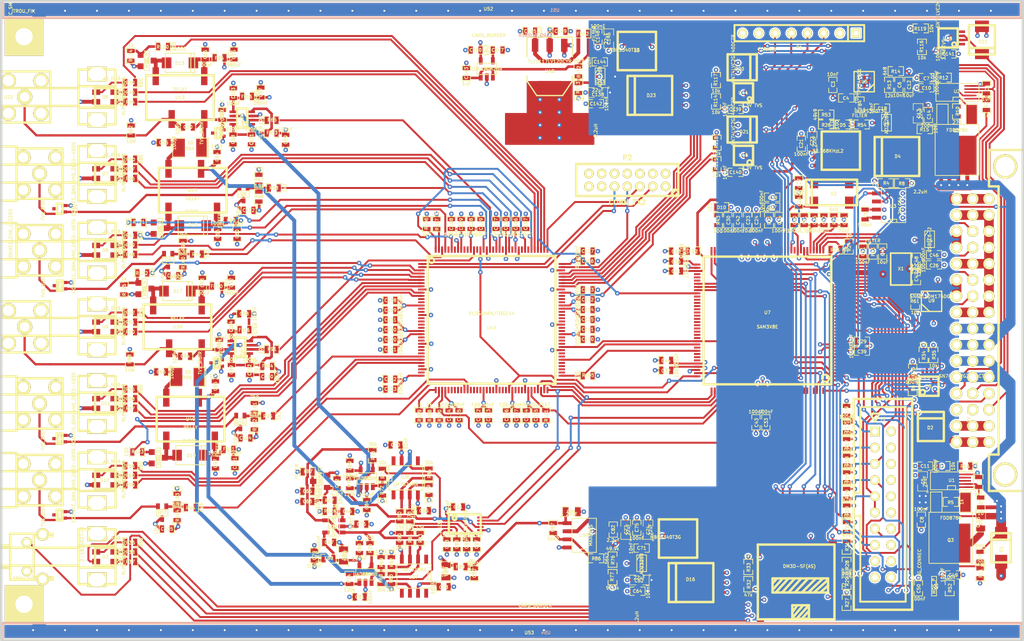
<source format=kicad_pcb>
(kicad_pcb (version 3) (host pcbnew "(2013-07-07 BZR 4022)-stable")
  (title_block (title "Low cost Dual Discriminators") (rev 1.0) (company "University of Geneva                       www.easy-phi.ch"))
  (layers (15 Dessus signal hide) (2 Interne3 signal hide) (1 Interne2 signal hide) (0 Dessous signal hide))
  (net 0 "")
  (net 1 +1.2V)
  (net 2 +12V)
  (net 3 +2.5V)
  (net 4 +3.3V)
  (net 5 +3.3VADC)
  (net 6 +3.3VP)
  (net 7 +5V)
  (net 8 +5VA)
  (net 9 -5VA)
  (net 10 /FPGA/CH1_ACDC)
  (net 11 /FPGA/CH1_BIAS)
  (net 12 /FPGA/CH2_ACDC)
  (net 13 /FPGA/CH2_BIAS)
  (net 14 /FPGA/EXT_SYNC2)
  (net 15 /FPGA/EXT_SYNC3)
  (net 16 /FPGA/EXT_SYNC4)
  (net 17 /FPGA/FPGA_OUT1)
  (net 18 /FPGA/FPGA_OUT2)
  (net 19 /FPGA/FPGA_OUT3)
  (net 20 /FPGA/FPGA_OUT4)
  (net 21 /FPGA/FPGA_PROG_CCLK)
  (net 22 /FPGA/FPGA_PROG_DONE)
  (net 23 /FPGA/LED1_1)
  (net 24 /FPGA/LED1_2)
  (net 25 /FPGA/LED1_3)
  (net 26 /FPGA/LED2_1)
  (net 27 /FPGA/LED2_2)
  (net 28 /FPGA/LED2_3)
  (net 29 /FPGA/LED3_1)
  (net 30 /FPGA/LED3_2)
  (net 31 /FPGA/LED3_3)
  (net 32 /FPGA/LED4_1)
  (net 33 /FPGA/LED4_2)
  (net 34 /FPGA/LED4_3)
  (net 35 /FPGA/LED5_1)
  (net 36 /FPGA/LED5_2)
  (net 37 /FPGA/LED5_3)
  (net 38 /FPGA/LED6_1)
  (net 39 /FPGA/LED6_2)
  (net 40 /FPGA/LED6_3)
  (net 41 /FPGA/SIG_OUT1)
  (net 42 /FPGA/SIG_OUT2)
  (net 43 /FPGA/SIG_OUT3)
  (net 44 /FPGA/SIG_OUT4)
  (net 45 /FPGA/SPI_CS)
  (net 46 /FPGA/SYNC2_IN)
  (net 47 /FPGA/SYNC2_OUT)
  (net 48 /FPGA/SYNC3_IN)
  (net 49 /FPGA/SYNC3_OUT)
  (net 50 /FPGA/SYNC4_IN)
  (net 51 /FPGA/SYNC4_OUT)
  (net 52 "/channel A/CH_ACDC")
  (net 53 "/channel A/CH_BIAS")
  (net 54 "/channel A/CH_IN")
  (net 55 "/channel A/CH_OFFSET")
  (net 56 "/channel A/CH_OUT")
  (net 57 "/channel A/CH_VCOMP")
  (net 58 "/channel B/CH_ACDC")
  (net 59 "/channel B/CH_BIAS")
  (net 60 "/channel B/CH_IN")
  (net 61 "/channel B/CH_OFFSET")
  (net 62 "/channel B/CH_OUT")
  (net 63 "/channel B/CH_VCOMP")
  (net 64 "/power supplies/-5V_FILT")
  (net 65 "/power supplies/1.25VREF")
  (net 66 "/power supplies/2.5VREF")
  (net 67 "/power supplies/5V_FILT")
  (net 68 "/power supplies/DAC_V1")
  (net 69 "/power supplies/DAC_V2")
  (net 70 "/power supplies/DAC_V3")
  (net 71 "/power supplies/DAC_V4")
  (net 72 "/template core easyphi/1.8V_uC")
  (net 73 "/template core easyphi/12V_DETECT")
  (net 74 "/template core easyphi/12V_EN")
  (net 75 "/template core easyphi/12V_POK")
  (net 76 "/template core easyphi/5V_BP")
  (net 77 "/template core easyphi/5V_PGOOD")
  (net 78 "/template core easyphi/A18/SPI0_MISO/PA25")
  (net 79 "/template core easyphi/A19/SPI0_MOSI/PA26")
  (net 80 "/template core easyphi/AD3/NCS0/TIOB2/PA6")
  (net 81 "/template core easyphi/CLK10_IN")
  (net 82 "/template core easyphi/CLK_10MHz")
  (net 83 "/template core easyphi/CLK_10MHz_nEN")
  (net 84 "/template core easyphi/ERASE_ARD")
  (net 85 "/template core easyphi/ERX0/PB5")
  (net 86 "/template core easyphi/ETX0/PB2")
  (net 87 "/template core easyphi/ETX2/D13/PC15")
  (net 88 "/template core easyphi/ETX3/D14/PC16")
  (net 89 "/template core easyphi/EXT_SYNC1")
  (net 90 "/template core easyphi/I2CSCL")
  (net 91 "/template core easyphi/I2CSDA")
  (net 92 "/template core easyphi/NRD/SPI0_NPCS1/PA29")
  (net 93 "/template core easyphi/PWMH3/UTXD/PA9")
  (net 94 "/template core easyphi/P_SD")
  (net 95 "/template core easyphi/RCB_1")
  (net 96 "/template core easyphi/RCB_2")
  (net 97 "/template core easyphi/RST_ARD")
  (net 98 "/template core easyphi/SYNC_nOE")
  (net 99 "/template core easyphi/SYNC_nRST")
  (net 100 "/template core easyphi/USB_D+")
  (net 101 "/template core easyphi/USB_D+_CON")
  (net 102 "/template core easyphi/USB_D-")
  (net 103 "/template core easyphi/USB_D-_CON")
  (net 104 "/template core easyphi/USR_BUTTN")
  (net 105 "/template core easyphi/USR_LED1")
  (net 106 "/template core easyphi/USR_LED2")
  (net 107 "/template core easyphi/USR_LED3")
  (net 108 "/template core easyphi/VDD_PLL")
  (net 109 "/template core easyphi/VMCI")
  (net 110 "/template core easyphi/WKUP4/PWMH0/URXD/PA8")
  (net 111 "/template core easyphi/nCLK_10M_CON")
  (net 112 "/template core easyphi/uSD_DET")
  (net 113 GND)
  (net 114 N-0000011)
  (net 115 N-0000013)
  (net 116 N-0000014)
  (net 117 N-00000144)
  (net 118 N-00000145)
  (net 119 N-00000146)
  (net 120 N-00000147)
  (net 121 N-00000148)
  (net 122 N-00000149)
  (net 123 N-0000015)
  (net 124 N-00000150)
  (net 125 N-00000152)
  (net 126 N-00000153)
  (net 127 N-00000154)
  (net 128 N-00000156)
  (net 129 N-00000157)
  (net 130 N-00000161)
  (net 131 N-00000162)
  (net 132 N-00000163)
  (net 133 N-00000165)
  (net 134 N-00000166)
  (net 135 N-00000167)
  (net 136 N-00000168)
  (net 137 N-00000169)
  (net 138 N-00000170)
  (net 139 N-00000178)
  (net 140 N-00000179)
  (net 141 N-00000180)
  (net 142 N-00000183)
  (net 143 N-00000185)
  (net 144 N-00000186)
  (net 145 N-00000187)
  (net 146 N-00000189)
  (net 147 N-00000194)
  (net 148 N-00000195)
  (net 149 N-00000196)
  (net 150 N-00000197)
  (net 151 N-00000199)
  (net 152 N-0000020)
  (net 153 N-00000200)
  (net 154 N-00000201)
  (net 155 N-00000202)
  (net 156 N-00000203)
  (net 157 N-00000206)
  (net 158 N-00000207)
  (net 159 N-0000021)
  (net 160 N-00000211)
  (net 161 N-00000214)
  (net 162 N-0000022)
  (net 163 N-00000223)
  (net 164 N-00000224)
  (net 165 N-00000226)
  (net 166 N-00000227)
  (net 167 N-00000230)
  (net 168 N-00000231)
  (net 169 N-00000232)
  (net 170 N-00000233)
  (net 171 N-00000234)
  (net 172 N-00000236)
  (net 173 N-00000237)
  (net 174 N-00000238)
  (net 175 N-00000244)
  (net 176 N-00000247)
  (net 177 N-00000251)
  (net 178 N-00000252)
  (net 179 N-00000253)
  (net 180 N-00000254)
  (net 181 N-00000257)
  (net 182 N-00000259)
  (net 183 N-0000026)
  (net 184 N-00000260)
  (net 185 N-00000261)
  (net 186 N-00000262)
  (net 187 N-00000263)
  (net 188 N-00000264)
  (net 189 N-00000265)
  (net 190 N-00000267)
  (net 191 N-00000269)
  (net 192 N-0000027)
  (net 193 N-00000271)
  (net 194 N-00000272)
  (net 195 N-00000274)
  (net 196 N-00000275)
  (net 197 N-00000276)
  (net 198 N-00000277)
  (net 199 N-00000278)
  (net 200 N-00000279)
  (net 201 N-0000028)
  (net 202 N-00000280)
  (net 203 N-00000281)
  (net 204 N-00000283)
  (net 205 N-00000288)
  (net 206 N-00000296)
  (net 207 N-00000297)
  (net 208 N-00000298)
  (net 209 N-00000303)
  (net 210 N-00000345)
  (net 211 N-00000358)
  (net 212 N-00000367)
  (net 213 N-00000368)
  (net 214 N-00000370)
  (net 215 N-00000371)
  (net 216 N-00000372)
  (net 217 N-00000373)
  (net 218 N-00000374)
  (net 219 N-00000375)
  (net 220 N-00000376)
  (net 221 N-0000047)
  (net 222 N-0000048)
  (net 223 N-0000049)
  (net 224 N-0000050)
  (net 225 N-0000051)
  (net 226 N-000007)
  (net 227 N-000008)
  (net 228 N-000009)
  (module card_border (layer Dessus) (at 130 51.3 180)
    (fp_text reference U52)
    (fp_text value CARD_BORDER)
    (pad 1 smd rect (at 0 0 180) (size 159 2) (layers Dessus Dessus.Pate Dessus.Masque) (net 113 GND))
  )
  (module LQFP-144 (layer Dessus) (at 170 100 180)
    (fp_text reference U7)
    (fp_text value SAM3X8E)
    (pad 1 smd rect (at -11 -8.75 180) (size 1 0.3) (layers Dessus Dessus.Pate Dessus.Masque) (net 82 "/template core easyphi/CLK_10MHz"))
    (pad 2 smd rect (at -11 -8.25 180) (size 1 0.3) (layers Dessus Dessus.Pate Dessus.Masque) (net 93 "/template core easyphi/PWMH3/UTXD/PA9"))
    (pad 3 smd rect (at -11 -7.75 180) (size 1 0.3) (layers Dessus Dessus.Pate Dessus.Masque))
    (pad 4 smd rect (at -11 -7.25 180) (size 1 0.3) (layers Dessus Dessus.Pate Dessus.Masque))
    (pad 5 smd rect (at -11 -6.75 180) (size 1 0.3) (layers Dessus Dessus.Pate Dessus.Masque) (net 105 "/template core easyphi/USR_LED1"))
    (pad 6 smd rect (at -11 -6.25 180) (size 1 0.3) (layers Dessus Dessus.Pate Dessus.Masque) (net 107 "/template core easyphi/USR_LED3"))
    (pad 7 smd rect (at -11 -5.75 180) (size 1 0.3) (layers Dessus Dessus.Pate Dessus.Masque) (net 87 "/template core easyphi/ETX2/D13/PC15"))
    (pad 8 smd rect (at -11 -5.25 180) (size 1 0.3) (layers Dessus Dessus.Pate Dessus.Masque))
    (pad 9 smd rect (at -11 -4.75 180) (size 1 0.3) (layers Dessus Dessus.Pate Dessus.Masque) (net 91 "/template core easyphi/I2CSDA"))
    (pad 10 smd rect (at -11 -4.25 180) (size 1 0.3) (layers Dessus Dessus.Pate Dessus.Masque) (net 72 "/template core easyphi/1.8V_uC"))
    (pad 11 smd rect (at -11 -3.75 180) (size 1 0.3) (layers Dessus Dessus.Pate Dessus.Masque) (net 4 +3.3V))
    (pad 12 smd rect (at -11 -3.25 180) (size 1 0.3) (layers Dessus Dessus.Pate Dessus.Masque) (net 113 GND))
    (pad 13 smd rect (at -11 -2.75 180) (size 1 0.3) (layers Dessus Dessus.Pate Dessus.Masque))
    (pad 14 smd rect (at -11 -2.25 180) (size 1 0.3) (layers Dessus Dessus.Pate Dessus.Masque))
    (pad 15 smd rect (at -11 -1.75 180) (size 1 0.3) (layers Dessus Dessus.Pate Dessus.Masque))
    (pad 16 smd rect (at -11 -1.25 180) (size 1 0.3) (layers Dessus Dessus.Pate Dessus.Masque))
    (pad 17 smd rect (at -11 -0.75 180) (size 1 0.3) (layers Dessus Dessus.Pate Dessus.Masque))
    (pad 18 smd rect (at -11 -0.25 180) (size 1 0.3) (layers Dessus Dessus.Pate Dessus.Masque) (net 83 "/template core easyphi/CLK_10MHz_nEN"))
    (pad 19 smd rect (at -11 0.25 180) (size 1 0.3) (layers Dessus Dessus.Pate Dessus.Masque))
    (pad 20 smd rect (at -11 0.75 180) (size 1 0.3) (layers Dessus Dessus.Pate Dessus.Masque) (net 112 "/template core easyphi/uSD_DET"))
    (pad 21 smd rect (at -11 1.25 180) (size 1 0.3) (layers Dessus Dessus.Pate Dessus.Masque) (net 75 "/template core easyphi/12V_POK"))
    (pad 22 smd rect (at -11 1.75 180) (size 1 0.3) (layers Dessus Dessus.Pate Dessus.Masque) (net 74 "/template core easyphi/12V_EN"))
    (pad 23 smd rect (at -11 2.25 180) (size 1 0.3) (layers Dessus Dessus.Pate Dessus.Masque) (net 106 "/template core easyphi/USR_LED2"))
    (pad 24 smd rect (at -11 2.75 180) (size 1 0.3) (layers Dessus Dessus.Pate Dessus.Masque) (net 73 "/template core easyphi/12V_DETECT"))
    (pad 25 smd rect (at -11 3.25 180) (size 1 0.3) (layers Dessus Dessus.Pate Dessus.Masque) (net 99 "/template core easyphi/SYNC_nRST"))
    (pad 26 smd rect (at -11 3.75 180) (size 1 0.3) (layers Dessus Dessus.Pate Dessus.Masque) (net 98 "/template core easyphi/SYNC_nOE"))
    (pad 27 smd rect (at -11 4.25 180) (size 1 0.3) (layers Dessus Dessus.Pate Dessus.Masque) (net 110 "/template core easyphi/WKUP4/PWMH0/URXD/PA8"))
    (pad 28 smd rect (at -11 4.75 180) (size 1 0.3) (layers Dessus Dessus.Pate Dessus.Masque) (net 126 N-00000153))
    (pad 29 smd rect (at -11 5.25 180) (size 1 0.3) (layers Dessus Dessus.Pate Dessus.Masque) (net 125 N-00000152))
    (pad 30 smd rect (at -11 5.75 180) (size 1 0.3) (layers Dessus Dessus.Pate Dessus.Masque) (net 141 N-00000180))
    (pad 31 smd rect (at -11 6.25 180) (size 1 0.3) (layers Dessus Dessus.Pate Dessus.Masque) (net 118 N-00000145))
    (pad 32 smd rect (at -11 6.75 180) (size 1 0.3) (layers Dessus Dessus.Pate Dessus.Masque) (net 87 "/template core easyphi/ETX2/D13/PC15"))
    (pad 33 smd rect (at -11 7.25 180) (size 1 0.3) (layers Dessus Dessus.Pate Dessus.Masque) (net 113 GND))
    (pad 34 smd rect (at -11 7.75 180) (size 1 0.3) (layers Dessus Dessus.Pate Dessus.Masque) (net 108 "/template core easyphi/VDD_PLL"))
    (pad 35 smd rect (at -11 8.25 180) (size 1 0.3) (layers Dessus Dessus.Pate Dessus.Masque) (net 163 N-00000223))
    (pad 36 smd rect (at -11 8.75 180) (size 1 0.3) (layers Dessus Dessus.Pate Dessus.Masque) (net 164 N-00000224))
    (pad 37 smd rect (at -8.75 11 270) (size 1 0.3) (layers Dessus Dessus.Pate Dessus.Masque) (net 100 "/template core easyphi/USB_D+"))
    (pad 38 smd rect (at -8.25 11 270) (size 1 0.3) (layers Dessus Dessus.Pate Dessus.Masque) (net 102 "/template core easyphi/USB_D-"))
    (pad 39 smd rect (at -7.75 11 270) (size 1 0.3) (layers Dessus Dessus.Pate Dessus.Masque) (net 76 "/template core easyphi/5V_BP"))
    (pad 40 smd rect (at -7.25 11 270) (size 1 0.3) (layers Dessus Dessus.Pate Dessus.Masque) (net 143 N-00000185))
    (pad 41 smd rect (at -6.75 11 270) (size 1 0.3) (layers Dessus Dessus.Pate Dessus.Masque) (net 146 N-00000189))
    (pad 42 smd rect (at -6.25 11 270) (size 1 0.3) (layers Dessus Dessus.Pate Dessus.Masque) (net 122 N-00000149))
    (pad 43 smd rect (at -5.75 11 270) (size 1 0.3) (layers Dessus Dessus.Pate Dessus.Masque) (net 127 N-00000154))
    (pad 44 smd rect (at -5.25 11 270) (size 1 0.3) (layers Dessus Dessus.Pate Dessus.Masque) (net 113 GND))
    (pad 45 smd rect (at -4.75 11 270) (size 1 0.3) (layers Dessus Dessus.Pate Dessus.Masque) (net 72 "/template core easyphi/1.8V_uC"))
    (pad 46 smd rect (at -4.25 11 270) (size 1 0.3) (layers Dessus Dessus.Pate Dessus.Masque))
    (pad 47 smd rect (at -3.75 11 270) (size 1 0.3) (layers Dessus Dessus.Pate Dessus.Masque) (net 97 "/template core easyphi/RST_ARD"))
    (pad 48 smd rect (at -3.25 11 270) (size 1 0.3) (layers Dessus Dessus.Pate Dessus.Masque) (net 161 N-00000214))
    (pad 49 smd rect (at -2.75 11 270) (size 1 0.3) (layers Dessus Dessus.Pate Dessus.Masque) (net 160 N-00000211))
    (pad 50 smd rect (at -2.25 11 270) (size 1 0.3) (layers Dessus Dessus.Pate Dessus.Masque))
    (pad 51 smd rect (at -1.75 11 270) (size 1 0.3) (layers Dessus Dessus.Pate Dessus.Masque))
    (pad 52 smd rect (at -1.25 11 270) (size 1 0.3) (layers Dessus Dessus.Pate Dessus.Masque) (net 4 +3.3V))
    (pad 53 smd rect (at -0.75 11 270) (size 1 0.3) (layers Dessus Dessus.Pate Dessus.Masque) (net 119 N-00000146))
    (pad 54 smd rect (at -0.25 11 270) (size 1 0.3) (layers Dessus Dessus.Pate Dessus.Masque) (net 113 GND))
    (pad 55 smd rect (at 0.25 11 270) (size 1 0.3) (layers Dessus Dessus.Pate Dessus.Masque))
    (pad 56 smd rect (at 0.75 11 270) (size 1 0.3) (layers Dessus Dessus.Pate Dessus.Masque) (net 72 "/template core easyphi/1.8V_uC"))
    (pad 57 smd rect (at 1.25 11 270) (size 1 0.3) (layers Dessus Dessus.Pate Dessus.Masque) (net 4 +3.3V))
    (pad 58 smd rect (at 1.75 11 270) (size 1 0.3) (layers Dessus Dessus.Pate Dessus.Masque) (net 113 GND))
    (pad 59 smd rect (at 2.25 11 270) (size 1 0.3) (layers Dessus Dessus.Pate Dessus.Masque))
    (pad 60 smd rect (at 2.75 11 270) (size 1 0.3) (layers Dessus Dessus.Pate Dessus.Masque))
    (pad 61 smd rect (at 3.25 11 270) (size 1 0.3) (layers Dessus Dessus.Pate Dessus.Masque) (net 72 "/template core easyphi/1.8V_uC"))
    (pad 62 smd rect (at 3.75 11 270) (size 1 0.3) (layers Dessus Dessus.Pate Dessus.Masque) (net 4 +3.3V))
    (pad 63 smd rect (at 4.25 11 270) (size 1 0.3) (layers Dessus Dessus.Pate Dessus.Masque))
    (pad 64 smd rect (at 4.75 11 270) (size 1 0.3) (layers Dessus Dessus.Pate Dessus.Masque))
    (pad 65 smd rect (at 5.25 11 270) (size 1 0.3) (layers Dessus Dessus.Pate Dessus.Masque))
    (pad 66 smd rect (at 5.75 11 270) (size 1 0.3) (layers Dessus Dessus.Pate Dessus.Masque))
    (pad 67 smd rect (at 6.25 11 270) (size 1 0.3) (layers Dessus Dessus.Pate Dessus.Masque))
    (pad 68 smd rect (at 6.75 11 270) (size 1 0.3) (layers Dessus Dessus.Pate Dessus.Masque) (net 140 N-00000179))
    (pad 69 smd rect (at 7.25 11 270) (size 1 0.3) (layers Dessus Dessus.Pate Dessus.Masque) (net 128 N-00000156))
    (pad 70 smd rect (at 7.75 11 270) (size 1 0.3) (layers Dessus Dessus.Pate Dessus.Masque) (net 90 "/template core easyphi/I2CSCL"))
    (pad 71 smd rect (at 8.25 11 270) (size 1 0.3) (layers Dessus Dessus.Pate Dessus.Masque) (net 134 N-00000166))
    (pad 72 smd rect (at 8.75 11 270) (size 1 0.3) (layers Dessus Dessus.Pate Dessus.Masque) (net 156 N-00000203))
    (pad 73 smd rect (at 11 8.75 180) (size 1 0.3) (layers Dessus Dessus.Pate Dessus.Masque) (net 142 N-00000183))
    (pad 74 smd rect (at 11 8.25 180) (size 1 0.3) (layers Dessus Dessus.Pate Dessus.Masque) (net 113 GND))
    (pad 75 smd rect (at 11 7.75 180) (size 1 0.3) (layers Dessus Dessus.Pate Dessus.Masque) (net 5 +3.3VADC))
    (pad 76 smd rect (at 11 7.25 180) (size 1 0.3) (layers Dessus Dessus.Pate Dessus.Masque))
    (pad 77 smd rect (at 11 6.75 180) (size 1 0.3) (layers Dessus Dessus.Pate Dessus.Masque))
    (pad 78 smd rect (at 11 6.25 180) (size 1 0.3) (layers Dessus Dessus.Pate Dessus.Masque))
    (pad 79 smd rect (at 11 5.75 180) (size 1 0.3) (layers Dessus Dessus.Pate Dessus.Masque) (net 153 N-00000200))
    (pad 80 smd rect (at 11 5.25 180) (size 1 0.3) (layers Dessus Dessus.Pate Dessus.Masque) (net 133 N-00000165))
    (pad 81 smd rect (at 11 4.75 180) (size 1 0.3) (layers Dessus Dessus.Pate Dessus.Masque) (net 155 N-00000202))
    (pad 82 smd rect (at 11 4.25 180) (size 1 0.3) (layers Dessus Dessus.Pate Dessus.Masque) (net 80 "/template core easyphi/AD3/NCS0/TIOB2/PA6"))
    (pad 83 smd rect (at 11 3.75 180) (size 1 0.3) (layers Dessus Dessus.Pate Dessus.Masque))
    (pad 84 smd rect (at 11 3.25 180) (size 1 0.3) (layers Dessus Dessus.Pate Dessus.Masque))
    (pad 85 smd rect (at 11 2.75 180) (size 1 0.3) (layers Dessus Dessus.Pate Dessus.Masque))
    (pad 86 smd rect (at 11 2.25 180) (size 1 0.3) (layers Dessus Dessus.Pate Dessus.Masque))
    (pad 87 smd rect (at 11 1.75 180) (size 1 0.3) (layers Dessus Dessus.Pate Dessus.Masque))
    (pad 88 smd rect (at 11 1.25 180) (size 1 0.3) (layers Dessus Dessus.Pate Dessus.Masque))
    (pad 89 smd rect (at 11 0.75 180) (size 1 0.3) (layers Dessus Dessus.Pate Dessus.Masque))
    (pad 90 smd rect (at 11 0.25 180) (size 1 0.3) (layers Dessus Dessus.Pate Dessus.Masque))
    (pad 91 smd rect (at 11 -0.25 180) (size 1 0.3) (layers Dessus Dessus.Pate Dessus.Masque))
    (pad 92 smd rect (at 11 -0.75 180) (size 1 0.3) (layers Dessus Dessus.Pate Dessus.Masque))
    (pad 93 smd rect (at 11 -1.25 180) (size 1 0.3) (layers Dessus Dessus.Pate Dessus.Masque))
    (pad 94 smd rect (at 11 -1.75 180) (size 1 0.3) (layers Dessus Dessus.Pate Dessus.Masque))
    (pad 95 smd rect (at 11 -2.25 180) (size 1 0.3) (layers Dessus Dessus.Pate Dessus.Masque))
    (pad 96 smd rect (at 11 -2.75 180) (size 1 0.3) (layers Dessus Dessus.Pate Dessus.Masque))
    (pad 97 smd rect (at 11 -3.25 180) (size 1 0.3) (layers Dessus Dessus.Pate Dessus.Masque) (net 87 "/template core easyphi/ETX2/D13/PC15"))
    (pad 98 smd rect (at 11 -3.75 180) (size 1 0.3) (layers Dessus Dessus.Pate Dessus.Masque) (net 88 "/template core easyphi/ETX3/D14/PC16"))
    (pad 99 smd rect (at 11 -4.25 180) (size 1 0.3) (layers Dessus Dessus.Pate Dessus.Masque))
    (pad 100 smd rect (at 11 -4.75 180) (size 1 0.3) (layers Dessus Dessus.Pate Dessus.Masque) (net 22 /FPGA/FPGA_PROG_DONE))
    (pad 101 smd rect (at 11 -5.25 180) (size 1 0.3) (layers Dessus Dessus.Pate Dessus.Masque))
    (pad 102 smd rect (at 11 -5.75 180) (size 1 0.3) (layers Dessus Dessus.Pate Dessus.Masque))
    (pad 103 smd rect (at 11 -6.25 180) (size 1 0.3) (layers Dessus Dessus.Pate Dessus.Masque))
    (pad 104 smd rect (at 11 -6.75 180) (size 1 0.3) (layers Dessus Dessus.Pate Dessus.Masque) (net 72 "/template core easyphi/1.8V_uC"))
    (pad 105 smd rect (at 11 -7.25 180) (size 1 0.3) (layers Dessus Dessus.Pate Dessus.Masque) (net 4 +3.3V))
    (pad 106 smd rect (at 11 -7.75 180) (size 1 0.3) (layers Dessus Dessus.Pate Dessus.Masque) (net 113 GND))
    (pad 107 smd rect (at 11 -8.25 180) (size 1 0.3) (layers Dessus Dessus.Pate Dessus.Masque) (net 135 N-00000167))
    (pad 108 smd rect (at 11 -8.75 180) (size 1 0.3) (layers Dessus Dessus.Pate Dessus.Masque) (net 78 "/template core easyphi/A18/SPI0_MISO/PA25"))
    (pad 109 smd rect (at 8.75 -11 270) (size 1 0.3) (layers Dessus Dessus.Pate Dessus.Masque) (net 79 "/template core easyphi/A19/SPI0_MOSI/PA26"))
    (pad 110 smd rect (at 8.25 -11 270) (size 1 0.3) (layers Dessus Dessus.Pate Dessus.Masque) (net 21 /FPGA/FPGA_PROG_CCLK))
    (pad 111 smd rect (at 7.75 -11 270) (size 1 0.3) (layers Dessus Dessus.Pate Dessus.Masque) (net 45 /FPGA/SPI_CS))
    (pad 112 smd rect (at 7.25 -11 270) (size 1 0.3) (layers Dessus Dessus.Pate Dessus.Masque) (net 92 "/template core easyphi/NRD/SPI0_NPCS1/PA29"))
    (pad 113 smd rect (at 6.75 -11 270) (size 1 0.3) (layers Dessus Dessus.Pate Dessus.Masque))
    (pad 114 smd rect (at 6.25 -11 270) (size 1 0.3) (layers Dessus Dessus.Pate Dessus.Masque))
    (pad 115 smd rect (at 5.75 -11 270) (size 1 0.3) (layers Dessus Dessus.Pate Dessus.Masque) (net 86 "/template core easyphi/ETX0/PB2"))
    (pad 116 smd rect (at 5.25 -11 270) (size 1 0.3) (layers Dessus Dessus.Pate Dessus.Masque))
    (pad 117 smd rect (at 4.75 -11 270) (size 1 0.3) (layers Dessus Dessus.Pate Dessus.Masque))
    (pad 118 smd rect (at 4.25 -11 270) (size 1 0.3) (layers Dessus Dessus.Pate Dessus.Masque))
    (pad 119 smd rect (at 3.75 -11 270) (size 1 0.3) (layers Dessus Dessus.Pate Dessus.Masque))
    (pad 120 smd rect (at 3.25 -11 270) (size 1 0.3) (layers Dessus Dessus.Pate Dessus.Masque) (net 85 "/template core easyphi/ERX0/PB5"))
    (pad 121 smd rect (at 2.75 -11 270) (size 1 0.3) (layers Dessus Dessus.Pate Dessus.Masque))
    (pad 122 smd rect (at 2.25 -11 270) (size 1 0.3) (layers Dessus Dessus.Pate Dessus.Masque))
    (pad 123 smd rect (at 1.75 -11 270) (size 1 0.3) (layers Dessus Dessus.Pate Dessus.Masque))
    (pad 124 smd rect (at 1.25 -11 270) (size 1 0.3) (layers Dessus Dessus.Pate Dessus.Masque) (net 72 "/template core easyphi/1.8V_uC"))
    (pad 125 smd rect (at 0.75 -11 270) (size 1 0.3) (layers Dessus Dessus.Pate Dessus.Masque) (net 4 +3.3V))
    (pad 126 smd rect (at 0.25 -11 270) (size 1 0.3) (layers Dessus Dessus.Pate Dessus.Masque) (net 113 GND))
    (pad 127 smd rect (at -0.25 -11 270) (size 1 0.3) (layers Dessus Dessus.Pate Dessus.Masque))
    (pad 128 smd rect (at -0.75 -11 270) (size 1 0.3) (layers Dessus Dessus.Pate Dessus.Masque))
    (pad 129 smd rect (at -1.25 -11 270) (size 1 0.3) (layers Dessus Dessus.Pate Dessus.Masque))
    (pad 130 smd rect (at -1.75 -11 270) (size 1 0.3) (layers Dessus Dessus.Pate Dessus.Masque) (net 84 "/template core easyphi/ERASE_ARD"))
    (pad 131 smd rect (at -2.25 -11 270) (size 1 0.3) (layers Dessus Dessus.Pate Dessus.Masque))
    (pad 132 smd rect (at -2.75 -11 270) (size 1 0.3) (layers Dessus Dessus.Pate Dessus.Masque))
    (pad 133 smd rect (at -3.25 -11 270) (size 1 0.3) (layers Dessus Dessus.Pate Dessus.Masque))
    (pad 134 smd rect (at -3.75 -11 270) (size 1 0.3) (layers Dessus Dessus.Pate Dessus.Masque))
    (pad 135 smd rect (at -4.25 -11 270) (size 1 0.3) (layers Dessus Dessus.Pate Dessus.Masque))
    (pad 136 smd rect (at -4.75 -11 270) (size 1 0.3) (layers Dessus Dessus.Pate Dessus.Masque))
    (pad 137 smd rect (at -5.25 -11 270) (size 1 0.3) (layers Dessus Dessus.Pate Dessus.Masque))
    (pad 138 smd rect (at -5.75 -11 270) (size 1 0.3) (layers Dessus Dessus.Pate Dessus.Masque))
    (pad 139 smd rect (at -6.25 -11 270) (size 1 0.3) (layers Dessus Dessus.Pate Dessus.Masque))
    (pad 140 smd rect (at -6.75 -11 270) (size 1 0.3) (layers Dessus Dessus.Pate Dessus.Masque))
    (pad 141 smd rect (at -7.25 -11 270) (size 1 0.3) (layers Dessus Dessus.Pate Dessus.Masque))
    (pad 142 smd rect (at -7.75 -11 270) (size 1 0.3) (layers Dessus Dessus.Pate Dessus.Masque) (net 104 "/template core easyphi/USR_BUTTN"))
    (pad 143 smd rect (at -8.25 -11 270) (size 1 0.3) (layers Dessus Dessus.Pate Dessus.Masque) (net 94 "/template core easyphi/P_SD"))
    (pad 144 smd rect (at -8.75 -11 270) (size 1 0.3) (layers Dessus Dessus.Pate Dessus.Masque) (net 87 "/template core easyphi/ETX2/D13/PC15"))
  )
  (module SM0603_Capa (layer Dessus) (at 192.15 63.1 90)
    (fp_text reference C12)
    (fp_text value 10uF)
    (pad 1 smd rect (at -0.762 0 90) (size 0.635 1.143) (layers Dessus Dessus.Pate Dessus.Masque) (net 5 +3.3VADC))
    (pad 2 smd rect (at 0.762 0 90) (size 0.635 1.143) (layers Dessus Dessus.Pate Dessus.Masque) (net 113 GND))
  )
  (module SM0603_Capa (layer Dessus) (at 182.35 65.15 180)
    (fp_text reference C4)
    (fp_text value 10uF)
    (pad 1 smd rect (at -0.762 0 180) (size 0.635 1.143) (layers Dessus Dessus.Pate Dessus.Masque) (net 147 N-00000194))
    (pad 2 smd rect (at 0.762 0 180) (size 0.635 1.143) (layers Dessus Dessus.Pate Dessus.Masque) (net 113 GND))
  )
  (module SM0603_Capa (layer Dessus) (at 184.95 89.2 90)
    (fp_text reference C51)
    (fp_text value 100nF)
    (pad 1 smd rect (at -0.762 0 90) (size 0.635 1.143) (layers Dessus Dessus.Pate Dessus.Masque) (net 108 "/template core easyphi/VDD_PLL"))
    (pad 2 smd rect (at 0.762 0 90) (size 0.635 1.143) (layers Dessus Dessus.Pate Dessus.Masque) (net 113 GND))
  )
  (module SM0603_Capa (layer Dessus) (at 155.7 89.15 180)
    (fp_text reference C53)
    (fp_text value 10uF)
    (pad 1 smd rect (at -0.762 0 180) (size 0.635 1.143) (layers Dessus Dessus.Pate Dessus.Masque) (net 142 N-00000183))
    (pad 2 smd rect (at 0.762 0 180) (size 0.635 1.143) (layers Dessus Dessus.Pate Dessus.Masque) (net 113 GND))
  )
  (module SM0603_Capa (layer Dessus) (at 178.85 84.3 90)
    (fp_text reference C52)
    (fp_text value 10uF)
    (pad 1 smd rect (at -0.762 0 90) (size 0.635 1.143) (layers Dessus Dessus.Pate Dessus.Masque) (net 146 N-00000189))
    (pad 2 smd rect (at 0.762 0 90) (size 0.635 1.143) (layers Dessus Dessus.Pate Dessus.Masque) (net 113 GND))
  )
  (module SM0603_Resistor (layer Dessus) (at 162.75 82.25)
    (fp_text reference D10)
    (fp_text value LED)
    (pad 1 smd rect (at -0.762 0) (size 0.635 1.143) (layers Dessus Dessus.Pate Dessus.Masque) (net 139 N-00000178))
    (pad 2 smd rect (at 0.762 0) (size 0.635 1.143) (layers Dessus Dessus.Pate Dessus.Masque) (net 113 GND))
  )
  (module SM0603_Resistor (layer Dessus) (at 186.5 89.2 270)
    (fp_text reference FB3)
    (fp_text value FILTER)
    (pad 1 smd rect (at -0.762 0 270) (size 0.635 1.143) (layers Dessus Dessus.Pate Dessus.Masque) (net 72 "/template core easyphi/1.8V_uC"))
    (pad 2 smd rect (at 0.762 0 270) (size 0.635 1.143) (layers Dessus Dessus.Pate Dessus.Masque) (net 108 "/template core easyphi/VDD_PLL"))
  )
  (module SM0603_Resistor (layer Dessus) (at 184.45 66.2 90)
    (fp_text reference FB4)
    (fp_text value FILTER)
    (pad 1 smd rect (at -0.762 0 90) (size 0.635 1.143) (layers Dessus Dessus.Pate Dessus.Masque) (net 7 +5V))
    (pad 2 smd rect (at 0.762 0 90) (size 0.635 1.143) (layers Dessus Dessus.Pate Dessus.Masque) (net 147 N-00000194))
  )
  (module SM0603_Resistor (layer Dessus) (at 158.3 89.15)
    (fp_text reference FB2)
    (fp_text value FILTER)
    (pad 1 smd rect (at -0.762 0) (size 0.635 1.143) (layers Dessus Dessus.Pate Dessus.Masque) (net 142 N-00000183))
    (pad 2 smd rect (at 0.762 0) (size 0.635 1.143) (layers Dessus Dessus.Pate Dessus.Masque) (net 5 +3.3VADC))
  )
  (module SM0603_Resistor (layer Dessus) (at 175.75 84.3 90)
    (fp_text reference FB1)
    (fp_text value FILTER)
    (pad 1 smd rect (at -0.762 0 90) (size 0.635 1.143) (layers Dessus Dessus.Pate Dessus.Masque) (net 146 N-00000189))
    (pad 2 smd rect (at 0.762 0 90) (size 0.635 1.143) (layers Dessus Dessus.Pate Dessus.Masque) (net 4 +3.3V))
  )
  (module SM0603_Capa (layer Dessus) (at 193.65 141.95 90)
    (fp_text reference C50)
    (fp_text value 100nF)
    (pad 1 smd rect (at -0.762 0 90) (size 0.635 1.143) (layers Dessus Dessus.Pate Dessus.Masque) (net 109 "/template core easyphi/VMCI"))
    (pad 2 smd rect (at 0.762 0 90) (size 0.635 1.143) (layers Dessus Dessus.Pate Dessus.Masque) (net 113 GND))
  )
  (module SM0603_Capa (layer Dessus) (at 199.1 139.85)
    (fp_text reference C49)
    (fp_text value 100nF)
    (pad 1 smd rect (at -0.762 0) (size 0.635 1.143) (layers Dessus Dessus.Pate Dessus.Masque) (net 4 +3.3V))
    (pad 2 smd rect (at 0.762 0) (size 0.635 1.143) (layers Dessus Dessus.Pate Dessus.Masque) (net 113 GND))
  )
  (module SM0603_Resistor (layer Dessus) (at 198.55 141.9 270)
    (fp_text reference R52)
    (fp_text value 100k)
    (pad 1 smd rect (at -0.762 0 270) (size 0.635 1.143) (layers Dessus Dessus.Pate Dessus.Masque) (net 4 +3.3V))
    (pad 2 smd rect (at 0.762 0 270) (size 0.635 1.143) (layers Dessus Dessus.Pate Dessus.Masque) (net 94 "/template core easyphi/P_SD"))
  )
  (module SOT23GDS (layer Dessus) (at 196.1 141.6 270)
    (fp_text reference Q1)
    (fp_text value MOS_P)
    (pad S smd rect (at -0.889 -1.016 270) (size 0.9144 0.9144) (layers Dessus Dessus.Pate Dessus.Masque) (net 4 +3.3V))
    (pad G smd rect (at 0.889 -1.016 270) (size 0.9144 0.9144) (layers Dessus Dessus.Pate Dessus.Masque) (net 94 "/template core easyphi/P_SD"))
    (pad D smd rect (at 0 1.016 270) (size 0.9144 0.9144) (layers Dessus Dessus.Pate Dessus.Masque) (net 109 "/template core easyphi/VMCI"))
  )
  (module TVS_SMLVT (layer Dessus) (at 195.59778 116.60124 270)
    (fp_text reference D2)
    (fp_text value "3.3V TVS")
    (pad 2 smd rect (at -2.1209 0 270) (size 1.80086 2.17932) (layers Dessus Dessus.Pate Dessus.Masque) (net 89 "/template core easyphi/EXT_SYNC1"))
    (pad 1 smd rect (at 2.1209 0 270) (size 1.80086 2.17932) (layers Dessus Dessus.Pate Dessus.Masque) (net 113 GND))
  )
  (module ABS25 (layer Dessus) (at 180.05 79.95)
    (fp_text reference X2)
    (fp_text value 32.768KHz)
    (pad 1 smd rect (at -2.75082 1.6002) (size 1.30048 1.89992) (layers Dessus Dessus.Pate Dessus.Masque) (net 161 N-00000214))
    (pad 2 smd rect (at 2.75082 1.6002) (size 1.30048 1.89992) (layers Dessus Dessus.Pate Dessus.Masque))
    (pad 3 smd rect (at 2.75082 -1.6002) (size 1.30048 1.89992) (layers Dessus Dessus.Pate Dessus.Masque))
    (pad 4 smd rect (at -2.75082 -1.6002) (size 1.30048 1.89992) (layers Dessus Dessus.Pate Dessus.Masque) (net 160 N-00000211))
  )
  (module SM0603_Resistor (layer Dessus) (at 182.4 119.35 270)
    (fp_text reference R17)
    (fp_text value 100k)
    (pad 1 smd rect (at -0.762 0 270) (size 0.635 1.143) (layers Dessus Dessus.Pate Dessus.Masque) (net 4 +3.3V))
    (pad 2 smd rect (at 0.762 0 270) (size 0.635 1.143) (layers Dessus Dessus.Pate Dessus.Masque) (net 117 N-00000144))
  )
  (module SM0603_Resistor (layer Dessus) (at 182.4 132.35 270)
    (fp_text reference R22)
    (fp_text value 100k)
    (pad 1 smd rect (at -0.762 0 270) (size 0.635 1.143) (layers Dessus Dessus.Pate Dessus.Masque) (net 4 +3.3V))
    (pad 2 smd rect (at 0.762 0 270) (size 0.635 1.143) (layers Dessus Dessus.Pate Dessus.Masque) (net 128 N-00000156))
  )
  (module SM0603_Resistor (layer Dessus) (at 182.4 127.15 270)
    (fp_text reference R20)
    (fp_text value 100k)
    (pad 1 smd rect (at -0.762 0 270) (size 0.635 1.143) (layers Dessus Dessus.Pate Dessus.Masque) (net 4 +3.3V))
    (pad 2 smd rect (at 0.762 0 270) (size 0.635 1.143) (layers Dessus Dessus.Pate Dessus.Masque) (net 126 N-00000153))
  )
  (module SM0603_Resistor (layer Dessus) (at 182.4 124.55 270)
    (fp_text reference R19)
    (fp_text value 100k)
    (pad 1 smd rect (at -0.762 0 270) (size 0.635 1.143) (layers Dessus Dessus.Pate Dessus.Masque) (net 4 +3.3V))
    (pad 2 smd rect (at 0.762 0 270) (size 0.635 1.143) (layers Dessus Dessus.Pate Dessus.Masque) (net 118 N-00000145))
  )
  (module SM0603_Resistor (layer Dessus) (at 182.4 121.95 270)
    (fp_text reference R18)
    (fp_text value 100k)
    (pad 1 smd rect (at -0.762 0 270) (size 0.635 1.143) (layers Dessus Dessus.Pate Dessus.Masque) (net 4 +3.3V))
    (pad 2 smd rect (at 0.762 0 270) (size 0.635 1.143) (layers Dessus Dessus.Pate Dessus.Masque) (net 125 N-00000152))
  )
  (module uMAX-uSOP_10 (layer Dessus) (at 199.69734 64.26708 90)
    (fp_text reference U2)
    (fp_text value MAX5925D hide)
    (pad 1 smd rect (at -1.00076 2.10058 90) (size 0.24892 1.905) (layers Dessus Dessus.Pate Dessus.Masque) (net 124 N-00000150))
    (pad 2 smd rect (at -0.50038 2.10058 90) (size 0.24892 1.905) (layers Dessus Dessus.Pate Dessus.Masque) (net 120 N-00000147))
    (pad 3 smd rect (at 0 2.10058 90) (size 0.24892 1.905) (layers Dessus Dessus.Pate Dessus.Masque) (net 124 N-00000150))
    (pad 4 smd rect (at 0.50038 2.10058 90) (size 0.24892 1.905) (layers Dessus Dessus.Pate Dessus.Masque) (net 77 "/template core easyphi/5V_PGOOD"))
    (pad 5 smd rect (at 1.00076 2.10058 90) (size 0.24892 1.905) (layers Dessus Dessus.Pate Dessus.Masque) (net 113 GND))
    (pad 6 smd rect (at 1.00076 -2.10058 90) (size 0.24892 1.905) (layers Dessus Dessus.Pate Dessus.Masque) (net 149 N-00000196))
    (pad 7 smd rect (at 0.50038 -2.10058 90) (size 0.24892 1.905) (layers Dessus Dessus.Pate Dessus.Masque) (net 150 N-00000197))
    (pad 8 smd rect (at 0 -2.10058 90) (size 0.24892 1.905) (layers Dessus Dessus.Pate Dessus.Masque) (net 7 +5V))
    (pad 9 smd rect (at -0.50038 -2.10058 90) (size 0.24892 1.905) (layers Dessus Dessus.Pate Dessus.Masque) (net 7 +5V))
    (pad 10 smd rect (at -1.00076 -2.10058 90) (size 0.24892 1.905) (layers Dessus Dessus.Pate Dessus.Masque) (net 151 N-00000199))
  )
  (module uMAX-uSOP_10 (layer Dessus) (at 198.8312 125.11278 90)
    (fp_text reference U1)
    (fp_text value MAX5924D hide)
    (pad 1 smd rect (at -1.00076 2.10058 90) (size 0.24892 1.905) (layers Dessus Dessus.Pate Dessus.Masque) (net 137 N-00000169))
    (pad 2 smd rect (at -0.50038 2.10058 90) (size 0.24892 1.905) (layers Dessus Dessus.Pate Dessus.Masque) (net 137 N-00000169))
    (pad 3 smd rect (at 0 2.10058 90) (size 0.24892 1.905) (layers Dessus Dessus.Pate Dessus.Masque) (net 74 "/template core easyphi/12V_EN"))
    (pad 4 smd rect (at 0.50038 2.10058 90) (size 0.24892 1.905) (layers Dessus Dessus.Pate Dessus.Masque) (net 75 "/template core easyphi/12V_POK"))
    (pad 5 smd rect (at 1.00076 2.10058 90) (size 0.24892 1.905) (layers Dessus Dessus.Pate Dessus.Masque) (net 113 GND))
    (pad 6 smd rect (at 1.00076 -2.10058 90) (size 0.24892 1.905) (layers Dessus Dessus.Pate Dessus.Masque) (net 131 N-00000162))
    (pad 7 smd rect (at 0.50038 -2.10058 90) (size 0.24892 1.905) (layers Dessus Dessus.Pate Dessus.Masque) (net 154 N-00000201))
    (pad 8 smd rect (at 0 -2.10058 90) (size 0.24892 1.905) (layers Dessus Dessus.Pate Dessus.Masque) (net 2 +12V))
    (pad 9 smd rect (at -0.50038 -2.10058 90) (size 0.24892 1.905) (layers Dessus Dessus.Pate Dessus.Masque) (net 136 N-00000168))
    (pad 10 smd rect (at -1.00076 -2.10058 90) (size 0.24892 1.905) (layers Dessus Dessus.Pate Dessus.Masque) (net 96 "/template core easyphi/RCB_2"))
  )
  (module TVS_SMAJ (layer Dessus) (at 206.60106 135.60044 270)
    (fp_text reference D1)
    (fp_text value "TVS 12V")
    (pad 2 smd rect (at -2.1844 0 270) (size 2.159 1.905) (layers Dessus Dessus.Pate Dessus.Masque) (net 95 "/template core easyphi/RCB_1"))
    (pad 1 smd rect (at 2.1844 0 270) (size 2.159 1.905) (layers Dessus Dessus.Pate Dessus.Masque) (net 113 GND))
  )
  (module SOT23_6 (layer Dessus) (at 195.4 87.3 270)
    (fp_text reference U4)
    (fp_text value USBLC6-2)
    (pad 6 smd rect (at -0.9525 -1.27 270) (size 0.70104 1.00076) (layers Dessus Dessus.Pate Dessus.Masque) (net 103 "/template core easyphi/USB_D-_CON"))
    (pad 5 smd rect (at 0 -1.27 270) (size 0.70104 1.00076) (layers Dessus Dessus.Pate Dessus.Masque) (net 76 "/template core easyphi/5V_BP"))
    (pad 4 smd rect (at 0.9525 -1.27 270) (size 0.70104 1.00076) (layers Dessus Dessus.Pate Dessus.Masque) (net 101 "/template core easyphi/USB_D+_CON"))
    (pad 3 smd rect (at 0.9525 1.27 270) (size 0.70104 1.00076) (layers Dessus Dessus.Pate Dessus.Masque) (net 100 "/template core easyphi/USB_D+"))
    (pad 2 smd rect (at 0 1.27 270) (size 0.70104 1.00076) (layers Dessus Dessus.Pate Dessus.Masque) (net 113 GND))
    (pad 1 smd rect (at -0.9525 1.27 270) (size 0.70104 1.00076) (layers Dessus Dessus.Pate Dessus.Masque) (net 102 "/template core easyphi/USB_D-"))
  )
  (module SO8E (layer Dessus) (at 189.75 82 90)
    (fp_text reference U3)
    (fp_text value 24LC64)
    (pad 8 smd rect (at -1.905 -2.667 90) (size 0.59944 1.39954) (layers Dessus Dessus.Pate Dessus.Masque) (net 4 +3.3V))
    (pad 1 smd rect (at -1.905 2.667 90) (size 0.59944 1.39954) (layers Dessus Dessus.Pate Dessus.Masque) (net 113 GND))
    (pad 7 smd rect (at -0.635 -2.667 90) (size 0.59944 1.39954) (layers Dessus Dessus.Pate Dessus.Masque) (net 113 GND))
    (pad 6 smd rect (at 0.635 -2.667 90) (size 0.59944 1.39954) (layers Dessus Dessus.Pate Dessus.Masque) (net 90 "/template core easyphi/I2CSCL"))
    (pad 5 smd rect (at 1.905 -2.667 90) (size 0.59944 1.39954) (layers Dessus Dessus.Pate Dessus.Masque) (net 91 "/template core easyphi/I2CSDA"))
    (pad 2 smd rect (at -0.635 2.667 90) (size 0.59944 1.39954) (layers Dessus Dessus.Pate Dessus.Masque) (net 113 GND))
    (pad 3 smd rect (at 0.635 2.667 90) (size 0.59944 1.39954) (layers Dessus Dessus.Pate Dessus.Masque) (net 113 GND))
    (pad 4 smd rect (at 1.905 2.667 90) (size 0.59944 1.39954) (layers Dessus Dessus.Pate Dessus.Masque) (net 113 GND))
  )
  (module SM0805 (layer Dessus) (at 193.5988 67.56654 90)
    (fp_text reference C13)
    (fp_text value 22uF)
    (pad 1 smd rect (at -0.9525 0 90) (size 0.889 1.397) (layers Dessus Dessus.Pate Dessus.Masque) (net 7 +5V))
    (pad 2 smd rect (at 0.9525 0 90) (size 0.889 1.397) (layers Dessus Dessus.Pate Dessus.Masque) (net 113 GND))
  )
  (module SM0805 (layer Dessus) (at 194.2973 125.20168 90)
    (fp_text reference C5)
    (fp_text value 22uF)
    (pad 1 smd rect (at -0.9525 0 90) (size 0.889 1.397) (layers Dessus Dessus.Pate Dessus.Masque) (net 2 +12V))
    (pad 2 smd rect (at 0.9525 0 90) (size 0.889 1.397) (layers Dessus Dessus.Pate Dessus.Masque) (net 113 GND))
  )
  (module SM0805 (layer Dessus) (at 177 71.95 90)
    (fp_text reference C22)
    (fp_text value 22uF)
    (pad 1 smd rect (at -0.9525 0 90) (size 0.889 1.397) (layers Dessus Dessus.Pate Dessus.Masque) (net 4 +3.3V))
    (pad 2 smd rect (at 0.9525 0 90) (size 0.889 1.397) (layers Dessus Dessus.Pate Dessus.Masque) (net 113 GND))
  )
  (module SM0805 (layer Dessus) (at 203.39558 131.60248 270)
    (fp_text reference R9)
    (fp_text value 0.03)
    (pad 1 smd rect (at -0.9525 0 270) (size 0.889 1.397) (layers Dessus Dessus.Pate Dessus.Masque) (net 95 "/template core easyphi/RCB_1"))
    (pad 2 smd rect (at 0.9525 0 270) (size 0.889 1.397) (layers Dessus Dessus.Pate Dessus.Masque) (net 136 N-00000168))
  )
  (module SM0603_Resistor (layer Dessus) (at 188.5 78.5)
    (fp_text reference R4)
    (fp_text value 2k)
    (pad 1 smd rect (at -0.762 0) (size 0.635 1.143) (layers Dessus Dessus.Pate Dessus.Masque) (net 4 +3.3V))
    (pad 2 smd rect (at 0.762 0) (size 0.635 1.143) (layers Dessus Dessus.Pate Dessus.Masque) (net 91 "/template core easyphi/I2CSDA"))
  )
  (module SM0603_Resistor (layer Dessus) (at 190.1 60.95)
    (fp_text reference R14)
    (fp_text value 6k8)
    (pad 1 smd rect (at -0.762 0) (size 0.635 1.143) (layers Dessus Dessus.Pate Dessus.Masque) (net 148 N-00000195))
    (pad 2 smd rect (at 0.762 0) (size 0.635 1.143) (layers Dessus Dessus.Pate Dessus.Masque) (net 113 GND))
  )
  (module SM0603_Resistor (layer Dessus) (at 189.05 63.1 90)
    (fp_text reference R13)
    (fp_text value 12k)
    (pad 1 smd rect (at -0.762 0 90) (size 0.635 1.143) (layers Dessus Dessus.Pate Dessus.Masque) (net 5 +3.3VADC))
    (pad 2 smd rect (at 0.762 0 90) (size 0.635 1.143) (layers Dessus Dessus.Pate Dessus.Masque) (net 148 N-00000195))
  )
  (module SM0603_Resistor (layer Dessus) (at 197.5993 61.96584)
    (fp_text reference R12)
    (fp_text value 100)
    (pad 1 smd rect (at -0.762 0) (size 0.635 1.143) (layers Dessus Dessus.Pate Dessus.Masque) (net 7 +5V))
    (pad 2 smd rect (at 0.762 0) (size 0.635 1.143) (layers Dessus Dessus.Pate Dessus.Masque) (net 120 N-00000147))
  )
  (module SM0603_Resistor (layer Dessus) (at 203.3 139.6 270)
    (fp_text reference R11)
    (fp_text value 120k)
    (pad 1 smd rect (at -0.762 0 270) (size 0.635 1.143) (layers Dessus Dessus.Pate Dessus.Masque) (net 73 "/template core easyphi/12V_DETECT"))
    (pad 2 smd rect (at 0.762 0 270) (size 0.635 1.143) (layers Dessus Dessus.Pate Dessus.Masque) (net 113 GND))
  )
  (module SM0603_Resistor (layer Dessus) (at 199.69734 67.26682 90)
    (fp_text reference R10)
    (fp_text value 270)
    (pad 1 smd rect (at -0.762 0 90) (size 0.635 1.143) (layers Dessus Dessus.Pate Dessus.Masque) (net 76 "/template core easyphi/5V_BP"))
    (pad 2 smd rect (at 0.762 0 90) (size 0.635 1.143) (layers Dessus Dessus.Pate Dessus.Masque) (net 151 N-00000199))
  )
  (module SM0603_Resistor (layer Dessus) (at 191.1 78.5 180)
    (fp_text reference R8)
    (fp_text value 2k)
    (pad 1 smd rect (at -0.762 0 180) (size 0.635 1.143) (layers Dessus Dessus.Pate Dessus.Masque) (net 4 +3.3V))
    (pad 2 smd rect (at 0.762 0 180) (size 0.635 1.143) (layers Dessus Dessus.Pate Dessus.Masque) (net 90 "/template core easyphi/I2CSCL"))
  )
  (module SM0603_Resistor (layer Dessus) (at 203.29652 137.00252 270)
    (fp_text reference R7)
    (fp_text value 390k)
    (pad 1 smd rect (at -0.762 0 270) (size 0.635 1.143) (layers Dessus Dessus.Pate Dessus.Masque) (net 95 "/template core easyphi/RCB_1"))
    (pad 2 smd rect (at 0.762 0 270) (size 0.635 1.143) (layers Dessus Dessus.Pate Dessus.Masque) (net 73 "/template core easyphi/12V_DETECT"))
  )
  (module SM0603_Resistor (layer Dessus) (at 192.75 110.55 270)
    (fp_text reference R6)
    (fp_text value 10k)
    (pad 1 smd rect (at -0.762 0 270) (size 0.635 1.143) (layers Dessus Dessus.Pate Dessus.Masque) (net 4 +3.3V))
    (pad 2 smd rect (at 0.762 0 270) (size 0.635 1.143) (layers Dessus Dessus.Pate Dessus.Masque) (net 99 "/template core easyphi/SYNC_nRST"))
  )
  (module SM0603_Resistor (layer Dessus) (at 198.73214 128.41224 180)
    (fp_text reference R5)
    (fp_text value 1k)
    (pad 1 smd rect (at -0.762 0 180) (size 0.635 1.143) (layers Dessus Dessus.Pate Dessus.Masque) (net 95 "/template core easyphi/RCB_1"))
    (pad 2 smd rect (at 0.762 0 180) (size 0.635 1.143) (layers Dessus Dessus.Pate Dessus.Masque) (net 96 "/template core easyphi/RCB_2"))
  )
  (module SM0603_Resistor (layer Dessus) (at 203.39812 128.50114 90)
    (fp_text reference R3)
    (fp_text value 10)
    (pad 1 smd rect (at -0.762 0 90) (size 0.635 1.143) (layers Dessus Dessus.Pate Dessus.Masque) (net 95 "/template core easyphi/RCB_1"))
    (pad 2 smd rect (at 0.762 0 90) (size 0.635 1.143) (layers Dessus Dessus.Pate Dessus.Masque) (net 137 N-00000169))
  )
  (module SM0603_Resistor (layer Dessus) (at 204.29728 66.26606 90)
    (fp_text reference R2)
    (fp_text value 10)
    (pad 1 smd rect (at -0.762 0 90) (size 0.635 1.143) (layers Dessus Dessus.Pate Dessus.Masque) (net 76 "/template core easyphi/5V_BP"))
    (pad 2 smd rect (at 0.762 0 90) (size 0.635 1.143) (layers Dessus Dessus.Pate Dessus.Masque) (net 124 N-00000150))
  )
  (module SM0603_Resistor (layer Dessus) (at 197.3961 122.80138 180)
    (fp_text reference R1)
    (fp_text value 10k)
    (pad 1 smd rect (at -0.762 0 180) (size 0.635 1.143) (layers Dessus Dessus.Pate Dessus.Masque) (net 74 "/template core easyphi/12V_EN"))
    (pad 2 smd rect (at 0.762 0 180) (size 0.635 1.143) (layers Dessus Dessus.Pate Dessus.Masque) (net 113 GND))
  )
  (module SM0603_Resistor (layer Dessus) (at 181.8 69.3)
    (fp_text reference D5)
    (fp_text value LED)
    (pad 1 smd rect (at -0.762 0) (size 0.635 1.143) (layers Dessus Dessus.Pate Dessus.Masque) (net 121 N-00000148))
    (pad 2 smd rect (at 0.762 0) (size 0.635 1.143) (layers Dessus Dessus.Pate Dessus.Masque) (net 113 GND))
  )
  (module SM0603_Resistor (layer Dessus) (at 194.65 70.05 180)
    (fp_text reference R15)
    (fp_text value 10k)
    (pad 1 smd rect (at -0.762 0 180) (size 0.635 1.143) (layers Dessus Dessus.Pate Dessus.Masque) (net 7 +5V))
    (pad 2 smd rect (at 0.762 0 180) (size 0.635 1.143) (layers Dessus Dessus.Pate Dessus.Masque) (net 77 "/template core easyphi/5V_PGOOD"))
  )
  (module SM0603_Resistor (layer Dessus) (at 167 138.6 270)
    (fp_text reference R33)
    (fp_text value 47k)
    (pad 1 smd rect (at -0.762 0 270) (size 0.635 1.143) (layers Dessus Dessus.Pate Dessus.Masque) (net 4 +3.3V))
    (pad 2 smd rect (at 0.762 0 270) (size 0.635 1.143) (layers Dessus Dessus.Pate Dessus.Masque) (net 133 N-00000165))
  )
  (module SM0603_Resistor (layer Dessus) (at 167 141.3 90)
    (fp_text reference R32)
    (fp_text value 47k)
    (pad 1 smd rect (at -0.762 0 90) (size 0.635 1.143) (layers Dessus Dessus.Pate Dessus.Masque) (net 4 +3.3V))
    (pad 2 smd rect (at 0.762 0 90) (size 0.635 1.143) (layers Dessus Dessus.Pate Dessus.Masque) (net 153 N-00000200))
  )
  (module SM0603_Resistor (layer Dessus) (at 182.4 135.4 270)
    (fp_text reference R31)
    (fp_text value 47k)
    (pad 1 smd rect (at -0.762 0 270) (size 0.635 1.143) (layers Dessus Dessus.Pate Dessus.Masque) (net 4 +3.3V))
    (pad 2 smd rect (at 0.762 0 270) (size 0.635 1.143) (layers Dessus Dessus.Pate Dessus.Masque) (net 135 N-00000167))
  )
  (module SM0603_Resistor (layer Dessus) (at 182.4 129.75 270)
    (fp_text reference R30)
    (fp_text value 47k)
    (pad 1 smd rect (at -0.762 0 270) (size 0.635 1.143) (layers Dessus Dessus.Pate Dessus.Masque) (net 4 +3.3V))
    (pad 2 smd rect (at 0.762 0 270) (size 0.635 1.143) (layers Dessus Dessus.Pate Dessus.Masque) (net 155 N-00000202))
  )
  (module SM0603_Resistor (layer Dessus) (at 182.4 140.9 270)
    (fp_text reference R29)
    (fp_text value 10k)
    (pad 1 smd rect (at -0.762 0 270) (size 0.635 1.143) (layers Dessus Dessus.Pate Dessus.Masque) (net 4 +3.3V))
    (pad 2 smd rect (at 0.762 0 270) (size 0.635 1.143) (layers Dessus Dessus.Pate Dessus.Masque) (net 156 N-00000203))
  )
  (module SM0603_Resistor (layer Dessus) (at 182.4 138.3 90)
    (fp_text reference R28)
    (fp_text value 10k)
    (pad 1 smd rect (at -0.762 0 90) (size 0.635 1.143) (layers Dessus Dessus.Pate Dessus.Masque) (net 4 +3.3V))
    (pad 2 smd rect (at 0.762 0 90) (size 0.635 1.143) (layers Dessus Dessus.Pate Dessus.Masque) (net 134 N-00000166))
  )
  (module SM0603_Resistor (layer Dessus) (at 182.4 144.2 270)
    (fp_text reference R27)
    (fp_text value 10k)
    (pad 1 smd rect (at -0.762 0 270) (size 0.635 1.143) (layers Dessus Dessus.Pate Dessus.Masque) (net 4 +3.3V))
    (pad 2 smd rect (at 0.762 0 270) (size 0.635 1.143) (layers Dessus Dessus.Pate Dessus.Masque) (net 112 "/template core easyphi/uSD_DET"))
  )
  (module SM0603_Resistor (layer Dessus) (at 179.2 69.3 180)
    (fp_text reference R26)
    (fp_text value 100)
    (pad 1 smd rect (at -0.762 0 180) (size 0.635 1.143) (layers Dessus Dessus.Pate Dessus.Masque) (net 121 N-00000148))
    (pad 2 smd rect (at 0.762 0 180) (size 0.635 1.143) (layers Dessus Dessus.Pate Dessus.Masque) (net 4 +3.3V))
  )
  (module SM0603_Resistor (layer Dessus) (at 180.4 84.3 270)
    (fp_text reference R25)
    (fp_text value 6k8)
    (pad 1 smd rect (at -0.762 0 270) (size 0.635 1.143) (layers Dessus Dessus.Pate Dessus.Masque) (net 113 GND))
    (pad 2 smd rect (at 0.762 0 270) (size 0.635 1.143) (layers Dessus Dessus.Pate Dessus.Masque) (net 143 N-00000185))
  )
  (module SM0603_Resistor (layer Dessus) (at 182.75 88.4 270)
    (fp_text reference R24)
    (fp_text value 39)
    (pad 1 smd rect (at -0.762 0 270) (size 0.635 1.143) (layers Dessus Dessus.Pate Dessus.Masque) (net 102 "/template core easyphi/USB_D-"))
    (pad 2 smd rect (at 0.762 0 270) (size 0.635 1.143) (layers Dessus Dessus.Pate Dessus.Masque) (net 127 N-00000154))
  )
  (module SM0603_Resistor (layer Dessus) (at 180.65 88.9 180)
    (fp_text reference R23)
    (fp_text value 39)
    (pad 1 smd rect (at -0.762 0 180) (size 0.635 1.143) (layers Dessus Dessus.Pate Dessus.Masque) (net 100 "/template core easyphi/USB_D+"))
    (pad 2 smd rect (at 0.762 0 180) (size 0.635 1.143) (layers Dessus Dessus.Pate Dessus.Masque) (net 122 N-00000149))
  )
  (module SM0603_Resistor (layer Dessus) (at 170.25 84.3 270)
    (fp_text reference R21)
    (fp_text value 100k)
    (pad 1 smd rect (at -0.762 0 270) (size 0.635 1.143) (layers Dessus Dessus.Pate Dessus.Masque) (net 4 +3.3V))
    (pad 2 smd rect (at 0.762 0 270) (size 0.635 1.143) (layers Dessus Dessus.Pate Dessus.Masque) (net 119 N-00000146))
  )
  (module SM0603_Resistor (layer Dessus) (at 201 122.8 180)
    (fp_text reference R16)
    (fp_text value 10k)
    (pad 1 smd rect (at -0.762 0 180) (size 0.635 1.143) (layers Dessus Dessus.Pate Dessus.Masque) (net 4 +3.3V))
    (pad 2 smd rect (at 0.762 0 180) (size 0.635 1.143) (layers Dessus Dessus.Pate Dessus.Masque) (net 75 "/template core easyphi/12V_POK"))
  )
  (module SM0603_Capa (layer Dessus) (at 185.3 83.4 90)
    (fp_text reference C9)
    (fp_text value 100nF)
    (pad 1 smd rect (at -0.762 0 90) (size 0.635 1.143) (layers Dessus Dessus.Pate Dessus.Masque) (net 4 +3.3V))
    (pad 2 smd rect (at 0.762 0 90) (size 0.635 1.143) (layers Dessus Dessus.Pate Dessus.Masque) (net 113 GND))
  )
  (module SM0603_Capa (layer Dessus) (at 180.25 63.1 270)
    (fp_text reference C3)
    (fp_text value 10nF)
    (pad 1 smd rect (at -0.762 0 270) (size 0.635 1.143) (layers Dessus Dessus.Pate Dessus.Masque) (net 132 N-00000163))
    (pad 2 smd rect (at 0.762 0 270) (size 0.635 1.143) (layers Dessus Dessus.Pate Dessus.Masque) (net 113 GND))
  )
  (module SM0603_Capa (layer Dessus) (at 203.1 125.3 90)
    (fp_text reference C2)
    (fp_text value 1uF)
    (pad 1 smd rect (at -0.762 0 90) (size 0.635 1.143) (layers Dessus Dessus.Pate Dessus.Masque) (net 137 N-00000169))
    (pad 2 smd rect (at 0.762 0 90) (size 0.635 1.143) (layers Dessus Dessus.Pate Dessus.Masque) (net 113 GND))
  )
  (module SM0603_Capa (layer Dessus) (at 175.3 72.3 90)
    (fp_text reference C21)
    (fp_text value 100nF)
    (pad 1 smd rect (at -0.762 0 90) (size 0.635 1.143) (layers Dessus Dessus.Pate Dessus.Masque) (net 4 +3.3V))
    (pad 2 smd rect (at 0.762 0 90) (size 0.635 1.143) (layers Dessus Dessus.Pate Dessus.Masque) (net 113 GND))
  )
  (module SM0603_Capa (layer Dessus) (at 154.15 107.8 180)
    (fp_text reference C32)
    (fp_text value 100nF)
    (pad 1 smd rect (at -0.762 0 180) (size 0.635 1.143) (layers Dessus Dessus.Pate Dessus.Masque) (net 4 +3.3V))
    (pad 2 smd rect (at 0.762 0 180) (size 0.635 1.143) (layers Dessus Dessus.Pate Dessus.Masque) (net 113 GND))
  )
  (module SM0603_Capa (layer Dessus) (at 182 84.3 90)
    (fp_text reference C31)
    (fp_text value 22pF)
    (pad 1 smd rect (at -0.762 0 90) (size 0.635 1.143) (layers Dessus Dessus.Pate Dessus.Masque) (net 143 N-00000185))
    (pad 2 smd rect (at 0.762 0 90) (size 0.635 1.143) (layers Dessus Dessus.Pate Dessus.Masque) (net 113 GND))
  )
  (module SM0603_Capa (layer Dessus) (at 163.8 84.3 90)
    (fp_text reference C30)
    (fp_text value 100nF)
    (pad 1 smd rect (at -0.762 0 90) (size 0.635 1.143) (layers Dessus Dessus.Pate Dessus.Masque) (net 4 +3.3V))
    (pad 2 smd rect (at 0.762 0 90) (size 0.635 1.143) (layers Dessus Dessus.Pate Dessus.Masque) (net 113 GND))
  )
  (module SM0603_Capa (layer Dessus) (at 184.8 103.25)
    (fp_text reference C29)
    (fp_text value 100nF)
    (pad 1 smd rect (at -0.762 0) (size 0.635 1.143) (layers Dessus Dessus.Pate Dessus.Masque) (net 4 +3.3V))
    (pad 2 smd rect (at 0.762 0) (size 0.635 1.143) (layers Dessus Dessus.Pate Dessus.Masque) (net 113 GND))
  )
  (module SM0603_Capa (layer Dessus) (at 174.9 81.4 270)
    (fp_text reference C28)
    (fp_text value 22pF)
    (pad 1 smd rect (at -0.762 0 270) (size 0.635 1.143) (layers Dessus Dessus.Pate Dessus.Masque) (net 113 GND))
    (pad 2 smd rect (at 0.762 0 270) (size 0.635 1.143) (layers Dessus Dessus.Pate Dessus.Masque) (net 161 N-00000214))
  )
  (module SM0603_Capa (layer Dessus) (at 174.9 78.5 90)
    (fp_text reference C27)
    (fp_text value 22pF)
    (pad 1 smd rect (at -0.762 0 90) (size 0.635 1.143) (layers Dessus Dessus.Pate Dessus.Masque) (net 113 GND))
    (pad 2 smd rect (at 0.762 0 90) (size 0.635 1.143) (layers Dessus Dessus.Pate Dessus.Masque) (net 160 N-00000211))
  )
  (module SM0603_Capa (layer Dessus) (at 196.1 91.3)
    (fp_text reference C26)
    (fp_text value 100nF)
    (pad 1 smd rect (at -0.762 0) (size 0.635 1.143) (layers Dessus Dessus.Pate Dessus.Masque) (net 4 +3.3V))
    (pad 2 smd rect (at 0.762 0) (size 0.635 1.143) (layers Dessus Dessus.Pate Dessus.Masque) (net 113 GND))
  )
  (module SM0603_Capa (layer Dessus) (at 192.75 108 90)
    (fp_text reference C25)
    (fp_text value 100nF)
    (pad 1 smd rect (at -0.762 0 90) (size 0.635 1.143) (layers Dessus Dessus.Pate Dessus.Masque) (net 4 +3.3V))
    (pad 2 smd rect (at 0.762 0 90) (size 0.635 1.143) (layers Dessus Dessus.Pate Dessus.Masque) (net 113 GND))
  )
  (module SM0603_Capa (layer Dessus) (at 168.25 84.3 90)
    (fp_text reference C24)
    (fp_text value 100nF)
    (pad 1 smd rect (at -0.762 0 90) (size 0.635 1.143) (layers Dessus Dessus.Pate Dessus.Masque) (net 4 +3.3V))
    (pad 2 smd rect (at 0.762 0 90) (size 0.635 1.143) (layers Dessus Dessus.Pate Dessus.Masque) (net 113 GND))
  )
  (module SM0603_Capa (layer Dessus) (at 166.9 84.3 90)
    (fp_text reference C23)
    (fp_text value 10uF)
    (pad 1 smd rect (at -0.762 0 90) (size 0.635 1.143) (layers Dessus Dessus.Pate Dessus.Masque) (net 4 +3.3V))
    (pad 2 smd rect (at 0.762 0 90) (size 0.635 1.143) (layers Dessus Dessus.Pate Dessus.Masque) (net 113 GND))
  )
  (module SM0603_Capa (layer Dessus) (at 169.75 115.95 270)
    (fp_text reference C33)
    (fp_text value 100nF)
    (pad 1 smd rect (at -0.762 0 270) (size 0.635 1.143) (layers Dessus Dessus.Pate Dessus.Masque) (net 4 +3.3V))
    (pad 2 smd rect (at 0.762 0 270) (size 0.635 1.143) (layers Dessus Dessus.Pate Dessus.Masque) (net 113 GND))
  )
  (module SM0603_Capa (layer Dessus) (at 182.4 114.15 90)
    (fp_text reference C19)
    (fp_text value 10uF)
    (pad 1 smd rect (at -0.762 0 90) (size 0.635 1.143) (layers Dessus Dessus.Pate Dessus.Masque) (net 4 +3.3V))
    (pad 2 smd rect (at 0.762 0 90) (size 0.635 1.143) (layers Dessus Dessus.Pate Dessus.Masque) (net 113 GND))
  )
  (module SM0603_Capa (layer Dessus) (at 187.95 66.75)
    (fp_text reference C18)
    (fp_text value 10nF)
    (pad 1 smd rect (at -0.762 0) (size 0.635 1.143) (layers Dessus Dessus.Pate Dessus.Masque) (net 145 N-00000187))
    (pad 2 smd rect (at 0.762 0) (size 0.635 1.143) (layers Dessus Dessus.Pate Dessus.Masque) (net 144 N-00000186))
  )
  (module SM0603_Capa (layer Dessus) (at 182.4 116.75 270)
    (fp_text reference C17)
    (fp_text value 100nF)
    (pad 1 smd rect (at -0.762 0 270) (size 0.635 1.143) (layers Dessus Dessus.Pate Dessus.Masque) (net 4 +3.3V))
    (pad 2 smd rect (at 0.762 0 270) (size 0.635 1.143) (layers Dessus Dessus.Pate Dessus.Masque) (net 113 GND))
  )
  (module SM0603_Capa (layer Dessus) (at 195.199 67.818 90)
    (fp_text reference C14)
    (fp_text value 100nF)
    (pad 1 smd rect (at -0.762 0 90) (size 0.635 1.143) (layers Dessus Dessus.Pate Dessus.Masque) (net 7 +5V))
    (pad 2 smd rect (at 0.762 0 90) (size 0.635 1.143) (layers Dessus Dessus.Pate Dessus.Masque) (net 113 GND))
  )
  (module SM0603_Capa (layer Dessus) (at 194.69608 122.80138 180)
    (fp_text reference C11)
    (fp_text value 100nF)
    (pad 1 smd rect (at -0.762 0 180) (size 0.635 1.143) (layers Dessus Dessus.Pate Dessus.Masque) (net 131 N-00000162))
    (pad 2 smd rect (at 0.762 0 180) (size 0.635 1.143) (layers Dessus Dessus.Pate Dessus.Masque) (net 113 GND))
  )
  (module SM0603_Capa (layer Dessus) (at 194.89928 63.56604 180)
    (fp_text reference C10)
    (fp_text value 100nF)
    (pad 1 smd rect (at -0.762 0 180) (size 0.635 1.143) (layers Dessus Dessus.Pate Dessus.Masque) (net 149 N-00000196))
    (pad 2 smd rect (at 0.762 0 180) (size 0.635 1.143) (layers Dessus Dessus.Pate Dessus.Masque) (net 113 GND))
  )
  (module SM0603_Capa (layer Dessus) (at 155.7 92.25 180)
    (fp_text reference C41)
    (fp_text value 100nF)
    (pad 1 smd rect (at -0.762 0 180) (size 0.635 1.143) (layers Dessus Dessus.Pate Dessus.Masque) (net 5 +3.3VADC))
    (pad 2 smd rect (at 0.762 0 180) (size 0.635 1.143) (layers Dessus Dessus.Pate Dessus.Masque) (net 113 GND))
  )
  (module SM0603_Capa (layer Dessus) (at 204.29728 63.66764 90)
    (fp_text reference C1)
    (fp_text value 1uF)
    (pad 1 smd rect (at -0.762 0 90) (size 0.635 1.143) (layers Dessus Dessus.Pate Dessus.Masque) (net 124 N-00000150))
    (pad 2 smd rect (at 0.762 0 90) (size 0.635 1.143) (layers Dessus Dessus.Pate Dessus.Masque) (net 113 GND))
  )
  (module SM0603_Capa (layer Dessus) (at 190.6 63.1 90)
    (fp_text reference C6)
    (fp_text value 10nF)
    (pad 1 smd rect (at -0.762 0 90) (size 0.635 1.143) (layers Dessus Dessus.Pate Dessus.Masque) (net 5 +3.3VADC))
    (pad 2 smd rect (at 0.762 0 90) (size 0.635 1.143) (layers Dessus Dessus.Pate Dessus.Masque) (net 148 N-00000195))
  )
  (module SM0603_Capa (layer Dessus) (at 194.89928 61.96584 180)
    (fp_text reference C7)
    (fp_text value 100nF)
    (pad 1 smd rect (at -0.762 0 180) (size 0.635 1.143) (layers Dessus Dessus.Pate Dessus.Masque) (net 149 N-00000196))
    (pad 2 smd rect (at 0.762 0 180) (size 0.635 1.143) (layers Dessus Dessus.Pate Dessus.Masque) (net 113 GND))
  )
  (module SM0603_Capa (layer Dessus) (at 194.09664 131.20116 270)
    (fp_text reference C8)
    (fp_text value 100nF)
    (pad 1 smd rect (at -0.762 0 270) (size 0.635 1.143) (layers Dessus Dessus.Pate Dessus.Masque) (net 2 +12V))
    (pad 2 smd rect (at 0.762 0 270) (size 0.635 1.143) (layers Dessus Dessus.Pate Dessus.Masque) (net 113 GND))
  )
  (module SM0603_Capa (layer Dessus) (at 188.05 89.2 90)
    (fp_text reference C45)
    (fp_text value 10uF)
    (pad 1 smd rect (at -0.762 0 90) (size 0.635 1.143) (layers Dessus Dessus.Pate Dessus.Masque) (net 108 "/template core easyphi/VDD_PLL"))
    (pad 2 smd rect (at 0.762 0 90) (size 0.635 1.143) (layers Dessus Dessus.Pate Dessus.Masque) (net 113 GND))
  )
  (module SM0603_Capa (layer Dessus) (at 154.15 106.25 180)
    (fp_text reference C44)
    (fp_text value 100nF)
    (pad 1 smd rect (at -0.762 0 180) (size 0.635 1.143) (layers Dessus Dessus.Pate Dessus.Masque) (net 72 "/template core easyphi/1.8V_uC"))
    (pad 2 smd rect (at 0.762 0 180) (size 0.635 1.143) (layers Dessus Dessus.Pate Dessus.Masque) (net 113 GND))
  )
  (module SM0603_Capa (layer Dessus) (at 168.2 115.95 270)
    (fp_text reference C43)
    (fp_text value 100nF)
    (pad 1 smd rect (at -0.762 0 270) (size 0.635 1.143) (layers Dessus Dessus.Pate Dessus.Masque) (net 72 "/template core easyphi/1.8V_uC"))
    (pad 2 smd rect (at 0.762 0 270) (size 0.635 1.143) (layers Dessus Dessus.Pate Dessus.Masque) (net 113 GND))
  )
  (module SM0603_Capa (layer Dessus) (at 165.35 84.3 90)
    (fp_text reference C42)
    (fp_text value 100nF)
    (pad 1 smd rect (at -0.762 0 90) (size 0.635 1.143) (layers Dessus Dessus.Pate Dessus.Masque) (net 72 "/template core easyphi/1.8V_uC"))
    (pad 2 smd rect (at 0.762 0 90) (size 0.635 1.143) (layers Dessus Dessus.Pate Dessus.Masque) (net 113 GND))
  )
  (module SM0603_Capa (layer Dessus) (at 174.2 84.3 90)
    (fp_text reference C40)
    (fp_text value 100nF)
    (pad 1 smd rect (at -0.762 0 90) (size 0.635 1.143) (layers Dessus Dessus.Pate Dessus.Masque) (net 72 "/template core easyphi/1.8V_uC"))
    (pad 2 smd rect (at 0.762 0 90) (size 0.635 1.143) (layers Dessus Dessus.Pate Dessus.Masque) (net 113 GND))
  )
  (module SM0603_Capa (layer Dessus) (at 184.8 104.8)
    (fp_text reference C39)
    (fp_text value 100nF)
    (pad 1 smd rect (at -0.762 0) (size 0.635 1.143) (layers Dessus Dessus.Pate Dessus.Masque) (net 72 "/template core easyphi/1.8V_uC"))
    (pad 2 smd rect (at 0.762 0) (size 0.635 1.143) (layers Dessus Dessus.Pate Dessus.Masque) (net 113 GND))
  )
  (module SM0603_Capa (layer Dessus) (at 170.75 80.7)
    (fp_text reference C38)
    (fp_text value 100nF)
    (pad 1 smd rect (at -0.762 0) (size 0.635 1.143) (layers Dessus Dessus.Pate Dessus.Masque) (net 72 "/template core easyphi/1.8V_uC"))
    (pad 2 smd rect (at 0.762 0) (size 0.635 1.143) (layers Dessus Dessus.Pate Dessus.Masque) (net 113 GND))
  )
  (module SM0603_Capa (layer Dessus) (at 170.75 82.25)
    (fp_text reference C37)
    (fp_text value 10uF)
    (pad 1 smd rect (at -0.762 0) (size 0.635 1.143) (layers Dessus Dessus.Pate Dessus.Masque) (net 72 "/template core easyphi/1.8V_uC"))
    (pad 2 smd rect (at 0.762 0) (size 0.635 1.143) (layers Dessus Dessus.Pate Dessus.Masque) (net 113 GND))
  )
  (module SM0603_Capa (layer Dessus) (at 155.7 90.7 180)
    (fp_text reference C36)
    (fp_text value 100nF)
    (pad 1 smd rect (at -0.762 0 180) (size 0.635 1.143) (layers Dessus Dessus.Pate Dessus.Masque) (net 142 N-00000183))
    (pad 2 smd rect (at 0.762 0 180) (size 0.635 1.143) (layers Dessus Dessus.Pate Dessus.Masque) (net 113 GND))
  )
  (module SM0603_Capa (layer Dessus) (at 177.3 84.3 90)
    (fp_text reference C35)
    (fp_text value 100nF)
    (pad 1 smd rect (at -0.762 0 90) (size 0.635 1.143) (layers Dessus Dessus.Pate Dessus.Masque) (net 146 N-00000189))
    (pad 2 smd rect (at 0.762 0 90) (size 0.635 1.143) (layers Dessus Dessus.Pate Dessus.Masque) (net 113 GND))
  )
  (module SM0603_Capa (layer Dessus) (at 171.8 84.3 90)
    (fp_text reference C34)
    (fp_text value 100nF)
    (pad 1 smd rect (at -0.762 0 90) (size 0.635 1.143) (layers Dessus Dessus.Pate Dessus.Masque) (net 4 +3.3V))
    (pad 2 smd rect (at 0.762 0 90) (size 0.635 1.143) (layers Dessus Dessus.Pate Dessus.Masque) (net 113 GND))
  )
  (module SCHOTTKY_MBRS340 (layer Dessus) (at 190.35014 74.31786)
    (fp_text reference D4)
    (fp_text value MBRS340T3G)
    (pad 2 smd rect (at -3.57124 0) (size 2.79908 3.85064) (layers Dessus Dessus.Pate Dessus.Masque) (net 144 N-00000186))
    (pad 1 smd rect (at 3.57124 0) (size 2.79908 3.85064) (layers Dessus Dessus.Pate Dessus.Masque) (net 113 GND))
  )
  (module JTAG_20 (layer Dessus) (at 188.09716 128.8034 270)
    (fp_text reference J1)
    (fp_text value JTAG_CONNEC)
    (pad 1 thru_hole rect (at -11.43 1.27 270) (size 1.524 1.524) (drill 0.9144) (layers *.Cu *.Mask Dessus.SilkS) (net 4 +3.3V))
    (pad 2 thru_hole circle (at -11.43 -1.27 270) (size 1.524 1.524) (drill 0.9144) (layers *.Cu *.Mask Dessus.SilkS) (net 4 +3.3V))
    (pad 3 thru_hole circle (at -8.89 1.27 270) (size 1.524 1.524) (drill 0.9144) (layers *.Cu *.Mask Dessus.SilkS) (net 117 N-00000144))
    (pad 4 thru_hole circle (at -8.89 -1.27 270) (size 1.524 1.524) (drill 0.9144) (layers *.Cu *.Mask Dessus.SilkS) (net 113 GND))
    (pad 5 thru_hole circle (at -6.35 1.27 270) (size 1.524 1.524) (drill 0.9144) (layers *.Cu *.Mask Dessus.SilkS) (net 125 N-00000152))
    (pad 6 thru_hole circle (at -6.35 -1.27 270) (size 1.524 1.524) (drill 0.9144) (layers *.Cu *.Mask Dessus.SilkS) (net 113 GND))
    (pad 7 thru_hole circle (at -3.81 1.27 270) (size 1.524 1.524) (drill 0.9144) (layers *.Cu *.Mask Dessus.SilkS) (net 118 N-00000145))
    (pad 8 thru_hole circle (at -3.81 -1.27 270) (size 1.524 1.524) (drill 0.9144) (layers *.Cu *.Mask Dessus.SilkS) (net 113 GND))
    (pad 9 thru_hole circle (at -1.27 1.27 270) (size 1.524 1.524) (drill 0.9144) (layers *.Cu *.Mask Dessus.SilkS) (net 126 N-00000153))
    (pad 10 thru_hole circle (at -1.27 -1.27 270) (size 1.524 1.524) (drill 0.9144) (layers *.Cu *.Mask Dessus.SilkS) (net 113 GND))
    (pad 11 thru_hole circle (at 1.27 1.27 270) (size 1.524 1.524) (drill 0.9144) (layers *.Cu *.Mask Dessus.SilkS) (net 126 N-00000153))
    (pad 12 thru_hole circle (at 1.27 -1.27 270) (size 1.524 1.524) (drill 0.9144) (layers *.Cu *.Mask Dessus.SilkS) (net 113 GND))
    (pad 13 thru_hole circle (at 3.81 1.27 270) (size 1.524 1.524) (drill 0.9144) (layers *.Cu *.Mask Dessus.SilkS) (net 141 N-00000180))
    (pad 14 thru_hole circle (at 3.81 -1.27 270) (size 1.524 1.524) (drill 0.9144) (layers *.Cu *.Mask Dessus.SilkS) (net 113 GND))
    (pad 15 thru_hole circle (at 6.35 1.27 270) (size 1.524 1.524) (drill 0.9144) (layers *.Cu *.Mask Dessus.SilkS) (net 128 N-00000156))
    (pad 16 thru_hole circle (at 6.35 -1.27 270) (size 1.524 1.524) (drill 0.9144) (layers *.Cu *.Mask Dessus.SilkS) (net 113 GND))
    (pad 17 thru_hole circle (at 8.89 1.27 270) (size 1.524 1.524) (drill 0.9144) (layers *.Cu *.Mask Dessus.SilkS))
    (pad 18 thru_hole circle (at 8.89 -1.27 270) (size 1.524 1.524) (drill 0.9144) (layers *.Cu *.Mask Dessus.SilkS) (net 113 GND))
    (pad 19 thru_hole circle (at 11.43 1.27 270) (size 1.524 1.524) (drill 0.9144) (layers *.Cu *.Mask Dessus.SilkS))
    (pad 20 thru_hole circle (at 11.43 -1.27 270) (size 1.524 1.524) (drill 0.9144) (layers *.Cu *.Mask Dessus.SilkS) (net 113 GND))
  )
  (module DPAKGDS (layer Dessus) (at 198.73214 128.51384 180)
    (fp_text reference Q3)
    (fp_text value FDD8780)
    (pad G smd rect (at -2.286 0 180) (size 1.651 3.048) (layers Dessus Dessus.Pate Dessus.Masque) (net 154 N-00000201))
    (pad D smd rect (at 0 -6.35 180) (size 6.096 6.096) (layers Dessus Dessus.Pate Dessus.Masque) (net 136 N-00000168))
    (pad S smd rect (at 2.286 0 180) (size 1.651 3.048) (layers Dessus Dessus.Pate Dessus.Masque) (net 2 +12V))
  )
  (module DPAKGDS (layer Dessus) (at 199.69988 67.7672 180)
    (fp_text reference Q2)
    (fp_text value FDD8780)
    (pad G smd rect (at -2.286 0 180) (size 1.651 3.048) (layers Dessus Dessus.Pate Dessus.Masque) (net 150 N-00000197))
    (pad D smd rect (at 0 -6.35 180) (size 6.096 6.096) (layers Dessus Dessus.Pate Dessus.Masque) (net 76 "/template core easyphi/5V_BP"))
    (pad S smd rect (at 2.286 0 180) (size 1.651 3.048) (layers Dessus Dessus.Pate Dessus.Masque) (net 7 +5V))
  )
  (module SM8 (layer Dessus) (at 195.29806 110.30204)
    (fp_text reference U8)
    (fp_text value SN74LVC2G240DCTR)
    (pad 1 smd rect (at -0.97536 1.89992) (size 0.39878 1.50114) (layers Dessus Dessus.Pate Dessus.Masque) (net 99 "/template core easyphi/SYNC_nRST"))
    (pad 2 smd rect (at -0.32512 1.89992) (size 0.39878 1.50114) (layers Dessus Dessus.Pate Dessus.Masque) (net 89 "/template core easyphi/EXT_SYNC1"))
    (pad 3 smd rect (at 0.32512 1.89992) (size 0.39878 1.50114) (layers Dessus Dessus.Pate Dessus.Masque) (net 89 "/template core easyphi/EXT_SYNC1"))
    (pad 4 smd rect (at 0.97536 1.89992) (size 0.39878 1.50114) (layers Dessus Dessus.Pate Dessus.Masque) (net 113 GND))
    (pad 5 smd rect (at 0.97536 -1.89992) (size 0.39878 1.50114) (layers Dessus Dessus.Pate Dessus.Masque) (net 129 N-00000157))
    (pad 6 smd rect (at 0.32512 -1.89992) (size 0.39878 1.50114) (layers Dessus Dessus.Pate Dessus.Masque) (net 87 "/template core easyphi/ETX2/D13/PC15"))
    (pad 7 smd rect (at -0.32512 -1.89992) (size 0.39878 1.50114) (layers Dessus Dessus.Pate Dessus.Masque) (net 98 "/template core easyphi/SYNC_nOE"))
    (pad 8 smd rect (at -0.97536 -1.89992) (size 0.39878 1.50114) (layers Dessus Dessus.Pate Dessus.Masque) (net 4 +3.3V))
  )
  (module SM0603_Resistor (layer Dessus) (at 194.45 105.4 270)
    (fp_text reference R34)
    (fp_text value 10k)
    (pad 1 smd rect (at -0.762 0 270) (size 0.635 1.143) (layers Dessus Dessus.Pate Dessus.Masque) (net 4 +3.3V))
    (pad 2 smd rect (at 0.762 0 270) (size 0.635 1.143) (layers Dessus Dessus.Pate Dessus.Masque) (net 98 "/template core easyphi/SYNC_nOE"))
  )
  (module SM0603_Resistor (layer Dessus) (at 195.9991 105.40238 90)
    (fp_text reference R35)
    (fp_text value 10k)
    (pad 1 smd rect (at -0.762 0 90) (size 0.635 1.143) (layers Dessus Dessus.Pate Dessus.Masque) (net 129 N-00000157))
    (pad 2 smd rect (at 0.762 0 90) (size 0.635 1.143) (layers Dessus Dessus.Pate Dessus.Masque) (net 4 +3.3V))
  )
  (module 2-1825027-0 (layer Dessus) (at 54 137 270)
    (fp_text reference U10)
    (fp_text value 2-1825027-0)
    (pad 1 thru_hole circle (at -3.50012 -2.4892 270) (size 1.99898 1.99898) (drill 1.30048) (layers *.Cu *.Mask Dessus.SilkS) (net 113 GND))
    (pad 2 thru_hole circle (at 3.50012 -2.4892 270) (size 1.99898 1.99898) (drill 1.30048) (layers *.Cu *.Mask Dessus.SilkS) (net 113 GND))
    (pad 3 thru_hole circle (at -2.25044 0 270) (size 1.6002 1.6002) (drill 1.00076) (layers *.Cu *.Mask Dessus.SilkS) (net 104 "/template core easyphi/USR_BUTTN"))
    (pad 4 thru_hole circle (at 2.25044 0 270) (size 1.6002 1.6002) (drill 1.00076) (layers *.Cu *.Mask Dessus.SilkS) (net 113 GND))
  )
  (module SM0603_Resistor (layer Dessus) (at 70.2 134.75 180)
    (fp_text reference R36)
    (fp_text value 680)
    (pad 1 smd rect (at -0.762 0 180) (size 0.635 1.143) (layers Dessus Dessus.Pate Dessus.Masque) (net 105 "/template core easyphi/USR_LED1"))
    (pad 2 smd rect (at 0.762 0 180) (size 0.635 1.143) (layers Dessus Dessus.Pate Dessus.Masque) (net 158 N-00000207))
  )
  (module SM0603_Resistor (layer Dessus) (at 70.2 137.75)
    (fp_text reference R37)
    (fp_text value 220)
    (pad 1 smd rect (at -0.762 0) (size 0.635 1.143) (layers Dessus Dessus.Pate Dessus.Masque) (net 138 N-00000170))
    (pad 2 smd rect (at 0.762 0) (size 0.635 1.143) (layers Dessus Dessus.Pate Dessus.Masque) (net 106 "/template core easyphi/USR_LED2"))
  )
  (module SM0603_Resistor (layer Dessus) (at 70.2 136.25)
    (fp_text reference R38)
    (fp_text value 680)
    (pad 1 smd rect (at -0.762 0) (size 0.635 1.143) (layers Dessus Dessus.Pate Dessus.Masque) (net 157 N-00000206))
    (pad 2 smd rect (at 0.762 0) (size 0.635 1.143) (layers Dessus Dessus.Pate Dessus.Masque) (net 107 "/template core easyphi/USR_LED3"))
  )
  (module CLV1A-FKB-CJ1M1F1BB7R4S3 (layer Dessus) (at 66.3 137)
    (fp_text reference D3)
    (fp_text value LED_RGB)
    (pad 1 smd rect (at -1.42494 -0.7493) (size 1.24968 0.8509) (layers Dessus Dessus.Pate Dessus.Masque) (net 158 N-00000207))
    (pad 2 smd rect (at -1.42494 0.7493) (size 1.24968 0.8509) (layers Dessus Dessus.Pate Dessus.Masque) (net 4 +3.3V))
    (pad 3 smd rect (at 1.42494 0.7493) (size 1.24968 0.8509) (layers Dessus Dessus.Pate Dessus.Masque) (net 138 N-00000170))
    (pad 4 smd rect (at 1.42494 -0.7493) (size 1.24968 0.8509) (layers Dessus Dessus.Pate Dessus.Masque) (net 157 N-00000206))
  )
  (module TE-5650478-5 (layer Dessus) (at 204.7 100 90)
    (fp_text reference U12)
    (fp_text value TE-5650478-5)
    (pad A1 thru_hole circle (at 19.05 0 90) (size 1.80086 1.80086) (drill 1.09982) (layers *.Cu *.Mask Dessus.SilkS) (net 113 GND))
    (pad A2 thru_hole circle (at 16.51 0 90) (size 1.80086 1.80086) (drill 1.09982) (layers *.Cu *.Mask Dessus.SilkS) (net 113 GND))
    (pad A3 thru_hole circle (at 13.97 0 90) (size 1.80086 1.80086) (drill 1.09982) (layers *.Cu *.Mask Dessus.SilkS) (net 113 GND))
    (pad A4 thru_hole circle (at 11.43 0 90) (size 1.80086 1.80086) (drill 1.09982) (layers *.Cu *.Mask Dessus.SilkS) (net 113 GND))
    (pad A5 thru_hole circle (at 8.89 0 90) (size 1.80086 1.80086) (drill 1.09982) (layers *.Cu *.Mask Dessus.SilkS) (net 113 GND))
    (pad A6 thru_hole circle (at 6.35 0 90) (size 1.80086 1.80086) (drill 1.09982) (layers *.Cu *.Mask Dessus.SilkS) (net 113 GND))
    (pad A7 thru_hole circle (at 3.81 0 90) (size 1.80086 1.80086) (drill 1.09982) (layers *.Cu *.Mask Dessus.SilkS) (net 113 GND))
    (pad A8 thru_hole circle (at 1.27 0 90) (size 1.80086 1.80086) (drill 1.09982) (layers *.Cu *.Mask Dessus.SilkS) (net 113 GND))
    (pad A9 thru_hole circle (at -1.27 0 90) (size 1.80086 1.80086) (drill 1.09982) (layers *.Cu *.Mask Dessus.SilkS) (net 76 "/template core easyphi/5V_BP"))
    (pad A10 thru_hole circle (at -3.81 0 90) (size 1.80086 1.80086) (drill 1.09982) (layers *.Cu *.Mask Dessus.SilkS) (net 76 "/template core easyphi/5V_BP"))
    (pad A11 thru_hole circle (at -6.35 0 90) (size 1.80086 1.80086) (drill 1.09982) (layers *.Cu *.Mask Dessus.SilkS) (net 95 "/template core easyphi/RCB_1"))
    (pad A12 thru_hole circle (at -8.89 0 90) (size 1.80086 1.80086) (drill 1.09982) (layers *.Cu *.Mask Dessus.SilkS) (net 95 "/template core easyphi/RCB_1"))
    (pad A13 thru_hole circle (at -11.43 0 90) (size 1.80086 1.80086) (drill 1.09982) (layers *.Cu *.Mask Dessus.SilkS) (net 89 "/template core easyphi/EXT_SYNC1"))
    (pad A14 thru_hole circle (at -13.97 0 90) (size 1.80086 1.80086) (drill 1.09982) (layers *.Cu *.Mask Dessus.SilkS) (net 16 /FPGA/EXT_SYNC4))
    (pad A15 thru_hole circle (at -16.51 0 90) (size 1.80086 1.80086) (drill 1.09982) (layers *.Cu *.Mask Dessus.SilkS) (net 113 GND))
    (pad A16 thru_hole circle (at -19.05 0 90) (size 1.80086 1.80086) (drill 1.09982) (layers *.Cu *.Mask Dessus.SilkS) (net 113 GND))
    (pad B1 thru_hole circle (at 19.05 -2.54 90) (size 1.80086 1.80086) (drill 1.09982) (layers *.Cu *.Mask Dessus.SilkS) (net 113 GND))
    (pad B2 thru_hole circle (at 16.51 -2.54 90) (size 1.80086 1.80086) (drill 1.09982) (layers *.Cu *.Mask Dessus.SilkS) (net 113 GND))
    (pad B3 thru_hole circle (at 13.97 -2.54 90) (size 1.80086 1.80086) (drill 1.09982) (layers *.Cu *.Mask Dessus.SilkS) (net 103 "/template core easyphi/USB_D-_CON"))
    (pad B4 thru_hole circle (at 11.43 -2.54 90) (size 1.80086 1.80086) (drill 1.09982) (layers *.Cu *.Mask Dessus.SilkS) (net 101 "/template core easyphi/USB_D+_CON"))
    (pad B5 thru_hole circle (at 8.89 -2.54 90) (size 1.80086 1.80086) (drill 1.09982) (layers *.Cu *.Mask Dessus.SilkS) (net 113 GND))
    (pad B6 thru_hole circle (at 6.35 -2.54 90) (size 1.80086 1.80086) (drill 1.09982) (layers *.Cu *.Mask Dessus.SilkS) (net 111 "/template core easyphi/nCLK_10M_CON"))
    (pad B7 thru_hole circle (at 3.81 -2.54 90) (size 1.80086 1.80086) (drill 1.09982) (layers *.Cu *.Mask Dessus.SilkS) (net 81 "/template core easyphi/CLK10_IN"))
    (pad B8 thru_hole circle (at 1.27 -2.54 90) (size 1.80086 1.80086) (drill 1.09982) (layers *.Cu *.Mask Dessus.SilkS) (net 113 GND))
    (pad B9 thru_hole circle (at -1.27 -2.54 90) (size 1.80086 1.80086) (drill 1.09982) (layers *.Cu *.Mask Dessus.SilkS) (net 76 "/template core easyphi/5V_BP"))
    (pad B10 thru_hole circle (at -3.81 -2.54 90) (size 1.80086 1.80086) (drill 1.09982) (layers *.Cu *.Mask Dessus.SilkS) (net 76 "/template core easyphi/5V_BP"))
    (pad B11 thru_hole circle (at -6.35 -2.54 90) (size 1.80086 1.80086) (drill 1.09982) (layers *.Cu *.Mask Dessus.SilkS) (net 95 "/template core easyphi/RCB_1"))
    (pad B12 thru_hole circle (at -8.89 -2.54 90) (size 1.80086 1.80086) (drill 1.09982) (layers *.Cu *.Mask Dessus.SilkS) (net 95 "/template core easyphi/RCB_1"))
    (pad B13 thru_hole circle (at -11.43 -2.54 90) (size 1.80086 1.80086) (drill 1.09982) (layers *.Cu *.Mask Dessus.SilkS) (net 14 /FPGA/EXT_SYNC2))
    (pad B14 thru_hole circle (at -13.97 -2.54 90) (size 1.80086 1.80086) (drill 1.09982) (layers *.Cu *.Mask Dessus.SilkS))
    (pad B15 thru_hole circle (at -16.51 -2.54 90) (size 1.80086 1.80086) (drill 1.09982) (layers *.Cu *.Mask Dessus.SilkS) (net 113 GND))
    (pad B16 thru_hole circle (at -19.05 -2.54 90) (size 1.80086 1.80086) (drill 1.09982) (layers *.Cu *.Mask Dessus.SilkS) (net 113 GND))
    (pad C1 thru_hole circle (at 19.05 -5.08 90) (size 1.80086 1.80086) (drill 1.09982) (layers *.Cu *.Mask Dessus.SilkS) (net 113 GND))
    (pad C2 thru_hole circle (at 16.51 -5.08 90) (size 1.80086 1.80086) (drill 1.09982) (layers *.Cu *.Mask Dessus.SilkS) (net 113 GND))
    (pad C3 thru_hole circle (at 13.97 -5.08 90) (size 1.80086 1.80086) (drill 1.09982) (layers *.Cu *.Mask Dessus.SilkS) (net 113 GND))
    (pad C4 thru_hole circle (at 11.43 -5.08 90) (size 1.80086 1.80086) (drill 1.09982) (layers *.Cu *.Mask Dessus.SilkS) (net 113 GND))
    (pad C5 thru_hole circle (at 8.89 -5.08 90) (size 1.80086 1.80086) (drill 1.09982) (layers *.Cu *.Mask Dessus.SilkS) (net 113 GND))
    (pad C6 thru_hole circle (at 6.35 -5.08 90) (size 1.80086 1.80086) (drill 1.09982) (layers *.Cu *.Mask Dessus.SilkS) (net 113 GND))
    (pad C7 thru_hole circle (at 3.81 -5.08 90) (size 1.80086 1.80086) (drill 1.09982) (layers *.Cu *.Mask Dessus.SilkS) (net 113 GND))
    (pad C8 thru_hole circle (at 1.27 -5.08 90) (size 1.80086 1.80086) (drill 1.09982) (layers *.Cu *.Mask Dessus.SilkS) (net 113 GND))
    (pad C9 thru_hole circle (at -1.27 -5.08 90) (size 1.80086 1.80086) (drill 1.09982) (layers *.Cu *.Mask Dessus.SilkS) (net 76 "/template core easyphi/5V_BP"))
    (pad C10 thru_hole circle (at -3.81 -5.08 90) (size 1.80086 1.80086) (drill 1.09982) (layers *.Cu *.Mask Dessus.SilkS) (net 76 "/template core easyphi/5V_BP"))
    (pad C11 thru_hole circle (at -6.35 -5.08 90) (size 1.80086 1.80086) (drill 1.09982) (layers *.Cu *.Mask Dessus.SilkS) (net 95 "/template core easyphi/RCB_1"))
    (pad C12 thru_hole circle (at -8.89 -5.08 90) (size 1.80086 1.80086) (drill 1.09982) (layers *.Cu *.Mask Dessus.SilkS) (net 95 "/template core easyphi/RCB_1"))
    (pad C13 thru_hole circle (at -11.43 -5.08 90) (size 1.80086 1.80086) (drill 1.09982) (layers *.Cu *.Mask Dessus.SilkS) (net 15 /FPGA/EXT_SYNC3))
    (pad C14 thru_hole circle (at -13.97 -5.08 90) (size 1.80086 1.80086) (drill 1.09982) (layers *.Cu *.Mask Dessus.SilkS) (net 113 GND))
    (pad C15 thru_hole circle (at -16.51 -5.08 90) (size 1.80086 1.80086) (drill 1.09982) (layers *.Cu *.Mask Dessus.SilkS) (net 113 GND))
    (pad C16 thru_hole circle (at -19.05 -5.08 90) (size 1.80086 1.80086) (drill 1.09982) (layers *.Cu *.Mask Dessus.SilkS) (net 113 GND))
    (pad D1 thru_hole circle (at 24.13 2.54 90) (size 3.79984 3.79984) (drill 2.99974) (layers *.Cu *.Mask Dessus.SilkS) (net 113 GND))
    (pad D2 thru_hole circle (at -24.13 2.54 90) (size 3.79984 3.79984) (drill 2.99974) (layers *.Cu *.Mask Dessus.SilkS) (net 113 GND))
  )
  (module SM0603_Capa (layer Dessus) (at 196.1 89.7)
    (fp_text reference C46)
    (fp_text value 100nF)
    (pad 1 smd rect (at -0.762 0) (size 0.635 1.143) (layers Dessus Dessus.Pate Dessus.Masque) (net 76 "/template core easyphi/5V_BP"))
    (pad 2 smd rect (at 0.762 0) (size 0.635 1.143) (layers Dessus Dessus.Pate Dessus.Masque) (net 113 GND))
  )
  (module SM0603_Resistor (layer Dessus) (at 70.2 65.75)
    (fp_text reference R44)
    (fp_text value 220)
    (pad 1 smd rect (at -0.762 0) (size 0.635 1.143) (layers Dessus Dessus.Pate Dessus.Masque) (net 221 N-0000047))
    (pad 2 smd rect (at 0.762 0) (size 0.635 1.143) (layers Dessus Dessus.Pate Dessus.Masque) (net 24 /FPGA/LED1_2))
  )
  (module SM0603_Resistor (layer Dessus) (at 70.2 100.25)
    (fp_text reference R51)
    (fp_text value 680)
    (pad 1 smd rect (at -0.762 0) (size 0.635 1.143) (layers Dessus Dessus.Pate Dessus.Masque) (net 152 N-0000020))
    (pad 2 smd rect (at 0.762 0) (size 0.635 1.143) (layers Dessus Dessus.Pate Dessus.Masque) (net 34 /FPGA/LED4_3))
  )
  (module SM0603_Resistor (layer Dessus) (at 70.2 101.75)
    (fp_text reference R50)
    (fp_text value 220)
    (pad 1 smd rect (at -0.762 0) (size 0.635 1.143) (layers Dessus Dessus.Pate Dessus.Masque) (net 162 N-0000022))
    (pad 2 smd rect (at 0.762 0) (size 0.635 1.143) (layers Dessus Dessus.Pate Dessus.Masque) (net 33 /FPGA/LED4_2))
  )
  (module SM0603_Resistor (layer Dessus) (at 70.1977 88.1517)
    (fp_text reference R49)
    (fp_text value 680)
    (pad 1 smd rect (at -0.762 0) (size 0.635 1.143) (layers Dessus Dessus.Pate Dessus.Masque) (net 123 N-0000015))
    (pad 2 smd rect (at 0.762 0) (size 0.635 1.143) (layers Dessus Dessus.Pate Dessus.Masque) (net 31 /FPGA/LED3_3))
  )
  (module SM0603_Resistor (layer Dessus) (at 70.1977 89.65284)
    (fp_text reference R48)
    (fp_text value 220)
    (pad 1 smd rect (at -0.762 0) (size 0.635 1.143) (layers Dessus Dessus.Pate Dessus.Masque) (net 115 N-0000013))
    (pad 2 smd rect (at 0.762 0) (size 0.635 1.143) (layers Dessus Dessus.Pate Dessus.Masque) (net 30 /FPGA/LED3_2))
  )
  (module SM0603_Resistor (layer Dessus) (at 70.2 76.25)
    (fp_text reference R47)
    (fp_text value 680)
    (pad 1 smd rect (at -0.762 0) (size 0.635 1.143) (layers Dessus Dessus.Pate Dessus.Masque) (net 224 N-0000050))
    (pad 2 smd rect (at 0.762 0) (size 0.635 1.143) (layers Dessus Dessus.Pate Dessus.Masque) (net 28 /FPGA/LED2_3))
  )
  (module SM0603_Resistor (layer Dessus) (at 70.2 77.75)
    (fp_text reference R46)
    (fp_text value 220)
    (pad 1 smd rect (at -0.762 0) (size 0.635 1.143) (layers Dessus Dessus.Pate Dessus.Masque) (net 114 N-0000011))
    (pad 2 smd rect (at 0.762 0) (size 0.635 1.143) (layers Dessus Dessus.Pate Dessus.Masque) (net 27 /FPGA/LED2_2))
  )
  (module SM0603_Resistor (layer Dessus) (at 70.2 64.25)
    (fp_text reference R45)
    (fp_text value 680)
    (pad 1 smd rect (at -0.762 0) (size 0.635 1.143) (layers Dessus Dessus.Pate Dessus.Masque) (net 223 N-0000049))
    (pad 2 smd rect (at 0.762 0) (size 0.635 1.143) (layers Dessus Dessus.Pate Dessus.Masque) (net 25 /FPGA/LED1_3))
  )
  (module SM0603_Resistor (layer Dessus) (at 70.2 98.75 180)
    (fp_text reference R42)
    (fp_text value 680)
    (pad 1 smd rect (at -0.762 0 180) (size 0.635 1.143) (layers Dessus Dessus.Pate Dessus.Masque) (net 32 /FPGA/LED4_1))
    (pad 2 smd rect (at 0.762 0 180) (size 0.635 1.143) (layers Dessus Dessus.Pate Dessus.Masque) (net 159 N-0000021))
  )
  (module SM0603_Resistor (layer Dessus) (at 70.2 86.65 180)
    (fp_text reference R41)
    (fp_text value 680)
    (pad 1 smd rect (at -0.762 0 180) (size 0.635 1.143) (layers Dessus Dessus.Pate Dessus.Masque) (net 29 /FPGA/LED3_1))
    (pad 2 smd rect (at 0.762 0 180) (size 0.635 1.143) (layers Dessus Dessus.Pate Dessus.Masque) (net 116 N-0000014))
  )
  (module SM0603_Resistor (layer Dessus) (at 70.2 74.75 180)
    (fp_text reference R40)
    (fp_text value 680)
    (pad 1 smd rect (at -0.762 0 180) (size 0.635 1.143) (layers Dessus Dessus.Pate Dessus.Masque) (net 26 /FPGA/LED2_1))
    (pad 2 smd rect (at 0.762 0 180) (size 0.635 1.143) (layers Dessus Dessus.Pate Dessus.Masque) (net 225 N-0000051))
  )
  (module SM0603_Resistor (layer Dessus) (at 70.2 62.75 180)
    (fp_text reference R39)
    (fp_text value 680)
    (pad 1 smd rect (at -0.762 0 180) (size 0.635 1.143) (layers Dessus Dessus.Pate Dessus.Masque) (net 23 /FPGA/LED1_1))
    (pad 2 smd rect (at 0.762 0 180) (size 0.635 1.143) (layers Dessus Dessus.Pate Dessus.Masque) (net 222 N-0000048))
  )
  (module CLV1A-FKB-CJ1M1F1BB7R4S3 (layer Dessus) (at 66.3 65)
    (fp_text reference D6)
    (fp_text value LED_RGB)
    (pad 1 smd rect (at -1.42494 -0.7493) (size 1.24968 0.8509) (layers Dessus Dessus.Pate Dessus.Masque) (net 222 N-0000048))
    (pad 2 smd rect (at -1.42494 0.7493) (size 1.24968 0.8509) (layers Dessus Dessus.Pate Dessus.Masque) (net 6 +3.3VP))
    (pad 3 smd rect (at 1.42494 0.7493) (size 1.24968 0.8509) (layers Dessus Dessus.Pate Dessus.Masque) (net 221 N-0000047))
    (pad 4 smd rect (at 1.42494 -0.7493) (size 1.24968 0.8509) (layers Dessus Dessus.Pate Dessus.Masque) (net 223 N-0000049))
  )
  (module CLV1A-FKB-CJ1M1F1BB7R4S3 (layer Dessus) (at 66.3 101)
    (fp_text reference D9)
    (fp_text value LED_RGB)
    (pad 1 smd rect (at -1.42494 -0.7493) (size 1.24968 0.8509) (layers Dessus Dessus.Pate Dessus.Masque) (net 159 N-0000021))
    (pad 2 smd rect (at -1.42494 0.7493) (size 1.24968 0.8509) (layers Dessus Dessus.Pate Dessus.Masque) (net 6 +3.3VP))
    (pad 3 smd rect (at 1.42494 0.7493) (size 1.24968 0.8509) (layers Dessus Dessus.Pate Dessus.Masque) (net 162 N-0000022))
    (pad 4 smd rect (at 1.42494 -0.7493) (size 1.24968 0.8509) (layers Dessus Dessus.Pate Dessus.Masque) (net 152 N-0000020))
  )
  (module CLV1A-FKB-CJ1M1F1BB7R4S3 (layer Dessus) (at 66.3 89)
    (fp_text reference D8)
    (fp_text value LED_RGB)
    (pad 1 smd rect (at -1.42494 -0.7493) (size 1.24968 0.8509) (layers Dessus Dessus.Pate Dessus.Masque) (net 116 N-0000014))
    (pad 2 smd rect (at -1.42494 0.7493) (size 1.24968 0.8509) (layers Dessus Dessus.Pate Dessus.Masque) (net 6 +3.3VP))
    (pad 3 smd rect (at 1.42494 0.7493) (size 1.24968 0.8509) (layers Dessus Dessus.Pate Dessus.Masque) (net 115 N-0000013))
    (pad 4 smd rect (at 1.42494 -0.7493) (size 1.24968 0.8509) (layers Dessus Dessus.Pate Dessus.Masque) (net 123 N-0000015))
  )
  (module CLV1A-FKB-CJ1M1F1BB7R4S3 (layer Dessus) (at 66.3 77)
    (fp_text reference D7)
    (fp_text value LED_RGB)
    (pad 1 smd rect (at -1.42494 -0.7493) (size 1.24968 0.8509) (layers Dessus Dessus.Pate Dessus.Masque) (net 225 N-0000051))
    (pad 2 smd rect (at -1.42494 0.7493) (size 1.24968 0.8509) (layers Dessus Dessus.Pate Dessus.Masque) (net 6 +3.3VP))
    (pad 3 smd rect (at 1.42494 0.7493) (size 1.24968 0.8509) (layers Dessus Dessus.Pate Dessus.Masque) (net 114 N-0000011))
    (pad 4 smd rect (at 1.42494 -0.7493) (size 1.24968 0.8509) (layers Dessus Dessus.Pate Dessus.Masque) (net 224 N-0000050))
  )
  (module SM0603_Capa (layer Dessus) (at 193.35 93.2 270)
    (fp_text reference C47)
    (fp_text value 22pF)
    (pad 1 smd rect (at -0.762 0 270) (size 0.635 1.143) (layers Dessus Dessus.Pate Dessus.Masque) (net 113 GND))
    (pad 2 smd rect (at 0.762 0 270) (size 0.635 1.143) (layers Dessus Dessus.Pate Dessus.Masque) (net 163 N-00000223))
  )
  (module SM0603_Capa (layer Dessus) (at 193.35 90.65 90)
    (fp_text reference C48)
    (fp_text value 22pF)
    (pad 1 smd rect (at -0.762 0 90) (size 0.635 1.143) (layers Dessus Dessus.Pate Dessus.Masque) (net 113 GND))
    (pad 2 smd rect (at 0.762 0 90) (size 0.635 1.143) (layers Dessus Dessus.Pate Dessus.Masque) (net 164 N-00000224))
  )
  (module 7A-12MHz (layer Dessus) (at 190.9 91.95 270)
    (fp_text reference X1)
    (fp_text value 12MHz)
    (pad 1 smd rect (at -1.84912 0 270) (size 1.69926 2.4003) (layers Dessus Dessus.Pate Dessus.Masque) (net 164 N-00000224))
    (pad 2 smd rect (at 1.84912 0 270) (size 1.69926 2.4003) (layers Dessus Dessus.Pate Dessus.Masque) (net 163 N-00000223))
  )
  (module SM0603_Resistor (layer Dessus) (at 162.25 84.3 90)
    (fp_text reference R43)
    (fp_text value 100)
    (pad 1 smd rect (at -0.762 0 90) (size 0.635 1.143) (layers Dessus Dessus.Pate Dessus.Masque) (net 140 N-00000179))
    (pad 2 smd rect (at 0.762 0 90) (size 0.635 1.143) (layers Dessus Dessus.Pate Dessus.Masque) (net 139 N-00000178))
  )
  (module RLP1-600-800 (layer Dessus) (at 65 137 270)
    (fp_text reference U23)
    (fp_text value RLP1-600-800)
    (pad 1 thru_hole rect (at -3.59918 0 270) (size 2.30124 2.99974) (drill oval 1.99898 2.70002) (layers *.Cu *.Mask Dessus.SilkS) (net 113 GND))
    (pad 2 thru_hole rect (at 3.59918 0 270) (size 2.30124 2.99974) (drill oval 1.99898 2.70002) (layers *.Cu *.Mask Dessus.SilkS) (net 113 GND))
  )
  (module RLP1-600-800 (layer Dessus) (at 65 65 270)
    (fp_text reference U11)
    (fp_text value RLP1-600-800)
    (pad 1 thru_hole rect (at -3.59918 0 270) (size 2.30124 2.99974) (drill oval 1.99898 2.70002) (layers *.Cu *.Mask Dessus.SilkS) (net 113 GND))
    (pad 2 thru_hole rect (at 3.59918 0 270) (size 2.30124 2.99974) (drill oval 1.99898 2.70002) (layers *.Cu *.Mask Dessus.SilkS) (net 113 GND))
  )
  (module MSOP_8 (layer Dessus) (at 195.7 97)
    (fp_text reference U9)
    (fp_text value SN65LVDM176DGK)
    (pad 1 smd rect (at -0.97536 2.159) (size 0.381 1.27) (layers Dessus Dessus.Pate Dessus.Masque) (net 82 "/template core easyphi/CLK_10MHz"))
    (pad 2 smd rect (at -0.32512 2.159) (size 0.381 1.27) (layers Dessus Dessus.Pate Dessus.Masque) (net 83 "/template core easyphi/CLK_10MHz_nEN"))
    (pad 3 smd rect (at 0.32512 2.159) (size 0.381 1.27) (layers Dessus Dessus.Pate Dessus.Masque) (net 113 GND))
    (pad 4 smd rect (at 0.97536 2.159) (size 0.381 1.27) (layers Dessus Dessus.Pate Dessus.Masque))
    (pad 5 smd rect (at 0.97536 -2.159) (size 0.381 1.27) (layers Dessus Dessus.Pate Dessus.Masque) (net 113 GND))
    (pad 6 smd rect (at 0.32512 -2.159) (size 0.381 1.27) (layers Dessus Dessus.Pate Dessus.Masque) (net 81 "/template core easyphi/CLK10_IN"))
    (pad 7 smd rect (at -0.32512 -2.159) (size 0.381 1.27) (layers Dessus Dessus.Pate Dessus.Masque) (net 111 "/template core easyphi/nCLK_10M_CON"))
    (pad 8 smd rect (at -0.97536 -2.159) (size 0.381 1.27) (layers Dessus Dessus.Pate Dessus.Masque) (net 4 +3.3V))
  )
  (module MSOP_8_PP (layer Dessus) (at 185.15 62.6 90)
    (fp_text reference U5)
    (fp_text value TPS7A4901)
    (pad 9 thru_hole circle (at 0 0 90) (size 0.70104 0.70104) (drill 0.29972) (layers *.Cu) (net 113 GND))
    (pad 9 thru_hole circle (at 0.59944 0.44958 90) (size 0.70104 0.70104) (drill 0.29972) (layers *.Cu) (net 113 GND))
    (pad 9 thru_hole circle (at -0.59944 -0.44958 90) (size 0.70104 0.70104) (drill 0.29972) (layers *.Cu) (net 113 GND))
    (pad 9 thru_hole circle (at 0.59944 -0.44958 90) (size 0.70104 0.70104) (drill 0.29972) (layers *.Cu) (net 113 GND))
    (pad 1 smd rect (at -0.97536 2.10058 90) (size 0.39878 1.6002) (layers Dessus Dessus.Pate Dessus.Masque) (net 5 +3.3VADC))
    (pad 2 smd rect (at -0.32512 2.10058 90) (size 0.39878 1.6002) (layers Dessus Dessus.Pate Dessus.Masque) (net 148 N-00000195))
    (pad 3 smd rect (at 0.32512 2.10058 90) (size 0.39878 1.6002) (layers Dessus Dessus.Pate Dessus.Masque) (net 113 GND))
    (pad 4 smd rect (at 0.97536 2.10058 90) (size 0.39878 1.6002) (layers Dessus Dessus.Pate Dessus.Masque) (net 113 GND))
    (pad 5 smd rect (at 0.97536 -2.10058 90) (size 0.39878 1.6002) (layers Dessus Dessus.Pate Dessus.Masque) (net 77 "/template core easyphi/5V_PGOOD"))
    (pad 6 smd rect (at 0.32512 -2.10058 90) (size 0.39878 1.6002) (layers Dessus Dessus.Pate Dessus.Masque) (net 132 N-00000163))
    (pad 7 smd rect (at -0.32512 -2.10058 90) (size 0.39878 1.6002) (layers Dessus Dessus.Pate Dessus.Masque))
    (pad 8 smd rect (at -0.97536 -2.10058 90) (size 0.39878 1.6002) (layers Dessus Dessus.Pate Dessus.Masque) (net 147 N-00000194))
    (pad 9 smd rect (at 0 0 90) (size 1.88976 1.56972) (layers Dessus Dessus.Pate Dessus.Masque) (net 113 GND))
    (pad 9 thru_hole circle (at -0.59944 0.44958 90) (size 0.70104 0.70104) (drill 0.29972) (layers *.Cu) (net 113 GND))
  )
  (module card_border (layer Dessus) (at 130 148.7)
    (fp_text reference U53)
    (fp_text value CARD_BORDER)
    (pad 1 smd rect (at 0 0) (size 159 2) (layers Dessus Dessus.Pate Dessus.Masque) (net 113 GND))
  )
  (module card_border (layer Dessous) (at 130 148.7)
    (fp_text reference U54)
    (fp_text value CARD_BORDER)
    (pad 1 smd rect (at 0 0) (size 159 2) (layers Dessous Dessous.Pate Dessous.Masque) (net 113 GND))
  )
  (module card_border (layer Dessous) (at 130 51.3)
    (fp_text reference U51)
    (fp_text value CARD_BORDER)
    (pad 1 smd rect (at 0 0) (size 159 2) (layers Dessous Dessous.Pate Dessous.Masque) (net 113 GND))
  )
  (module SIL-8 (layer Dessus) (at 175 55 180)
    (fp_text reference P1)
    (fp_text value CONN_8)
    (pad 1 thru_hole rect (at -8.89 0 180) (size 1.397 1.397) (drill 0.8128) (layers *.Cu *.Mask Dessus.SilkS) (net 4 +3.3V))
    (pad 2 thru_hole circle (at -6.35 0 180) (size 1.397 1.397) (drill 0.8128) (layers *.Cu *.Mask Dessus.SilkS) (net 113 GND))
    (pad 3 thru_hole circle (at -3.81 0 180) (size 1.397 1.397) (drill 0.8128) (layers *.Cu *.Mask Dessus.SilkS) (net 110 "/template core easyphi/WKUP4/PWMH0/URXD/PA8"))
    (pad 4 thru_hole circle (at -1.27 0 180) (size 1.397 1.397) (drill 0.8128) (layers *.Cu *.Mask Dessus.SilkS) (net 97 "/template core easyphi/RST_ARD"))
    (pad 5 thru_hole circle (at 1.27 0 180) (size 1.397 1.397) (drill 0.8128) (layers *.Cu *.Mask Dessus.SilkS) (net 84 "/template core easyphi/ERASE_ARD"))
    (pad 6 thru_hole circle (at 3.81 0 180) (size 1.397 1.397) (drill 0.8128) (layers *.Cu *.Mask Dessus.SilkS) (net 93 "/template core easyphi/PWMH3/UTXD/PA9"))
    (pad 7 thru_hole circle (at 6.35 0 180) (size 1.397 1.397) (drill 0.8128) (layers *.Cu *.Mask Dessus.SilkS))
    (pad 8 thru_hole circle (at 8.89 0 180) (size 1.397 1.397) (drill 0.8128) (layers *.Cu *.Mask Dessus.SilkS) (net 113 GND))
  )
  (module SM0603_Resistor (layer Dessus) (at 179.2 67.75)
    (fp_text reference R53)
    (fp_text value 49k9)
    (pad 1 smd rect (at -0.762 0) (size 0.635 1.143) (layers Dessus Dessus.Pate Dessus.Masque) (net 4 +3.3V))
    (pad 2 smd rect (at 0.762 0) (size 0.635 1.143) (layers Dessus Dessus.Pate Dessus.Masque) (net 130 N-00000161))
  )
  (module SM0603_Resistor (layer Dessus) (at 184.75 69.3)
    (fp_text reference R54)
    (fp_text value 15k8)
    (pad 1 smd rect (at -0.762 0) (size 0.635 1.143) (layers Dessus Dessus.Pate Dessus.Masque) (net 113 GND))
    (pad 2 smd rect (at 0.762 0) (size 0.635 1.143) (layers Dessus Dessus.Pate Dessus.Masque) (net 130 N-00000161))
  )
  (module IND_NR6028 (layer Dessus) (at 181.5 73.4 180)
    (fp_text reference L2)
    (fp_text value 2.2uH)
    (pad 1 smd rect (at -2.35 0 180) (size 2 5.7) (layers Dessus Dessus.Pate Dessus.Masque) (net 144 N-00000186))
    (pad 2 smd rect (at 2.35 0 180) (size 2 5.7) (layers Dessus Dessus.Pate Dessus.Masque) (net 4 +3.3V))
  )
  (module SOT23_6 (layer Dessus) (at 188.65 69.05 270)
    (fp_text reference U6)
    (fp_text value AOZ1280)
    (pad 6 smd rect (at -0.9525 -1.27 270) (size 0.70104 1.00076) (layers Dessus Dessus.Pate Dessus.Masque) (net 144 N-00000186))
    (pad 5 smd rect (at 0 -1.27 270) (size 0.70104 1.00076) (layers Dessus Dessus.Pate Dessus.Masque) (net 7 +5V))
    (pad 4 smd rect (at 0.9525 -1.27 270) (size 0.70104 1.00076) (layers Dessus Dessus.Pate Dessus.Masque) (net 77 "/template core easyphi/5V_PGOOD"))
    (pad 3 smd rect (at 0.9525 1.27 270) (size 0.70104 1.00076) (layers Dessus Dessus.Pate Dessus.Masque) (net 130 N-00000161))
    (pad 2 smd rect (at 0 1.27 270) (size 0.70104 1.00076) (layers Dessus Dessus.Pate Dessus.Masque) (net 113 GND))
    (pad 1 smd rect (at -0.9525 1.27 270) (size 0.70104 1.00076) (layers Dessus Dessus.Pate Dessus.Masque) (net 145 N-00000187))
  )
  (module SM0603_Resistor (layer Dessus) (at 70.2 110.75 180)
    (fp_text reference R55)
    (fp_text value 680)
    (pad 1 smd rect (at -0.762 0 180) (size 0.635 1.143) (layers Dessus Dessus.Pate Dessus.Masque) (net 35 /FPGA/LED5_1))
    (pad 2 smd rect (at 0.762 0 180) (size 0.635 1.143) (layers Dessus Dessus.Pate Dessus.Masque) (net 227 N-000008))
  )
  (module SM0603_Resistor (layer Dessus) (at 70.2 113.75)
    (fp_text reference R57)
    (fp_text value 220)
    (pad 1 smd rect (at -0.762 0) (size 0.635 1.143) (layers Dessus Dessus.Pate Dessus.Masque) (net 228 N-000009))
    (pad 2 smd rect (at 0.762 0) (size 0.635 1.143) (layers Dessus Dessus.Pate Dessus.Masque) (net 36 /FPGA/LED5_2))
  )
  (module SM0603_Resistor (layer Dessus) (at 70.2 112.25)
    (fp_text reference R58)
    (fp_text value 680)
    (pad 1 smd rect (at -0.762 0) (size 0.635 1.143) (layers Dessus Dessus.Pate Dessus.Masque) (net 226 N-000007))
    (pad 2 smd rect (at 0.762 0) (size 0.635 1.143) (layers Dessus Dessus.Pate Dessus.Masque) (net 37 /FPGA/LED5_3))
  )
  (module SM0603_Resistor (layer Dessus) (at 70.2 122.75 180)
    (fp_text reference R56)
    (fp_text value 680)
    (pad 1 smd rect (at -0.762 0 180) (size 0.635 1.143) (layers Dessus Dessus.Pate Dessus.Masque) (net 38 /FPGA/LED6_1))
    (pad 2 smd rect (at 0.762 0 180) (size 0.635 1.143) (layers Dessus Dessus.Pate Dessus.Masque) (net 192 N-0000027))
  )
  (module SM0603_Resistor (layer Dessus) (at 70.2 125.75)
    (fp_text reference R59)
    (fp_text value 220)
    (pad 1 smd rect (at -0.762 0) (size 0.635 1.143) (layers Dessus Dessus.Pate Dessus.Masque) (net 201 N-0000028))
    (pad 2 smd rect (at 0.762 0) (size 0.635 1.143) (layers Dessus Dessus.Pate Dessus.Masque) (net 39 /FPGA/LED6_2))
  )
  (module SM0603_Resistor (layer Dessus) (at 70.2 124.25)
    (fp_text reference R60)
    (fp_text value 680)
    (pad 1 smd rect (at -0.762 0) (size 0.635 1.143) (layers Dessus Dessus.Pate Dessus.Masque) (net 183 N-0000026))
    (pad 2 smd rect (at 0.762 0) (size 0.635 1.143) (layers Dessus Dessus.Pate Dessus.Masque) (net 40 /FPGA/LED6_3))
  )
  (module connec_QMA (layer Dessus) (at 56 113 90)
    (fp_text reference U27)
    (fp_text value CONNEC_QMA_ANO_2622-4035)
    (pad 1 thru_hole circle (at -2.55016 -2.55016 90) (size 2.3495 2.3495) (drill 1.5494) (layers *.Cu *.Mask Dessus.SilkS) (net 113 GND))
    (pad 2 thru_hole circle (at 2.55016 -2.55016 90) (size 2.3495 2.3495) (drill 1.5494) (layers *.Cu *.Mask Dessus.SilkS) (net 113 GND))
    (pad 3 thru_hole circle (at 2.55016 2.55016 90) (size 2.3495 2.3495) (drill 1.5494) (layers *.Cu *.Mask Dessus.SilkS) (net 113 GND))
    (pad 4 thru_hole circle (at -2.55016 2.55016 90) (size 2.3495 2.3495) (drill 1.5494) (layers *.Cu *.Mask Dessus.SilkS) (net 113 GND))
    (pad 5 thru_hole circle (at 0 0 90) (size 2.3495 2.3495) (drill 1.5494) (layers *.Cu *.Mask Dessus.SilkS) (net 43 /FPGA/SIG_OUT3))
  )
  (module connec_QMA (layer Dessus) (at 56 125 90)
    (fp_text reference U28)
    (fp_text value CONNEC_QMA_ANO_2622-4035)
    (pad 1 thru_hole circle (at -2.55016 -2.55016 90) (size 2.3495 2.3495) (drill 1.5494) (layers *.Cu *.Mask Dessus.SilkS) (net 113 GND))
    (pad 2 thru_hole circle (at 2.55016 -2.55016 90) (size 2.3495 2.3495) (drill 1.5494) (layers *.Cu *.Mask Dessus.SilkS) (net 113 GND))
    (pad 3 thru_hole circle (at 2.55016 2.55016 90) (size 2.3495 2.3495) (drill 1.5494) (layers *.Cu *.Mask Dessus.SilkS) (net 113 GND))
    (pad 4 thru_hole circle (at -2.55016 2.55016 90) (size 2.3495 2.3495) (drill 1.5494) (layers *.Cu *.Mask Dessus.SilkS) (net 113 GND))
    (pad 5 thru_hole circle (at 0 0 90) (size 2.3495 2.3495) (drill 1.5494) (layers *.Cu *.Mask Dessus.SilkS) (net 44 /FPGA/SIG_OUT4))
  )
  (module CLV1A-FKB-CJ1M1F1BB7R4S3 (layer Dessus) (at 66.3 113)
    (fp_text reference D11)
    (fp_text value LED_RGB)
    (pad 1 smd rect (at -1.42494 -0.7493) (size 1.24968 0.8509) (layers Dessus Dessus.Pate Dessus.Masque) (net 227 N-000008))
    (pad 2 smd rect (at -1.42494 0.7493) (size 1.24968 0.8509) (layers Dessus Dessus.Pate Dessus.Masque) (net 6 +3.3VP))
    (pad 3 smd rect (at 1.42494 0.7493) (size 1.24968 0.8509) (layers Dessus Dessus.Pate Dessus.Masque) (net 228 N-000009))
    (pad 4 smd rect (at 1.42494 -0.7493) (size 1.24968 0.8509) (layers Dessus Dessus.Pate Dessus.Masque) (net 226 N-000007))
  )
  (module CLV1A-FKB-CJ1M1F1BB7R4S3 (layer Dessus) (at 66.3 125)
    (fp_text reference D12)
    (fp_text value LED_RGB)
    (pad 1 smd rect (at -1.42494 -0.7493) (size 1.24968 0.8509) (layers Dessus Dessus.Pate Dessus.Masque) (net 192 N-0000027))
    (pad 2 smd rect (at -1.42494 0.7493) (size 1.24968 0.8509) (layers Dessus Dessus.Pate Dessus.Masque) (net 6 +3.3VP))
    (pad 3 smd rect (at 1.42494 0.7493) (size 1.24968 0.8509) (layers Dessus Dessus.Pate Dessus.Masque) (net 201 N-0000028))
    (pad 4 smd rect (at 1.42494 -0.7493) (size 1.24968 0.8509) (layers Dessus Dessus.Pate Dessus.Masque) (net 183 N-0000026))
  )
  (module RLP1-600-800 (layer Dessus) (at 65 77 270)
    (fp_text reference U17)
    (fp_text value RLP1-600-800)
    (pad 1 thru_hole rect (at -3.59918 0 270) (size 2.30124 2.99974) (drill oval 1.99898 2.70002) (layers *.Cu *.Mask Dessus.SilkS) (net 113 GND))
    (pad 2 thru_hole rect (at 3.59918 0 270) (size 2.30124 2.99974) (drill oval 1.99898 2.70002) (layers *.Cu *.Mask Dessus.SilkS) (net 113 GND))
  )
  (module RLP1-600-800 (layer Dessus) (at 65 125 270)
    (fp_text reference U21)
    (fp_text value RLP1-600-800)
    (pad 1 thru_hole rect (at -3.59918 0 270) (size 2.30124 2.99974) (drill oval 1.99898 2.70002) (layers *.Cu *.Mask Dessus.SilkS) (net 113 GND))
    (pad 2 thru_hole rect (at 3.59918 0 270) (size 2.30124 2.99974) (drill oval 1.99898 2.70002) (layers *.Cu *.Mask Dessus.SilkS) (net 113 GND))
  )
  (module RLP1-600-800 (layer Dessus) (at 65 101 270)
    (fp_text reference U19)
    (fp_text value RLP1-600-800)
    (pad 1 thru_hole rect (at -3.59918 0 270) (size 2.30124 2.99974) (drill oval 1.99898 2.70002) (layers *.Cu *.Mask Dessus.SilkS) (net 113 GND))
    (pad 2 thru_hole rect (at 3.59918 0 270) (size 2.30124 2.99974) (drill oval 1.99898 2.70002) (layers *.Cu *.Mask Dessus.SilkS) (net 113 GND))
  )
  (module connec_QMA (layer Dessus) (at 56 77 90)
    (fp_text reference U24)
    (fp_text value CONNEC_QMA_ANO_2622-4035)
    (pad 1 thru_hole circle (at -2.55016 -2.55016 90) (size 2.3495 2.3495) (drill 1.5494) (layers *.Cu *.Mask Dessus.SilkS) (net 113 GND))
    (pad 2 thru_hole circle (at 2.55016 -2.55016 90) (size 2.3495 2.3495) (drill 1.5494) (layers *.Cu *.Mask Dessus.SilkS) (net 113 GND))
    (pad 3 thru_hole circle (at 2.55016 2.55016 90) (size 2.3495 2.3495) (drill 1.5494) (layers *.Cu *.Mask Dessus.SilkS) (net 113 GND))
    (pad 4 thru_hole circle (at -2.55016 2.55016 90) (size 2.3495 2.3495) (drill 1.5494) (layers *.Cu *.Mask Dessus.SilkS) (net 113 GND))
    (pad 5 thru_hole circle (at 0 0 90) (size 2.3495 2.3495) (drill 1.5494) (layers *.Cu *.Mask Dessus.SilkS) (net 41 /FPGA/SIG_OUT1))
  )
  (module connec_QMA (layer Dessus) (at 56 89 90)
    (fp_text reference U25)
    (fp_text value CONNEC_QMA_ANO_2622-4035)
    (pad 1 thru_hole circle (at -2.55016 -2.55016 90) (size 2.3495 2.3495) (drill 1.5494) (layers *.Cu *.Mask Dessus.SilkS) (net 113 GND))
    (pad 2 thru_hole circle (at 2.55016 -2.55016 90) (size 2.3495 2.3495) (drill 1.5494) (layers *.Cu *.Mask Dessus.SilkS) (net 113 GND))
    (pad 3 thru_hole circle (at 2.55016 2.55016 90) (size 2.3495 2.3495) (drill 1.5494) (layers *.Cu *.Mask Dessus.SilkS) (net 113 GND))
    (pad 4 thru_hole circle (at -2.55016 2.55016 90) (size 2.3495 2.3495) (drill 1.5494) (layers *.Cu *.Mask Dessus.SilkS) (net 113 GND))
    (pad 5 thru_hole circle (at 0 0 90) (size 2.3495 2.3495) (drill 1.5494) (layers *.Cu *.Mask Dessus.SilkS) (net 42 /FPGA/SIG_OUT2))
  )
  (module RLP1-600-800 (layer Dessus) (at 65 89 270)
    (fp_text reference U18)
    (fp_text value RLP1-600-800)
    (pad 1 thru_hole rect (at -3.59918 0 270) (size 2.30124 2.99974) (drill oval 1.99898 2.70002) (layers *.Cu *.Mask Dessus.SilkS) (net 113 GND))
    (pad 2 thru_hole rect (at 3.59918 0 270) (size 2.30124 2.99974) (drill oval 1.99898 2.70002) (layers *.Cu *.Mask Dessus.SilkS) (net 113 GND))
  )
  (module RLP1-600-800 (layer Dessus) (at 65 113 270)
    (fp_text reference U20)
    (fp_text value RLP1-600-800)
    (pad 1 thru_hole rect (at -3.59918 0 270) (size 2.30124 2.99974) (drill oval 1.99898 2.70002) (layers *.Cu *.Mask Dessus.SilkS) (net 113 GND))
    (pad 2 thru_hole rect (at 3.59918 0 270) (size 2.30124 2.99974) (drill oval 1.99898 2.70002) (layers *.Cu *.Mask Dessus.SilkS) (net 113 GND))
  )
  (module TROU_FIX_FP (layer Dessus) (at 53.57 144.45)
    (fp_text reference U15)
    (fp_text value TROU_FIX)
    (pad FIX thru_hole rect (at 0 0) (size 6 6) (drill 2.70002) (layers *.Cu *.Mask Dessus.SilkS) (net 113 GND))
  )
  (module TROU_FIX_FP (layer Dessus) (at 53.57 55.55)
    (fp_text reference U16)
    (fp_text value TROU_FIX)
    (pad FIX thru_hole rect (at 0 0) (size 6 6) (drill 2.70002) (layers *.Cu *.Mask Dessus.SilkS) (net 113 GND))
  )
  (module DMD3D-SF (layer Dessus) (at 179 136.5 180)
    (fp_text reference J2)
    (fp_text value "DM3D-SF(AS)")
    (pad 8 smd rect (at 0 1.09982 180) (size 0.7493 2.19964) (layers Dessus Dessus.Pate Dessus.Masque) (net 155 N-00000202))
    (pad 7 smd rect (at 1.09982 1.09982 180) (size 0.8509 2.19964) (layers Dessus Dessus.Pate Dessus.Masque) (net 135 N-00000167))
    (pad 6 smd rect (at 2.19964 1.09982 180) (size 0.8509 2.19964) (layers Dessus Dessus.Pate Dessus.Masque) (net 113 GND))
    (pad 5 smd rect (at 3.29946 1.09982 180) (size 0.8509 2.19964) (layers Dessus Dessus.Pate Dessus.Masque) (net 134 N-00000166))
    (pad 4 smd rect (at 4.39928 1.09982 180) (size 0.8509 2.19964) (layers Dessus Dessus.Pate Dessus.Masque) (net 109 "/template core easyphi/VMCI"))
    (pad 3 smd rect (at 5.4991 1.09982 180) (size 0.8509 2.19964) (layers Dessus Dessus.Pate Dessus.Masque) (net 156 N-00000203))
    (pad 2 smd rect (at 6.59892 1.09982 180) (size 0.8509 2.19964) (layers Dessus Dessus.Pate Dessus.Masque) (net 153 N-00000200))
    (pad 1 smd rect (at 7.69874 1.09982 180) (size 0.8509 2.19964) (layers Dessus Dessus.Pate Dessus.Masque) (net 133 N-00000165))
    (pad 12 smd rect (at -1.23 1.09982 180) (size 1.30048 2.19964) (layers Dessus Dessus.Pate Dessus.Masque) (net 113 GND))
    (pad 13 smd rect (at 10.14984 1.09982 180) (size 1.6002 2.19964) (layers Dessus Dessus.Pate Dessus.Masque) (net 113 GND))
    (pad 11 smd rect (at -1.45034 -6.74878 180) (size 0.89916 1.6002) (layers Dessus Dessus.Pate Dessus.Masque) (net 113 GND))
    (pad 10 smd rect (at -1.12522 -8.34898 180) (size 1.5494 1.09982) (layers Dessus Dessus.Pate Dessus.Masque) (net 112 "/template core easyphi/uSD_DET"))
    (pad 9 smd rect (at 10.09904 -9.92378 180) (size 1.09982 1.651) (layers Dessus Dessus.Pate Dessus.Masque) (net 113 GND))
    (pad 14 smd rect (at 10.50036 -7.50062 180) (size 0.89916 1.50114) (layers Dessus Dessus.Pate Dessus.Masque) (net 113 GND))
  )
  (module VSSOP-10 (layer Dessus) (at 122.6 131.85 270)
    (fp_text reference U31)
    (fp_text value DAC124S085)
    (pad 1 smd rect (at -1 2.45 270) (size 0.3 1) (layers Dessus Dessus.Pate Dessus.Masque) (net 6 +3.3VP))
    (pad 2 smd rect (at -0.5 2.45 270) (size 0.3 1) (layers Dessus Dessus.Pate Dessus.Masque) (net 68 "/power supplies/DAC_V1"))
    (pad 3 smd rect (at 0 2.45 270) (size 0.3 1) (layers Dessus Dessus.Pate Dessus.Masque) (net 69 "/power supplies/DAC_V2"))
    (pad 4 smd rect (at 0.5 2.45 270) (size 0.3 1) (layers Dessus Dessus.Pate Dessus.Masque) (net 70 "/power supplies/DAC_V3"))
    (pad 5 smd rect (at 1 2.45 270) (size 0.3 1) (layers Dessus Dessus.Pate Dessus.Masque) (net 71 "/power supplies/DAC_V4"))
    (pad 6 smd rect (at 1 -2.45 270) (size 0.3 1) (layers Dessus Dessus.Pate Dessus.Masque) (net 113 GND))
    (pad 7 smd rect (at 0.5 -2.45 270) (size 0.3 1) (layers Dessus Dessus.Pate Dessus.Masque) (net 66 "/power supplies/2.5VREF"))
    (pad 8 smd rect (at 0 -2.45 270) (size 0.3 1) (layers Dessus Dessus.Pate Dessus.Masque) (net 79 "/template core easyphi/A19/SPI0_MOSI/PA26"))
    (pad 9 smd rect (at -0.5 -2.45 270) (size 0.3 1) (layers Dessus Dessus.Pate Dessus.Masque) (net 92 "/template core easyphi/NRD/SPI0_NPCS1/PA29"))
    (pad 10 smd rect (at -1 -2.45 270) (size 0.3 1) (layers Dessus Dessus.Pate Dessus.Masque) (net 21 /FPGA/FPGA_PROG_CCLK))
  )
  (module TVS_SMLVT (layer Dessus) (at 166.05 70.1 180)
    (fp_text reference D21)
    (fp_text value "3.3V TVS")
    (pad 2 smd rect (at -2.1209 0 180) (size 1.80086 2.17932) (layers Dessus Dessus.Pate Dessus.Masque) (net 15 /FPGA/EXT_SYNC3))
    (pad 1 smd rect (at 2.1209 0 180) (size 1.80086 2.17932) (layers Dessus Dessus.Pate Dessus.Masque) (net 113 GND))
  )
  (module TVS_SMLVT (layer Dessus) (at 166.05 60.35 180)
    (fp_text reference D20)
    (fp_text value "3.3V TVS")
    (pad 2 smd rect (at -2.1209 0 180) (size 1.80086 2.17932) (layers Dessus Dessus.Pate Dessus.Masque) (net 14 /FPGA/EXT_SYNC2))
    (pad 1 smd rect (at 2.1209 0 180) (size 1.80086 2.17932) (layers Dessus Dessus.Pate Dessus.Masque) (net 113 GND))
  )
  (module TVS_SMLVT (layer Dessus) (at 203.6 56.05 90)
    (fp_text reference D22)
    (fp_text value "3.3V TVS")
    (pad 2 smd rect (at -2.1209 0 90) (size 1.80086 2.17932) (layers Dessus Dessus.Pate Dessus.Masque) (net 16 /FPGA/EXT_SYNC4))
    (pad 1 smd rect (at 2.1209 0 90) (size 1.80086 2.17932) (layers Dessus Dessus.Pate Dessus.Masque) (net 113 GND))
  )
  (module SOT323 (layer Dessus) (at 75.2 130.1)
    (fp_text reference Q11)
    (fp_text value BFS520 hide)
    (pad 2 smd rect (at -0.65024 -0.94996) (size 0.59944 1.00076) (layers Dessus Dessus.Pate Dessus.Masque) (net 44 /FPGA/SIG_OUT4))
    (pad 1 smd rect (at 0.65024 -0.94996) (size 0.59944 1.00076) (layers Dessus Dessus.Pate Dessus.Masque) (net 204 N-00000283))
    (pad 3 smd rect (at 0 0.94996) (size 0.59944 1.00076) (layers Dessus Dessus.Pate Dessus.Masque) (net 3 +2.5V))
  )
  (module SOT323 (layer Dessus) (at 87.45 115.9)
    (fp_text reference Q10)
    (fp_text value BFS520 hide)
    (pad 2 smd rect (at -0.65024 -0.94996) (size 0.59944 1.00076) (layers Dessus Dessus.Pate Dessus.Masque) (net 43 /FPGA/SIG_OUT3))
    (pad 1 smd rect (at 0.65024 -0.94996) (size 0.59944 1.00076) (layers Dessus Dessus.Pate Dessus.Masque) (net 205 N-00000288))
    (pad 3 smd rect (at 0 0.94996) (size 0.59944 1.00076) (layers Dessus Dessus.Pate Dessus.Masque) (net 3 +2.5V))
  )
  (module SOT323 (layer Dessus) (at 76.15 90.55)
    (fp_text reference Q9)
    (fp_text value BFS520 hide)
    (pad 2 smd rect (at -0.65024 -0.94996) (size 0.59944 1.00076) (layers Dessus Dessus.Pate Dessus.Masque) (net 42 /FPGA/SIG_OUT2))
    (pad 1 smd rect (at 0.65024 -0.94996) (size 0.59944 1.00076) (layers Dessus Dessus.Pate Dessus.Masque) (net 207 N-00000297))
    (pad 3 smd rect (at 0 0.94996) (size 0.59944 1.00076) (layers Dessus Dessus.Pate Dessus.Masque) (net 3 +2.5V))
  )
  (module SOT323 (layer Dessus) (at 87.95 80.2)
    (fp_text reference Q8)
    (fp_text value BFS520 hide)
    (pad 2 smd rect (at -0.65024 -0.94996) (size 0.59944 1.00076) (layers Dessus Dessus.Pate Dessus.Masque) (net 41 /FPGA/SIG_OUT1))
    (pad 1 smd rect (at 0.65024 -0.94996) (size 0.59944 1.00076) (layers Dessus Dessus.Pate Dessus.Masque) (net 195 N-00000274))
    (pad 3 smd rect (at 0 0.94996) (size 0.59944 1.00076) (layers Dessus Dessus.Pate Dessus.Masque) (net 3 +2.5V))
  )
  (module SOT23GDS (layer Dessus) (at 72.85 59.3 90)
    (fp_text reference Q4)
    (fp_text value MOS_N)
    (pad S smd rect (at -0.889 -1.016 90) (size 0.9144 0.9144) (layers Dessus Dessus.Pate Dessus.Masque) (net 113 GND))
    (pad G smd rect (at 0.889 -1.016 90) (size 0.9144 0.9144) (layers Dessus Dessus.Pate Dessus.Masque) (net 52 "/channel A/CH_ACDC"))
    (pad D smd rect (at 0 1.016 90) (size 0.9144 0.9144) (layers Dessus Dessus.Pate Dessus.Masque) (net 170 N-00000233))
  )
  (module SOT23GDS (layer Dessus) (at 74.9 85.55 90)
    (fp_text reference Q5)
    (fp_text value MOS_N)
    (pad S smd rect (at -0.889 -1.016 90) (size 0.9144 0.9144) (layers Dessus Dessus.Pate Dessus.Masque) (net 113 GND))
    (pad G smd rect (at 0.889 -1.016 90) (size 0.9144 0.9144) (layers Dessus Dessus.Pate Dessus.Masque) (net 53 "/channel A/CH_BIAS"))
    (pad D smd rect (at 0 1.016 90) (size 0.9144 0.9144) (layers Dessus Dessus.Pate Dessus.Masque) (net 171 N-00000234))
  )
  (module SOT23GDS (layer Dessus) (at 74.6 121.5 90)
    (fp_text reference Q7)
    (fp_text value MOS_N)
    (pad S smd rect (at -0.889 -1.016 90) (size 0.9144 0.9144) (layers Dessus Dessus.Pate Dessus.Masque) (net 113 GND))
    (pad G smd rect (at 0.889 -1.016 90) (size 0.9144 0.9144) (layers Dessus Dessus.Pate Dessus.Masque) (net 59 "/channel B/CH_BIAS"))
    (pad D smd rect (at 0 1.016 90) (size 0.9144 0.9144) (layers Dessus Dessus.Pate Dessus.Masque) (net 215 N-00000371))
  )
  (module SOT23GDS (layer Dessus) (at 72.5 95 90)
    (fp_text reference Q6)
    (fp_text value MOS_N)
    (pad S smd rect (at -0.889 -1.016 90) (size 0.9144 0.9144) (layers Dessus Dessus.Pate Dessus.Masque) (net 113 GND))
    (pad G smd rect (at 0.889 -1.016 90) (size 0.9144 0.9144) (layers Dessus Dessus.Pate Dessus.Masque) (net 58 "/channel B/CH_ACDC"))
    (pad D smd rect (at 0 1.016 90) (size 0.9144 0.9144) (layers Dessus Dessus.Pate Dessus.Masque) (net 216 N-00000372))
  )
  (module SOT23_8 (layer Dessus) (at 87.45 104.2 90)
    (fp_text reference U41)
    (fp_text value MAX9203EKA-T)
    (pad 1 smd rect (at -0.975 1.4 90) (size 0.4 1.2) (layers Dessus Dessus.Pate Dessus.Masque) (net 213 N-00000368))
    (pad 2 smd rect (at -0.325 1.4 90) (size 0.4 1.2) (layers Dessus Dessus.Pate Dessus.Masque) (net 214 N-00000370))
    (pad 3 smd rect (at 0.325 1.4 90) (size 0.4 1.2) (layers Dessus Dessus.Pate Dessus.Masque) (net 113 GND))
    (pad 4 smd rect (at 0.975 1.4 90) (size 0.4 1.2) (layers Dessus Dessus.Pate Dessus.Masque) (net 213 N-00000368))
    (pad 5 smd rect (at 0.975 -1.4 90) (size 0.4 1.2) (layers Dessus Dessus.Pate Dessus.Masque) (net 217 N-00000373))
    (pad 6 smd rect (at 0.325 -1.4 90) (size 0.4 1.2) (layers Dessus Dessus.Pate Dessus.Masque) (net 63 "/channel B/CH_VCOMP"))
    (pad 7 smd rect (at -0.325 -1.4 90) (size 0.4 1.2) (layers Dessus Dessus.Pate Dessus.Masque) (net 219 N-00000375))
    (pad 8 smd rect (at -0.975 -1.4 90) (size 0.4 1.2) (layers Dessus Dessus.Pate Dessus.Masque) (net 213 N-00000368))
  )
  (module SOT23_8 (layer Dessus) (at 87.75 68.3 90)
    (fp_text reference U29)
    (fp_text value MAX9203EKA-T)
    (pad 1 smd rect (at -0.975 1.4 90) (size 0.4 1.2) (layers Dessus Dessus.Pate Dessus.Masque) (net 173 N-00000237))
    (pad 2 smd rect (at -0.325 1.4 90) (size 0.4 1.2) (layers Dessus Dessus.Pate Dessus.Masque) (net 168 N-00000231))
    (pad 3 smd rect (at 0.325 1.4 90) (size 0.4 1.2) (layers Dessus Dessus.Pate Dessus.Masque) (net 113 GND))
    (pad 4 smd rect (at 0.975 1.4 90) (size 0.4 1.2) (layers Dessus Dessus.Pate Dessus.Masque) (net 173 N-00000237))
    (pad 5 smd rect (at 0.975 -1.4 90) (size 0.4 1.2) (layers Dessus Dessus.Pate Dessus.Masque) (net 172 N-00000236))
    (pad 6 smd rect (at 0.325 -1.4 90) (size 0.4 1.2) (layers Dessus Dessus.Pate Dessus.Masque) (net 57 "/channel A/CH_VCOMP"))
    (pad 7 smd rect (at -0.325 -1.4 90) (size 0.4 1.2) (layers Dessus Dessus.Pate Dessus.Masque) (net 169 N-00000232))
    (pad 8 smd rect (at -0.975 -1.4 90) (size 0.4 1.2) (layers Dessus Dessus.Pate Dessus.Masque) (net 173 N-00000237))
  )
  (module SOT23_6 (layer Dessus) (at 150.3 138.05 270)
    (fp_text reference U30)
    (fp_text value AOZ1280)
    (pad 6 smd rect (at -0.9525 -1.27 270) (size 0.70104 1.00076) (layers Dessus Dessus.Pate Dessus.Masque) (net 185 N-00000261))
    (pad 5 smd rect (at 0 -1.27 270) (size 0.70104 1.00076) (layers Dessus Dessus.Pate Dessus.Masque) (net 2 +12V))
    (pad 4 smd rect (at 0.9525 -1.27 270) (size 0.70104 1.00076) (layers Dessus Dessus.Pate Dessus.Masque) (net 2 +12V))
    (pad 3 smd rect (at 0.9525 1.27 270) (size 0.70104 1.00076) (layers Dessus Dessus.Pate Dessus.Masque) (net 186 N-00000262))
    (pad 2 smd rect (at 0 1.27 270) (size 0.70104 1.00076) (layers Dessus Dessus.Pate Dessus.Masque) (net 113 GND))
    (pad 1 smd rect (at -0.9525 1.27 270) (size 0.70104 1.00076) (layers Dessus Dessus.Pate Dessus.Masque) (net 188 N-00000264))
  )
  (module SOT23_6 (layer Dessus) (at 143.8 61.8 270)
    (fp_text reference U43)
    (fp_text value AOZ1280)
    (pad 6 smd rect (at -0.9525 -1.27 270) (size 0.70104 1.00076) (layers Dessus Dessus.Pate Dessus.Masque) (net 203 N-00000281))
    (pad 5 smd rect (at 0 -1.27 270) (size 0.70104 1.00076) (layers Dessus Dessus.Pate Dessus.Masque) (net 2 +12V))
    (pad 4 smd rect (at 0.9525 -1.27 270) (size 0.70104 1.00076) (layers Dessus Dessus.Pate Dessus.Masque) (net 2 +12V))
    (pad 3 smd rect (at 0.9525 1.27 270) (size 0.70104 1.00076) (layers Dessus Dessus.Pate Dessus.Masque) (net 199 N-00000278))
    (pad 2 smd rect (at 0 1.27 270) (size 0.70104 1.00076) (layers Dessus Dessus.Pate Dessus.Masque) (net 113 GND))
    (pad 1 smd rect (at -0.9525 1.27 270) (size 0.70104 1.00076) (layers Dessus Dessus.Pate Dessus.Masque) (net 198 N-00000277))
  )
  (module SOT23-5-SN (layer Dessus) (at 102.1 132.25 90)
    (fp_text reference U33)
    (fp_text value AD8638)
    (pad 1 smd rect (at -0.9525 1.27 90) (size 0.59944 1.09982) (layers Dessus Dessus.Pate Dessus.Masque) (net 65 "/power supplies/1.25VREF"))
    (pad 3 smd rect (at 0.9525 1.27 90) (size 0.59944 1.09982) (layers Dessus Dessus.Pate Dessus.Masque) (net 189 N-00000265))
    (pad 5 smd rect (at -0.9525 -1.27 90) (size 0.59944 1.09982) (layers Dessus Dessus.Pate Dessus.Masque) (net 67 "/power supplies/5V_FILT"))
    (pad 2 smd rect (at 0 1.27 90) (size 0.59944 1.09982) (layers Dessus Dessus.Pate Dessus.Masque) (net 64 "/power supplies/-5V_FILT"))
    (pad 4 smd rect (at 0.9525 -1.27 90) (size 0.59944 1.09982) (layers Dessus Dessus.Pate Dessus.Masque) (net 65 "/power supplies/1.25VREF"))
  )
  (module SOT23-5-SN (layer Dessus) (at 107.25 124.75)
    (fp_text reference U35)
    (fp_text value AD8638)
    (pad 1 smd rect (at -0.9525 1.27) (size 0.59944 1.09982) (layers Dessus Dessus.Pate Dessus.Masque) (net 57 "/channel A/CH_VCOMP"))
    (pad 3 smd rect (at 0.9525 1.27) (size 0.59944 1.09982) (layers Dessus Dessus.Pate Dessus.Masque) (net 179 N-00000253))
    (pad 5 smd rect (at -0.9525 -1.27) (size 0.59944 1.09982) (layers Dessus Dessus.Pate Dessus.Masque) (net 67 "/power supplies/5V_FILT"))
    (pad 2 smd rect (at 0 1.27) (size 0.59944 1.09982) (layers Dessus Dessus.Pate Dessus.Masque) (net 64 "/power supplies/-5V_FILT"))
    (pad 4 smd rect (at 0.9525 -1.27) (size 0.59944 1.09982) (layers Dessus Dessus.Pate Dessus.Masque) (net 180 N-00000254))
  )
  (module SOT23-5-SN (layer Dessus) (at 126.05 60.6)
    (fp_text reference U47)
    (fp_text value LDK120M25R)
    (pad 1 smd rect (at -0.9525 1.27) (size 0.59944 1.09982) (layers Dessus Dessus.Pate Dessus.Masque) (net 6 +3.3VP))
    (pad 3 smd rect (at 0.9525 1.27) (size 0.59944 1.09982) (layers Dessus Dessus.Pate Dessus.Masque) (net 6 +3.3VP))
    (pad 5 smd rect (at -0.9525 -1.27) (size 0.59944 1.09982) (layers Dessus Dessus.Pate Dessus.Masque) (net 3 +2.5V))
    (pad 2 smd rect (at 0 1.27) (size 0.59944 1.09982) (layers Dessus Dessus.Pate Dessus.Masque) (net 113 GND))
    (pad 4 smd rect (at 0.9525 -1.27) (size 0.59944 1.09982) (layers Dessus Dessus.Pate Dessus.Masque) (net 193 N-00000271))
  )
  (module SOT23-5-SN (layer Dessus) (at 107.05 139.75)
    (fp_text reference U34)
    (fp_text value AD8638)
    (pad 1 smd rect (at -0.9525 1.27) (size 0.59944 1.09982) (layers Dessus Dessus.Pate Dessus.Masque) (net 63 "/channel B/CH_VCOMP"))
    (pad 3 smd rect (at 0.9525 1.27) (size 0.59944 1.09982) (layers Dessus Dessus.Pate Dessus.Masque) (net 177 N-00000251))
    (pad 5 smd rect (at -0.9525 -1.27) (size 0.59944 1.09982) (layers Dessus Dessus.Pate Dessus.Masque) (net 67 "/power supplies/5V_FILT"))
    (pad 2 smd rect (at 0 1.27) (size 0.59944 1.09982) (layers Dessus Dessus.Pate Dessus.Masque) (net 64 "/power supplies/-5V_FILT"))
    (pad 4 smd rect (at 0.9525 -1.27) (size 0.59944 1.09982) (layers Dessus Dessus.Pate Dessus.Masque) (net 178 N-00000252))
  )
  (module SOT23 (layer Dessus) (at 99.95 125.2 90)
    (fp_text reference U32)
    (fp_text value AD1582BRTZ)
    (pad 3 smd rect (at 0 -1.09982 90) (size 0.8001 1.00076) (layers Dessus Dessus.Pate Dessus.Masque) (net 190 N-00000267))
    (pad 2 smd rect (at 0.9525 1.09982 90) (size 0.8001 1.00076) (layers Dessus Dessus.Pate Dessus.Masque) (net 113 GND))
    (pad 1 smd rect (at -0.9525 1.09982 90) (size 0.8001 1.00076) (layers Dessus Dessus.Pate Dessus.Masque) (net 66 "/power supplies/2.5VREF"))
  )
  (module SOT223 (layer Dessus) (at 135.9 60.2 180)
    (fp_text reference U48)
    (fp_text value TLV1117LV12DCYR)
    (pad 4 smd rect (at 0 -3.302 180) (size 3.6576 2.032) (layers Dessus Dessus.Pate Dessus.Masque) (net 1 +1.2V))
    (pad 2 smd rect (at 0 3.302 180) (size 1.016 2.032) (layers Dessus Dessus.Pate Dessus.Masque) (net 1 +1.2V))
    (pad 3 smd rect (at 2.286 3.302 180) (size 1.016 2.032) (layers Dessus Dessus.Pate Dessus.Masque) (net 194 N-00000272))
    (pad 1 smd rect (at -2.286 3.302 180) (size 1.016 2.032) (layers Dessus Dessus.Pate Dessus.Masque) (net 113 GND))
  )
  (module SO8E (layer Dessus) (at 141.3 133.65 90)
    (fp_text reference U38)
    (fp_text value MAX889S)
    (pad 8 smd rect (at -1.905 -2.667 90) (size 0.59944 1.39954) (layers Dessus Dessus.Pate Dessus.Masque) (net 113 GND))
    (pad 1 smd rect (at -1.905 2.667 90) (size 0.59944 1.39954) (layers Dessus Dessus.Pate Dessus.Masque) (net 8 +5VA))
    (pad 7 smd rect (at -0.635 -2.667 90) (size 0.59944 1.39954) (layers Dessus Dessus.Pate Dessus.Masque) (net 187 N-00000263))
    (pad 6 smd rect (at 0.635 -2.667 90) (size 0.59944 1.39954) (layers Dessus Dessus.Pate Dessus.Masque) (net 8 +5VA))
    (pad 5 smd rect (at 1.905 -2.667 90) (size 0.59944 1.39954) (layers Dessus Dessus.Pate Dessus.Masque) (net 9 -5VA))
    (pad 2 smd rect (at -0.635 2.667 90) (size 0.59944 1.39954) (layers Dessus Dessus.Pate Dessus.Masque) (net 182 N-00000259))
    (pad 3 smd rect (at 0.635 2.667 90) (size 0.59944 1.39954) (layers Dessus Dessus.Pate Dessus.Masque) (net 113 GND))
    (pad 4 smd rect (at 1.905 2.667 90) (size 0.59944 1.39954) (layers Dessus Dessus.Pate Dessus.Masque) (net 184 N-00000260))
  )
  (module SO8E (layer Dessus) (at 114.65 140.05 180)
    (fp_text reference U37)
    (fp_text value LM7321MA)
    (pad 8 smd rect (at -1.905 -2.667 180) (size 0.59944 1.39954) (layers Dessus Dessus.Pate Dessus.Masque))
    (pad 1 smd rect (at -1.905 2.667 180) (size 0.59944 1.39954) (layers Dessus Dessus.Pate Dessus.Masque))
    (pad 7 smd rect (at -0.635 -2.667 180) (size 0.59944 1.39954) (layers Dessus Dessus.Pate Dessus.Masque) (net 67 "/power supplies/5V_FILT"))
    (pad 6 smd rect (at 0.635 -2.667 180) (size 0.59944 1.39954) (layers Dessus Dessus.Pate Dessus.Masque) (net 61 "/channel B/CH_OFFSET"))
    (pad 5 smd rect (at 1.905 -2.667 180) (size 0.59944 1.39954) (layers Dessus Dessus.Pate Dessus.Masque))
    (pad 2 smd rect (at -0.635 2.667 180) (size 0.59944 1.39954) (layers Dessus Dessus.Pate Dessus.Masque) (net 181 N-00000257))
    (pad 3 smd rect (at 0.635 2.667 180) (size 0.59944 1.39954) (layers Dessus Dessus.Pate Dessus.Masque) (net 175 N-00000244))
    (pad 4 smd rect (at 1.905 2.667 180) (size 0.59944 1.39954) (layers Dessus Dessus.Pate Dessus.Masque) (net 64 "/power supplies/-5V_FILT"))
  )
  (module SO8E (layer Dessus) (at 113.35 124.65)
    (fp_text reference U36)
    (fp_text value LM7321MA)
    (pad 8 smd rect (at -1.905 -2.667) (size 0.59944 1.39954) (layers Dessus Dessus.Pate Dessus.Masque))
    (pad 1 smd rect (at -1.905 2.667) (size 0.59944 1.39954) (layers Dessus Dessus.Pate Dessus.Masque))
    (pad 7 smd rect (at -0.635 -2.667) (size 0.59944 1.39954) (layers Dessus Dessus.Pate Dessus.Masque) (net 67 "/power supplies/5V_FILT"))
    (pad 6 smd rect (at 0.635 -2.667) (size 0.59944 1.39954) (layers Dessus Dessus.Pate Dessus.Masque) (net 55 "/channel A/CH_OFFSET"))
    (pad 5 smd rect (at 1.905 -2.667) (size 0.59944 1.39954) (layers Dessus Dessus.Pate Dessus.Masque))
    (pad 2 smd rect (at -0.635 2.667) (size 0.59944 1.39954) (layers Dessus Dessus.Pate Dessus.Masque) (net 176 N-00000247))
    (pad 3 smd rect (at 0.635 2.667) (size 0.59944 1.39954) (layers Dessus Dessus.Pate Dessus.Masque) (net 174 N-00000238))
    (pad 4 smd rect (at 1.905 2.667) (size 0.59944 1.39954) (layers Dessus Dessus.Pate Dessus.Masque) (net 64 "/power supplies/-5V_FILT"))
  )
  (module SM8 (layer Dessus) (at 166.25 74.15 90)
    (fp_text reference U45)
    (fp_text value SN74LVC2G240DCTR)
    (pad 1 smd rect (at -0.97536 1.89992 90) (size 0.39878 1.50114) (layers Dessus Dessus.Pate Dessus.Masque) (net 113 GND))
    (pad 2 smd rect (at -0.32512 1.89992 90) (size 0.39878 1.50114) (layers Dessus Dessus.Pate Dessus.Masque) (net 15 /FPGA/EXT_SYNC3))
    (pad 3 smd rect (at 0.32512 1.89992 90) (size 0.39878 1.50114) (layers Dessus Dessus.Pate Dessus.Masque) (net 15 /FPGA/EXT_SYNC3))
    (pad 4 smd rect (at 0.97536 1.89992 90) (size 0.39878 1.50114) (layers Dessus Dessus.Pate Dessus.Masque) (net 113 GND))
    (pad 5 smd rect (at 0.97536 -1.89992 90) (size 0.39878 1.50114) (layers Dessus Dessus.Pate Dessus.Masque) (net 206 N-00000296))
    (pad 6 smd rect (at 0.32512 -1.89992 90) (size 0.39878 1.50114) (layers Dessus Dessus.Pate Dessus.Masque) (net 48 /FPGA/SYNC3_IN))
    (pad 7 smd rect (at -0.32512 -1.89992 90) (size 0.39878 1.50114) (layers Dessus Dessus.Pate Dessus.Masque) (net 49 /FPGA/SYNC3_OUT))
    (pad 8 smd rect (at -0.97536 -1.89992 90) (size 0.39878 1.50114) (layers Dessus Dessus.Pate Dessus.Masque) (net 6 +3.3VP))
  )
  (module SM8 (layer Dessus) (at 166.25 64.35 90)
    (fp_text reference U44)
    (fp_text value SN74LVC2G240DCTR)
    (pad 1 smd rect (at -0.97536 1.89992 90) (size 0.39878 1.50114) (layers Dessus Dessus.Pate Dessus.Masque) (net 113 GND))
    (pad 2 smd rect (at -0.32512 1.89992 90) (size 0.39878 1.50114) (layers Dessus Dessus.Pate Dessus.Masque) (net 14 /FPGA/EXT_SYNC2))
    (pad 3 smd rect (at 0.32512 1.89992 90) (size 0.39878 1.50114) (layers Dessus Dessus.Pate Dessus.Masque) (net 14 /FPGA/EXT_SYNC2))
    (pad 4 smd rect (at 0.97536 1.89992 90) (size 0.39878 1.50114) (layers Dessus Dessus.Pate Dessus.Masque) (net 113 GND))
    (pad 5 smd rect (at 0.97536 -1.89992 90) (size 0.39878 1.50114) (layers Dessus Dessus.Pate Dessus.Masque) (net 191 N-00000269))
    (pad 6 smd rect (at 0.32512 -1.89992 90) (size 0.39878 1.50114) (layers Dessus Dessus.Pate Dessus.Masque) (net 46 /FPGA/SYNC2_IN))
    (pad 7 smd rect (at -0.32512 -1.89992 90) (size 0.39878 1.50114) (layers Dessus Dessus.Pate Dessus.Masque) (net 47 /FPGA/SYNC2_OUT))
    (pad 8 smd rect (at -0.97536 -1.89992 90) (size 0.39878 1.50114) (layers Dessus Dessus.Pate Dessus.Masque) (net 6 +3.3VP))
  )
  (module SM8 (layer Dessus) (at 198.3 55.75 90)
    (fp_text reference U46)
    (fp_text value SN74LVC2G240DCTR)
    (pad 1 smd rect (at -0.97536 1.89992 90) (size 0.39878 1.50114) (layers Dessus Dessus.Pate Dessus.Masque) (net 113 GND))
    (pad 2 smd rect (at -0.32512 1.89992 90) (size 0.39878 1.50114) (layers Dessus Dessus.Pate Dessus.Masque) (net 16 /FPGA/EXT_SYNC4))
    (pad 3 smd rect (at 0.32512 1.89992 90) (size 0.39878 1.50114) (layers Dessus Dessus.Pate Dessus.Masque) (net 16 /FPGA/EXT_SYNC4))
    (pad 4 smd rect (at 0.97536 1.89992 90) (size 0.39878 1.50114) (layers Dessus Dessus.Pate Dessus.Masque) (net 113 GND))
    (pad 5 smd rect (at 0.97536 -1.89992 90) (size 0.39878 1.50114) (layers Dessus Dessus.Pate Dessus.Masque) (net 208 N-00000298))
    (pad 6 smd rect (at 0.32512 -1.89992 90) (size 0.39878 1.50114) (layers Dessus Dessus.Pate Dessus.Masque) (net 50 /FPGA/SYNC4_IN))
    (pad 7 smd rect (at -0.32512 -1.89992 90) (size 0.39878 1.50114) (layers Dessus Dessus.Pate Dessus.Masque) (net 51 /FPGA/SYNC4_OUT))
    (pad 8 smd rect (at -0.97536 -1.89992 90) (size 0.39878 1.50114) (layers Dessus Dessus.Pate Dessus.Masque) (net 6 +3.3VP))
  )
  (module SM1210L (layer Dessus) (at 79.65 72.95 180)
    (fp_text reference R64)
    (fp_text value 50)
    (pad 1 smd rect (at -1.778 0 180) (size 1.778 2.794) (layers Dessus Dessus.Pate Dessus.Masque) (net 169 N-00000232))
    (pad 2 smd rect (at 1.778 0 180) (size 1.778 2.794) (layers Dessus Dessus.Pate Dessus.Masque) (net 165 N-00000226))
  )
  (module SM1210L (layer Dessus) (at 79.25 108.85 180)
    (fp_text reference R90)
    (fp_text value 50)
    (pad 1 smd rect (at -1.778 0 180) (size 1.778 2.794) (layers Dessus Dessus.Pate Dessus.Masque) (net 219 N-00000375))
    (pad 2 smd rect (at 1.778 0 180) (size 1.778 2.794) (layers Dessus Dessus.Pate Dessus.Masque) (net 212 N-00000367))
  )
  (module SM0805 (layer Dessus) (at 149.95 140.65 180)
    (fp_text reference C62)
    (fp_text value 22uF)
    (pad 1 smd rect (at -0.9525 0 180) (size 0.889 1.397) (layers Dessus Dessus.Pate Dessus.Masque) (net 2 +12V))
    (pad 2 smd rect (at 0.9525 0 180) (size 0.889 1.397) (layers Dessus Dessus.Pate Dessus.Masque) (net 113 GND))
  )
  (module SM0805 (layer Dessus) (at 145.15 55.85 270)
    (fp_text reference C146)
    (fp_text value 22uF)
    (pad 1 smd rect (at -0.9525 0 270) (size 0.889 1.397) (layers Dessus Dessus.Pate Dessus.Masque) (net 6 +3.3VP))
    (pad 2 smd rect (at 0.9525 0 270) (size 0.889 1.397) (layers Dessus Dessus.Pate Dessus.Masque) (net 113 GND))
  )
  (module SM0805 (layer Dessus) (at 139.35 129.95)
    (fp_text reference C91)
    (fp_text value 22uF)
    (pad 1 smd rect (at -0.9525 0) (size 0.889 1.397) (layers Dessus Dessus.Pate Dessus.Masque) (net 9 -5VA))
    (pad 2 smd rect (at 0.9525 0) (size 0.889 1.397) (layers Dessus Dessus.Pate Dessus.Masque) (net 113 GND))
  )
  (module SM0805 (layer Dessus) (at 151.3 132.75 90)
    (fp_text reference C74)
    (fp_text value 22uF)
    (pad 1 smd rect (at -0.9525 0 90) (size 0.889 1.397) (layers Dessus Dessus.Pate Dessus.Masque) (net 8 +5VA))
    (pad 2 smd rect (at 0.9525 0 90) (size 0.889 1.397) (layers Dessus Dessus.Pate Dessus.Masque) (net 113 GND))
  )
  (module SM0805 (layer Dessus) (at 143.45 64.3 180)
    (fp_text reference C138)
    (fp_text value 22uF)
    (pad 1 smd rect (at -0.9525 0 180) (size 0.889 1.397) (layers Dessus Dessus.Pate Dessus.Masque) (net 2 +12V))
    (pad 2 smd rect (at 0.9525 0 180) (size 0.889 1.397) (layers Dessus Dessus.Pate Dessus.Masque) (net 113 GND))
  )
  (module SM0805 (layer Dessus) (at 147.8 132.75 90)
    (fp_text reference C77)
    (fp_text value 22uF)
    (pad 1 smd rect (at -0.9525 0 90) (size 0.889 1.397) (layers Dessus Dessus.Pate Dessus.Masque) (net 8 +5VA))
    (pad 2 smd rect (at 0.9525 0 90) (size 0.889 1.397) (layers Dessus Dessus.Pate Dessus.Masque) (net 113 GND))
  )
  (module SM0603_Resistor (layer Dessus) (at 117 123.95 270)
    (fp_text reference R84)
    (fp_text value 30k)
    (pad 1 smd rect (at -0.762 0 270) (size 0.635 1.143) (layers Dessus Dessus.Pate Dessus.Masque) (net 55 "/channel A/CH_OFFSET"))
    (pad 2 smd rect (at 0.762 0 270) (size 0.635 1.143) (layers Dessus Dessus.Pate Dessus.Masque) (net 176 N-00000247))
  )
  (module SM0603_Resistor (layer Dessus) (at 116.65 84.9 90)
    (fp_text reference R106)
    (fp_text value 4k7)
    (pad 1 smd rect (at -0.762 0 90) (size 0.635 1.143) (layers Dessus Dessus.Pate Dessus.Masque) (net 80 "/template core easyphi/AD3/NCS0/TIOB2/PA6"))
    (pad 2 smd rect (at 0.762 0 90) (size 0.635 1.143) (layers Dessus Dessus.Pate Dessus.Masque) (net 6 +3.3VP))
  )
  (module SM0603_Resistor (layer Dessus) (at 104.55 140.5 90)
    (fp_text reference R74)
    (fp_text value 120k)
    (pad 1 smd rect (at -0.762 0 90) (size 0.635 1.143) (layers Dessus Dessus.Pate Dessus.Masque) (net 63 "/channel B/CH_VCOMP"))
    (pad 2 smd rect (at 0.762 0 90) (size 0.635 1.143) (layers Dessus Dessus.Pate Dessus.Masque) (net 178 N-00000252))
  )
  (module SM0603_Resistor (layer Dessus) (at 109.7 124 270)
    (fp_text reference R71)
    (fp_text value 30k)
    (pad 1 smd rect (at -0.762 0 270) (size 0.635 1.143) (layers Dessus Dessus.Pate Dessus.Masque) (net 68 "/power supplies/DAC_V1"))
    (pad 2 smd rect (at 0.762 0 270) (size 0.635 1.143) (layers Dessus Dessus.Pate Dessus.Masque) (net 179 N-00000253))
  )
  (module SM0603_Resistor (layer Dessus) (at 109.7 126.65 90)
    (fp_text reference R72)
    (fp_text value 120k)
    (pad 1 smd rect (at -0.762 0 90) (size 0.635 1.143) (layers Dessus Dessus.Pate Dessus.Masque) (net 113 GND))
    (pad 2 smd rect (at 0.762 0 90) (size 0.635 1.143) (layers Dessus Dessus.Pate Dessus.Masque) (net 179 N-00000253))
  )
  (module SM0603_Resistor (layer Dessus) (at 117 126.55 90)
    (fp_text reference R79)
    (fp_text value 30k)
    (pad 1 smd rect (at -0.762 0 90) (size 0.635 1.143) (layers Dessus Dessus.Pate Dessus.Masque) (net 113 GND))
    (pad 2 smd rect (at 0.762 0 90) (size 0.635 1.143) (layers Dessus Dessus.Pate Dessus.Masque) (net 174 N-00000238))
  )
  (module SM0603_Resistor (layer Dessus) (at 108.2 121.1 270)
    (fp_text reference R73)
    (fp_text value 30k)
    (pad 1 smd rect (at -0.762 0 270) (size 0.635 1.143) (layers Dessus Dessus.Pate Dessus.Masque) (net 65 "/power supplies/1.25VREF"))
    (pad 2 smd rect (at 0.762 0 270) (size 0.635 1.143) (layers Dessus Dessus.Pate Dessus.Masque) (net 180 N-00000254))
  )
  (module SM0603_Resistor (layer Dessus) (at 112.45 130.7 90)
    (fp_text reference R80)
    (fp_text value 15k)
    (pad 1 smd rect (at -0.762 0 90) (size 0.635 1.143) (layers Dessus Dessus.Pate Dessus.Masque) (net 65 "/power supplies/1.25VREF"))
    (pad 2 smd rect (at 0.762 0 90) (size 0.635 1.143) (layers Dessus Dessus.Pate Dessus.Masque) (net 176 N-00000247))
  )
  (module SM0603_Resistor (layer Dessus) (at 104.6 125.5 90)
    (fp_text reference R75)
    (fp_text value 120k)
    (pad 1 smd rect (at -0.762 0 90) (size 0.635 1.143) (layers Dessus Dessus.Pate Dessus.Masque) (net 57 "/channel A/CH_VCOMP"))
    (pad 2 smd rect (at 0.762 0 90) (size 0.635 1.143) (layers Dessus Dessus.Pate Dessus.Masque) (net 180 N-00000254))
  )
  (module SM0603_Resistor (layer Dessus) (at 114 130.7 90)
    (fp_text reference R78)
    (fp_text value 15k)
    (pad 1 smd rect (at -0.762 0 90) (size 0.635 1.143) (layers Dessus Dessus.Pate Dessus.Masque) (net 69 "/power supplies/DAC_V2"))
    (pad 2 smd rect (at 0.762 0 90) (size 0.635 1.143) (layers Dessus Dessus.Pate Dessus.Masque) (net 174 N-00000238))
  )
  (module SM0603_Resistor (layer Dessus) (at 107.75 135.65 270)
    (fp_text reference R70)
    (fp_text value 30k)
    (pad 1 smd rect (at -0.762 0 270) (size 0.635 1.143) (layers Dessus Dessus.Pate Dessus.Masque) (net 65 "/power supplies/1.25VREF"))
    (pad 2 smd rect (at 0.762 0 270) (size 0.635 1.143) (layers Dessus Dessus.Pate Dessus.Masque) (net 178 N-00000252))
  )
  (module SM0603_Resistor (layer Dessus) (at 140.4 63.6 90)
    (fp_text reference R113)
    (fp_text value 15k8)
    (pad 1 smd rect (at -0.762 0 90) (size 0.635 1.143) (layers Dessus Dessus.Pate Dessus.Masque) (net 113 GND))
    (pad 2 smd rect (at 0.762 0 90) (size 0.635 1.143) (layers Dessus Dessus.Pate Dessus.Masque) (net 199 N-00000278))
  )
  (module SM0603_Resistor (layer Dessus) (at 70.15 106.1 90)
    (fp_text reference R88)
    (fp_text value 10M)
    (pad 1 smd rect (at -0.762 0 90) (size 0.635 1.143) (layers Dessus Dessus.Pate Dessus.Masque) (net 60 "/channel B/CH_IN"))
    (pad 2 smd rect (at 0.762 0 90) (size 0.635 1.143) (layers Dessus Dessus.Pate Dessus.Masque) (net 113 GND))
  )
  (module SM0603_Resistor (layer Dessus) (at 83.8 94.6 180)
    (fp_text reference FB10)
    (fp_text value FILTER)
    (pad 1 smd rect (at -0.762 0 180) (size 0.635 1.143) (layers Dessus Dessus.Pate Dessus.Masque) (net 8 +5VA))
    (pad 2 smd rect (at 0.762 0 180) (size 0.635 1.143) (layers Dessus Dessus.Pate Dessus.Masque) (net 218 N-00000374))
  )
  (module SM0603_Resistor (layer Dessus) (at 92.35 104.55)
    (fp_text reference R91)
    (fp_text value 100)
    (pad 1 smd rect (at -0.762 0) (size 0.635 1.143) (layers Dessus Dessus.Pate Dessus.Masque) (net 214 N-00000370))
    (pad 2 smd rect (at 0.762 0) (size 0.635 1.143) (layers Dessus Dessus.Pate Dessus.Masque) (net 62 "/channel B/CH_OUT"))
  )
  (module SM0603_Resistor (layer Dessus) (at 85.6 120.2)
    (fp_text reference FB11)
    (fp_text value FILTER)
    (pad 1 smd rect (at -0.762 0) (size 0.635 1.143) (layers Dessus Dessus.Pate Dessus.Masque) (net 220 N-00000376))
    (pad 2 smd rect (at 0.762 0) (size 0.635 1.143) (layers Dessus Dessus.Pate Dessus.Masque) (net 8 +5VA))
  )
  (module SM0603_Resistor (layer Dessus) (at 84.15 103.8 90)
    (fp_text reference R89)
    (fp_text value 1M)
    (pad 1 smd rect (at -0.762 0 90) (size 0.635 1.143) (layers Dessus Dessus.Pate Dessus.Masque) (net 219 N-00000375))
    (pad 2 smd rect (at 0.762 0 90) (size 0.635 1.143) (layers Dessus Dessus.Pate Dessus.Masque) (net 113 GND))
  )
  (module SM0603_Resistor (layer Dessus) (at 118.6 114.85 270)
    (fp_text reference R110)
    (fp_text value 1k)
    (pad 1 smd rect (at -0.762 0 270) (size 0.635 1.143) (layers Dessus Dessus.Pate Dessus.Masque) (net 85 "/template core easyphi/ERX0/PB5"))
    (pad 2 smd rect (at 0.762 0 270) (size 0.635 1.143) (layers Dessus Dessus.Pate Dessus.Masque) (net 113 GND))
  )
  (module SM0603_Resistor (layer Dessus) (at 140.4 61 270)
    (fp_text reference R112)
    (fp_text value 49k9)
    (pad 1 smd rect (at -0.762 0 270) (size 0.635 1.143) (layers Dessus Dessus.Pate Dessus.Masque) (net 6 +3.3VP))
    (pad 2 smd rect (at 0.762 0 270) (size 0.635 1.143) (layers Dessus Dessus.Pate Dessus.Masque) (net 199 N-00000278))
  )
  (module SM0603_Resistor (layer Dessus) (at 114 134.05 270)
    (fp_text reference R81)
    (fp_text value 15k)
    (pad 1 smd rect (at -0.762 0 270) (size 0.635 1.143) (layers Dessus Dessus.Pate Dessus.Masque) (net 70 "/power supplies/DAC_V3"))
    (pad 2 smd rect (at 0.762 0 270) (size 0.635 1.143) (layers Dessus Dessus.Pate Dessus.Masque) (net 175 N-00000244))
  )
  (module SM0603_Resistor (layer Dessus) (at 117.05 114.85 270)
    (fp_text reference R108)
    (fp_text value 1k)
    (pad 1 smd rect (at -0.762 0 270) (size 0.635 1.143) (layers Dessus Dessus.Pate Dessus.Masque) (net 210 N-00000345))
    (pad 2 smd rect (at 0.762 0 270) (size 0.635 1.143) (layers Dessus Dessus.Pate Dessus.Masque) (net 6 +3.3VP))
  )
  (module SM0603_Resistor (layer Dessus) (at 161.95 62.35 90)
    (fp_text reference R117)
    (fp_text value 10k)
    (pad 1 smd rect (at -0.762 0 90) (size 0.635 1.143) (layers Dessus Dessus.Pate Dessus.Masque) (net 191 N-00000269))
    (pad 2 smd rect (at 0.762 0 90) (size 0.635 1.143) (layers Dessus Dessus.Pate Dessus.Masque) (net 6 +3.3VP))
  )
  (module SM0603_Resistor (layer Dessus) (at 161.95 65.7 90)
    (fp_text reference R114)
    (fp_text value 10k)
    (pad 1 smd rect (at -0.762 0 90) (size 0.635 1.143) (layers Dessus Dessus.Pate Dessus.Masque) (net 6 +3.3VP))
    (pad 2 smd rect (at 0.762 0 90) (size 0.635 1.143) (layers Dessus Dessus.Pate Dessus.Masque) (net 47 /FPGA/SYNC2_OUT))
  )
  (module SM0603_Resistor (layer Dessus) (at 115.45 114.85 270)
    (fp_text reference R109)
    (fp_text value 1k)
    (pad 1 smd rect (at -0.762 0 270) (size 0.635 1.143) (layers Dessus Dessus.Pate Dessus.Masque) (net 211 N-00000358))
    (pad 2 smd rect (at 0.762 0 270) (size 0.635 1.143) (layers Dessus Dessus.Pate Dessus.Masque) (net 6 +3.3VP))
  )
  (module SM0603_Resistor (layer Dessus) (at 118.2 84.9 270)
    (fp_text reference R107)
    (fp_text value 1k)
    (pad 1 smd rect (at -0.762 0 270) (size 0.635 1.143) (layers Dessus Dessus.Pate Dessus.Masque) (net 113 GND))
    (pad 2 smd rect (at 0.762 0 270) (size 0.635 1.143) (layers Dessus Dessus.Pate Dessus.Masque) (net 209 N-00000303))
  )
  (module SM0603_Resistor (layer Dessus) (at 111.1 140.5 90)
    (fp_text reference R85)
    (fp_text value 30k)
    (pad 1 smd rect (at -0.762 0 90) (size 0.635 1.143) (layers Dessus Dessus.Pate Dessus.Masque) (net 61 "/channel B/CH_OFFSET"))
    (pad 2 smd rect (at 0.762 0 90) (size 0.635 1.143) (layers Dessus Dessus.Pate Dessus.Masque) (net 181 N-00000257))
  )
  (module SM0603_Resistor (layer Dessus) (at 115.6 134.05 270)
    (fp_text reference R83)
    (fp_text value 15k)
    (pad 1 smd rect (at -0.762 0 270) (size 0.635 1.143) (layers Dessus Dessus.Pate Dessus.Masque) (net 65 "/power supplies/1.25VREF"))
    (pad 2 smd rect (at 0.762 0 270) (size 0.635 1.143) (layers Dessus Dessus.Pate Dessus.Masque) (net 181 N-00000257))
  )
  (module SM0603_Resistor (layer Dessus) (at 111.1 137.85 270)
    (fp_text reference R82)
    (fp_text value 30k)
    (pad 1 smd rect (at -0.762 0 270) (size 0.635 1.143) (layers Dessus Dessus.Pate Dessus.Masque) (net 113 GND))
    (pad 2 smd rect (at 0.762 0 270) (size 0.635 1.143) (layers Dessus Dessus.Pate Dessus.Masque) (net 175 N-00000244))
  )
  (module SM0603_Resistor (layer Dessus) (at 89.65 116.3 270)
    (fp_text reference R102)
    (fp_text value 3.9k)
    (pad 1 smd rect (at -0.762 0 270) (size 0.635 1.143) (layers Dessus Dessus.Pate Dessus.Masque) (net 205 N-00000288))
    (pad 2 smd rect (at 0.762 0 270) (size 0.635 1.143) (layers Dessus Dessus.Pate Dessus.Masque) (net 113 GND))
  )
  (module SM0603_Resistor (layer Dessus) (at 109.5 137.85 270)
    (fp_text reference R69)
    (fp_text value 120k)
    (pad 1 smd rect (at -0.762 0 270) (size 0.635 1.143) (layers Dessus Dessus.Pate Dessus.Masque) (net 113 GND))
    (pad 2 smd rect (at 0.762 0 270) (size 0.635 1.143) (layers Dessus Dessus.Pate Dessus.Masque) (net 177 N-00000251))
  )
  (module SM0603_Resistor (layer Dessus) (at 194 54.25 180)
    (fp_text reference R119)
    (fp_text value 10k)
    (pad 1 smd rect (at -0.762 0 180) (size 0.635 1.143) (layers Dessus Dessus.Pate Dessus.Masque) (net 208 N-00000298))
    (pad 2 smd rect (at 0.762 0 180) (size 0.635 1.143) (layers Dessus Dessus.Pate Dessus.Masque) (net 6 +3.3VP))
  )
  (module SM0603_Resistor (layer Dessus) (at 70.35 70.25 90)
    (fp_text reference R62)
    (fp_text value 10M)
    (pad 1 smd rect (at -0.762 0 90) (size 0.635 1.143) (layers Dessus Dessus.Pate Dessus.Masque) (net 54 "/channel A/CH_IN"))
    (pad 2 smd rect (at 0.762 0 90) (size 0.635 1.143) (layers Dessus Dessus.Pate Dessus.Masque) (net 113 GND))
  )
  (module SM0603_Resistor (layer Dessus) (at 84.6 67.8 90)
    (fp_text reference R63)
    (fp_text value 1M)
    (pad 1 smd rect (at -0.762 0 90) (size 0.635 1.143) (layers Dessus Dessus.Pate Dessus.Masque) (net 169 N-00000232))
    (pad 2 smd rect (at 0.762 0 90) (size 0.635 1.143) (layers Dessus Dessus.Pate Dessus.Masque) (net 113 GND))
  )
  (module SM0603_Resistor (layer Dessus) (at 194.2 57.15 90)
    (fp_text reference R116)
    (fp_text value 10k)
    (pad 1 smd rect (at -0.762 0 90) (size 0.635 1.143) (layers Dessus Dessus.Pate Dessus.Masque) (net 6 +3.3VP))
    (pad 2 smd rect (at 0.762 0 90) (size 0.635 1.143) (layers Dessus Dessus.Pate Dessus.Masque) (net 51 /FPGA/SYNC4_OUT))
  )
  (module SM0603_Resistor (layer Dessus) (at 78.45 90.9 270)
    (fp_text reference R100)
    (fp_text value 3.9k)
    (pad 1 smd rect (at -0.762 0 270) (size 0.635 1.143) (layers Dessus Dessus.Pate Dessus.Masque) (net 207 N-00000297))
    (pad 2 smd rect (at 0.762 0 270) (size 0.635 1.143) (layers Dessus Dessus.Pate Dessus.Masque) (net 113 GND))
  )
  (module SM0603_Resistor (layer Dessus) (at 78.45 88.3 270)
    (fp_text reference R99)
    (fp_text value 750)
    (pad 1 smd rect (at -0.762 0 270) (size 0.635 1.143) (layers Dessus Dessus.Pate Dessus.Masque) (net 3 +2.5V))
    (pad 2 smd rect (at 0.762 0 270) (size 0.635 1.143) (layers Dessus Dessus.Pate Dessus.Masque) (net 207 N-00000297))
  )
  (module SM0603_Resistor (layer Dessus) (at 80.65 89.6 180)
    (fp_text reference R94)
    (fp_text value 1k3)
    (pad 1 smd rect (at -0.762 0 180) (size 0.635 1.143) (layers Dessus Dessus.Pate Dessus.Masque) (net 18 /FPGA/FPGA_OUT2))
    (pad 2 smd rect (at 0.762 0 180) (size 0.635 1.143) (layers Dessus Dessus.Pate Dessus.Masque) (net 207 N-00000297))
  )
  (module SM0603_Resistor (layer Dessus) (at 92.35 68.65)
    (fp_text reference R65)
    (fp_text value 100)
    (pad 1 smd rect (at -0.762 0) (size 0.635 1.143) (layers Dessus Dessus.Pate Dessus.Masque) (net 168 N-00000231))
    (pad 2 smd rect (at 0.762 0) (size 0.635 1.143) (layers Dessus Dessus.Pate Dessus.Masque) (net 56 "/channel A/CH_OUT"))
  )
  (module SM0603_Resistor (layer Dessus) (at 89.65 113.7 270)
    (fp_text reference R101)
    (fp_text value 750)
    (pad 1 smd rect (at -0.762 0 270) (size 0.635 1.143) (layers Dessus Dessus.Pate Dessus.Masque) (net 3 +2.5V))
    (pad 2 smd rect (at 0.762 0 270) (size 0.635 1.143) (layers Dessus Dessus.Pate Dessus.Masque) (net 205 N-00000288))
  )
  (module SM0603_Resistor (layer Dessus) (at 91.8 114.95 180)
    (fp_text reference R95)
    (fp_text value 1k3)
    (pad 1 smd rect (at -0.762 0 180) (size 0.635 1.143) (layers Dessus Dessus.Pate Dessus.Masque) (net 19 /FPGA/FPGA_OUT3))
    (pad 2 smd rect (at 0.762 0 180) (size 0.635 1.143) (layers Dessus Dessus.Pate Dessus.Masque) (net 205 N-00000288))
  )
  (module SM0603_Resistor (layer Dessus) (at 85.95 84.35)
    (fp_text reference FB6)
    (fp_text value FILTER)
    (pad 1 smd rect (at -0.762 0) (size 0.635 1.143) (layers Dessus Dessus.Pate Dessus.Masque) (net 167 N-00000230))
    (pad 2 smd rect (at 0.762 0) (size 0.635 1.143) (layers Dessus Dessus.Pate Dessus.Masque) (net 8 +5VA))
  )
  (module SM0603_Resistor (layer Dessus) (at 77.55 130.5 270)
    (fp_text reference R104)
    (fp_text value 3.9k)
    (pad 1 smd rect (at -0.762 0 270) (size 0.635 1.143) (layers Dessus Dessus.Pate Dessus.Masque) (net 204 N-00000283))
    (pad 2 smd rect (at 0.762 0 270) (size 0.635 1.143) (layers Dessus Dessus.Pate Dessus.Masque) (net 113 GND))
  )
  (module SM0603_Resistor (layer Dessus) (at 77.55 127.9 270)
    (fp_text reference R103)
    (fp_text value 750)
    (pad 1 smd rect (at -0.762 0 270) (size 0.635 1.143) (layers Dessus Dessus.Pate Dessus.Masque) (net 3 +2.5V))
    (pad 2 smd rect (at 0.762 0 270) (size 0.635 1.143) (layers Dessus Dessus.Pate Dessus.Masque) (net 204 N-00000283))
  )
  (module SM0603_Resistor (layer Dessus) (at 84.2 58.85 180)
    (fp_text reference FB5)
    (fp_text value FILTER)
    (pad 1 smd rect (at -0.762 0 180) (size 0.635 1.143) (layers Dessus Dessus.Pate Dessus.Masque) (net 8 +5VA))
    (pad 2 smd rect (at 0.762 0 180) (size 0.635 1.143) (layers Dessus Dessus.Pate Dessus.Masque) (net 166 N-00000227))
  )
  (module SM0603_Resistor (layer Dessus) (at 79.7 129.3 180)
    (fp_text reference R96)
    (fp_text value 1k3)
    (pad 1 smd rect (at -0.762 0 180) (size 0.635 1.143) (layers Dessus Dessus.Pate Dessus.Masque) (net 20 /FPGA/FPGA_OUT4))
    (pad 2 smd rect (at 0.762 0 180) (size 0.635 1.143) (layers Dessus Dessus.Pate Dessus.Masque) (net 204 N-00000283))
  )
  (module SM0603_Resistor (layer Dessus) (at 193.15 97.05 90)
    (fp_text reference R61)
    (fp_text value 10k)
    (pad 1 smd rect (at -0.762 0 90) (size 0.635 1.143) (layers Dessus Dessus.Pate Dessus.Masque) (net 83 "/template core easyphi/CLK_10MHz_nEN"))
    (pad 2 smd rect (at 0.762 0 90) (size 0.635 1.143) (layers Dessus Dessus.Pate Dessus.Masque) (net 4 +3.3V))
  )
  (module SM0603_Resistor (layer Dessus) (at 162.05 75.55 90)
    (fp_text reference R115)
    (fp_text value 10k)
    (pad 1 smd rect (at -0.762 0 90) (size 0.635 1.143) (layers Dessus Dessus.Pate Dessus.Masque) (net 6 +3.3VP))
    (pad 2 smd rect (at 0.762 0 90) (size 0.635 1.143) (layers Dessus Dessus.Pate Dessus.Masque) (net 49 /FPGA/SYNC3_OUT))
  )
  (module SM0603_Resistor (layer Dessus) (at 109.5 140.5 90)
    (fp_text reference R68)
    (fp_text value 30k)
    (pad 1 smd rect (at -0.762 0 90) (size 0.635 1.143) (layers Dessus Dessus.Pate Dessus.Masque) (net 71 "/power supplies/DAC_V4"))
    (pad 2 smd rect (at 0.762 0 90) (size 0.635 1.143) (layers Dessus Dessus.Pate Dessus.Masque) (net 177 N-00000251))
  )
  (module SM0603_Resistor (layer Dessus) (at 135.3 114.85 270)
    (fp_text reference R111)
    (fp_text value 4k7)
    (pad 1 smd rect (at -0.762 0 270) (size 0.635 1.143) (layers Dessus Dessus.Pate Dessus.Masque) (net 86 "/template core easyphi/ETX0/PB2"))
    (pad 2 smd rect (at 0.762 0 270) (size 0.635 1.143) (layers Dessus Dessus.Pate Dessus.Masque) (net 6 +3.3VP))
  )
  (module SM0603_Resistor (layer Dessus) (at 90.35 80.6 270)
    (fp_text reference R98)
    (fp_text value 3.9k)
    (pad 1 smd rect (at -0.762 0 270) (size 0.635 1.143) (layers Dessus Dessus.Pate Dessus.Masque) (net 195 N-00000274))
    (pad 2 smd rect (at 0.762 0 270) (size 0.635 1.143) (layers Dessus Dessus.Pate Dessus.Masque) (net 113 GND))
  )
  (module SM0603_Resistor (layer Dessus) (at 90.35 77.95 270)
    (fp_text reference R97)
    (fp_text value 750)
    (pad 1 smd rect (at -0.762 0 270) (size 0.635 1.143) (layers Dessus Dessus.Pate Dessus.Masque) (net 3 +2.5V))
    (pad 2 smd rect (at 0.762 0 270) (size 0.635 1.143) (layers Dessus Dessus.Pate Dessus.Masque) (net 195 N-00000274))
  )
  (module SM0603_Resistor (layer Dessus) (at 92.7 79.25 180)
    (fp_text reference R93)
    (fp_text value 1k3)
    (pad 1 smd rect (at -0.762 0 180) (size 0.635 1.143) (layers Dessus Dessus.Pate Dessus.Masque) (net 17 /FPGA/FPGA_OUT1))
    (pad 2 smd rect (at 0.762 0 180) (size 0.635 1.143) (layers Dessus Dessus.Pate Dessus.Masque) (net 195 N-00000274))
  )
  (module SM0603_Resistor (layer Dessus) (at 121.95 138.55 180)
    (fp_text reference FB9)
    (fp_text value FILTER)
    (pad 1 smd rect (at -0.762 0 180) (size 0.635 1.143) (layers Dessus Dessus.Pate Dessus.Masque) (net 9 -5VA))
    (pad 2 smd rect (at 0.762 0 180) (size 0.635 1.143) (layers Dessus Dessus.Pate Dessus.Masque) (net 64 "/power supplies/-5V_FILT"))
  )
  (module SM0603_Resistor (layer Dessus) (at 101.25 137.3)
    (fp_text reference FB8)
    (fp_text value FILTER)
    (pad 1 smd rect (at -0.762 0) (size 0.635 1.143) (layers Dessus Dessus.Pate Dessus.Masque) (net 8 +5VA))
    (pad 2 smd rect (at 0.762 0) (size 0.635 1.143) (layers Dessus Dessus.Pate Dessus.Masque) (net 67 "/power supplies/5V_FILT"))
  )
  (module SM0603_Resistor (layer Dessus) (at 141.85 108.65)
    (fp_text reference R105)
    (fp_text value 330)
    (pad 1 smd rect (at -0.762 0) (size 0.635 1.143) (layers Dessus Dessus.Pate Dessus.Masque) (net 22 /FPGA/FPGA_PROG_DONE))
    (pad 2 smd rect (at 0.762 0) (size 0.635 1.143) (layers Dessus Dessus.Pate Dessus.Masque) (net 6 +3.3VP))
  )
  (module SM0603_Resistor (layer Dessus) (at 98 123.7)
    (fp_text reference FB7)
    (fp_text value FILTER)
    (pad 1 smd rect (at -0.762 0) (size 0.635 1.143) (layers Dessus Dessus.Pate Dessus.Masque) (net 8 +5VA))
    (pad 2 smd rect (at 0.762 0) (size 0.635 1.143) (layers Dessus Dessus.Pate Dessus.Masque) (net 190 N-00000267))
  )
  (module SM0603_Resistor (layer Dessus) (at 141.15 55.05 180)
    (fp_text reference FB12)
    (fp_text value FILTER)
    (pad 1 smd rect (at -0.762 0 180) (size 0.635 1.143) (layers Dessus Dessus.Pate Dessus.Masque) (net 6 +3.3VP))
    (pad 2 smd rect (at 0.762 0 180) (size 0.635 1.143) (layers Dessus Dessus.Pate Dessus.Masque) (net 194 N-00000272))
  )
  (module SM0603_Resistor (layer Dessus) (at 136.45 132.5 90)
    (fp_text reference R87)
    (fp_text value 56k2)
    (pad 1 smd rect (at -0.762 0 90) (size 0.635 1.143) (layers Dessus Dessus.Pate Dessus.Masque) (net 187 N-00000263))
    (pad 2 smd rect (at 0.762 0 90) (size 0.635 1.143) (layers Dessus Dessus.Pate Dessus.Masque) (net 9 -5VA))
  )
  (module SM0603_Resistor (layer Dessus) (at 143.15 137.25 180)
    (fp_text reference R86)
    (fp_text value 56k2)
    (pad 1 smd rect (at -0.762 0 180) (size 0.635 1.143) (layers Dessus Dessus.Pate Dessus.Masque) (net 8 +5VA))
    (pad 2 smd rect (at 0.762 0 180) (size 0.635 1.143) (layers Dessus Dessus.Pate Dessus.Masque) (net 187 N-00000263))
  )
  (module SM0603_Resistor (layer Dessus) (at 145.75 140.2 90)
    (fp_text reference R77)
    (fp_text value 9.53k)
    (pad 1 smd rect (at -0.762 0 90) (size 0.635 1.143) (layers Dessus Dessus.Pate Dessus.Masque) (net 113 GND))
    (pad 2 smd rect (at 0.762 0 90) (size 0.635 1.143) (layers Dessus Dessus.Pate Dessus.Masque) (net 186 N-00000262))
  )
  (module SM0603_Resistor (layer Dessus) (at 145.75 137.45 270)
    (fp_text reference R76)
    (fp_text value 49.9k)
    (pad 1 smd rect (at -0.762 0 270) (size 0.635 1.143) (layers Dessus Dessus.Pate Dessus.Masque) (net 8 +5VA))
    (pad 2 smd rect (at 0.762 0 270) (size 0.635 1.143) (layers Dessus Dessus.Pate Dessus.Masque) (net 186 N-00000262))
  )
  (module SM0603_Resistor (layer Dessus) (at 162.05 72.15 90)
    (fp_text reference R118)
    (fp_text value 10k)
    (pad 1 smd rect (at -0.762 0 90) (size 0.635 1.143) (layers Dessus Dessus.Pate Dessus.Masque) (net 206 N-00000296))
    (pad 2 smd rect (at 0.762 0 90) (size 0.635 1.143) (layers Dessus Dessus.Pate Dessus.Masque) (net 6 +3.3VP))
  )
  (module SM0603_Capa (layer Dessus) (at 110.95 98.4 180)
    (fp_text reference C119)
    (fp_text value 10nF)
    (pad 1 smd rect (at -0.762 0 180) (size 0.635 1.143) (layers Dessus Dessus.Pate Dessus.Masque) (net 6 +3.3VP))
    (pad 2 smd rect (at 0.762 0 180) (size 0.635 1.143) (layers Dessus Dessus.Pate Dessus.Masque) (net 113 GND))
  )
  (module SM0603_Capa (layer Dessus) (at 110.95 110.75 180)
    (fp_text reference C123)
    (fp_text value 10nF)
    (pad 1 smd rect (at -0.762 0 180) (size 0.635 1.143) (layers Dessus Dessus.Pate Dessus.Masque) (net 6 +3.3VP))
    (pad 2 smd rect (at 0.762 0 180) (size 0.635 1.143) (layers Dessus Dessus.Pate Dessus.Masque) (net 113 GND))
  )
  (module SM0603_Capa (layer Dessus) (at 130.7 114.85 270)
    (fp_text reference C117)
    (fp_text value 10nF)
    (pad 1 smd rect (at -0.762 0 270) (size 0.635 1.143) (layers Dessus Dessus.Pate Dessus.Masque) (net 6 +3.3VP))
    (pad 2 smd rect (at 0.762 0 270) (size 0.635 1.143) (layers Dessus Dessus.Pate Dessus.Masque) (net 113 GND))
  )
  (module SM0603_Capa (layer Dessus) (at 110.95 104.55 180)
    (fp_text reference C121)
    (fp_text value 10nF)
    (pad 1 smd rect (at -0.762 0 180) (size 0.635 1.143) (layers Dessus Dessus.Pate Dessus.Masque) (net 6 +3.3VP))
    (pad 2 smd rect (at 0.762 0 180) (size 0.635 1.143) (layers Dessus Dessus.Pate Dessus.Masque) (net 113 GND))
  )
  (module SM0603_Capa (layer Dessus) (at 110.95 103 180)
    (fp_text reference C120)
    (fp_text value 100nF)
    (pad 1 smd rect (at -0.762 0 180) (size 0.635 1.143) (layers Dessus Dessus.Pate Dessus.Masque) (net 6 +3.3VP))
    (pad 2 smd rect (at 0.762 0 180) (size 0.635 1.143) (layers Dessus Dessus.Pate Dessus.Masque) (net 113 GND))
  )
  (module SM0603_Capa (layer Dessus) (at 121.7 114.85 270)
    (fp_text reference C115)
    (fp_text value 10nF)
    (pad 1 smd rect (at -0.762 0 270) (size 0.635 1.143) (layers Dessus Dessus.Pate Dessus.Masque) (net 6 +3.3VP))
    (pad 2 smd rect (at 0.762 0 270) (size 0.635 1.143) (layers Dessus Dessus.Pate Dessus.Masque) (net 113 GND))
  )
  (module SM0603_Capa (layer Dessus) (at 141.85 95.2)
    (fp_text reference C113)
    (fp_text value 10nF)
    (pad 1 smd rect (at -0.762 0) (size 0.635 1.143) (layers Dessus Dessus.Pate Dessus.Masque) (net 6 +3.3VP))
    (pad 2 smd rect (at 0.762 0) (size 0.635 1.143) (layers Dessus Dessus.Pate Dessus.Masque) (net 113 GND))
  )
  (module SM0603_Capa (layer Dessus) (at 141.85 101.4)
    (fp_text reference C111)
    (fp_text value 10nF)
    (pad 1 smd rect (at -0.762 0) (size 0.635 1.143) (layers Dessus Dessus.Pate Dessus.Masque) (net 6 +3.3VP))
    (pad 2 smd rect (at 0.762 0) (size 0.635 1.143) (layers Dessus Dessus.Pate Dessus.Masque) (net 113 GND))
  )
  (module SM0603_Capa (layer Dessus) (at 122.05 84.9 90)
    (fp_text reference C109)
    (fp_text value 10nF)
    (pad 1 smd rect (at -0.762 0 90) (size 0.635 1.143) (layers Dessus Dessus.Pate Dessus.Masque) (net 6 +3.3VP))
    (pad 2 smd rect (at 0.762 0 90) (size 0.635 1.143) (layers Dessus Dessus.Pate Dessus.Masque) (net 113 GND))
  )
  (module SM0603_Capa (layer Dessus) (at 132.15 84.9 90)
    (fp_text reference C107)
    (fp_text value 10nF)
    (pad 1 smd rect (at -0.762 0 90) (size 0.635 1.143) (layers Dessus Dessus.Pate Dessus.Masque) (net 6 +3.3VP))
    (pad 2 smd rect (at 0.762 0 90) (size 0.635 1.143) (layers Dessus Dessus.Pate Dessus.Masque) (net 113 GND))
  )
  (module SM0603_Capa (layer Dessus) (at 123.6 84.9 90)
    (fp_text reference C128)
    (fp_text value 100nF)
    (pad 1 smd rect (at -0.762 0 90) (size 0.635 1.143) (layers Dessus Dessus.Pate Dessus.Masque) (net 6 +3.3VP))
    (pad 2 smd rect (at 0.762 0 90) (size 0.635 1.143) (layers Dessus Dessus.Pate Dessus.Masque) (net 113 GND))
  )
  (module SM0603_Capa (layer Dessus) (at 141.85 90.7)
    (fp_text reference C126)
    (fp_text value 100nF)
    (pad 1 smd rect (at -0.762 0) (size 0.635 1.143) (layers Dessus Dessus.Pate Dessus.Masque) (net 6 +3.3VP))
    (pad 2 smd rect (at 0.762 0) (size 0.635 1.143) (layers Dessus Dessus.Pate Dessus.Masque) (net 113 GND))
  )
  (module SM0603_Capa (layer Dessus) (at 132.25 114.85 270)
    (fp_text reference C124)
    (fp_text value 100nF)
    (pad 1 smd rect (at -0.762 0 270) (size 0.635 1.143) (layers Dessus Dessus.Pate Dessus.Masque) (net 6 +3.3VP))
    (pad 2 smd rect (at 0.762 0 270) (size 0.635 1.143) (layers Dessus Dessus.Pate Dessus.Masque) (net 113 GND))
  )
  (module SM0603_Capa (layer Dessus) (at 110.95 109.2 180)
    (fp_text reference C122)
    (fp_text value 100nF)
    (pad 1 smd rect (at -0.762 0 180) (size 0.635 1.143) (layers Dessus Dessus.Pate Dessus.Masque) (net 6 +3.3VP))
    (pad 2 smd rect (at 0.762 0 180) (size 0.635 1.143) (layers Dessus Dessus.Pate Dessus.Masque) (net 113 GND))
  )
  (module SM0603_Capa (layer Dessus) (at 86.6 122.35 270)
    (fp_text reference C101)
    (fp_text value 100nF)
    (pad 1 smd rect (at -0.762 0 270) (size 0.635 1.143) (layers Dessus Dessus.Pate Dessus.Masque) (net 8 +5VA))
    (pad 2 smd rect (at 0.762 0 270) (size 0.635 1.143) (layers Dessus Dessus.Pate Dessus.Masque) (net 113 GND))
  )
  (module SM0603_Capa (layer Dessus) (at 143.45 55.55 270)
    (fp_text reference C148)
    (fp_text value 100nF)
    (pad 1 smd rect (at -0.762 0 270) (size 0.635 1.143) (layers Dessus Dessus.Pate Dessus.Masque) (net 6 +3.3VP))
    (pad 2 smd rect (at 0.762 0 270) (size 0.635 1.143) (layers Dessus Dessus.Pate Dessus.Masque) (net 113 GND))
  )
  (module SM0603_Capa (layer Dessus) (at 75.95 132.65)
    (fp_text reference C105)
    (fp_text value 10nF)
    (pad 1 smd rect (at -0.762 0) (size 0.635 1.143) (layers Dessus Dessus.Pate Dessus.Masque) (net 3 +2.5V))
    (pad 2 smd rect (at 0.762 0) (size 0.635 1.143) (layers Dessus Dessus.Pate Dessus.Masque) (net 113 GND))
  )
  (module SM0603_Capa (layer Dessus) (at 88.25 118.4)
    (fp_text reference C104)
    (fp_text value 10nF)
    (pad 1 smd rect (at -0.762 0) (size 0.635 1.143) (layers Dessus Dessus.Pate Dessus.Masque) (net 3 +2.5V))
    (pad 2 smd rect (at 0.762 0) (size 0.635 1.143) (layers Dessus Dessus.Pate Dessus.Masque) (net 113 GND))
  )
  (module SM0603_Capa (layer Dessus) (at 76.95 93)
    (fp_text reference C103)
    (fp_text value 10nF)
    (pad 1 smd rect (at -0.762 0) (size 0.635 1.143) (layers Dessus Dessus.Pate Dessus.Masque) (net 3 +2.5V))
    (pad 2 smd rect (at 0.762 0) (size 0.635 1.143) (layers Dessus Dessus.Pate Dessus.Masque) (net 113 GND))
  )
  (module SM0603_Capa (layer Dessus) (at 198.35 58.25)
    (fp_text reference C141)
    (fp_text value 100nF)
    (pad 1 smd rect (at -0.762 0) (size 0.635 1.143) (layers Dessus Dessus.Pate Dessus.Masque) (net 6 +3.3VP))
    (pad 2 smd rect (at 0.762 0) (size 0.635 1.143) (layers Dessus Dessus.Pate Dessus.Masque) (net 113 GND))
  )
  (module SM0603_Capa (layer Dessus) (at 165 76.8)
    (fp_text reference C140)
    (fp_text value 100nF)
    (pad 1 smd rect (at -0.762 0) (size 0.635 1.143) (layers Dessus Dessus.Pate Dessus.Masque) (net 6 +3.3VP))
    (pad 2 smd rect (at 0.762 0) (size 0.635 1.143) (layers Dessus Dessus.Pate Dessus.Masque) (net 113 GND))
  )
  (module SM0603_Capa (layer Dessus) (at 132.85 54.7 180)
    (fp_text reference C145)
    (fp_text value 10uF)
    (pad 1 smd rect (at -0.762 0 180) (size 0.635 1.143) (layers Dessus Dessus.Pate Dessus.Masque) (net 194 N-00000272))
    (pad 2 smd rect (at 0.762 0 180) (size 0.635 1.143) (layers Dessus Dessus.Pate Dessus.Masque) (net 113 GND))
  )
  (module SM0603_Capa (layer Dessus) (at 137.6 54.7)
    (fp_text reference C149)
    (fp_text value 10uF)
    (pad 1 smd rect (at -0.762 0) (size 0.635 1.143) (layers Dessus Dessus.Pate Dessus.Masque) (net 1 +1.2V))
    (pad 2 smd rect (at 0.762 0) (size 0.635 1.143) (layers Dessus Dessus.Pate Dessus.Masque) (net 113 GND))
  )
  (module SM0603_Capa (layer Dessus) (at 88.75 82.75)
    (fp_text reference C102)
    (fp_text value 10nF)
    (pad 1 smd rect (at -0.762 0) (size 0.635 1.143) (layers Dessus Dessus.Pate Dessus.Masque) (net 3 +2.5V))
    (pad 2 smd rect (at 0.762 0) (size 0.635 1.143) (layers Dessus Dessus.Pate Dessus.Masque) (net 113 GND))
  )
  (module SM0603_Capa (layer Dessus) (at 127.75 57.65)
    (fp_text reference C147)
    (fp_text value 10nF)
    (pad 1 smd rect (at -0.762 0) (size 0.635 1.143) (layers Dessus Dessus.Pate Dessus.Masque) (net 193 N-00000271))
    (pad 2 smd rect (at 0.762 0) (size 0.635 1.143) (layers Dessus Dessus.Pate Dessus.Masque) (net 113 GND))
  )
  (module SM0603_Capa (layer Dessus) (at 124.3 57.65 180)
    (fp_text reference C150)
    (fp_text value 10uF)
    (pad 1 smd rect (at -0.762 0 180) (size 0.635 1.143) (layers Dessus Dessus.Pate Dessus.Masque) (net 3 +2.5V))
    (pad 2 smd rect (at 0.762 0 180) (size 0.635 1.143) (layers Dessus Dessus.Pate Dessus.Masque) (net 113 GND))
  )
  (module SM0603_Capa (layer Dessus) (at 122.85 61.25 90)
    (fp_text reference C143)
    (fp_text value 1uF)
    (pad 1 smd rect (at -0.762 0 90) (size 0.635 1.143) (layers Dessus Dessus.Pate Dessus.Masque) (net 6 +3.3VP))
    (pad 2 smd rect (at 0.762 0 90) (size 0.635 1.143) (layers Dessus Dessus.Pate Dessus.Masque) (net 113 GND))
  )
  (module SM0603_Capa (layer Dessus) (at 165 66.95)
    (fp_text reference C139)
    (fp_text value 100nF)
    (pad 1 smd rect (at -0.762 0) (size 0.635 1.143) (layers Dessus Dessus.Pate Dessus.Masque) (net 6 +3.3VP))
    (pad 2 smd rect (at 0.762 0) (size 0.635 1.143) (layers Dessus Dessus.Pate Dessus.Masque) (net 113 GND))
  )
  (module SM0603_Capa (layer Dessus) (at 133.75 114.85 270)
    (fp_text reference C125)
    (fp_text value 10nF)
    (pad 1 smd rect (at -0.762 0 270) (size 0.635 1.143) (layers Dessus Dessus.Pate Dessus.Masque) (net 6 +3.3VP))
    (pad 2 smd rect (at 0.762 0 270) (size 0.635 1.143) (layers Dessus Dessus.Pate Dessus.Masque) (net 113 GND))
  )
  (module SM0603_Capa (layer Dessus) (at 143.75 59.5)
    (fp_text reference C144)
    (fp_text value 10nF)
    (pad 1 smd rect (at -0.762 0) (size 0.635 1.143) (layers Dessus Dessus.Pate Dessus.Masque) (net 198 N-00000277))
    (pad 2 smd rect (at 0.762 0) (size 0.635 1.143) (layers Dessus Dessus.Pate Dessus.Masque) (net 203 N-00000281))
  )
  (module SM0603_Capa (layer Dessus) (at 143.15 66.05 180)
    (fp_text reference C142)
    (fp_text value 100nF)
    (pad 1 smd rect (at -0.762 0 180) (size 0.635 1.143) (layers Dessus Dessus.Pate Dessus.Masque) (net 2 +12V))
    (pad 2 smd rect (at 0.762 0 180) (size 0.635 1.143) (layers Dessus Dessus.Pate Dessus.Masque) (net 113 GND))
  )
  (module SM0603_Capa (layer Dessus) (at 127.5 84.9 90)
    (fp_text reference C137)
    (fp_text value 10nF)
    (pad 1 smd rect (at -0.762 0 90) (size 0.635 1.143) (layers Dessus Dessus.Pate Dessus.Masque) (net 1 +1.2V))
    (pad 2 smd rect (at 0.762 0 90) (size 0.635 1.143) (layers Dessus Dessus.Pate Dessus.Masque) (net 113 GND))
  )
  (module SM0603_Capa (layer Dessus) (at 141.85 99.85)
    (fp_text reference C135)
    (fp_text value 10nF)
    (pad 1 smd rect (at -0.762 0) (size 0.635 1.143) (layers Dessus Dessus.Pate Dessus.Masque) (net 1 +1.2V))
    (pad 2 smd rect (at 0.762 0) (size 0.635 1.143) (layers Dessus Dessus.Pate Dessus.Masque) (net 113 GND))
  )
  (module SM0603_Capa (layer Dessus) (at 126.3 114.85 270)
    (fp_text reference C133)
    (fp_text value 10nF)
    (pad 1 smd rect (at -0.762 0 270) (size 0.635 1.143) (layers Dessus Dessus.Pate Dessus.Masque) (net 1 +1.2V))
    (pad 2 smd rect (at 0.762 0 270) (size 0.635 1.143) (layers Dessus Dessus.Pate Dessus.Masque) (net 113 GND))
  )
  (module SM0603_Capa (layer Dessus) (at 110.95 99.9 180)
    (fp_text reference C131)
    (fp_text value 10nF)
    (pad 1 smd rect (at -0.762 0 180) (size 0.635 1.143) (layers Dessus Dessus.Pate Dessus.Masque) (net 1 +1.2V))
    (pad 2 smd rect (at 0.762 0 180) (size 0.635 1.143) (layers Dessus Dessus.Pate Dessus.Masque) (net 113 GND))
  )
  (module SM0603_Capa (layer Dessus) (at 129.05 84.9 90)
    (fp_text reference C136)
    (fp_text value 100nF)
    (pad 1 smd rect (at -0.762 0 90) (size 0.635 1.143) (layers Dessus Dessus.Pate Dessus.Masque) (net 1 +1.2V))
    (pad 2 smd rect (at 0.762 0 90) (size 0.635 1.143) (layers Dessus Dessus.Pate Dessus.Masque) (net 113 GND))
  )
  (module SM0603_Capa (layer Dessus) (at 141.85 98.3)
    (fp_text reference C134)
    (fp_text value 100nF)
    (pad 1 smd rect (at -0.762 0) (size 0.635 1.143) (layers Dessus Dessus.Pate Dessus.Masque) (net 1 +1.2V))
    (pad 2 smd rect (at 0.762 0) (size 0.635 1.143) (layers Dessus Dessus.Pate Dessus.Masque) (net 113 GND))
  )
  (module SM0603_Capa (layer Dessus) (at 124.75 114.85 270)
    (fp_text reference C132)
    (fp_text value 100nF)
    (pad 1 smd rect (at -0.762 0 270) (size 0.635 1.143) (layers Dessus Dessus.Pate Dessus.Masque) (net 1 +1.2V))
    (pad 2 smd rect (at 0.762 0 270) (size 0.635 1.143) (layers Dessus Dessus.Pate Dessus.Masque) (net 113 GND))
  )
  (module SM0603_Capa (layer Dessus) (at 110.95 101.45 180)
    (fp_text reference C130)
    (fp_text value 100nF)
    (pad 1 smd rect (at -0.762 0 180) (size 0.635 1.143) (layers Dessus Dessus.Pate Dessus.Masque) (net 1 +1.2V))
    (pad 2 smd rect (at 0.762 0 180) (size 0.635 1.143) (layers Dessus Dessus.Pate Dessus.Masque) (net 113 GND))
  )
  (module SM0603_Capa (layer Dessus) (at 125.15 84.9 90)
    (fp_text reference C129)
    (fp_text value 10nF)
    (pad 1 smd rect (at -0.762 0 90) (size 0.635 1.143) (layers Dessus Dessus.Pate Dessus.Masque) (net 6 +3.3VP))
    (pad 2 smd rect (at 0.762 0 90) (size 0.635 1.143) (layers Dessus Dessus.Pate Dessus.Masque) (net 113 GND))
  )
  (module SM0603_Capa (layer Dessus) (at 141.85 89.15)
    (fp_text reference C127)
    (fp_text value 10nF)
    (pad 1 smd rect (at -0.762 0) (size 0.635 1.143) (layers Dessus Dessus.Pate Dessus.Masque) (net 6 +3.3VP))
    (pad 2 smd rect (at 0.762 0) (size 0.635 1.143) (layers Dessus Dessus.Pate Dessus.Masque) (net 113 GND))
  )
  (module SM0603_Capa (layer Dessus) (at 104.6 122.75 90)
    (fp_text reference C69)
    (fp_text value 100nF)
    (pad 1 smd rect (at -0.762 0 90) (size 0.635 1.143) (layers Dessus Dessus.Pate Dessus.Masque) (net 67 "/power supplies/5V_FILT"))
    (pad 2 smd rect (at 0.762 0 90) (size 0.635 1.143) (layers Dessus Dessus.Pate Dessus.Masque) (net 113 GND))
  )
  (module SM0603_Capa (layer Dessus) (at 97.95 128.35 180)
    (fp_text reference C63)
    (fp_text value 100nF)
    (pad 1 smd rect (at -0.762 0 180) (size 0.635 1.143) (layers Dessus Dessus.Pate Dessus.Masque) (net 66 "/power supplies/2.5VREF"))
    (pad 2 smd rect (at 0.762 0 180) (size 0.635 1.143) (layers Dessus Dessus.Pate Dessus.Masque) (net 113 GND))
  )
  (module SM0603_Capa (layer Dessus) (at 104.2 129.9)
    (fp_text reference C66)
    (fp_text value 100nF)
    (pad 1 smd rect (at -0.762 0) (size 0.635 1.143) (layers Dessus Dessus.Pate Dessus.Masque) (net 189 N-00000265))
    (pad 2 smd rect (at 0.762 0) (size 0.635 1.143) (layers Dessus Dessus.Pate Dessus.Masque) (net 113 GND))
  )
  (module SM0603_Capa (layer Dessus) (at 99.05 136.8 90)
    (fp_text reference C79)
    (fp_text value 100nF)
    (pad 1 smd rect (at -0.762 0 90) (size 0.635 1.143) (layers Dessus Dessus.Pate Dessus.Masque) (net 8 +5VA))
    (pad 2 smd rect (at 0.762 0 90) (size 0.635 1.143) (layers Dessus Dessus.Pate Dessus.Masque) (net 113 GND))
  )
  (module SM0603_Capa (layer Dessus) (at 124.1 139.6 270)
    (fp_text reference C80)
    (fp_text value 100nF)
    (pad 1 smd rect (at -0.762 0 270) (size 0.635 1.143) (layers Dessus Dessus.Pate Dessus.Masque) (net 9 -5VA))
    (pad 2 smd rect (at 0.762 0 270) (size 0.635 1.143) (layers Dessus Dessus.Pate Dessus.Masque) (net 113 GND))
  )
  (module SM0603_Capa (layer Dessus) (at 101.35 134.75)
    (fp_text reference C67)
    (fp_text value 100nF)
    (pad 1 smd rect (at -0.762 0) (size 0.635 1.143) (layers Dessus Dessus.Pate Dessus.Masque) (net 67 "/power supplies/5V_FILT"))
    (pad 2 smd rect (at 0.762 0) (size 0.635 1.143) (layers Dessus Dessus.Pate Dessus.Masque) (net 113 GND))
  )
  (module SM0603_Capa (layer Dessus) (at 106.1 135.65 90)
    (fp_text reference C68)
    (fp_text value 100nF)
    (pad 1 smd rect (at -0.762 0 90) (size 0.635 1.143) (layers Dessus Dessus.Pate Dessus.Masque) (net 67 "/power supplies/5V_FILT"))
    (pad 2 smd rect (at 0.762 0 90) (size 0.635 1.143) (layers Dessus Dessus.Pate Dessus.Masque) (net 113 GND))
  )
  (module SM0603_Capa (layer Dessus) (at 102.6 125.5 90)
    (fp_text reference C72)
    (fp_text value 4.7uF)
    (pad 1 smd rect (at -0.762 0 90) (size 0.635 1.143) (layers Dessus Dessus.Pate Dessus.Masque) (net 66 "/power supplies/2.5VREF"))
    (pad 2 smd rect (at 0.762 0 90) (size 0.635 1.143) (layers Dessus Dessus.Pate Dessus.Masque) (net 113 GND))
  )
  (module SM0603_Capa (layer Dessus) (at 111.75 119.5 180)
    (fp_text reference C70)
    (fp_text value 100nF)
    (pad 1 smd rect (at -0.762 0 180) (size 0.635 1.143) (layers Dessus Dessus.Pate Dessus.Masque) (net 67 "/power supplies/5V_FILT"))
    (pad 2 smd rect (at 0.762 0 180) (size 0.635 1.143) (layers Dessus Dessus.Pate Dessus.Masque) (net 113 GND))
  )
  (module SM0603_Capa (layer Dessus) (at 106.15 143.3 180)
    (fp_text reference C81)
    (fp_text value 100nF)
    (pad 1 smd rect (at -0.762 0 180) (size 0.635 1.143) (layers Dessus Dessus.Pate Dessus.Masque) (net 64 "/power supplies/-5V_FILT"))
    (pad 2 smd rect (at 0.762 0 180) (size 0.635 1.143) (layers Dessus Dessus.Pate Dessus.Masque) (net 113 GND))
  )
  (module SM0603_Capa (layer Dessus) (at 107.25 128.9 270)
    (fp_text reference C84)
    (fp_text value 100nF)
    (pad 1 smd rect (at -0.762 0 270) (size 0.635 1.143) (layers Dessus Dessus.Pate Dessus.Masque) (net 64 "/power supplies/-5V_FILT"))
    (pad 2 smd rect (at 0.762 0 270) (size 0.635 1.143) (layers Dessus Dessus.Pate Dessus.Masque) (net 113 GND))
  )
  (module SM0603_Capa (layer Dessus) (at 116.2 129.8)
    (fp_text reference C86)
    (fp_text value 100nF)
    (pad 1 smd rect (at -0.762 0) (size 0.635 1.143) (layers Dessus Dessus.Pate Dessus.Masque) (net 64 "/power supplies/-5V_FILT"))
    (pad 2 smd rect (at 0.762 0) (size 0.635 1.143) (layers Dessus Dessus.Pate Dessus.Masque) (net 113 GND))
  )
  (module SM0603_Capa (layer Dessus) (at 112.4 134.05 90)
    (fp_text reference C90)
    (fp_text value 100nF)
    (pad 1 smd rect (at -0.762 0 90) (size 0.635 1.143) (layers Dessus Dessus.Pate Dessus.Masque) (net 64 "/power supplies/-5V_FILT"))
    (pad 2 smd rect (at 0.762 0 90) (size 0.635 1.143) (layers Dessus Dessus.Pate Dessus.Masque) (net 113 GND))
  )
  (module SM0603_Capa (layer Dessus) (at 119.3 141.7)
    (fp_text reference C73)
    (fp_text value 100nF)
    (pad 1 smd rect (at -0.762 0) (size 0.635 1.143) (layers Dessus Dessus.Pate Dessus.Masque) (net 67 "/power supplies/5V_FILT"))
    (pad 2 smd rect (at 0.762 0) (size 0.635 1.143) (layers Dessus Dessus.Pate Dessus.Masque) (net 113 GND))
  )
  (module SM0603_Capa (layer Dessus) (at 106.4 131.9)
    (fp_text reference C76)
    (fp_text value 100nF)
    (pad 1 smd rect (at -0.762 0) (size 0.635 1.143) (layers Dessus Dessus.Pate Dessus.Masque) (net 64 "/power supplies/-5V_FILT"))
    (pad 2 smd rect (at 0.762 0) (size 0.635 1.143) (layers Dessus Dessus.Pate Dessus.Masque) (net 113 GND))
  )
  (module SM0603_Capa (layer Dessus) (at 86.3 71.65 270)
    (fp_text reference C58)
    (fp_text value 100nF)
    (pad 1 smd rect (at -0.762 0 270) (size 0.635 1.143) (layers Dessus Dessus.Pate Dessus.Masque) (net 173 N-00000237))
    (pad 2 smd rect (at 0.762 0 270) (size 0.635 1.143) (layers Dessus Dessus.Pate Dessus.Masque) (net 113 GND))
  )
  (module SM0603_Capa (layer Dessus) (at 79.25 69.7)
    (fp_text reference C20)
    (fp_text value 100nF)
    (pad 1 smd rect (at -0.762 0) (size 0.635 1.143) (layers Dessus Dessus.Pate Dessus.Masque) (net 54 "/channel A/CH_IN"))
    (pad 2 smd rect (at 0.762 0) (size 0.635 1.143) (layers Dessus Dessus.Pate Dessus.Masque) (net 169 N-00000232))
  )
  (module SM0603_Capa (layer Dessus) (at 81.95 58.35 90)
    (fp_text reference C16)
    (fp_text value 100nF)
    (pad 1 smd rect (at -0.762 0 90) (size 0.635 1.143) (layers Dessus Dessus.Pate Dessus.Masque) (net 166 N-00000227))
    (pad 2 smd rect (at 0.762 0 90) (size 0.635 1.143) (layers Dessus Dessus.Pate Dessus.Masque) (net 113 GND))
  )
  (module SM0603_Capa (layer Dessus) (at 86.45 58.35 90)
    (fp_text reference C15)
    (fp_text value 100nF)
    (pad 1 smd rect (at -0.762 0 90) (size 0.635 1.143) (layers Dessus Dessus.Pate Dessus.Masque) (net 8 +5VA))
    (pad 2 smd rect (at 0.762 0 90) (size 0.635 1.143) (layers Dessus Dessus.Pate Dessus.Masque) (net 113 GND))
  )
  (module SM0603_Capa (layer Dessus) (at 83.9 86.45 270)
    (fp_text reference C56)
    (fp_text value 100nF)
    (pad 1 smd rect (at -0.762 0 270) (size 0.635 1.143) (layers Dessus Dessus.Pate Dessus.Masque) (net 167 N-00000230))
    (pad 2 smd rect (at 0.762 0 270) (size 0.635 1.143) (layers Dessus Dessus.Pate Dessus.Masque) (net 113 GND))
  )
  (module SM0603_Capa (layer Dessus) (at 86.95 86.45 270)
    (fp_text reference C60)
    (fp_text value 100nF)
    (pad 1 smd rect (at -0.762 0 270) (size 0.635 1.143) (layers Dessus Dessus.Pate Dessus.Masque) (net 8 +5VA))
    (pad 2 smd rect (at 0.762 0 270) (size 0.635 1.143) (layers Dessus Dessus.Pate Dessus.Masque) (net 113 GND))
  )
  (module SM0603_Capa (layer Dessus) (at 75.45 72.15 180)
    (fp_text reference C55)
    (fp_text value 100pF)
    (pad 1 smd rect (at -0.762 0 180) (size 0.635 1.143) (layers Dessus Dessus.Pate Dessus.Masque) (net 165 N-00000226))
    (pad 2 smd rect (at 0.762 0 180) (size 0.635 1.143) (layers Dessus Dessus.Pate Dessus.Masque) (net 113 GND))
  )
  (module SM0603_Capa (layer Dessus) (at 83.8 74.4 270)
    (fp_text reference C54)
    (fp_text value 10nF)
    (pad 1 smd rect (at -0.762 0 270) (size 0.635 1.143) (layers Dessus Dessus.Pate Dessus.Masque) (net 113 GND))
    (pad 2 smd rect (at 0.762 0 270) (size 0.635 1.143) (layers Dessus Dessus.Pate Dessus.Masque) (net 55 "/channel A/CH_OFFSET"))
  )
  (module SM0603_Capa (layer Dessus) (at 90.65 64.3 90)
    (fp_text reference C57)
    (fp_text value 100nF)
    (pad 1 smd rect (at -0.762 0 90) (size 0.635 1.143) (layers Dessus Dessus.Pate Dessus.Masque) (net 9 -5VA))
    (pad 2 smd rect (at 0.762 0 90) (size 0.635 1.143) (layers Dessus Dessus.Pate Dessus.Masque) (net 113 GND))
  )
  (module SM0603_Capa (layer Dessus) (at 110.95 96.85 180)
    (fp_text reference C118)
    (fp_text value 100nF)
    (pad 1 smd rect (at -0.762 0 180) (size 0.635 1.143) (layers Dessus Dessus.Pate Dessus.Masque) (net 6 +3.3VP))
    (pad 2 smd rect (at 0.762 0 180) (size 0.635 1.143) (layers Dessus Dessus.Pate Dessus.Masque) (net 113 GND))
  )
  (module SM0603_Capa (layer Dessus) (at 94.55 71.7 270)
    (fp_text reference C59)
    (fp_text value 100nF)
    (pad 1 smd rect (at -0.762 0 270) (size 0.635 1.143) (layers Dessus Dessus.Pate Dessus.Masque) (net 8 +5VA))
    (pad 2 smd rect (at 0.762 0 270) (size 0.635 1.143) (layers Dessus Dessus.Pate Dessus.Masque) (net 113 GND))
  )
  (module SM0603_Capa (layer Dessus) (at 150.3 135.65)
    (fp_text reference C71)
    (fp_text value 10nF)
    (pad 1 smd rect (at -0.762 0) (size 0.635 1.143) (layers Dessus Dessus.Pate Dessus.Masque) (net 188 N-00000264))
    (pad 2 smd rect (at 0.762 0) (size 0.635 1.143) (layers Dessus Dessus.Pate Dessus.Masque) (net 185 N-00000261))
  )
  (module SM0603_Capa (layer Dessus) (at 149.55 132.45 90)
    (fp_text reference C75)
    (fp_text value 100nF)
    (pad 1 smd rect (at -0.762 0 90) (size 0.635 1.143) (layers Dessus Dessus.Pate Dessus.Masque) (net 8 +5VA))
    (pad 2 smd rect (at 0.762 0 90) (size 0.635 1.143) (layers Dessus Dessus.Pate Dessus.Masque) (net 113 GND))
  )
  (module SM0603_Capa (layer Dessus) (at 145.85 132.75 90)
    (fp_text reference C82)
    (fp_text value 2.2uF)
    (pad 1 smd rect (at -0.762 0 90) (size 0.635 1.143) (layers Dessus Dessus.Pate Dessus.Masque) (net 182 N-00000259))
    (pad 2 smd rect (at 0.762 0 90) (size 0.635 1.143) (layers Dessus Dessus.Pate Dessus.Masque) (net 184 N-00000260))
  )
  (module SM0603_Capa (layer Dessus) (at 149.65 142.4 180)
    (fp_text reference C64)
    (fp_text value 100nF)
    (pad 1 smd rect (at -0.762 0 180) (size 0.635 1.143) (layers Dessus Dessus.Pate Dessus.Masque) (net 2 +12V))
    (pad 2 smd rect (at 0.762 0 180) (size 0.635 1.143) (layers Dessus Dessus.Pate Dessus.Masque) (net 113 GND))
  )
  (module SM0603_Capa (layer Dessus) (at 121.55 129.2)
    (fp_text reference C61)
    (fp_text value 100nF)
    (pad 1 smd rect (at -0.762 0) (size 0.635 1.143) (layers Dessus Dessus.Pate Dessus.Masque) (net 6 +3.3VP))
    (pad 2 smd rect (at 0.762 0) (size 0.635 1.143) (layers Dessus Dessus.Pate Dessus.Masque) (net 113 GND))
  )
  (module SM0603_Capa (layer Dessus) (at 97.95 126.75 180)
    (fp_text reference C65)
    (fp_text value 2.2uF)
    (pad 1 smd rect (at -0.762 0 180) (size 0.635 1.143) (layers Dessus Dessus.Pate Dessus.Masque) (net 190 N-00000267))
    (pad 2 smd rect (at 0.762 0 180) (size 0.635 1.143) (layers Dessus Dessus.Pate Dessus.Masque) (net 113 GND))
  )
  (module SM0603_Capa (layer Dessus) (at 78.8 105.6)
    (fp_text reference C94)
    (fp_text value 100nF)
    (pad 1 smd rect (at -0.762 0) (size 0.635 1.143) (layers Dessus Dessus.Pate Dessus.Masque) (net 60 "/channel B/CH_IN"))
    (pad 2 smd rect (at 0.762 0) (size 0.635 1.143) (layers Dessus Dessus.Pate Dessus.Masque) (net 219 N-00000375))
  )
  (module SM0603_Capa (layer Dessus) (at 88.05 98.95 180)
    (fp_text reference C98)
    (fp_text value 100nF)
    (pad 1 smd rect (at -0.762 0 180) (size 0.635 1.143) (layers Dessus Dessus.Pate Dessus.Masque) (net 9 -5VA))
    (pad 2 smd rect (at 0.762 0 180) (size 0.635 1.143) (layers Dessus Dessus.Pate Dessus.Masque) (net 113 GND))
  )
  (module SM0603_Capa (layer Dessus) (at 83.55 110.3 270)
    (fp_text reference C95)
    (fp_text value 10nF)
    (pad 1 smd rect (at -0.762 0 270) (size 0.635 1.143) (layers Dessus Dessus.Pate Dessus.Masque) (net 113 GND))
    (pad 2 smd rect (at 0.762 0 270) (size 0.635 1.143) (layers Dessus Dessus.Pate Dessus.Masque) (net 61 "/channel B/CH_OFFSET"))
  )
  (module SM0603_Capa (layer Dessus) (at 75.05 108.05 180)
    (fp_text reference C96)
    (fp_text value 100pF)
    (pad 1 smd rect (at -0.762 0 180) (size 0.635 1.143) (layers Dessus Dessus.Pate Dessus.Masque) (net 212 N-00000367))
    (pad 2 smd rect (at 0.762 0 180) (size 0.635 1.143) (layers Dessus Dessus.Pate Dessus.Masque) (net 113 GND))
  )
  (module SM0603_Capa (layer Dessus) (at 86.05 107.75 270)
    (fp_text reference C99)
    (fp_text value 100nF)
    (pad 1 smd rect (at -0.762 0 270) (size 0.635 1.143) (layers Dessus Dessus.Pate Dessus.Masque) (net 213 N-00000368))
    (pad 2 smd rect (at 0.762 0 270) (size 0.635 1.143) (layers Dessus Dessus.Pate Dessus.Masque) (net 113 GND))
  )
  (module SM0603_Capa (layer Dessus) (at 83.55 122.4 270)
    (fp_text reference C97)
    (fp_text value 100nF)
    (pad 1 smd rect (at -0.762 0 270) (size 0.635 1.143) (layers Dessus Dessus.Pate Dessus.Masque) (net 220 N-00000376))
    (pad 2 smd rect (at 0.762 0 270) (size 0.635 1.143) (layers Dessus Dessus.Pate Dessus.Masque) (net 113 GND))
  )
  (module SM0603_Capa (layer Dessus) (at 91.65 108.8 180)
    (fp_text reference C100)
    (fp_text value 100nF)
    (pad 1 smd rect (at -0.762 0 180) (size 0.635 1.143) (layers Dessus Dessus.Pate Dessus.Masque) (net 8 +5VA))
    (pad 2 smd rect (at 0.762 0 180) (size 0.635 1.143) (layers Dessus Dessus.Pate Dessus.Masque) (net 113 GND))
  )
  (module SM0603_Capa (layer Dessus) (at 86.05 94.1 90)
    (fp_text reference C92)
    (fp_text value 100nF)
    (pad 1 smd rect (at -0.762 0 90) (size 0.635 1.143) (layers Dessus Dessus.Pate Dessus.Masque) (net 8 +5VA))
    (pad 2 smd rect (at 0.762 0 90) (size 0.635 1.143) (layers Dessus Dessus.Pate Dessus.Masque) (net 113 GND))
  )
  (module SM0603_Capa (layer Dessus) (at 81.5 94.1 90)
    (fp_text reference C93)
    (fp_text value 100nF)
    (pad 1 smd rect (at -0.762 0 90) (size 0.635 1.143) (layers Dessus Dessus.Pate Dessus.Masque) (net 218 N-00000374))
    (pad 2 smd rect (at 0.762 0 90) (size 0.635 1.143) (layers Dessus Dessus.Pate Dessus.Masque) (net 113 GND))
  )
  (module SM0603_Capa (layer Dessus) (at 119.8 135.05 270)
    (fp_text reference C78)
    (fp_text value 100pF)
    (pad 1 smd rect (at -0.762 0 270) (size 0.635 1.143) (layers Dessus Dessus.Pate Dessus.Masque) (net 71 "/power supplies/DAC_V4"))
    (pad 2 smd rect (at 0.762 0 270) (size 0.635 1.143) (layers Dessus Dessus.Pate Dessus.Masque) (net 113 GND))
  )
  (module SM0603_Capa (layer Dessus) (at 130.6 84.9 90)
    (fp_text reference C106)
    (fp_text value 100nF)
    (pad 1 smd rect (at -0.762 0 90) (size 0.635 1.143) (layers Dessus Dessus.Pate Dessus.Masque) (net 6 +3.3VP))
    (pad 2 smd rect (at 0.762 0 90) (size 0.635 1.143) (layers Dessus Dessus.Pate Dessus.Masque) (net 113 GND))
  )
  (module SM0603_Capa (layer Dessus) (at 120.5 84.9 90)
    (fp_text reference C108)
    (fp_text value 100nF)
    (pad 1 smd rect (at -0.762 0 90) (size 0.635 1.143) (layers Dessus Dessus.Pate Dessus.Masque) (net 6 +3.3VP))
    (pad 2 smd rect (at 0.762 0 90) (size 0.635 1.143) (layers Dessus Dessus.Pate Dessus.Masque) (net 113 GND))
  )
  (module SM0603_Capa (layer Dessus) (at 141.85 102.95)
    (fp_text reference C110)
    (fp_text value 100nF)
    (pad 1 smd rect (at -0.762 0) (size 0.635 1.143) (layers Dessus Dessus.Pate Dessus.Masque) (net 6 +3.3VP))
    (pad 2 smd rect (at 0.762 0) (size 0.635 1.143) (layers Dessus Dessus.Pate Dessus.Masque) (net 113 GND))
  )
  (module SM0603_Capa (layer Dessus) (at 124.45 135.05 270)
    (fp_text reference C87)
    (fp_text value 100pF)
    (pad 1 smd rect (at -0.762 0 270) (size 0.635 1.143) (layers Dessus Dessus.Pate Dessus.Masque) (net 68 "/power supplies/DAC_V1"))
    (pad 2 smd rect (at 0.762 0 270) (size 0.635 1.143) (layers Dessus Dessus.Pate Dessus.Masque) (net 113 GND))
  )
  (module SM0603_Capa (layer Dessus) (at 122.9 135.05 270)
    (fp_text reference C85)
    (fp_text value 100pF)
    (pad 1 smd rect (at -0.762 0 270) (size 0.635 1.143) (layers Dessus Dessus.Pate Dessus.Masque) (net 69 "/power supplies/DAC_V2"))
    (pad 2 smd rect (at 0.762 0 270) (size 0.635 1.143) (layers Dessus Dessus.Pate Dessus.Masque) (net 113 GND))
  )
  (module SM0603_Capa (layer Dessus) (at 141.85 96.75)
    (fp_text reference C112)
    (fp_text value 100nF)
    (pad 1 smd rect (at -0.762 0) (size 0.635 1.143) (layers Dessus Dessus.Pate Dessus.Masque) (net 6 +3.3VP))
    (pad 2 smd rect (at 0.762 0) (size 0.635 1.143) (layers Dessus Dessus.Pate Dessus.Masque) (net 113 GND))
  )
  (module SM0603_Capa (layer Dessus) (at 120.15 114.85 270)
    (fp_text reference C114)
    (fp_text value 100nF)
    (pad 1 smd rect (at -0.762 0 270) (size 0.635 1.143) (layers Dessus Dessus.Pate Dessus.Masque) (net 6 +3.3VP))
    (pad 2 smd rect (at 0.762 0 270) (size 0.635 1.143) (layers Dessus Dessus.Pate Dessus.Masque) (net 113 GND))
  )
  (module SM0603_Capa (layer Dessus) (at 129.15 114.85 270)
    (fp_text reference C116)
    (fp_text value 100nF)
    (pad 1 smd rect (at -0.762 0 270) (size 0.635 1.143) (layers Dessus Dessus.Pate Dessus.Masque) (net 6 +3.3VP))
    (pad 2 smd rect (at 0.762 0 270) (size 0.635 1.143) (layers Dessus Dessus.Pate Dessus.Masque) (net 113 GND))
  )
  (module SM0603_Capa (layer Dessus) (at 121.35 135.05 270)
    (fp_text reference C83)
    (fp_text value 100pF)
    (pad 1 smd rect (at -0.762 0 270) (size 0.635 1.143) (layers Dessus Dessus.Pate Dessus.Masque) (net 70 "/power supplies/DAC_V3"))
    (pad 2 smd rect (at 0.762 0 270) (size 0.635 1.143) (layers Dessus Dessus.Pate Dessus.Masque) (net 113 GND))
  )
  (module SCHOTTKY_MBRS340 (layer Dessus) (at 158.1 141.05)
    (fp_text reference D16)
    (fp_text value MBRS340T3G)
    (pad 2 smd rect (at -3.57124 0) (size 2.79908 3.85064) (layers Dessus Dessus.Pate Dessus.Masque) (net 185 N-00000261))
    (pad 1 smd rect (at 3.57124 0) (size 2.79908 3.85064) (layers Dessus Dessus.Pate Dessus.Masque) (net 113 GND))
  )
  (module SCHOTTKY_MBRS340 (layer Dessus) (at 151.65 64.75)
    (fp_text reference D23)
    (fp_text value MBRS340T3G)
    (pad 2 smd rect (at -3.57124 0) (size 2.79908 3.85064) (layers Dessus Dessus.Pate Dessus.Masque) (net 203 N-00000281))
    (pad 1 smd rect (at 3.57124 0) (size 2.79908 3.85064) (layers Dessus Dessus.Pate Dessus.Masque) (net 113 GND))
  )
  (module SC-75 (layer Dessus) (at 83.75 106.65 90)
    (fp_text reference D18)
    (fp_text value TVS_BIDIR)
    (pad 1 smd rect (at -0.50038 0.70104 90) (size 0.50038 0.89916) (layers Dessus Dessus.Pate Dessus.Masque) (net 113 GND))
    (pad 2 smd rect (at 0.50038 0.70104 90) (size 0.50038 0.89916) (layers Dessus Dessus.Pate Dessus.Masque) (net 219 N-00000375))
    (pad 3 smd rect (at 0 -0.70104 90) (size 0.50038 0.89916) (layers Dessus Dessus.Pate Dessus.Masque))
  )
  (module SC-75 (layer Dessus) (at 84 70.65 90)
    (fp_text reference D14)
    (fp_text value TVS_BIDIR)
    (pad 1 smd rect (at -0.50038 0.70104 90) (size 0.50038 0.89916) (layers Dessus Dessus.Pate Dessus.Masque) (net 113 GND))
    (pad 2 smd rect (at 0.50038 0.70104 90) (size 0.50038 0.89916) (layers Dessus Dessus.Pate Dessus.Masque) (net 169 N-00000232))
    (pad 3 smd rect (at 0 -0.70104 90) (size 0.50038 0.89916) (layers Dessus Dessus.Pate Dessus.Masque))
  )
  (module IND_NR6028 (layer Dessus) (at 156 134.15 90)
    (fp_text reference L1)
    (fp_text value 2.2uH)
    (pad 1 smd rect (at -2.35 0 90) (size 2 5.7) (layers Dessus Dessus.Pate Dessus.Masque) (net 185 N-00000261))
    (pad 2 smd rect (at 2.35 0 90) (size 2 5.7) (layers Dessus Dessus.Pate Dessus.Masque) (net 8 +5VA))
  )
  (module IND_NR6028 (layer Dessus) (at 149.55 57.8 90)
    (fp_text reference L3)
    (fp_text value 2.2uH)
    (pad 1 smd rect (at -2.35 0 90) (size 2 5.7) (layers Dessus Dessus.Pate Dessus.Masque) (net 203 N-00000281))
    (pad 2 smd rect (at 2.35 0 90) (size 2 5.7) (layers Dessus Dessus.Pate Dessus.Masque) (net 6 +3.3VP))
  )
  (module G6L-1F-TR-DC5 (layer Dessus) (at 80 79.6 180)
    (fp_text reference U14)
    (fp_text value RELAY)
    (pad 8 smd rect (at -3.8 -3.35 180) (size 1 2.8) (layers Dessus Dessus.Pate Dessus.Masque) (net 167 N-00000230))
    (pad 5 smd rect (at 3.8 -3.35 180) (size 1 2.8) (layers Dessus Dessus.Pate Dessus.Masque) (net 171 N-00000234))
    (pad 2 smd rect (at -1.3 3.35 180) (size 1 2.8) (layers Dessus Dessus.Pate Dessus.Masque) (net 55 "/channel A/CH_OFFSET"))
    (pad 4 smd rect (at 3.8 3.35 180) (size 1 2.8) (layers Dessus Dessus.Pate Dessus.Masque) (net 165 N-00000226))
  )
  (module G6L-1F-TR-DC5 (layer Dessus) (at 78 65.1)
    (fp_text reference U13)
    (fp_text value RELAY)
    (pad 8 smd rect (at -3.8 -3.35) (size 1 2.8) (layers Dessus Dessus.Pate Dessus.Masque) (net 170 N-00000233))
    (pad 5 smd rect (at 3.8 -3.35) (size 1 2.8) (layers Dessus Dessus.Pate Dessus.Masque) (net 166 N-00000227))
    (pad 2 smd rect (at -1.3 3.35) (size 1 2.8) (layers Dessus Dessus.Pate Dessus.Masque) (net 54 "/channel A/CH_IN"))
    (pad 4 smd rect (at 3.8 3.35) (size 1 2.8) (layers Dessus Dessus.Pate Dessus.Masque) (net 169 N-00000232))
  )
  (module G6L-1F-TR-DC5 (layer Dessus) (at 77.6 101)
    (fp_text reference U39)
    (fp_text value RELAY)
    (pad 8 smd rect (at -3.8 -3.35) (size 1 2.8) (layers Dessus Dessus.Pate Dessus.Masque) (net 216 N-00000372))
    (pad 5 smd rect (at 3.8 -3.35) (size 1 2.8) (layers Dessus Dessus.Pate Dessus.Masque) (net 218 N-00000374))
    (pad 2 smd rect (at -1.3 3.35) (size 1 2.8) (layers Dessus Dessus.Pate Dessus.Masque) (net 60 "/channel B/CH_IN"))
    (pad 4 smd rect (at 3.8 3.35) (size 1 2.8) (layers Dessus Dessus.Pate Dessus.Masque) (net 219 N-00000375))
  )
  (module G6L-1F-TR-DC5 (layer Dessus) (at 79.65 115.45 180)
    (fp_text reference U40)
    (fp_text value RELAY)
    (pad 8 smd rect (at -3.8 -3.35 180) (size 1 2.8) (layers Dessus Dessus.Pate Dessus.Masque) (net 220 N-00000376))
    (pad 5 smd rect (at 3.8 -3.35 180) (size 1 2.8) (layers Dessus Dessus.Pate Dessus.Masque) (net 215 N-00000371))
    (pad 2 smd rect (at -1.3 3.35 180) (size 1 2.8) (layers Dessus Dessus.Pate Dessus.Masque) (net 61 "/channel B/CH_OFFSET"))
    (pad 4 smd rect (at 3.8 3.35 180) (size 1 2.8) (layers Dessus Dessus.Pate Dessus.Masque) (net 212 N-00000367))
  )
  (module DIODE_SMA (layer Dessus) (at 78 59.65)
    (fp_text reference D13)
    (fp_text value DIODE)
    (pad 1 smd rect (at -2.1 0) (size 1.5 1.7) (layers Dessus Dessus.Pate Dessus.Masque) (net 170 N-00000233))
    (pad 2 smd rect (at 2.1 0) (size 1.5 1.7) (layers Dessus Dessus.Pate Dessus.Masque) (net 166 N-00000227))
  )
  (module DIODE_SMA (layer Dessus) (at 77.6 95.4)
    (fp_text reference D17)
    (fp_text value DIODE)
    (pad 1 smd rect (at -2.1 0) (size 1.5 1.7) (layers Dessus Dessus.Pate Dessus.Masque) (net 216 N-00000372))
    (pad 2 smd rect (at 2.1 0) (size 1.5 1.7) (layers Dessus Dessus.Pate Dessus.Masque) (net 218 N-00000374))
  )
  (module DIODE_SMA (layer Dessus) (at 79.65 121.1)
    (fp_text reference D19)
    (fp_text value DIODE)
    (pad 1 smd rect (at -2.1 0) (size 1.5 1.7) (layers Dessus Dessus.Pate Dessus.Masque) (net 215 N-00000371))
    (pad 2 smd rect (at 2.1 0) (size 1.5 1.7) (layers Dessus Dessus.Pate Dessus.Masque) (net 220 N-00000376))
  )
  (module DIODE_SMA (layer Dessus) (at 80 85.15)
    (fp_text reference D15)
    (fp_text value DIODE)
    (pad 1 smd rect (at -2.1 0) (size 1.5 1.7) (layers Dessus Dessus.Pate Dessus.Masque) (net 171 N-00000234))
    (pad 2 smd rect (at 2.1 0) (size 1.5 1.7) (layers Dessus Dessus.Pate Dessus.Masque) (net 167 N-00000230))
  )
  (module SC-75 (layer Dessus) (at 59.15 82.5 90)
    (fp_text reference D24)
    (fp_text value TVS_BIDIR)
    (pad 1 smd rect (at -0.50038 0.70104 90) (size 0.50038 0.89916) (layers Dessus Dessus.Pate Dessus.Masque) (net 41 /FPGA/SIG_OUT1))
    (pad 2 smd rect (at 0.50038 0.70104 90) (size 0.50038 0.89916) (layers Dessus Dessus.Pate Dessus.Masque) (net 113 GND))
    (pad 3 smd rect (at 0 -0.70104 90) (size 0.50038 0.89916) (layers Dessus Dessus.Pate Dessus.Masque))
  )
  (module SC-75 (layer Dessus) (at 59.2 94.55 90)
    (fp_text reference D25)
    (fp_text value TVS_BIDIR)
    (pad 1 smd rect (at -0.50038 0.70104 90) (size 0.50038 0.89916) (layers Dessus Dessus.Pate Dessus.Masque) (net 42 /FPGA/SIG_OUT2))
    (pad 2 smd rect (at 0.50038 0.70104 90) (size 0.50038 0.89916) (layers Dessus Dessus.Pate Dessus.Masque) (net 113 GND))
    (pad 3 smd rect (at 0 -0.70104 90) (size 0.50038 0.89916) (layers Dessus Dessus.Pate Dessus.Masque))
  )
  (module SC-75 (layer Dessus) (at 59.15 118.5 90)
    (fp_text reference D26)
    (fp_text value TVS_BIDIR)
    (pad 1 smd rect (at -0.50038 0.70104 90) (size 0.50038 0.89916) (layers Dessus Dessus.Pate Dessus.Masque) (net 43 /FPGA/SIG_OUT3))
    (pad 2 smd rect (at 0.50038 0.70104 90) (size 0.50038 0.89916) (layers Dessus Dessus.Pate Dessus.Masque) (net 113 GND))
    (pad 3 smd rect (at 0 -0.70104 90) (size 0.50038 0.89916) (layers Dessus Dessus.Pate Dessus.Masque))
  )
  (module SC-75 (layer Dessus) (at 59.15 130.45 90)
    (fp_text reference D27)
    (fp_text value TVS_BIDIR)
    (pad 1 smd rect (at -0.50038 0.70104 90) (size 0.50038 0.89916) (layers Dessus Dessus.Pate Dessus.Masque) (net 44 /FPGA/SIG_OUT4))
    (pad 2 smd rect (at 0.50038 0.70104 90) (size 0.50038 0.89916) (layers Dessus Dessus.Pate Dessus.Masque) (net 113 GND))
    (pad 3 smd rect (at 0 -0.70104 90) (size 0.50038 0.89916) (layers Dessus Dessus.Pate Dessus.Masque))
  )
  (module SM0603_Resistor (layer Dessus) (at 71.3 120.6)
    (fp_text reference R123)
    (fp_text value 100)
    (pad 1 smd rect (at -0.762 0) (size 0.635 1.143) (layers Dessus Dessus.Pate Dessus.Masque) (net 13 /FPGA/CH2_BIAS))
    (pad 2 smd rect (at 0.762 0) (size 0.635 1.143) (layers Dessus Dessus.Pate Dessus.Masque) (net 59 "/channel B/CH_BIAS"))
  )
  (module SM0603_Resistor (layer Dessus) (at 72.1 92.55 180)
    (fp_text reference R122)
    (fp_text value 100)
    (pad 1 smd rect (at -0.762 0 180) (size 0.635 1.143) (layers Dessus Dessus.Pate Dessus.Masque) (net 12 /FPGA/CH2_ACDC))
    (pad 2 smd rect (at 0.762 0 180) (size 0.635 1.143) (layers Dessus Dessus.Pate Dessus.Masque) (net 58 "/channel B/CH_ACDC"))
  )
  (module SM0603_Resistor (layer Dessus) (at 71.5 84.65)
    (fp_text reference R121)
    (fp_text value 100)
    (pad 1 smd rect (at -0.762 0) (size 0.635 1.143) (layers Dessus Dessus.Pate Dessus.Masque) (net 11 /FPGA/CH1_BIAS))
    (pad 2 smd rect (at 0.762 0) (size 0.635 1.143) (layers Dessus Dessus.Pate Dessus.Masque) (net 53 "/channel A/CH_BIAS"))
  )
  (module SM0603_Resistor (layer Dessus) (at 75.35 57.1 180)
    (fp_text reference R120)
    (fp_text value 100)
    (pad 1 smd rect (at -0.762 0 180) (size 0.635 1.143) (layers Dessus Dessus.Pate Dessus.Masque) (net 10 /FPGA/CH1_ACDC))
    (pad 2 smd rect (at 0.762 0 180) (size 0.635 1.143) (layers Dessus Dessus.Pate Dessus.Masque) (net 52 "/channel A/CH_ACDC"))
  )
  (module SM0603_Resistor (layer Dessus) (at 70.3 58.55 270)
    (fp_text reference R124)
    (fp_text value 1k)
    (pad 1 smd rect (at -0.762 0 270) (size 0.635 1.143) (layers Dessus Dessus.Pate Dessus.Masque) (net 52 "/channel A/CH_ACDC"))
    (pad 2 smd rect (at 0.762 0 270) (size 0.635 1.143) (layers Dessus Dessus.Pate Dessus.Masque) (net 113 GND))
  )
  (module SM0603_Resistor (layer Dessus) (at 69.2 95.15 270)
    (fp_text reference R125)
    (fp_text value 1k)
    (pad 1 smd rect (at -0.762 0 270) (size 0.635 1.143) (layers Dessus Dessus.Pate Dessus.Masque) (net 58 "/channel B/CH_ACDC"))
    (pad 2 smd rect (at 0.762 0 270) (size 0.635 1.143) (layers Dessus Dessus.Pate Dessus.Masque) (net 113 GND))
  )
  (module LQFP-144 (layer Dessus) (at 126.8 99.9)
    (fp_text reference U42)
    (fp_text value XC3S50AN/TQG144)
    (pad 1 smd rect (at -11 -8.75) (size 1 0.3) (layers Dessus Dessus.Pate Dessus.Masque) (net 197 N-00000276))
    (pad 2 smd rect (at -11 -8.25) (size 1 0.3) (layers Dessus Dessus.Pate Dessus.Masque) (net 200 N-00000279))
    (pad 3 smd rect (at -11 -7.75) (size 1 0.3) (layers Dessus Dessus.Pate Dessus.Masque) (net 12 /FPGA/CH2_ACDC))
    (pad 4 smd rect (at -11 -7.25) (size 1 0.3) (layers Dessus Dessus.Pate Dessus.Masque) (net 32 /FPGA/LED4_1))
    (pad 5 smd rect (at -11 -6.75) (size 1 0.3) (layers Dessus Dessus.Pate Dessus.Masque) (net 34 /FPGA/LED4_3))
    (pad 6 smd rect (at -11 -6.25) (size 1 0.3) (layers Dessus Dessus.Pate Dessus.Masque) (net 33 /FPGA/LED4_2))
    (pad 7 smd rect (at -11 -5.75) (size 1 0.3) (layers Dessus Dessus.Pate Dessus.Masque) (net 35 /FPGA/LED5_1))
    (pad 8 smd rect (at -11 -5.25) (size 1 0.3) (layers Dessus Dessus.Pate Dessus.Masque) (net 37 /FPGA/LED5_3))
    (pad 9 smd rect (at -11 -4.75) (size 1 0.3) (layers Dessus Dessus.Pate Dessus.Masque) (net 113 GND))
    (pad 10 smd rect (at -11 -4.25) (size 1 0.3) (layers Dessus Dessus.Pate Dessus.Masque) (net 36 /FPGA/LED5_2))
    (pad 11 smd rect (at -11 -3.75) (size 1 0.3) (layers Dessus Dessus.Pate Dessus.Masque) (net 13 /FPGA/CH2_BIAS))
    (pad 12 smd rect (at -11 -3.25) (size 1 0.3) (layers Dessus Dessus.Pate Dessus.Masque))
    (pad 13 smd rect (at -11 -2.75) (size 1 0.3) (layers Dessus Dessus.Pate Dessus.Masque))
    (pad 14 smd rect (at -11 -2.25) (size 1 0.3) (layers Dessus Dessus.Pate Dessus.Masque) (net 6 +3.3VP))
    (pad 15 smd rect (at -11 -1.75) (size 1 0.3) (layers Dessus Dessus.Pate Dessus.Masque))
    (pad 16 smd rect (at -11 -1.25) (size 1 0.3) (layers Dessus Dessus.Pate Dessus.Masque))
    (pad 17 smd rect (at -11 -0.75) (size 1 0.3) (layers Dessus Dessus.Pate Dessus.Masque) (net 113 GND))
    (pad 18 smd rect (at -11 -0.25) (size 1 0.3) (layers Dessus Dessus.Pate Dessus.Masque))
    (pad 19 smd rect (at -11 0.25) (size 1 0.3) (layers Dessus Dessus.Pate Dessus.Masque))
    (pad 20 smd rect (at -11 0.75) (size 1 0.3) (layers Dessus Dessus.Pate Dessus.Masque))
    (pad 21 smd rect (at -11 1.25) (size 1 0.3) (layers Dessus Dessus.Pate Dessus.Masque))
    (pad 22 smd rect (at -11 1.75) (size 1 0.3) (layers Dessus Dessus.Pate Dessus.Masque) (net 1 +1.2V))
    (pad 23 smd rect (at -11 2.25) (size 1 0.3) (layers Dessus Dessus.Pate Dessus.Masque) (net 6 +3.3VP))
    (pad 24 smd rect (at -11 2.75) (size 1 0.3) (layers Dessus Dessus.Pate Dessus.Masque))
    (pad 25 smd rect (at -11 3.25) (size 1 0.3) (layers Dessus Dessus.Pate Dessus.Masque))
    (pad 26 smd rect (at -11 3.75) (size 1 0.3) (layers Dessus Dessus.Pate Dessus.Masque) (net 113 GND))
    (pad 27 smd rect (at -11 4.25) (size 1 0.3) (layers Dessus Dessus.Pate Dessus.Masque))
    (pad 28 smd rect (at -11 4.75) (size 1 0.3) (layers Dessus Dessus.Pate Dessus.Masque))
    (pad 29 smd rect (at -11 5.25) (size 1 0.3) (layers Dessus Dessus.Pate Dessus.Masque))
    (pad 30 smd rect (at -11 5.75) (size 1 0.3) (layers Dessus Dessus.Pate Dessus.Masque) (net 19 /FPGA/FPGA_OUT3))
    (pad 31 smd rect (at -11 6.25) (size 1 0.3) (layers Dessus Dessus.Pate Dessus.Masque) (net 38 /FPGA/LED6_1))
    (pad 32 smd rect (at -11 6.75) (size 1 0.3) (layers Dessus Dessus.Pate Dessus.Masque) (net 40 /FPGA/LED6_3))
    (pad 33 smd rect (at -11 7.25) (size 1 0.3) (layers Dessus Dessus.Pate Dessus.Masque))
    (pad 34 smd rect (at -11 7.75) (size 1 0.3) (layers Dessus Dessus.Pate Dessus.Masque) (net 113 GND))
    (pad 35 smd rect (at -11 8.25) (size 1 0.3) (layers Dessus Dessus.Pate Dessus.Masque))
    (pad 36 smd rect (at -11 8.75) (size 1 0.3) (layers Dessus Dessus.Pate Dessus.Masque) (net 6 +3.3VP))
    (pad 37 smd rect (at -8.75 11 90) (size 1 0.3) (layers Dessus Dessus.Pate Dessus.Masque) (net 211 N-00000358))
    (pad 38 smd rect (at -8.25 11 90) (size 1 0.3) (layers Dessus Dessus.Pate Dessus.Masque) (net 210 N-00000345))
    (pad 39 smd rect (at -7.75 11 90) (size 1 0.3) (layers Dessus Dessus.Pate Dessus.Masque) (net 85 "/template core easyphi/ERX0/PB5"))
    (pad 40 smd rect (at -7.25 11 90) (size 1 0.3) (layers Dessus Dessus.Pate Dessus.Masque) (net 6 +3.3VP))
    (pad 41 smd rect (at -6.75 11 90) (size 1 0.3) (layers Dessus Dessus.Pate Dessus.Masque))
    (pad 42 smd rect (at -6.25 11 90) (size 1 0.3) (layers Dessus Dessus.Pate Dessus.Masque))
    (pad 43 smd rect (at -5.75 11 90) (size 1 0.3) (layers Dessus Dessus.Pate Dessus.Masque))
    (pad 44 smd rect (at -5.25 11 90) (size 1 0.3) (layers Dessus Dessus.Pate Dessus.Masque))
    (pad 45 smd rect (at -4.75 11 90) (size 1 0.3) (layers Dessus Dessus.Pate Dessus.Masque))
    (pad 46 smd rect (at -4.25 11 90) (size 1 0.3) (layers Dessus Dessus.Pate Dessus.Masque) (net 20 /FPGA/FPGA_OUT4))
    (pad 47 smd rect (at -3.75 11 90) (size 1 0.3) (layers Dessus Dessus.Pate Dessus.Masque) (net 39 /FPGA/LED6_2))
    (pad 48 smd rect (at -3.25 11 90) (size 1 0.3) (layers Dessus Dessus.Pate Dessus.Masque))
    (pad 49 smd rect (at -2.75 11 90) (size 1 0.3) (layers Dessus Dessus.Pate Dessus.Masque))
    (pad 50 smd rect (at -2.25 11 90) (size 1 0.3) (layers Dessus Dessus.Pate Dessus.Masque))
    (pad 51 smd rect (at -1.75 11 90) (size 1 0.3) (layers Dessus Dessus.Pate Dessus.Masque))
    (pad 52 smd rect (at -1.25 11 90) (size 1 0.3) (layers Dessus Dessus.Pate Dessus.Masque) (net 1 +1.2V))
    (pad 53 smd rect (at -0.75 11 90) (size 1 0.3) (layers Dessus Dessus.Pate Dessus.Masque))
    (pad 54 smd rect (at -0.25 11 90) (size 1 0.3) (layers Dessus Dessus.Pate Dessus.Masque))
    (pad 55 smd rect (at 0.25 11 90) (size 1 0.3) (layers Dessus Dessus.Pate Dessus.Masque))
    (pad 56 smd rect (at 0.75 11 90) (size 1 0.3) (layers Dessus Dessus.Pate Dessus.Masque) (net 113 GND))
    (pad 57 smd rect (at 1.25 11 90) (size 1 0.3) (layers Dessus Dessus.Pate Dessus.Masque))
    (pad 58 smd rect (at 1.75 11 90) (size 1 0.3) (layers Dessus Dessus.Pate Dessus.Masque))
    (pad 59 smd rect (at 2.25 11 90) (size 1 0.3) (layers Dessus Dessus.Pate Dessus.Masque))
    (pad 60 smd rect (at 2.75 11 90) (size 1 0.3) (layers Dessus Dessus.Pate Dessus.Masque) (net 82 "/template core easyphi/CLK_10MHz"))
    (pad 61 smd rect (at 3.25 11 90) (size 1 0.3) (layers Dessus Dessus.Pate Dessus.Masque) (net 6 +3.3VP))
    (pad 62 smd rect (at 3.75 11 90) (size 1 0.3) (layers Dessus Dessus.Pate Dessus.Masque))
    (pad 63 smd rect (at 4.25 11 90) (size 1 0.3) (layers Dessus Dessus.Pate Dessus.Masque))
    (pad 64 smd rect (at 4.75 11 90) (size 1 0.3) (layers Dessus Dessus.Pate Dessus.Masque))
    (pad 65 smd rect (at 5.25 11 90) (size 1 0.3) (layers Dessus Dessus.Pate Dessus.Masque) (net 113 GND))
    (pad 66 smd rect (at 5.75 11 90) (size 1 0.3) (layers Dessus Dessus.Pate Dessus.Masque) (net 6 +3.3VP))
    (pad 67 smd rect (at 6.25 11 90) (size 1 0.3) (layers Dessus Dessus.Pate Dessus.Masque) (net 86 "/template core easyphi/ETX0/PB2"))
    (pad 68 smd rect (at 6.75 11 90) (size 1 0.3) (layers Dessus Dessus.Pate Dessus.Masque))
    (pad 69 smd rect (at 7.25 11 90) (size 1 0.3) (layers Dessus Dessus.Pate Dessus.Masque) (net 78 "/template core easyphi/A18/SPI0_MISO/PA25"))
    (pad 70 smd rect (at 7.75 11 90) (size 1 0.3) (layers Dessus Dessus.Pate Dessus.Masque) (net 45 /FPGA/SPI_CS))
    (pad 71 smd rect (at 8.25 11 90) (size 1 0.3) (layers Dessus Dessus.Pate Dessus.Masque) (net 79 "/template core easyphi/A19/SPI0_MOSI/PA26"))
    (pad 72 smd rect (at 8.75 11 90) (size 1 0.3) (layers Dessus Dessus.Pate Dessus.Masque) (net 21 /FPGA/FPGA_PROG_CCLK))
    (pad 73 smd rect (at 11 8.75) (size 1 0.3) (layers Dessus Dessus.Pate Dessus.Masque) (net 22 /FPGA/FPGA_PROG_DONE))
    (pad 74 smd rect (at 11 8.25) (size 1 0.3) (layers Dessus Dessus.Pate Dessus.Masque))
    (pad 75 smd rect (at 11 7.75) (size 1 0.3) (layers Dessus Dessus.Pate Dessus.Masque))
    (pad 76 smd rect (at 11 7.25) (size 1 0.3) (layers Dessus Dessus.Pate Dessus.Masque))
    (pad 77 smd rect (at 11 6.75) (size 1 0.3) (layers Dessus Dessus.Pate Dessus.Masque))
    (pad 78 smd rect (at 11 6.25) (size 1 0.3) (layers Dessus Dessus.Pate Dessus.Masque) (net 88 "/template core easyphi/ETX3/D14/PC16"))
    (pad 79 smd rect (at 11 5.75) (size 1 0.3) (layers Dessus Dessus.Pate Dessus.Masque))
    (pad 80 smd rect (at 11 5.25) (size 1 0.3) (layers Dessus Dessus.Pate Dessus.Masque))
    (pad 81 smd rect (at 11 4.75) (size 1 0.3) (layers Dessus Dessus.Pate Dessus.Masque) (net 113 GND))
    (pad 82 smd rect (at 11 4.25) (size 1 0.3) (layers Dessus Dessus.Pate Dessus.Masque) (net 87 "/template core easyphi/ETX2/D13/PC15"))
    (pad 83 smd rect (at 11 3.75) (size 1 0.3) (layers Dessus Dessus.Pate Dessus.Masque))
    (pad 84 smd rect (at 11 3.25) (size 1 0.3) (layers Dessus Dessus.Pate Dessus.Masque))
    (pad 85 smd rect (at 11 2.75) (size 1 0.3) (layers Dessus Dessus.Pate Dessus.Masque))
    (pad 86 smd rect (at 11 2.25) (size 1 0.3) (layers Dessus Dessus.Pate Dessus.Masque) (net 6 +3.3VP))
    (pad 87 smd rect (at 11 1.75) (size 1 0.3) (layers Dessus Dessus.Pate Dessus.Masque))
    (pad 88 smd rect (at 11 1.25) (size 1 0.3) (layers Dessus Dessus.Pate Dessus.Masque))
    (pad 89 smd rect (at 11 0.75) (size 1 0.3) (layers Dessus Dessus.Pate Dessus.Masque) (net 113 GND))
    (pad 90 smd rect (at 11 0.25) (size 1 0.3) (layers Dessus Dessus.Pate Dessus.Masque))
    (pad 91 smd rect (at 11 -0.25) (size 1 0.3) (layers Dessus Dessus.Pate Dessus.Masque))
    (pad 92 smd rect (at 11 -0.75) (size 1 0.3) (layers Dessus Dessus.Pate Dessus.Masque))
    (pad 93 smd rect (at 11 -1.25) (size 1 0.3) (layers Dessus Dessus.Pate Dessus.Masque))
    (pad 94 smd rect (at 11 -1.75) (size 1 0.3) (layers Dessus Dessus.Pate Dessus.Masque) (net 1 +1.2V))
    (pad 95 smd rect (at 11 -2.25) (size 1 0.3) (layers Dessus Dessus.Pate Dessus.Masque) (net 6 +3.3VP))
    (pad 96 smd rect (at 11 -2.75) (size 1 0.3) (layers Dessus Dessus.Pate Dessus.Masque))
    (pad 97 smd rect (at 11 -3.25) (size 1 0.3) (layers Dessus Dessus.Pate Dessus.Masque))
    (pad 98 smd rect (at 11 -3.75) (size 1 0.3) (layers Dessus Dessus.Pate Dessus.Masque))
    (pad 99 smd rect (at 11 -4.25) (size 1 0.3) (layers Dessus Dessus.Pate Dessus.Masque) (net 49 /FPGA/SYNC3_OUT))
    (pad 100 smd rect (at 11 -4.75) (size 1 0.3) (layers Dessus Dessus.Pate Dessus.Masque) (net 113 GND))
    (pad 101 smd rect (at 11 -5.25) (size 1 0.3) (layers Dessus Dessus.Pate Dessus.Masque) (net 48 /FPGA/SYNC3_IN))
    (pad 102 smd rect (at 11 -5.75) (size 1 0.3) (layers Dessus Dessus.Pate Dessus.Masque) (net 47 /FPGA/SYNC2_OUT))
    (pad 103 smd rect (at 11 -6.25) (size 1 0.3) (layers Dessus Dessus.Pate Dessus.Masque) (net 46 /FPGA/SYNC2_IN))
    (pad 104 smd rect (at 11 -6.75) (size 1 0.3) (layers Dessus Dessus.Pate Dessus.Masque) (net 51 /FPGA/SYNC4_OUT))
    (pad 105 smd rect (at 11 -7.25) (size 1 0.3) (layers Dessus Dessus.Pate Dessus.Masque) (net 50 /FPGA/SYNC4_IN))
    (pad 106 smd rect (at 11 -7.75) (size 1 0.3) (layers Dessus Dessus.Pate Dessus.Masque) (net 113 GND))
    (pad 107 smd rect (at 11 -8.25) (size 1 0.3) (layers Dessus Dessus.Pate Dessus.Masque) (net 202 N-00000280))
    (pad 108 smd rect (at 11 -8.75) (size 1 0.3) (layers Dessus Dessus.Pate Dessus.Masque) (net 6 +3.3VP))
    (pad 109 smd rect (at 8.75 -11 90) (size 1 0.3) (layers Dessus Dessus.Pate Dessus.Masque) (net 196 N-00000275))
    (pad 110 smd rect (at 8.25 -11 90) (size 1 0.3) (layers Dessus Dessus.Pate Dessus.Masque) (net 23 /FPGA/LED1_1))
    (pad 111 smd rect (at 7.75 -11 90) (size 1 0.3) (layers Dessus Dessus.Pate Dessus.Masque) (net 10 /FPGA/CH1_ACDC))
    (pad 112 smd rect (at 7.25 -11 90) (size 1 0.3) (layers Dessus Dessus.Pate Dessus.Masque) (net 25 /FPGA/LED1_3))
    (pad 113 smd rect (at 6.75 -11 90) (size 1 0.3) (layers Dessus Dessus.Pate Dessus.Masque) (net 24 /FPGA/LED1_2))
    (pad 114 smd rect (at 6.25 -11 90) (size 1 0.3) (layers Dessus Dessus.Pate Dessus.Masque) (net 26 /FPGA/LED2_1))
    (pad 115 smd rect (at 5.75 -11 90) (size 1 0.3) (layers Dessus Dessus.Pate Dessus.Masque))
    (pad 116 smd rect (at 5.25 -11 90) (size 1 0.3) (layers Dessus Dessus.Pate Dessus.Masque) (net 28 /FPGA/LED2_3))
    (pad 117 smd rect (at 4.75 -11 90) (size 1 0.3) (layers Dessus Dessus.Pate Dessus.Masque))
    (pad 118 smd rect (at 4.25 -11 90) (size 1 0.3) (layers Dessus Dessus.Pate Dessus.Masque) (net 113 GND))
    (pad 119 smd rect (at 3.75 -11 90) (size 1 0.3) (layers Dessus Dessus.Pate Dessus.Masque) (net 6 +3.3VP))
    (pad 120 smd rect (at 3.25 -11 90) (size 1 0.3) (layers Dessus Dessus.Pate Dessus.Masque))
    (pad 121 smd rect (at 2.75 -11 90) (size 1 0.3) (layers Dessus Dessus.Pate Dessus.Masque) (net 27 /FPGA/LED2_2))
    (pad 122 smd rect (at 2.25 -11 90) (size 1 0.3) (layers Dessus Dessus.Pate Dessus.Masque) (net 1 +1.2V))
    (pad 123 smd rect (at 1.75 -11 90) (size 1 0.3) (layers Dessus Dessus.Pate Dessus.Masque))
    (pad 124 smd rect (at 1.25 -11 90) (size 1 0.3) (layers Dessus Dessus.Pate Dessus.Masque) (net 17 /FPGA/FPGA_OUT1))
    (pad 125 smd rect (at 0.75 -11 90) (size 1 0.3) (layers Dessus Dessus.Pate Dessus.Masque) (net 11 /FPGA/CH1_BIAS))
    (pad 126 smd rect (at 0.25 -11 90) (size 1 0.3) (layers Dessus Dessus.Pate Dessus.Masque))
    (pad 127 smd rect (at -0.25 -11 90) (size 1 0.3) (layers Dessus Dessus.Pate Dessus.Masque) (net 56 "/channel A/CH_OUT"))
    (pad 128 smd rect (at -0.75 -11 90) (size 1 0.3) (layers Dessus Dessus.Pate Dessus.Masque) (net 113 GND))
    (pad 129 smd rect (at -1.25 -11 90) (size 1 0.3) (layers Dessus Dessus.Pate Dessus.Masque) (net 29 /FPGA/LED3_1))
    (pad 130 smd rect (at -1.75 -11 90) (size 1 0.3) (layers Dessus Dessus.Pate Dessus.Masque) (net 82 "/template core easyphi/CLK_10MHz"))
    (pad 131 smd rect (at -2.25 -11 90) (size 1 0.3) (layers Dessus Dessus.Pate Dessus.Masque))
    (pad 132 smd rect (at -2.75 -11 90) (size 1 0.3) (layers Dessus Dessus.Pate Dessus.Masque) (net 62 "/channel B/CH_OUT"))
    (pad 133 smd rect (at -3.25 -11 90) (size 1 0.3) (layers Dessus Dessus.Pate Dessus.Masque) (net 6 +3.3VP))
    (pad 134 smd rect (at -3.75 -11 90) (size 1 0.3) (layers Dessus Dessus.Pate Dessus.Masque))
    (pad 135 smd rect (at -4.25 -11 90) (size 1 0.3) (layers Dessus Dessus.Pate Dessus.Masque))
    (pad 136 smd rect (at -4.75 -11 90) (size 1 0.3) (layers Dessus Dessus.Pate Dessus.Masque) (net 6 +3.3VP))
    (pad 137 smd rect (at -5.25 -11 90) (size 1 0.3) (layers Dessus Dessus.Pate Dessus.Masque) (net 113 GND))
    (pad 138 smd rect (at -5.75 -11 90) (size 1 0.3) (layers Dessus Dessus.Pate Dessus.Masque))
    (pad 139 smd rect (at -6.25 -11 90) (size 1 0.3) (layers Dessus Dessus.Pate Dessus.Masque) (net 31 /FPGA/LED3_3))
    (pad 140 smd rect (at -6.75 -11 90) (size 1 0.3) (layers Dessus Dessus.Pate Dessus.Masque))
    (pad 141 smd rect (at -7.25 -11 90) (size 1 0.3) (layers Dessus Dessus.Pate Dessus.Masque) (net 18 /FPGA/FPGA_OUT2))
    (pad 142 smd rect (at -7.75 -11 90) (size 1 0.3) (layers Dessus Dessus.Pate Dessus.Masque) (net 30 /FPGA/LED3_2))
    (pad 143 smd rect (at -8.25 -11 90) (size 1 0.3) (layers Dessus Dessus.Pate Dessus.Masque) (net 209 N-00000303))
    (pad 144 smd rect (at -8.75 -11 90) (size 1 0.3) (layers Dessus Dessus.Pate Dessus.Masque) (net 80 "/template core easyphi/AD3/NCS0/TIOB2/PA6"))
  )
  (module SM0603_Resistor (layer Dessus) (at 101.45 129.9)
    (fp_text reference R126)
    (fp_text value 10k)
    (pad 1 smd rect (at -0.762 0) (size 0.635 1.143) (layers Dessus Dessus.Pate Dessus.Masque) (net 113 GND))
    (pad 2 smd rect (at 0.762 0) (size 0.635 1.143) (layers Dessus Dessus.Pate Dessus.Masque) (net 189 N-00000265))
  )
  (module connec_SMA (layer Dessus) (at 53.67 65 90)
    (fp_text reference U22)
    (fp_text value CONNEC_SMA_132203)
    (pad 1 thru_hole circle (at -2.55016 -2.55016 90) (size 2.4003 2.4003) (drill 1.69926) (layers *.Cu *.Mask Dessus.SilkS) (net 113 GND))
    (pad 2 thru_hole circle (at 2.55016 -2.55016 90) (size 2.4003 2.4003) (drill 1.69926) (layers *.Cu *.Mask Dessus.SilkS) (net 113 GND))
    (pad 3 thru_hole circle (at 2.55016 2.55016 90) (size 2.4003 2.4003) (drill 1.69926) (layers *.Cu *.Mask Dessus.SilkS) (net 113 GND))
    (pad 4 thru_hole circle (at -2.55016 2.55016 90) (size 2.4003 2.4003) (drill 1.69926) (layers *.Cu *.Mask Dessus.SilkS) (net 113 GND))
    (pad 5 thru_hole circle (at 0 0 90) (size 2.4003 2.4003) (drill 1.50114) (layers *.Cu *.Mask Dessus.SilkS) (net 54 "/channel A/CH_IN"))
  )
  (module connec_SMA (layer Dessus) (at 53.67 101 90)
    (fp_text reference U26)
    (fp_text value CONNEC_SMA_132203)
    (pad 1 thru_hole circle (at -2.55016 -2.55016 90) (size 2.4003 2.4003) (drill 1.69926) (layers *.Cu *.Mask Dessus.SilkS) (net 113 GND))
    (pad 2 thru_hole circle (at 2.55016 -2.55016 90) (size 2.4003 2.4003) (drill 1.69926) (layers *.Cu *.Mask Dessus.SilkS) (net 113 GND))
    (pad 3 thru_hole circle (at 2.55016 2.55016 90) (size 2.4003 2.4003) (drill 1.69926) (layers *.Cu *.Mask Dessus.SilkS) (net 113 GND))
    (pad 4 thru_hole circle (at -2.55016 2.55016 90) (size 2.4003 2.4003) (drill 1.69926) (layers *.Cu *.Mask Dessus.SilkS) (net 113 GND))
    (pad 5 thru_hole circle (at 0 0 90) (size 2.4003 2.4003) (drill 1.50114) (layers *.Cu *.Mask Dessus.SilkS) (net 60 "/channel B/CH_IN"))
  )
  (module SM0603_Resistor (layer Dessus) (at 101.45 128.15 180)
    (fp_text reference R67)
    (fp_text value 10k)
    (pad 1 smd rect (at -0.762 0 180) (size 0.635 1.143) (layers Dessus Dessus.Pate Dessus.Masque) (net 189 N-00000265))
    (pad 2 smd rect (at 0.762 0 180) (size 0.635 1.143) (layers Dessus Dessus.Pate Dessus.Masque) (net 66 "/power supplies/2.5VREF"))
  )
  (module jtag_14_2mm (layer Dessus) (at 148.05 78)
    (fp_text reference P2)
    (fp_text value CONN_7X2)
    (pad 2 thru_hole circle (at 6 1) (size 1.5 1.5) (drill 0.8) (layers *.Cu *.Mask Dessus.SilkS) (net 6 +3.3VP))
    (pad 1 thru_hole circle (at 6 -1) (size 1.5 1.5) (drill 0.8) (layers *.Cu *.Mask Dessus.SilkS) (net 113 GND))
    (pad 4 thru_hole circle (at 4 1) (size 1.5 1.5) (drill 0.8) (layers *.Cu *.Mask Dessus.SilkS) (net 197 N-00000276))
    (pad 3 thru_hole circle (at 4 -1) (size 1.5 1.5) (drill 0.8) (layers *.Cu *.Mask Dessus.SilkS) (net 113 GND))
    (pad 6 thru_hole circle (at 2 1) (size 1.5 1.5) (drill 0.8) (layers *.Cu *.Mask Dessus.SilkS) (net 196 N-00000275))
    (pad 5 thru_hole circle (at 2 -1) (size 1.5 1.5) (drill 0.8) (layers *.Cu *.Mask Dessus.SilkS) (net 113 GND))
    (pad 8 thru_hole circle (at 0 1) (size 1.5 1.5) (drill 0.8) (layers *.Cu *.Mask Dessus.SilkS) (net 202 N-00000280))
    (pad 7 thru_hole circle (at 0 -1) (size 1.5 1.5) (drill 0.8) (layers *.Cu *.Mask Dessus.SilkS) (net 113 GND))
    (pad 10 thru_hole circle (at -2 1) (size 1.5 1.5) (drill 0.8) (layers *.Cu *.Mask Dessus.SilkS) (net 200 N-00000279))
    (pad 9 thru_hole circle (at -2 -1) (size 1.5 1.5) (drill 0.8) (layers *.Cu *.Mask Dessus.SilkS) (net 113 GND))
    (pad 12 thru_hole circle (at -4 1) (size 1.5 1.5) (drill 0.8) (layers *.Cu *.Mask Dessus.SilkS))
    (pad 11 thru_hole circle (at -4 -1) (size 1.5 1.5) (drill 0.8) (layers *.Cu *.Mask Dessus.SilkS) (net 113 GND))
    (pad 14 thru_hole circle (at -6 1) (size 1.5 1.5) (drill 0.8) (layers *.Cu *.Mask Dessus.SilkS))
    (pad 13 thru_hole circle (at -6 -1) (size 1.5 1.5) (drill 0.8) (layers *.Cu *.Mask Dessus.SilkS) (net 113 GND))
  )
  (module SM0603_Capa (layer Dessus) (at 89.2 71.65 270)
    (fp_text reference C151)
    (fp_text value 100nF)
    (pad 1 smd rect (at -0.762 0 270) (size 0.635 1.143) (layers Dessus Dessus.Pate Dessus.Masque) (net 173 N-00000237))
    (pad 2 smd rect (at 0.762 0 270) (size 0.635 1.143) (layers Dessus Dessus.Pate Dessus.Masque) (net 113 GND))
  )
  (module SM0603_Capa (layer Dessus) (at 88.9 107.75 270)
    (fp_text reference C152)
    (fp_text value 100nF)
    (pad 1 smd rect (at -0.762 0 270) (size 0.635 1.143) (layers Dessus Dessus.Pate Dessus.Masque) (net 213 N-00000368))
    (pad 2 smd rect (at 0.762 0 270) (size 0.635 1.143) (layers Dessus Dessus.Pate Dessus.Masque) (net 113 GND))
  )
  (module SM0805 (layer Dessus) (at 103.6 136.8 90)
    (fp_text reference C88)
    (fp_text value 10uF)
    (pad 1 smd rect (at -0.9525 0 90) (size 0.889 1.397) (layers Dessus Dessus.Pate Dessus.Masque) (net 67 "/power supplies/5V_FILT"))
    (pad 2 smd rect (at 0.9525 0 90) (size 0.889 1.397) (layers Dessus Dessus.Pate Dessus.Masque) (net 113 GND))
  )
  (module SM0805 (layer Dessus) (at 119.65 139.3 270)
    (fp_text reference C89)
    (fp_text value 10uF)
    (pad 1 smd rect (at -0.9525 0 270) (size 0.889 1.397) (layers Dessus Dessus.Pate Dessus.Masque) (net 64 "/power supplies/-5V_FILT"))
    (pad 2 smd rect (at 0.9525 0 270) (size 0.889 1.397) (layers Dessus Dessus.Pate Dessus.Masque) (net 113 GND))
  )
  (module SM0603_Resistor (layer Dessus) (at 88.5 64.9 180)
    (fp_text reference FB15)
    (fp_text value FILTER)
    (pad 1 smd rect (at -0.762 0 180) (size 0.635 1.143) (layers Dessus Dessus.Pate Dessus.Masque) (net 9 -5VA))
    (pad 2 smd rect (at 0.762 0 180) (size 0.635 1.143) (layers Dessus Dessus.Pate Dessus.Masque) (net 172 N-00000236))
  )
  (module SM0603_Resistor (layer Dessus) (at 88.1 101.45 180)
    (fp_text reference FB16)
    (fp_text value FILTER)
    (pad 1 smd rect (at -0.762 0 180) (size 0.635 1.143) (layers Dessus Dessus.Pate Dessus.Masque) (net 9 -5VA))
    (pad 2 smd rect (at 0.762 0 180) (size 0.635 1.143) (layers Dessus Dessus.Pate Dessus.Masque) (net 217 N-00000373))
  )
  (module SM0603_Capa (layer Dessus) (at 86.35 64.4 90)
    (fp_text reference C153)
    (fp_text value 100nF)
    (pad 1 smd rect (at -0.762 0 90) (size 0.635 1.143) (layers Dessus Dessus.Pate Dessus.Masque) (net 172 N-00000236))
    (pad 2 smd rect (at 0.762 0 90) (size 0.635 1.143) (layers Dessus Dessus.Pate Dessus.Masque) (net 113 GND))
  )
  (module SM0603_Capa (layer Dessus) (at 86 100.95 90)
    (fp_text reference C154)
    (fp_text value 100nF)
    (pad 1 smd rect (at -0.762 0 90) (size 0.635 1.143) (layers Dessus Dessus.Pate Dessus.Masque) (net 217 N-00000373))
    (pad 2 smd rect (at 0.762 0 90) (size 0.635 1.143) (layers Dessus Dessus.Pate Dessus.Masque) (net 113 GND))
  )
  (module SM0603_Resistor (layer Dessus) (at 92.35 70.65)
    (fp_text reference FB13)
    (fp_text value FILTER)
    (pad 1 smd rect (at -0.762 0) (size 0.635 1.143) (layers Dessus Dessus.Pate Dessus.Masque) (net 173 N-00000237))
    (pad 2 smd rect (at 0.762 0) (size 0.635 1.143) (layers Dessus Dessus.Pate Dessus.Masque) (net 8 +5VA))
  )
  (module SM0603_Resistor (layer Dessus) (at 91.65 107.2)
    (fp_text reference FB14)
    (fp_text value FILTER)
    (pad 1 smd rect (at -0.762 0) (size 0.635 1.143) (layers Dessus Dessus.Pate Dessus.Masque) (net 213 N-00000368))
    (pad 2 smd rect (at 0.762 0) (size 0.635 1.143) (layers Dessus Dessus.Pate Dessus.Masque) (net 8 +5VA))
  )
  (segment (start 195 50) (end 200 50) (width 0.2) (layer Dessous) (net 0))
  (segment (start 185 50) (end 190 50) (width 0.2) (layer Dessous) (net 0))
  (segment (start 175 50) (end 180 50) (width 0.2) (layer Dessous) (net 0))
  (segment (start 165 50) (end 170 50) (width 0.2) (layer Dessous) (net 0))
  (segment (start 155 50) (end 160 50) (width 0.2) (layer Dessous) (net 0))
  (segment (start 145 50) (end 150 50) (width 0.2) (layer Dessous) (net 0))
  (segment (start 135 50) (end 140 50) (width 0.2) (layer Dessous) (net 0))
  (segment (start 125 50) (end 130 50) (width 0.2) (layer Dessous) (net 0))
  (segment (start 115 50) (end 120 50) (width 0.2) (layer Dessous) (net 0))
  (segment (start 105 50) (end 110 50) (width 0.2) (layer Dessous) (net 0))
  (segment (start 95 50) (end 100 50) (width 0.2) (layer Dessous) (net 0))
  (segment (start 85 50) (end 90 50) (width 0.2) (layer Dessous) (net 0))
  (segment (start 75 50) (end 80 50) (width 0.2) (layer Dessous) (net 0))
  (segment (start 65 50) (end 70 50) (width 0.2) (layer Dessous) (net 0))
  (segment (start 55 50) (end 60 50) (width 0.2) (layer Dessous) (net 0))
  (via (at 137.4 71.4) (size 0.7) (layers Dessus Dessous) (net 1))
  (via (at 134.4 71.4) (size 0.7) (layers Dessus Dessous) (net 1))
  (via (at 137.4 69.4) (size 0.7) (layers Dessus Dessous) (net 1))
  (via (at 134.4 69.4) (size 0.7) (layers Dessus Dessous) (net 1))
  (via (at 137.4 67.4) (size 0.7) (layers Dessus Dessous) (net 1))
  (via (at 134.4 67.4) (size 0.7) (layers Dessus Dessous) (net 1))
  (via (at 137.4 65.4) (size 0.7) (layers Dessus Dessous) (net 1))
  (via (at 134.4 65.4) (size 0.7) (layers Dessus Dessous) (net 1))
  (segment (start 129.05 88.9) (end 129.05 90.35) (width 0.3) (layer Dessus) (net 1))
  (segment (start 129.05 88.9) (end 129.05 85.662) (width 0.3) (layer Dessus) (net 1))
  (via (at 135.9 54.4) (size 0.7) (layers Dessus Dessous) (net 1))
  (via (at 135.9 58.5) (size 0.7) (layers Dessus Dessous) (net 1))
  (segment (start 135.9 58.5) (end 135.9 56.898) (width 0.6) (layer Dessus) (net 1))
  (via (at 139.65 98.3) (size 0.7) (layers Dessus Dessous) (net 1))
  (via (at 113.25 101.45) (size 0.7) (layers Dessus Dessous) (net 1))
  (segment (start 141.088 98.3) (end 139.65 98.3) (width 0.3) (layer Dessus) (net 1))
  (segment (start 139.65 98.3) (end 139.538 98.3) (width 0.3) (layer Dessus) (net 1))
  (segment (start 139.6 98.3) (end 139.6 98.362) (width 0.3) (layer Dessus) (net 1))
  (segment (start 139.538 98.3) (end 139.6 98.3) (width 0.3) (layer Dessus) (net 1))
  (segment (start 137.7855 98.1474) (end 139.3854 98.1474) (width 0.3) (layer Dessus) (net 1))
  (segment (start 139.3854 98.1474) (end 139.6 98.362) (width 0.3) (layer Dessus) (net 1))
  (segment (start 139.6 98.362) (end 141.088 99.85) (width 0.3) (layer Dessus) (net 1))
  (segment (start 124.75 114.088) (end 124.7854 114.088) (width 0.3) (layer Dessus) (net 1))
  (segment (start 124.7854 114.088) (end 125.5427 113.3307) (width 0.3) (layer Dessus) (net 1))
  (segment (start 125.5427 113.3307) (end 126.3 114.088) (width 0.3) (layer Dessus) (net 1))
  (segment (start 111.712 101.45) (end 113.25 101.45) (width 0.3) (layer Dessus) (net 1))
  (segment (start 113.25 101.45) (end 113.262 101.45) (width 0.3) (layer Dessus) (net 1))
  (segment (start 115.8145 101.6526) (end 113.4646 101.6526) (width 0.3) (layer Dessus) (net 1))
  (segment (start 113.4646 101.6526) (end 113.262 101.45) (width 0.3) (layer Dessus) (net 1))
  (segment (start 113.262 101.45) (end 111.712 99.9) (width 0.3) (layer Dessus) (net 1))
  (segment (start 127.5 85.662) (end 129.05 85.662) (width 0.3) (layer Dessus) (net 1))
  (segment (start 136.838 54.7) (end 136.2 54.7) (width 0.6) (layer Dessus) (net 1))
  (segment (start 136.2 54.7) (end 135.9 54.4) (width 0.6) (layer Dessus) (net 1))
  (segment (start 135.9 54.4) (end 135.9 55.3) (width 0.6) (layer Dessus) (net 1))
  (segment (start 135.9 55.3) (end 135.9 56.898) (width 0.6) (layer Dessus) (net 1))
  (via (at 135.9 55.3) (size 0.7) (layers Dessus Dessous) (net 1))
  (via (at 125.5427 112.9) (size 0.7) (layers Dessus Dessous) (net 1))
  (segment (start 125.5427 112.9) (end 125.55 112.9) (width 0.3) (layer Dessous) (net 1))
  (segment (start 125.5427 110.8855) (end 125.5427 112.9) (width 0.3) (layer Dessus) (net 1))
  (segment (start 125.5427 112.9) (end 125.5427 113.3307) (width 0.3) (layer Dessus) (net 1))
  (via (at 129.05 90.35) (size 0.7) (layers Dessus Dessous) (net 1))
  (segment (start 145.07 62.7525) (end 145.07 61.8) (width 0.4) (layer Dessus) (net 2))
  (segment (start 145.07 61.8) (end 146.15 61.8) (width 0.4) (layer Dessus) (net 2))
  (via (at 146.15 61.8) (size 0.7) (layers Dessus Dessous) (net 2))
  (segment (start 144.4025 64.3) (end 144.4025 63.42) (width 0.4) (layer Dessus) (net 2))
  (segment (start 144.4025 63.42) (end 145.07 62.7525) (width 0.4) (layer Dessus) (net 2))
  (segment (start 143.912 66.05) (end 143.912 64.7905) (width 0.4) (layer Dessus) (net 2))
  (segment (start 143.912 64.7905) (end 144.4025 64.3) (width 0.4) (layer Dessus) (net 2))
  (segment (start 144.4025 64.3) (end 145.35 64.3) (width 0.4) (layer Dessus) (net 2))
  (via (at 145.35 64.3) (size 0.7) (layers Dessus Dessous) (net 2))
  (segment (start 143.912 66.05) (end 144.75 66.05) (width 0.4) (layer Dessus) (net 2))
  (via (at 144.75 66.05) (size 0.7) (layers Dessus Dessous) (net 2))
  (segment (start 151.57 139.0025) (end 151.57 138.05) (width 0.4) (layer Dessus) (net 2))
  (segment (start 150.9025 140.65) (end 150.9025 139.67) (width 0.4) (layer Dessus) (net 2))
  (segment (start 150.9025 139.67) (end 151.57 139.0025) (width 0.4) (layer Dessus) (net 2))
  (segment (start 150.412 142.4) (end 150.412 141.1405) (width 0.4) (layer Dessus) (net 2))
  (segment (start 150.412 141.1405) (end 150.9025 140.65) (width 0.4) (layer Dessus) (net 2))
  (segment (start 150.412 142.4) (end 151.25 142.4) (width 0.4) (layer Dessus) (net 2))
  (via (at 151.25 142.4) (size 0.7) (layers Dessus Dessous) (net 2))
  (segment (start 150.9025 140.65) (end 151.85 140.65) (width 0.4) (layer Dessus) (net 2))
  (via (at 151.85 140.65) (size 0.7) (layers Dessus Dessous) (net 2))
  (segment (start 194.8 129.5) (end 194.8 128.5) (width 1) (layer Dessus) (net 2))
  (segment (start 194.8 129.7358) (end 194.8 128.5) (width 1) (layer Dessus) (net 2))
  (via (at 194.8 128.5) (size 0.7) (layers Dessus Dessous) (net 2))
  (segment (start 194.8 129.7358) (end 194.09664 130.43916) (width 1) (layer Dessus) (net 2))
  (via (at 194.8 129.5) (size 0.7) (layers Dessus Dessous) (net 2))
  (segment (start 194.2973 126.15418) (end 194.8 126.65688) (width 1) (layer Dessus) (net 2))
  (via (at 194.8 127.5) (size 0.7) (layers Dessus Dessous) (net 2))
  (segment (start 194.8 126.65688) (end 194.8 127.5) (width 1) (layer Dessus) (net 2))
  (segment (start 196.44614 128.51384) (end 195.45998 129.5) (width 1) (layer Dessus) (net 2))
  (via (at 193.85 129.5) (size 0.7) (layers Dessus Dessous) (net 2))
  (segment (start 195.45998 129.5) (end 193.85 129.5) (width 1) (layer Dessus) (net 2))
  (segment (start 196.44614 128.51384) (end 196.4323 128.5) (width 1) (layer Dessus) (net 2))
  (via (at 193.85 128.5) (size 0.7) (layers Dessus Dessous) (net 2))
  (segment (start 196.4323 128.5) (end 193.85 128.5) (width 1) (layer Dessus) (net 2))
  (segment (start 196.44614 128.51384) (end 195.4323 127.5) (width 1) (layer Dessus) (net 2))
  (via (at 193.85 127.5) (size 0.7) (layers Dessus Dessous) (net 2))
  (segment (start 195.4323 127.5) (end 193.85 127.5) (width 1) (layer Dessus) (net 2))
  (segment (start 195.48602 125.11278) (end 194.44462 126.15418) (width 0.24892) (layer Dessus) (net 2))
  (segment (start 194.44462 126.15418) (end 194.2973 126.15418) (width 0.24892) (layer Dessus) (net 2))
  (segment (start 196.73062 125.11278) (end 195.48602 125.11278) (width 0.24892) (layer Dessus) (net 2))
  (segment (start 196.44614 128.12522) (end 196.44614 128.51384) (width 1.00076) (layer Dessus) (net 2))
  (via (at 90.35 76.35) (size 0.7) (layers Dessus Dessous) (net 3))
  (segment (start 90.35 77.188) (end 90.35 76.35) (width 0.4) (layer Dessus) (net 3))
  (via (at 86.85 81.9) (size 0.7) (layers Dessus Dessous) (net 3))
  (segment (start 79.738 87.538) (end 79.75 87.55) (width 0.4) (layer Dessus) (net 3))
  (via (at 79.75 87.55) (size 0.7) (layers Dessus Dessous) (net 3))
  (segment (start 78.45 87.538) (end 79.738 87.538) (width 0.4) (layer Dessus) (net 3))
  (via (at 75.1 92.25) (size 0.7) (layers Dessus Dessous) (net 3))
  (segment (start 89.688 112.9) (end 90.95 112.9) (width 0.3) (layer Dessus) (net 3))
  (via (at 90.95 112.9) (size 0.7) (layers Dessus Dessous) (net 3))
  (segment (start 89.65 112.938) (end 89.688 112.9) (width 0.3) (layer Dessus) (net 3))
  (via (at 86.4 117.55) (size 0.7) (layers Dessus Dessous) (net 3))
  (segment (start 77.55 127.138) (end 77.55 126.3) (width 0.4) (layer Dessus) (net 3))
  (via (at 77.55 126.3) (size 0.7) (layers Dessus Dessous) (net 3))
  (segment (start 125.062 57.65) (end 125.062 56.462) (width 0.4) (layer Dessus) (net 3))
  (via (at 125.05 56.45) (size 0.7) (layers Dessus Dessous) (net 3))
  (segment (start 125.062 56.462) (end 125.05 56.45) (width 0.4) (layer Dessus) (net 3))
  (via (at 74.1 131.85) (size 0.7) (layers Dessus Dessous) (net 3))
  (segment (start 125.0975 59.33) (end 125.0975 57.6855) (width 0.4) (layer Dessus) (net 3))
  (segment (start 125.0975 57.6855) (end 125.062 57.65) (width 0.4) (layer Dessus) (net 3))
  (segment (start 76.188 93) (end 75.85 93) (width 0.4) (layer Dessus) (net 3))
  (segment (start 75.85004 91.49996) (end 75.1 92.25) (width 0.4) (layer Dessus) (net 3))
  (segment (start 75.85004 91.49996) (end 76.15 91.49996) (width 0.4) (layer Dessus) (net 3))
  (segment (start 75.85 93) (end 75.1 92.25) (width 0.4) (layer Dessus) (net 3))
  (segment (start 75.188 132.65) (end 74.9 132.65) (width 0.4) (layer Dessus) (net 3))
  (segment (start 74.9 132.65) (end 74.1 131.85) (width 0.4) (layer Dessus) (net 3))
  (segment (start 74.90004 131.04996) (end 74.1 131.85) (width 0.4) (layer Dessus) (net 3))
  (segment (start 74.90004 131.04996) (end 75.2 131.04996) (width 0.4) (layer Dessus) (net 3))
  (segment (start 87.488 118.4) (end 87.25 118.4) (width 0.4) (layer Dessus) (net 3))
  (segment (start 87.10004 116.84996) (end 86.4 117.55) (width 0.4) (layer Dessus) (net 3))
  (segment (start 87.10004 116.84996) (end 87.45 116.84996) (width 0.4) (layer Dessus) (net 3))
  (segment (start 87.25 118.4) (end 86.4 117.55) (width 0.4) (layer Dessus) (net 3))
  (segment (start 87.988 82.75) (end 87.7 82.75) (width 0.4) (layer Dessus) (net 3))
  (segment (start 87.60004 81.14996) (end 86.85 81.9) (width 0.4) (layer Dessus) (net 3))
  (segment (start 87.60004 81.14996) (end 87.95 81.14996) (width 0.4) (layer Dessus) (net 3))
  (segment (start 87.7 82.75) (end 86.85 81.9) (width 0.4) (layer Dessus) (net 3))
  (segment (start 64.87506 137.7493) (end 63.8993 137.7493) (width 0.3) (layer Dessus) (net 4))
  (segment (start 68.5 133.1) (end 72.15 133.1) (width 0.3) (layer Dessus) (net 4))
  (segment (start 66.55 135.05) (end 68.5 133.1) (width 0.3) (layer Dessus) (net 4))
  (segment (start 64.25 135.05) (end 66.55 135.05) (width 0.3) (layer Dessus) (net 4))
  (segment (start 63.65 135.65) (end 64.25 135.05) (width 0.3) (layer Dessus) (net 4))
  (segment (start 63.65 137.5) (end 63.65 135.65) (width 0.3) (layer Dessus) (net 4))
  (segment (start 63.8993 137.7493) (end 63.65 137.5) (width 0.3) (layer Dessus) (net 4))
  (segment (start 167 142.5) (end 164.7 144.8) (width 0.3) (layer Dessus) (net 4))
  (segment (start 164.7 144.8) (end 83.85 144.8) (width 0.3) (layer Dessus) (net 4))
  (segment (start 83.85 144.8) (end 72.15 133.1) (width 0.3) (layer Dessus) (net 4))
  (segment (start 167 142.062) (end 167 142.5) (width 0.3) (layer Dessus) (net 4))
  (segment (start 193.15 96.288) (end 194.462 96.288) (width 0.3) (layer Dessus) (net 4))
  (segment (start 194.72464 95.97464) (end 194.75 96) (width 0.4) (layer Dessus) (net 4))
  (via (at 194.75 96) (size 0.7) (layers Dessus Dessous) (net 4))
  (segment (start 194.72464 95.97464) (end 194.72464 94.841) (width 0.4) (layer Dessus) (net 4))
  (segment (start 194.462 96.288) (end 194.75 96) (width 0.3) (layer Dessus) (net 4))
  (segment (start 175.3 73.062) (end 176.8405 73.062) (width 0.6) (layer Dessus) (net 4))
  (segment (start 176.8405 73.062) (end 177 72.9025) (width 0.6) (layer Dessus) (net 4))
  (segment (start 177 72.9025) (end 178.6525 72.9025) (width 0.6) (layer Dessus) (net 4))
  (segment (start 178.6525 72.9025) (end 179.15 73.4) (width 0.6) (layer Dessus) (net 4))
  (segment (start 177 72.9025) (end 177 73.8) (width 0.6) (layer Dessus) (net 4))
  (via (at 177 73.8) (size 0.7) (layers Dessus Dessous) (net 4))
  (segment (start 179.15 73.4) (end 178.4 73.4) (width 0.6) (layer Dessus) (net 4))
  (segment (start 178.4 73.4) (end 177 74.8) (width 0.6) (layer Dessus) (net 4))
  (via (at 177 74.8) (size 0.7) (layers Dessus Dessous) (net 4))
  (segment (start 179.15 73.4) (end 179.15 74.15) (width 0.6) (layer Dessus) (net 4))
  (segment (start 179.15 74.15) (end 177.55 75.75) (width 0.6) (layer Dessus) (net 4))
  (segment (start 177.55 75.75) (end 177 75.75) (width 0.6) (layer Dessus) (net 4))
  (via (at 177 75.75) (size 0.7) (layers Dessus Dessous) (net 4))
  (segment (start 178.438 67.75) (end 178.438 69.3) (width 0.4) (layer Dessus) (net 4))
  (segment (start 178.438 69.3) (end 178.438 72.688) (width 0.4) (layer Dessus) (net 4))
  (segment (start 178.438 72.688) (end 179.15 73.4) (width 0.4) (layer Dessus) (net 4))
  (segment (start 187.738 78.5) (end 187.338 78.1) (width 0.3) (layer Dessus) (net 4))
  (via (at 186.75 78.1) (size 0.7) (layers Dessus Dessous) (net 4))
  (segment (start 187.338 78.1) (end 186.75 78.1) (width 0.3) (layer Dessus) (net 4))
  (segment (start 191.862 78.5) (end 192.6 78.5) (width 0.3) (layer Dessus) (net 4))
  (via (at 192.6 78.5) (size 0.7) (layers Dessus Dessous) (net 4))
  (segment (start 167 137.838) (end 167 136.95) (width 0.3) (layer Dessus) (net 4))
  (via (at 167 136.95) (size 0.7) (layers Dessus Dessous) (net 4))
  (segment (start 167 142.062) (end 168.138 142.062) (width 0.3) (layer Dessus) (net 4))
  (via (at 168.15 142.05) (size 0.7) (layers Dessus Dessous) (net 4))
  (segment (start 168.138 142.062) (end 168.15 142.05) (width 0.3) (layer Dessus) (net 4))
  (segment (start 182.4 134.638) (end 183.588 134.638) (width 0.3) (layer Dessus) (net 4))
  (via (at 183.6 134.65) (size 0.7) (layers Dessus Dessous) (net 4))
  (segment (start 183.588 134.638) (end 183.6 134.65) (width 0.3) (layer Dessus) (net 4))
  (segment (start 182.4 131.588) (end 183.688 131.588) (width 0.3) (layer Dessus) (net 4))
  (via (at 183.7 131.6) (size 0.7) (layers Dessus Dessous) (net 4))
  (segment (start 183.688 131.588) (end 183.7 131.6) (width 0.3) (layer Dessus) (net 4))
  (segment (start 182.4 126.388) (end 183.688 126.388) (width 0.3) (layer Dessus) (net 4))
  (via (at 183.7 126.4) (size 0.7) (layers Dessus Dessous) (net 4))
  (segment (start 183.688 126.388) (end 183.7 126.4) (width 0.3) (layer Dessus) (net 4))
  (segment (start 182.4 123.788) (end 183.688 123.788) (width 0.3) (layer Dessus) (net 4))
  (via (at 183.7 123.8) (size 0.7) (layers Dessus Dessous) (net 4))
  (segment (start 183.688 123.788) (end 183.7 123.8) (width 0.3) (layer Dessus) (net 4))
  (segment (start 182.4 121.188) (end 183.662 121.188) (width 0.3) (layer Dessus) (net 4))
  (via (at 183.7 121.15) (size 0.7) (layers Dessus Dessous) (net 4))
  (segment (start 183.662 121.188) (end 183.7 121.15) (width 0.3) (layer Dessus) (net 4))
  (segment (start 182.4 118.588) (end 183.662 118.588) (width 0.3) (layer Dessus) (net 4))
  (via (at 183.7 118.55) (size 0.7) (layers Dessus Dessous) (net 4))
  (segment (start 183.662 118.588) (end 183.7 118.55) (width 0.3) (layer Dessus) (net 4))
  (segment (start 182.4 143.438) (end 182.4 142.6) (width 0.3) (layer Dessus) (net 4))
  (via (at 182.4 142.6) (size 0.7) (layers Dessus Dessous) (net 4))
  (segment (start 182.4 140.138) (end 183.012 140.138) (width 0.3) (layer Dessus) (net 4))
  (segment (start 183.012 140.138) (end 183.5 139.65) (width 0.3) (layer Dessus) (net 4))
  (segment (start 182.912 139.062) (end 182.4 139.062) (width 0.3) (layer Dessus) (net 4))
  (via (at 183.5 139.65) (size 0.7) (layers Dessus Dessous) (net 4))
  (segment (start 182.912 139.062) (end 183.5 139.65) (width 0.3) (layer Dessus) (net 4))
  (segment (start 166.25 89) (end 166.25 90) (width 0.3) (layer Dessus) (net 4))
  (via (at 166 90.25) (size 0.7) (layers Dessus Dessous) (net 4))
  (segment (start 166.25 90) (end 166 90.25) (width 0.3) (layer Dessus) (net 4))
  (segment (start 171.25 89) (end 171.25 90.05) (width 0.3) (layer Dessus) (net 4))
  (via (at 171.05 90.25) (size 0.7) (layers Dessus Dessous) (net 4))
  (segment (start 171.25 90.05) (end 171.05 90.25) (width 0.3) (layer Dessus) (net 4))
  (segment (start 168.75 89) (end 168.75 90.05) (width 0.3) (layer Dessus) (net 4))
  (via (at 168.55 90.25) (size 0.7) (layers Dessus Dessous) (net 4))
  (segment (start 168.75 90.05) (end 168.55 90.25) (width 0.3) (layer Dessus) (net 4))
  (segment (start 159 107.25) (end 160.05 107.25) (width 0.3) (layer Dessus) (net 4))
  (via (at 160.25 107.45) (size 0.7) (layers Dessus Dessous) (net 4))
  (segment (start 160.05 107.25) (end 160.25 107.45) (width 0.3) (layer Dessus) (net 4))
  (segment (start 169.25 111) (end 169.25 109.1) (width 0.3) (layer Dessus) (net 4))
  (via (at 169.25 109.1) (size 0.7) (layers Dessus Dessous) (net 4))
  (segment (start 159.1 107.25) (end 155.462 107.25) (width 0.3) (layer Dessus) (net 4))
  (segment (start 155.462 107.25) (end 154.912 107.8) (width 0.3) (layer Dessus) (net 4))
  (segment (start 169.25 111) (end 169.25 114.688) (width 0.3) (layer Dessus) (net 4))
  (segment (start 169.25 114.688) (end 169.75 115.188) (width 0.3) (layer Dessus) (net 4))
  (segment (start 181 103.75) (end 178.25 103.75) (width 0.3) (layer Dessus) (net 4))
  (via (at 178.25 103.75) (size 0.7) (layers Dessus Dessous) (net 4))
  (segment (start 197.35 139.7) (end 197.35 139.938) (width 0.3) (layer Dessus) (net 4))
  (via (at 197.35 139.7) (size 0.7) (layers Dessus Dessous) (net 4))
  (segment (start 197.35 139.938) (end 198.55 141.138) (width 0.3) (layer Dessus) (net 4))
  (segment (start 197.35 139.7) (end 198.188 139.7) (width 0.3) (layer Dessus) (net 4))
  (segment (start 197.116 139.934) (end 197.35 139.7) (width 0.3) (layer Dessus) (net 4))
  (segment (start 197.116 140.711) (end 197.116 139.934) (width 0.3) (layer Dessus) (net 4))
  (segment (start 198.188 139.7) (end 198.338 139.85) (width 0.3) (layer Dessus) (net 4))
  (via (at 193.7 108.6) (size 0.7) (layers Dessus Dessous) (net 4))
  (segment (start 193.7 108.762) (end 193.7 108.6) (width 0.3) (layer Dessus) (net 4))
  (segment (start 193.7 108.762) (end 193.96282 108.762) (width 0.3) (layer Dessus) (net 4))
  (segment (start 181 103.75) (end 183.538 103.75) (width 0.3) (layer Dessus) (net 4))
  (segment (start 183.538 103.75) (end 184.038 103.25) (width 0.3) (layer Dessus) (net 4))
  (segment (start 166.25 89) (end 166.25 87.5) (width 0.3) (layer Dessus) (net 4))
  (segment (start 163.8 85.05) (end 163.8 85.062) (width 0.3) (layer Dessus) (net 4))
  (segment (start 166.25 87.5) (end 163.8 85.05) (width 0.3) (layer Dessus) (net 4))
  (segment (start 168.25 85.062) (end 166.9 85.062) (width 0.3) (layer Dessus) (net 4))
  (segment (start 168.75 89) (end 168.75 86.1) (width 0.3) (layer Dessus) (net 4))
  (segment (start 168.25 85.6) (end 168.25 85.062) (width 0.3) (layer Dessus) (net 4))
  (segment (start 168.75 86.1) (end 168.25 85.6) (width 0.3) (layer Dessus) (net 4))
  (segment (start 170.25 83.538) (end 170.25 84.2) (width 0.3) (layer Dessus) (net 4))
  (via (at 170.25 84.2) (size 0.7) (layers Dessus Dessous) (net 4))
  (segment (start 171.25 89) (end 171.25 85.612) (width 0.3) (layer Dessus) (net 4))
  (segment (start 171.25 85.612) (end 171.8 85.062) (width 0.3) (layer Dessus) (net 4))
  (segment (start 175.75 83.538) (end 175.75 84.2) (width 0.3) (layer Dessus) (net 4))
  (via (at 175.75 84.2) (size 0.7) (layers Dessus Dessous) (net 4))
  (segment (start 182.4 128.988) (end 183.538 128.988) (width 0.3) (layer Dessus) (net 4))
  (via (at 183.55 129) (size 0.7) (layers Dessus Dessous) (net 4))
  (segment (start 183.538 128.988) (end 183.55 129) (width 0.3) (layer Dessus) (net 4))
  (segment (start 187.083 83.905) (end 188.295 83.905) (width 0.3) (layer Dessus) (net 4))
  (via (at 188.3 83.9) (size 0.7) (layers Dessus Dessous) (net 4))
  (segment (start 188.295 83.905) (end 188.3 83.9) (width 0.3) (layer Dessus) (net 4))
  (segment (start 187.083 83.905) (end 185.557 83.905) (width 0.3) (layer Dessus) (net 4))
  (segment (start 185.557 83.905) (end 185.3 84.162) (width 0.3) (layer Dessus) (net 4))
  (segment (start 182.4 114.912) (end 182.612 114.912) (width 0.3) (layer Dessus) (net 4))
  (segment (start 182.612 114.912) (end 183.7 116) (width 0.3) (layer Dessus) (net 4))
  (segment (start 182.4 115.988) (end 183.688 115.988) (width 0.3) (layer Dessus) (net 4))
  (segment (start 185.0734 117.3734) (end 186.82716 117.3734) (width 0.3) (layer Dessous) (net 4))
  (segment (start 183.7 116) (end 185.0734 117.3734) (width 0.3) (layer Dessous) (net 4))
  (via (at 183.7 116) (size 0.7) (layers Dessus Dessous) (net 4))
  (segment (start 183.688 115.988) (end 183.7 116) (width 0.3) (layer Dessus) (net 4))
  (segment (start 201.762 122.8) (end 202.55 122.8) (width 0.3) (layer Dessus) (net 4))
  (via (at 202.55 122.8) (size 0.7) (layers Dessus Dessous) (net 4))
  (segment (start 192.75 108.762) (end 192.75 109.788) (width 0.3) (layer Dessus) (net 4))
  (segment (start 192.75 108.762) (end 193.7 108.762) (width 0.3) (layer Dessus) (net 4))
  (segment (start 193.96282 108.762) (end 194.3227 108.40212) (width 0.3) (layer Dessus) (net 4))
  (segment (start 194.45 104.638) (end 194.45 103.85) (width 0.3) (layer Dessus) (net 4))
  (via (at 194.45 103.85) (size 0.7) (layers Dessus Dessous) (net 4))
  (segment (start 194.72464 94.841) (end 194.72464 91.91336) (width 0.3) (layer Dessus) (net 4))
  (segment (start 194.72464 91.91336) (end 195.338 91.3) (width 0.3) (layer Dessus) (net 4))
  (segment (start 195.9991 104.64038) (end 195.9991 103.8509) (width 0.3) (layer Dessus) (net 4))
  (via (at 196 103.85) (size 0.7) (layers Dessus Dessous) (net 4))
  (segment (start 195.9991 103.8509) (end 196 103.85) (width 0.3) (layer Dessus) (net 4))
  (segment (start 181.4 66.5) (end 183.25 66.5) (width 0.4) (layer Dessus) (net 5))
  (segment (start 159.062 83.138) (end 161.1 81.1) (width 0.4) (layer Dessus) (net 5))
  (segment (start 161.1 81.1) (end 166.35 81.1) (width 0.4) (layer Dessus) (net 5))
  (segment (start 166.35 81.1) (end 170.8 76.65) (width 0.4) (layer Dessus) (net 5))
  (segment (start 170.8 76.65) (end 173.35 76.65) (width 0.4) (layer Dessus) (net 5))
  (segment (start 173.35 76.65) (end 173.9 76.1) (width 0.4) (layer Dessus) (net 5))
  (segment (start 173.9 76.1) (end 173.9 68.8) (width 0.4) (layer Dessus) (net 5))
  (segment (start 173.9 68.8) (end 176.2 66.5) (width 0.4) (layer Dessus) (net 5))
  (segment (start 176.2 66.5) (end 181.4 66.5) (width 0.4) (layer Dessus) (net 5))
  (segment (start 159.062 89.15) (end 159.062 83.138) (width 0.4) (layer Dessus) (net 5))
  (segment (start 187.588 63.862) (end 189.05 63.862) (width 0.4) (layer Dessus) (net 5))
  (segment (start 185.25 66.2) (end 187.588 63.862) (width 0.4) (layer Dessus) (net 5))
  (segment (start 183.55 66.2) (end 185.25 66.2) (width 0.4) (layer Dessus) (net 5))
  (segment (start 183.25 66.5) (end 183.55 66.2) (width 0.4) (layer Dessus) (net 5))
  (segment (start 190.6 63.862) (end 192.15 63.862) (width 0.4) (layer Dessus) (net 5))
  (segment (start 189.05 63.862) (end 190.6 63.862) (width 0.4) (layer Dessus) (net 5))
  (segment (start 187.25058 63.57536) (end 188.76336 63.57536) (width 0.4) (layer Dessus) (net 5))
  (segment (start 188.76336 63.57536) (end 189.05 63.862) (width 0.4) (layer Dessus) (net 5))
  (segment (start 159 92.25) (end 159.75 92.25) (width 0.3) (layer Dessus) (net 5))
  (segment (start 160.05 90.138) (end 159.062 89.15) (width 0.3) (layer Dessus) (net 5))
  (segment (start 160.05 91.95) (end 160.05 90.138) (width 0.3) (layer Dessus) (net 5))
  (segment (start 159.75 92.25) (end 160.05 91.95) (width 0.3) (layer Dessus) (net 5))
  (segment (start 159 92.25) (end 156.462 92.25) (width 0.3) (layer Dessus) (net 5))
  (segment (start 128.2225 60.65) (end 138.41 60.65) (width 0.4) (layer Dessus) (net 6))
  (segment (start 127.03 60.65) (end 128.2225 60.65) (width 0.4) (layer Dessus) (net 6))
  (segment (start 138.822 60.238) (end 140.102 60.238) (width 0.4) (layer Dessus) (net 6))
  (segment (start 138.41 60.65) (end 138.822 60.238) (width 0.4) (layer Dessus) (net 6))
  (segment (start 127.0025 61.87) (end 127.0025 60.65) (width 0.4) (layer Dessus) (net 6))
  (segment (start 127.0025 60.65) (end 127.03 60.65) (width 0.4) (layer Dessus) (net 6))
  (via (at 163.35 76.8) (size 0.7) (layers Dessus Dessous) (net 6))
  (segment (start 64.87436 77.75) (end 62.35 77.75) (width 0.6) (layer Dessus) (net 6))
  (via (at 62.35 77.75) (size 0.7) (layers Dessus Dessous) (net 6))
  (segment (start 64.87436 77.75) (end 64.87506 77.7493) (width 0.6) (layer Dessus) (net 6))
  (segment (start 64.87436 89.75) (end 62.35 89.75) (width 0.6) (layer Dessus) (net 6))
  (via (at 62.35 89.75) (size 0.7) (layers Dessus Dessous) (net 6))
  (segment (start 64.87436 89.75) (end 64.87506 89.7493) (width 0.6) (layer Dessus) (net 6))
  (segment (start 64.87436 101.75) (end 62.45 101.75) (width 0.6) (layer Dessus) (net 6))
  (via (at 62.45 101.75) (size 0.7) (layers Dessus Dessous) (net 6))
  (segment (start 64.87436 101.75) (end 64.87506 101.7493) (width 0.6) (layer Dessus) (net 6))
  (segment (start 64.87436 113.75) (end 62.4 113.75) (width 0.6) (layer Dessus) (net 6))
  (via (at 62.4 113.75) (size 0.7) (layers Dessus Dessous) (net 6))
  (segment (start 64.87436 113.75) (end 64.87506 113.7493) (width 0.6) (layer Dessus) (net 6))
  (segment (start 63.4507 125.7493) (end 64.87506 125.7493) (width 0.6) (layer Dessus) (net 6))
  (segment (start 63.45 125.75) (end 63.4507 125.7493) (width 0.6) (layer Dessus) (net 6))
  (via (at 63.45 125.75) (size 0.7) (layers Dessus Dessous) (net 6))
  (segment (start 64.87436 65.75) (end 62.4 65.75) (width 0.6) (layer Dessus) (net 6))
  (via (at 62.4 65.75) (size 0.7) (layers Dessus Dessous) (net 6))
  (segment (start 64.87436 65.75) (end 64.87506 65.7493) (width 0.6) (layer Dessus) (net 6))
  (via (at 192.4 54.25) (size 0.7) (layers Dessus Dessous) (net 6))
  (segment (start 192.4 54.25) (end 193.238 54.25) (width 0.3) (layer Dessus) (net 6))
  (via (at 135.3 116.45) (size 0.7) (layers Dessus Dessous) (net 6))
  (segment (start 135.3 115.612) (end 135.3 116.45) (width 0.4) (layer Dessus) (net 6))
  (via (at 119.65 129.45) (size 0.7) (layers Dessus Dessous) (net 6))
  (segment (start 120.788 129.2) (end 119.9 129.2) (width 0.3) (layer Dessus) (net 6))
  (segment (start 119.65 130.35) (end 119.65 129.45) (width 0.3) (layer Dessus) (net 6))
  (segment (start 119.65 130.35) (end 120.15 130.85) (width 0.3) (layer Dessus) (net 6))
  (segment (start 119.9 129.2) (end 119.65 129.45) (width 0.3) (layer Dessus) (net 6))
  (segment (start 111.712 110.75) (end 111.712 110.738) (width 0.3) (layer Dessus) (net 6))
  (segment (start 111.712 110.738) (end 113.25 109.2) (width 0.3) (layer Dessus) (net 6))
  (segment (start 111.712 109.2) (end 113.25 109.2) (width 0.3) (layer Dessus) (net 6))
  (segment (start 141.088 89.15) (end 141.088 89.262) (width 0.3) (layer Dessus) (net 6))
  (segment (start 141.088 89.262) (end 139.65 90.7) (width 0.3) (layer Dessus) (net 6))
  (segment (start 111.712 104.55) (end 113.262 103) (width 0.3) (layer Dessus) (net 6))
  (segment (start 111.712 103) (end 113.262 103) (width 0.3) (layer Dessus) (net 6))
  (via (at 115.45 116.45) (size 0.7) (layers Dessus Dessous) (net 6))
  (segment (start 115.45 115.612) (end 115.45 116.45) (width 0.4) (layer Dessus) (net 6))
  (via (at 117.05 116.45) (size 0.7) (layers Dessus Dessous) (net 6))
  (segment (start 117.05 115.612) (end 117.05 116.45) (width 0.4) (layer Dessus) (net 6))
  (segment (start 125.0975 61.87) (end 124.9555 62.012) (width 0.4) (layer Dessus) (net 6))
  (segment (start 124.9555 62.012) (end 122.85 62.012) (width 0.4) (layer Dessus) (net 6))
  (segment (start 127.03 60.65) (end 125.6 60.65) (width 0.4) (layer Dessus) (net 6))
  (segment (start 125.0975 61.1525) (end 125.0975 61.87) (width 0.4) (layer Dessus) (net 6))
  (segment (start 125.6 60.65) (end 125.0975 61.1525) (width 0.4) (layer Dessus) (net 6))
  (segment (start 150.25 55.45) (end 151.95 57.15) (width 0.4) (layer Dessus) (net 6))
  (via (at 151.95 57.15) (size 0.7) (layers Dessus Dessous) (net 6))
  (segment (start 149.55 55.45) (end 150.25 55.45) (width 0.4) (layer Dessus) (net 6))
  (via (at 162.05 70.55) (size 0.7) (layers Dessus Dessous) (net 6))
  (segment (start 162.05 70.55) (end 162.05 71.388) (width 0.4) (layer Dessus) (net 6))
  (via (at 163.3 66.95) (size 0.7) (layers Dessus Dessous) (net 6))
  (via (at 196.4 57.7) (size 0.7) (layers Dessus Dessous) (net 6))
  (segment (start 148.85 55.45) (end 147.2 57.1) (width 0.4) (layer Dessus) (net 6))
  (via (at 147.2 57.1) (size 0.7) (layers Dessus Dessous) (net 6))
  (segment (start 149.55 55.45) (end 148.85 55.45) (width 0.4) (layer Dessus) (net 6))
  (via (at 161.95 60.75) (size 0.7) (layers Dessus Dessous) (net 6))
  (segment (start 161.95 61.588) (end 161.95 60.75) (width 0.4) (layer Dessus) (net 6))
  (via (at 116.65 83.3) (size 0.7) (layers Dessus Dessous) (net 6))
  (segment (start 116.65 83.3) (end 116.65 84.138) (width 0.4) (layer Dessus) (net 6))
  (via (at 143.45 108.65) (size 0.7) (layers Dessus Dessous) (net 6))
  (segment (start 143.45 108.65) (end 142.612 108.65) (width 0.4) (layer Dessus) (net 6))
  (via (at 120.5 112.95) (size 0.7) (layers Dessus Dessous) (net 6))
  (via (at 113.25 109.2) (size 0.7) (layers Dessus Dessous) (net 6))
  (via (at 139.65 102.1479) (size 0.7) (layers Dessus Dessous) (net 6))
  (segment (start 139.65 102.1479) (end 139.65 102.15) (width 0.3) (layer Dessous) (net 6))
  (segment (start 137.7855 102.1479) (end 139.65 102.1479) (width 0.3) (layer Dessus) (net 6))
  (segment (start 139.65 102.1479) (end 140.3401 102.1479) (width 0.3) (layer Dessus) (net 6))
  (segment (start 115.8145 97.6521) (end 113.0979 97.6521) (width 0.3) (layer Dessus) (net 6))
  (segment (start 141.088 90.7) (end 139.65 90.7) (width 0.3) (layer Dessus) (net 6))
  (segment (start 139.65 90.7) (end 139.538 90.7) (width 0.3) (layer Dessus) (net 6))
  (segment (start 139.0883 91.1497) (end 139.538 90.7) (width 0.3) (layer Dessus) (net 6))
  (segment (start 139.538 90.7) (end 141.088 89.15) (width 0.3) (layer Dessus) (net 6))
  (segment (start 141.088 96.75) (end 139.95 96.75) (width 0.3) (layer Dessus) (net 6))
  (segment (start 139.95 96.75) (end 140 96.7) (width 0.3) (layer Dessus) (net 6))
  (segment (start 137.7855 97.6521) (end 139.0479 97.6521) (width 0.3) (layer Dessus) (net 6))
  (segment (start 141.088 95.612) (end 141.088 95.2) (width 0.3) (layer Dessus) (net 6))
  (segment (start 140 96.7) (end 141.088 95.612) (width 0.3) (layer Dessus) (net 6))
  (segment (start 140.3401 102.1479) (end 141.088 102.8958) (width 0.3) (layer Dessus) (net 6))
  (segment (start 141.088 102.8958) (end 141.088 102.95) (width 0.3) (layer Dessus) (net 6))
  (segment (start 140.3401 102.1479) (end 141.088 101.4) (width 0.3) (layer Dessus) (net 6))
  (segment (start 133.75 114.088) (end 133.438 114.088) (width 0.3) (layer Dessus) (net 6))
  (segment (start 133.438 114.088) (end 132.5531 113.2031) (width 0.3) (layer Dessus) (net 6))
  (segment (start 132.5531 113.2031) (end 132.5531 113.7849) (width 0.3) (layer Dessus) (net 6))
  (segment (start 132.5531 113.7849) (end 132.25 114.088) (width 0.3) (layer Dessus) (net 6))
  (segment (start 129.15 114.088) (end 129.4024 114.088) (width 0.3) (layer Dessus) (net 6))
  (segment (start 129.4024 114.088) (end 130.0512 113.4392) (width 0.3) (layer Dessus) (net 6))
  (segment (start 120.15 114.088) (end 120.15 113.3) (width 0.3) (layer Dessus) (net 6))
  (segment (start 120.15 113.3) (end 120.5 112.95) (width 0.3) (layer Dessus) (net 6))
  (segment (start 120.5 112.95) (end 120.525 112.925) (width 0.3) (layer Dessus) (net 6))
  (segment (start 121.688 114.088) (end 121.7 114.088) (width 0.3) (layer Dessus) (net 6))
  (segment (start 119.5483 111.9483) (end 120.525 112.925) (width 0.3) (layer Dessus) (net 6))
  (segment (start 120.525 112.925) (end 121.688 114.088) (width 0.3) (layer Dessus) (net 6))
  (segment (start 113.8117 108.6503) (end 111.712 110.75) (width 0.3) (layer Dessus) (net 6))
  (segment (start 111.712 96.85) (end 112.2958 96.85) (width 0.3) (layer Dessus) (net 6))
  (segment (start 112.2958 96.85) (end 113.0979 97.6521) (width 0.3) (layer Dessus) (net 6))
  (segment (start 112.35 98.4) (end 111.712 98.4) (width 0.3) (layer Dessus) (net 6))
  (segment (start 113.0979 97.6521) (end 112.35 98.4) (width 0.3) (layer Dessus) (net 6))
  (segment (start 113.262 103) (end 113.25 103) (width 0.3) (layer Dessous) (net 6))
  (via (at 113.262 103) (size 0.7) (layers Dessus Dessous) (net 6))
  (segment (start 115.8145 102.1479) (end 114.1141 102.1479) (width 0.3) (layer Dessus) (net 6))
  (segment (start 114.1141 102.1479) (end 111.712 104.55) (width 0.3) (layer Dessus) (net 6))
  (segment (start 122.05 85.662) (end 120.5 85.662) (width 0.3) (layer Dessus) (net 6))
  (segment (start 123.6 85.662) (end 125.15 85.662) (width 0.3) (layer Dessus) (net 6))
  (segment (start 123.5488 88.9145) (end 123.5488 86.95) (width 0.3) (layer Dessus) (net 6))
  (segment (start 123.5488 86.75) (end 123.5488 85.7132) (width 0.3) (layer Dessus) (net 6))
  (segment (start 123.5488 85.7132) (end 123.6 85.662) (width 0.3) (layer Dessus) (net 6))
  (segment (start 122.0502 86.75) (end 122.0502 85.6622) (width 0.3) (layer Dessus) (net 6))
  (segment (start 122.0502 85.6622) (end 122.05 85.662) (width 0.3) (layer Dessus) (net 6))
  (segment (start 162.05 76.312) (end 162.862 76.312) (width 0.3) (layer Dessus) (net 6))
  (segment (start 162.862 76.312) (end 163.35 76.8) (width 0.3) (layer Dessus) (net 6))
  (segment (start 163.35 76.8) (end 163.35 76.12544) (width 0.3) (layer Dessus) (net 6))
  (segment (start 164.238 76.8) (end 163.35 76.8) (width 0.3) (layer Dessus) (net 6))
  (segment (start 163.35 76.12544) (end 164.35008 75.12536) (width 0.3) (layer Dessus) (net 6))
  (segment (start 163.3 66.95) (end 162.438 66.95) (width 0.3) (layer Dessus) (net 6))
  (segment (start 162.438 66.95) (end 161.95 66.462) (width 0.3) (layer Dessus) (net 6))
  (segment (start 163.3 66.95) (end 163.3 66.37544) (width 0.3) (layer Dessus) (net 6))
  (segment (start 163.3 66.37544) (end 164.35008 65.32536) (width 0.3) (layer Dessus) (net 6))
  (segment (start 164.238 66.95) (end 163.3 66.95) (width 0.3) (layer Dessus) (net 6))
  (segment (start 194.2 57.912) (end 196.188 57.912) (width 0.3) (layer Dessus) (net 6))
  (segment (start 196.188 57.912) (end 196.4 57.7) (width 0.3) (layer Dessus) (net 6))
  (segment (start 196.4 57.7) (end 197.038 57.7) (width 0.3) (layer Dessus) (net 6))
  (segment (start 197.038 57.7) (end 197.588 58.25) (width 0.3) (layer Dessus) (net 6))
  (segment (start 196.40008 57.69992) (end 196.4 57.7) (width 0.3) (layer Dessus) (net 6))
  (segment (start 196.40008 56.72536) (end 196.40008 57.69992) (width 0.3) (layer Dessus) (net 6))
  (segment (start 141.912 55.05) (end 141.912 58.428) (width 0.4) (layer Dessus) (net 6))
  (segment (start 141.912 58.428) (end 140.102 60.238) (width 0.4) (layer Dessus) (net 6))
  (segment (start 143.45 54.788) (end 142.174 54.788) (width 0.6) (layer Dessus) (net 6))
  (segment (start 142.174 54.788) (end 141.912 55.05) (width 0.6) (layer Dessus) (net 6))
  (segment (start 145.15 54.8975) (end 145.0405 54.788) (width 0.6) (layer Dessus) (net 6))
  (segment (start 145.0405 54.788) (end 143.45 54.788) (width 0.6) (layer Dessus) (net 6))
  (segment (start 149.55 55.45) (end 148.9975 54.8975) (width 0.6) (layer Dessus) (net 6))
  (segment (start 148.9975 54.8975) (end 145.15 54.8975) (width 0.6) (layer Dessus) (net 6))
  (via (at 132.5531 112.9) (size 0.7) (layers Dessus Dessous) (net 6))
  (segment (start 132.5531 112.9) (end 132.55 112.9) (width 0.3) (layer Dessous) (net 6))
  (segment (start 132.5531 112.9) (end 132.5531 113.2031) (width 0.3) (layer Dessus) (net 6))
  (segment (start 122.0502 88.9145) (end 122.0502 86.75) (width 0.3) (layer Dessus) (net 6))
  (segment (start 119.5483 110.8855) (end 119.5483 111.9483) (width 0.3) (layer Dessus) (net 6))
  (segment (start 115.8145 108.6503) (end 113.8117 108.6503) (width 0.3) (layer Dessus) (net 6))
  (segment (start 137.7855 91.1497) (end 139.0883 91.1497) (width 0.3) (layer Dessus) (net 6))
  (segment (start 132.5531 110.8855) (end 132.5531 112.9) (width 0.3) (layer Dessus) (net 6))
  (via (at 139.65 90.7) (size 0.7) (layers Dessus Dessous) (net 6))
  (via (at 139.65 97.05) (size 0.7) (layers Dessus Dessous) (net 6))
  (segment (start 139.0479 97.6521) (end 139.65 97.05) (width 0.3) (layer Dessus) (net 6))
  (segment (start 139.65 97.05) (end 140 96.7) (width 0.3) (layer Dessus) (net 6))
  (via (at 113.0979 97.6521) (size 0.7) (layers Dessus Dessous) (net 6))
  (segment (start 113.0979 97.6521) (end 113.1 97.65) (width 0.3) (layer Dessous) (net 6))
  (via (at 123.5488 86.75) (size 0.7) (layers Dessus Dessous) (net 6))
  (segment (start 123.5488 86.75) (end 123.55 86.75) (width 0.3) (layer Dessous) (net 6))
  (via (at 122.0502 86.75) (size 0.7) (layers Dessus Dessous) (net 6))
  (segment (start 122.0502 86.75) (end 122.05 86.75) (width 0.3) (layer Dessous) (net 6))
  (segment (start 123.5488 86.95) (end 123.5488 86.75) (width 0.3) (layer Dessus) (net 6))
  (via (at 130.0512 112.9) (size 0.7) (layers Dessus Dessous) (net 6))
  (segment (start 130.0512 112.9) (end 130.05 112.9) (width 0.3) (layer Dessous) (net 6))
  (segment (start 130.0512 110.8855) (end 130.0512 112.9) (width 0.3) (layer Dessus) (net 6))
  (segment (start 130.0512 112.9) (end 130.0512 113.4392) (width 0.3) (layer Dessus) (net 6))
  (segment (start 130.0512 113.4392) (end 130.7 114.088) (width 0.3) (layer Dessus) (net 6))
  (segment (start 130.6 85.662) (end 132.15 85.662) (width 0.3) (layer Dessus) (net 6))
  (segment (start 130.5465 87.35) (end 130.5465 85.7155) (width 0.3) (layer Dessus) (net 6))
  (segment (start 130.5465 85.7155) (end 130.6 85.662) (width 0.3) (layer Dessus) (net 6))
  (via (at 130.5465 87.35) (size 0.7) (layers Dessus Dessous) (net 6))
  (segment (start 130.5465 87.35) (end 130.55 87.35) (width 0.3) (layer Dessous) (net 6))
  (segment (start 130.5465 88.9145) (end 130.5465 87.35) (width 0.3) (layer Dessus) (net 6))
  (segment (start 184.45 66.962) (end 185.388 66.962) (width 0.4) (layer Dessus) (net 7))
  (segment (start 187.28154 65.06846) (end 195.5 65.06846) (width 0.4) (layer Dessus) (net 7))
  (segment (start 185.388 66.962) (end 187.28154 65.06846) (width 0.4) (layer Dessus) (net 7))
  (segment (start 196.05 65.61846) (end 195.5 65.06846) (width 0.4) (layer Dessus) (net 7))
  (segment (start 195.5 65.06846) (end 194.9 64.46846) (width 0.4) (layer Dessus) (net 7))
  (segment (start 196.8373 61.4873) (end 196.8373 61.96584) (width 0.4) (layer Dessus) (net 7))
  (segment (start 196.3 60.95) (end 196.8373 61.4873) (width 0.4) (layer Dessus) (net 7))
  (segment (start 195.1 60.95) (end 196.3 60.95) (width 0.4) (layer Dessus) (net 7))
  (segment (start 194.9 61.15) (end 195.1 60.95) (width 0.4) (layer Dessus) (net 7))
  (segment (start 194.9 64.46846) (end 194.9 61.15) (width 0.4) (layer Dessus) (net 7))
  (segment (start 195.412 70.05) (end 195.412 68.793) (width 0.4) (layer Dessus) (net 7))
  (segment (start 195.412 68.793) (end 195.199 68.58) (width 0.4) (layer Dessus) (net 7))
  (segment (start 195.199 68.58) (end 196.60108 68.58) (width 0.6) (layer Dessus) (net 7))
  (segment (start 196.60108 68.58) (end 197.41388 67.7672) (width 0.6) (layer Dessus) (net 7))
  (segment (start 193.5988 68.51904) (end 195.13804 68.51904) (width 0.6) (layer Dessus) (net 7))
  (segment (start 195.13804 68.51904) (end 195.199 68.58) (width 0.6) (layer Dessus) (net 7))
  (segment (start 189.92 69.05) (end 193.06784 69.05) (width 0.6) (layer Dessus) (net 7))
  (segment (start 193.06784 69.05) (end 193.5988 68.51904) (width 0.6) (layer Dessus) (net 7))
  (segment (start 196.29882 64.76746) (end 196.09562 64.76746) (width 0.39878) (layer Dessus) (net 7))
  (segment (start 197.59676 64.76746) (end 196.29882 64.76746) (width 0.24892) (layer Dessus) (net 7))
  (segment (start 197.41388 66.98234) (end 197.41388 67.7672) (width 0.39878) (layer Dessus) (net 7))
  (segment (start 195.8975 65.46596) (end 196.05 65.61846) (width 0.39878) (layer Dessus) (net 7))
  (segment (start 196.05 65.61846) (end 197.41388 66.98234) (width 0.39878) (layer Dessus) (net 7))
  (segment (start 195.99656 64.86652) (end 195.8975 64.96558) (width 0.24892) (layer Dessus) (net 7))
  (segment (start 195.8975 64.96558) (end 195.8975 64.96558) (width 0.39878) (layer Dessus) (net 7))
  (segment (start 196.596 64.26708) (end 195.99656 64.86652) (width 0.24892) (layer Dessus) (net 7))
  (segment (start 196.09562 64.76746) (end 195.8975 64.96558) (width 0.39878) (layer Dessus) (net 7))
  (segment (start 197.59676 64.26708) (end 196.596 64.26708) (width 0.24892) (layer Dessus) (net 7))
  (segment (start 195.8975 64.96558) (end 195.8975 65.46596) (width 0.39878) (layer Dessus) (net 7))
  (segment (start 195.8975 65.46596) (end 195.8975 65.46596) (width 0.39878) (layer Dessus) (net 7))
  (segment (start 92.412 108.8) (end 92.7 108.8) (width 0.4) (layer Dessus) (net 8))
  (segment (start 92.7 107.2) (end 93.5 108) (width 0.4) (layer Dessus) (net 8))
  (via (at 93.5 108) (size 0.7) (layers Dessus Dessous) (net 8))
  (segment (start 92.7 107.2) (end 92.412 107.2) (width 0.4) (layer Dessus) (net 8))
  (segment (start 92.7 108.8) (end 93.5 108) (width 0.4) (layer Dessus) (net 8))
  (segment (start 94.55 70.938) (end 94.55 70.1) (width 0.4) (layer Dessus) (net 8))
  (via (at 94.55 70.1) (size 0.7) (layers Dessus Dessous) (net 8))
  (segment (start 93.112 70.65) (end 94.262 70.65) (width 0.4) (layer Dessus) (net 8))
  (segment (start 94.262 70.65) (end 94.55 70.938) (width 0.4) (layer Dessus) (net 8))
  (segment (start 84.962 60.338) (end 84.962 58.85) (width 0.4) (layer Dessus) (net 8))
  (segment (start 84.95 60.35) (end 84.962 60.338) (width 0.4) (layer Dessus) (net 8))
  (via (at 84.95 60.35) (size 0.7) (layers Dessus Dessous) (net 8))
  (via (at 87.55 84.35) (size 0.7) (layers Dessus Dessous) (net 8))
  (segment (start 87.55 84.35) (end 86.712 84.35) (width 0.4) (layer Dessus) (net 8))
  (segment (start 84.562 96.062) (end 84.562 94.6) (width 0.4) (layer Dessus) (net 8))
  (segment (start 84.6 96.1) (end 84.562 96.062) (width 0.4) (layer Dessus) (net 8))
  (via (at 84.6 96.1) (size 0.7) (layers Dessus Dessous) (net 8))
  (segment (start 97.238 123.7) (end 96.4 123.7) (width 0.4) (layer Dessus) (net 8))
  (via (at 87.2 120.2) (size 0.7) (layers Dessus Dessous) (net 8))
  (segment (start 87.2 120.2) (end 86.362 120.2) (width 0.4) (layer Dessus) (net 8))
  (segment (start 138.633 133.015) (end 140.185 133.015) (width 0.6) (layer Dessus) (net 8))
  (segment (start 153.75 129.55) (end 156 131.8) (width 0.6) (layer Dessus) (net 8))
  (segment (start 143.65 129.55) (end 153.75 129.55) (width 0.6) (layer Dessus) (net 8))
  (segment (start 140.185 133.015) (end 143.65 129.55) (width 0.6) (layer Dessus) (net 8))
  (segment (start 99.05 138.6) (end 99.05 137.562) (width 0.6) (layer Dessus) (net 8))
  (via (at 99.05 138.6) (size 0.7) (layers Dessus Dessous) (net 8))
  (segment (start 86.362 120.2) (end 86.362 121.35) (width 0.4) (layer Dessus) (net 8))
  (segment (start 86.362 121.35) (end 86.6 121.588) (width 0.4) (layer Dessus) (net 8))
  (segment (start 86.05 94.862) (end 84.824 94.862) (width 0.4) (layer Dessus) (net 8))
  (segment (start 84.824 94.862) (end 84.562 94.6) (width 0.4) (layer Dessus) (net 8))
  (segment (start 86.712 84.35) (end 86.712 85.45) (width 0.4) (layer Dessus) (net 8))
  (segment (start 86.712 85.45) (end 86.95 85.688) (width 0.4) (layer Dessus) (net 8))
  (segment (start 86.45 59.112) (end 85.224 59.112) (width 0.4) (layer Dessus) (net 8))
  (segment (start 85.224 59.112) (end 84.962 58.85) (width 0.4) (layer Dessus) (net 8))
  (segment (start 143.912 137.25) (end 143.95 137.25) (width 0.4) (layer Dessus) (net 8))
  (segment (start 143.95 137.25) (end 145.645 135.555) (width 0.4) (layer Dessus) (net 8))
  (via (at 146.225 134.975) (size 0.7) (layers Dessus Dessous) (net 8))
  (segment (start 146.225 134.975) (end 146.2 135) (width 0.6) (layer Dessous) (net 8))
  (via (at 153.5 133.7025) (size 0.7) (layers Dessus Dessous) (net 8))
  (segment (start 153.5 133.7025) (end 153.5 133.7) (width 0.6) (layer Dessous) (net 8))
  (segment (start 149.55 133.212) (end 149.55 133.7025) (width 0.6) (layer Dessus) (net 8))
  (segment (start 145.75 136.688) (end 145.75 135.66) (width 0.6) (layer Dessus) (net 8))
  (segment (start 145.75 135.66) (end 145.645 135.555) (width 0.6) (layer Dessus) (net 8))
  (segment (start 151.3 133.7025) (end 149.55 133.7025) (width 0.6) (layer Dessus) (net 8))
  (segment (start 149.55 133.7025) (end 147.4975 133.7025) (width 0.6) (layer Dessus) (net 8))
  (segment (start 145.645 135.555) (end 143.967 135.555) (width 0.6) (layer Dessus) (net 8))
  (segment (start 147.4975 133.7025) (end 146.225 134.975) (width 0.6) (layer Dessus) (net 8))
  (segment (start 146.225 134.975) (end 145.645 135.555) (width 0.6) (layer Dessus) (net 8))
  (segment (start 151.3 133.7025) (end 153.5 133.7025) (width 0.6) (layer Dessus) (net 8))
  (segment (start 153.5 133.7025) (end 154.0975 133.7025) (width 0.6) (layer Dessus) (net 8))
  (segment (start 154.0975 133.7025) (end 156 131.8) (width 0.6) (layer Dessus) (net 8))
  (segment (start 99.05 137.562) (end 100.226 137.562) (width 0.4) (layer Dessus) (net 8))
  (segment (start 100.226 137.562) (end 100.488 137.3) (width 0.4) (layer Dessus) (net 8))
  (via (at 96.4 123.7) (size 0.7) (layers Dessus Dessous) (net 8))
  (segment (start 88.812 98.95) (end 88.812 101.4) (width 0.4) (layer Dessus) (net 9))
  (segment (start 88.812 101.4) (end 88.862 101.45) (width 0.4) (layer Dessus) (net 9))
  (segment (start 88.812 98.95) (end 89.65 98.95) (width 0.4) (layer Dessus) (net 9))
  (via (at 89.65 98.95) (size 0.7) (layers Dessus Dessous) (net 9))
  (segment (start 90.65 65.062) (end 91.988 65.062) (width 0.4) (layer Dessus) (net 9))
  (via (at 92 65.05) (size 0.7) (layers Dessus Dessous) (net 9))
  (segment (start 91.988 65.062) (end 92 65.05) (width 0.4) (layer Dessus) (net 9))
  (segment (start 90.65 65.062) (end 89.424 65.062) (width 0.4) (layer Dessus) (net 9))
  (segment (start 89.424 65.062) (end 89.262 64.9) (width 0.4) (layer Dessus) (net 9))
  (via (at 134.3 131.738) (size 0.7) (layers Dessus Dessous) (net 9))
  (segment (start 134.3 131.738) (end 134.3 131.75) (width 0.4) (layer Dessous) (net 9))
  (segment (start 122.712 138.55) (end 123.85 138.55) (width 0.4) (layer Dessus) (net 9))
  (segment (start 123.85 138.55) (end 124.1 138.3) (width 0.4) (layer Dessus) (net 9))
  (segment (start 136.45 131.738) (end 134.3 131.738) (width 0.4) (layer Dessus) (net 9))
  (segment (start 134.3 131.738) (end 130.662 131.738) (width 0.4) (layer Dessus) (net 9))
  (segment (start 124.1 138.3) (end 124.1 138.838) (width 0.4) (layer Dessus) (net 9))
  (segment (start 130.662 131.738) (end 124.1 138.3) (width 0.4) (layer Dessus) (net 9))
  (segment (start 138.3975 129.95) (end 138.3975 131.5095) (width 0.4) (layer Dessus) (net 9))
  (segment (start 138.3975 131.5095) (end 138.633 131.745) (width 0.4) (layer Dessus) (net 9))
  (segment (start 138.633 131.745) (end 136.457 131.745) (width 0.4) (layer Dessus) (net 9))
  (segment (start 136.457 131.745) (end 136.45 131.738) (width 0.4) (layer Dessus) (net 9))
  (segment (start 76.112 57.1) (end 78.662 57.1) (width 0.3) (layer Dessus) (net 10))
  (segment (start 79.762 56) (end 111 56) (width 0.3) (layer Dessus) (net 10))
  (segment (start 111 56) (end 134.547 79.547) (width 0.3) (layer Dessus) (net 10))
  (segment (start 134.547 79.547) (end 134.547 88.894702) (width 0.3) (layer Dessus) (net 10))
  (segment (start 134.547 88.894702) (end 134.552298 88.9) (width 0.3) (layer Dessus) (net 10))
  (segment (start 134.552298 88.9) (end 134.55 88.9) (width 0.3) (layer Dessus) (net 10))
  (segment (start 78.662 57.1) (end 79.762 56) (width 0.3) (layer Dessus) (net 10))
  (segment (start 76.112 57.1) (end 77.138 57.1) (width 0.3) (layer Dessus) (net 10))
  (segment (start 120.3 81.1) (end 93.7 81.1) (width 0.3) (layer Dessus) (net 11))
  (segment (start 93.7 81.1) (end 90.45 84.35) (width 0.3) (layer Dessus) (net 11))
  (segment (start 70.738 84.65) (end 69.9 84.65) (width 0.3) (layer Dessus) (net 11))
  (segment (start 88.15 83.6) (end 88.9 84.35) (width 0.3) (layer Dessous) (net 11))
  (segment (start 87.25 83.6) (end 88.15 83.6) (width 0.3) (layer Dessous) (net 11))
  (segment (start 86.2 84.65) (end 87.25 83.6) (width 0.3) (layer Dessous) (net 11))
  (segment (start 69.9 84.65) (end 86.2 84.65) (width 0.3) (layer Dessous) (net 11))
  (via (at 69.9 84.65) (size 0.7) (layers Dessus Dessous) (net 11))
  (via (at 88.9 84.35) (size 0.7) (layers Dessus Dessous) (net 11))
  (segment (start 88.9 84.35) (end 90.45 84.35) (width 0.3) (layer Dessus) (net 11))
  (segment (start 127.5493 87.3993) (end 127.5493 88.9145) (width 0.3) (layer Dessus) (net 11))
  (segment (start 127.35 87.2) (end 127.5493 87.3993) (width 0.3) (layer Dessus) (net 11))
  (via (at 127.35 87.2) (size 0.7) (layers Dessus Dessous) (net 11))
  (segment (start 126.7 86.55) (end 127.35 87.2) (width 0.3) (layer Dessous) (net 11))
  (segment (start 126.7 82.9) (end 126.7 86.55) (width 0.3) (layer Dessous) (net 11))
  (segment (start 124.9 81.1) (end 126.7 82.9) (width 0.3) (layer Dessous) (net 11))
  (segment (start 120.3 81.1) (end 124.9 81.1) (width 0.3) (layer Dessous) (net 11))
  (via (at 120.3 81.1) (size 0.7) (layers Dessus Dessous) (net 11))
  (segment (start 85.288 91) (end 86.812 91) (width 0.3) (layer Dessus) (net 12))
  (segment (start 114.75 92.15) (end 114 91.4) (width 0.3) (layer Dessus) (net 12))
  (segment (start 114 91.4) (end 107.75 91.4) (width 0.3) (layer Dessus) (net 12))
  (via (at 107.75 91.4) (size 0.7) (layers Dessus Dessous) (net 12))
  (segment (start 107.75 91.4) (end 106.45 91.4) (width 0.3) (layer Dessous) (net 12))
  (segment (start 106.45 91.4) (end 106.05 91) (width 0.3) (layer Dessous) (net 12))
  (via (at 106.05 91) (size 0.7) (layers Dessus Dessous) (net 12))
  (segment (start 106.05 91) (end 86.812 91) (width 0.3) (layer Dessus) (net 12))
  (segment (start 115.8 92.15) (end 114.75 92.15) (width 0.3) (layer Dessus) (net 12))
  (segment (start 85.288 91) (end 80.75 91) (width 0.3) (layer Dessus) (net 12))
  (segment (start 80.75 91) (end 80.7 90.95) (width 0.3) (layer Dessus) (net 12))
  (via (at 80.7 90.95) (size 0.7) (layers Dessus Dessous) (net 12))
  (segment (start 75.3 90.95) (end 80.7 90.95) (width 0.3) (layer Dessous) (net 12))
  (segment (start 73.7 92.55) (end 75.3 90.95) (width 0.3) (layer Dessous) (net 12))
  (segment (start 80.7 90.95) (end 80.75 91) (width 0.3) (layer Dessus) (net 12))
  (segment (start 72.862 92.55) (end 73.7 92.55) (width 0.3) (layer Dessus) (net 12))
  (via (at 73.7 92.55) (size 0.7) (layers Dessus Dessous) (net 12))
  (segment (start 72.9 119.05) (end 72.088 119.05) (width 0.3) (layer Dessus) (net 13))
  (segment (start 72.088 119.05) (end 70.538 120.6) (width 0.3) (layer Dessus) (net 13))
  (segment (start 72.062 119.05) (end 72.9 119.05) (width 0.3) (layer Dessus) (net 13))
  (segment (start 96.125 109.075) (end 96.125 106.975) (width 0.3) (layer Dessus) (net 13))
  (segment (start 93.419996 111.780004) (end 96.125 109.075) (width 0.3) (layer Dessus) (net 13))
  (segment (start 88.169996 111.780004) (end 93.419996 111.780004) (width 0.3) (layer Dessus) (net 13))
  (segment (start 84.2 115.75) (end 88.169996 111.780004) (width 0.3) (layer Dessus) (net 13))
  (segment (start 71.6 115.75) (end 84.2 115.75) (width 0.3) (layer Dessus) (net 13))
  (segment (start 71.3 115.45) (end 71.6 115.75) (width 0.3) (layer Dessus) (net 13))
  (via (at 71.3 115.45) (size 0.7) (layers Dessus Dessous) (net 13))
  (segment (start 72.9 117.05) (end 71.3 115.45) (width 0.3) (layer Dessous) (net 13))
  (segment (start 72.9 119.05) (end 72.9 117.05) (width 0.3) (layer Dessous) (net 13))
  (via (at 72.9 119.05) (size 0.7) (layers Dessus Dessous) (net 13))
  (segment (start 114.4035 96.1535) (end 115.8145 96.1535) (width 0.3) (layer Dessus) (net 13))
  (segment (start 113.9 95.65) (end 114.4035 96.1535) (width 0.3) (layer Dessus) (net 13))
  (segment (start 107.45 95.65) (end 113.9 95.65) (width 0.3) (layer Dessus) (net 13))
  (segment (start 96.125 106.975) (end 107.45 95.65) (width 0.3) (layer Dessus) (net 13))
  (via (at 176.5 60.35) (size 0.7) (layers Dessus Dessous) (net 14))
  (via (at 169.8 60.35) (size 0.7) (layers Dessus Dessous) (net 14))
  (segment (start 176.5 60.35) (end 169.8 60.35) (width 0.3) (layer Dessous) (net 14))
  (segment (start 202.16 111.43) (end 203.44 110.15) (width 0.3) (layer Dessus) (net 14))
  (segment (start 177.9 58.95) (end 176.5 60.35) (width 0.3) (layer Dessus) (net 14))
  (segment (start 176.5 60.35) (end 176.5 60.35) (width 0.3) (layer Dessus) (net 14))
  (segment (start 192.7 58.95) (end 177.9 58.95) (width 0.3) (layer Dessus) (net 14))
  (segment (start 193.15 59.4) (end 192.7 58.95) (width 0.3) (layer Dessus) (net 14))
  (segment (start 197.05 59.4) (end 193.15 59.4) (width 0.3) (layer Dessus) (net 14))
  (segment (start 197.65 60) (end 197.05 59.4) (width 0.3) (layer Dessus) (net 14))
  (segment (start 204.55 60) (end 197.65 60) (width 0.3) (layer Dessus) (net 14))
  (segment (start 206.55 62) (end 204.55 60) (width 0.3) (layer Dessus) (net 14))
  (segment (start 206.55 69.8) (end 206.55 62) (width 0.3) (layer Dessus) (net 14))
  (segment (start 204.246484 72.103516) (end 206.55 69.8) (width 0.3) (layer Dessus) (net 14))
  (segment (start 204.246484 77.646484) (end 204.246484 72.103516) (width 0.3) (layer Dessus) (net 14))
  (segment (start 207.1 80.5) (end 204.246484 77.646484) (width 0.3) (layer Dessus) (net 14))
  (segment (start 207.1 108.85) (end 207.1 80.5) (width 0.3) (layer Dessus) (net 14))
  (segment (start 205.8 110.15) (end 207.1 108.85) (width 0.3) (layer Dessus) (net 14))
  (segment (start 203.44 110.15) (end 205.8 110.15) (width 0.3) (layer Dessus) (net 14))
  (segment (start 168.14992 64.67512) (end 168.62488 64.67512) (width 0.3) (layer Dessus) (net 14))
  (segment (start 168.62488 64.67512) (end 169.8 63.5) (width 0.3) (layer Dessus) (net 14))
  (segment (start 169.8 60.35) (end 169.8 63.5) (width 0.3) (layer Dessus) (net 14))
  (segment (start 168.1709 60.35) (end 169.8 60.35) (width 0.3) (layer Dessus) (net 14))
  (segment (start 169.27512 64.02488) (end 168.14992 64.02488) (width 0.3) (layer Dessus) (net 14))
  (segment (start 169.8 63.5) (end 169.27512 64.02488) (width 0.3) (layer Dessus) (net 14))
  (via (at 174.25 66.8) (size 0.7) (layers Dessus Dessous) (net 15))
  (via (at 169.8 70.1) (size 0.7) (layers Dessus Dessous) (net 15))
  (segment (start 200.9 110.15) (end 200.9 108.2) (width 0.3) (layer Dessus) (net 15))
  (segment (start 200.9 108.2) (end 201.5 107.6) (width 0.3) (layer Dessus) (net 15))
  (segment (start 201.5 107.6) (end 205.55 107.6) (width 0.3) (layer Dessus) (net 15))
  (segment (start 205.55 107.6) (end 206.6 106.55) (width 0.3) (layer Dessus) (net 15))
  (segment (start 206.6 106.55) (end 206.6 80.75) (width 0.3) (layer Dessus) (net 15))
  (segment (start 206.6 80.75) (end 203.7 77.85) (width 0.3) (layer Dessus) (net 15))
  (segment (start 203.7 77.85) (end 203.7 71.9) (width 0.3) (layer Dessus) (net 15))
  (segment (start 203.7 71.9) (end 206.05 69.55) (width 0.3) (layer Dessus) (net 15))
  (segment (start 206.05 69.55) (end 206.05 62.25) (width 0.3) (layer Dessus) (net 15))
  (segment (start 206.05 62.25) (end 204.3 60.5) (width 0.3) (layer Dessus) (net 15))
  (segment (start 204.3 60.5) (end 197.4 60.5) (width 0.3) (layer Dessus) (net 15))
  (segment (start 197.4 60.5) (end 196.8 59.9) (width 0.3) (layer Dessus) (net 15))
  (segment (start 196.8 59.9) (end 192.9 59.9) (width 0.3) (layer Dessus) (net 15))
  (segment (start 192.9 59.9) (end 192.45 59.45) (width 0.3) (layer Dessus) (net 15))
  (segment (start 192.45 59.45) (end 181.6 59.45) (width 0.3) (layer Dessus) (net 15))
  (segment (start 181.6 59.45) (end 174.25 66.8) (width 0.3) (layer Dessus) (net 15))
  (segment (start 199.62 111.43) (end 200.9 110.15) (width 0.3) (layer Dessus) (net 15))
  (segment (start 170.95 70.1) (end 169.8 70.1) (width 0.3) (layer Dessous) (net 15))
  (segment (start 174.25 66.8) (end 170.95 70.1) (width 0.3) (layer Dessous) (net 15))
  (segment (start 168.14992 74.47512) (end 168.72488 74.47512) (width 0.3) (layer Dessus) (net 15))
  (segment (start 168.72488 74.47512) (end 169.85 73.35) (width 0.3) (layer Dessus) (net 15))
  (segment (start 168.14992 73.82488) (end 169.37512 73.82488) (width 0.3) (layer Dessus) (net 15))
  (segment (start 169.8 70.1) (end 168.1709 70.1) (width 0.3) (layer Dessus) (net 15))
  (segment (start 169.85 70.05) (end 169.8 70.1) (width 0.3) (layer Dessus) (net 15))
  (segment (start 169.85 73.35) (end 169.85 70.05) (width 0.3) (layer Dessus) (net 15))
  (segment (start 169.37512 73.82488) (end 169.85 73.35) (width 0.3) (layer Dessus) (net 15))
  (segment (start 204.7 113.97) (end 207.6 111.07) (width 0.3) (layer Dessus) (net 16))
  (segment (start 207.05 61.6209) (end 203.6 58.1709) (width 0.3) (layer Dessus) (net 16))
  (segment (start 207.05 70.05) (end 207.05 61.6209) (width 0.3) (layer Dessus) (net 16))
  (segment (start 204.8 72.3) (end 207.05 70.05) (width 0.3) (layer Dessus) (net 16))
  (segment (start 204.8 77.45) (end 204.8 72.3) (width 0.3) (layer Dessus) (net 16))
  (segment (start 207.6 80.25) (end 204.8 77.45) (width 0.3) (layer Dessus) (net 16))
  (segment (start 207.6 111.07) (end 207.6 80.25) (width 0.3) (layer Dessus) (net 16))
  (segment (start 200.19992 56.07512) (end 201.50422 56.07512) (width 0.3) (layer Dessus) (net 16))
  (segment (start 200.19992 55.42488) (end 200.85398 55.42488) (width 0.3) (layer Dessus) (net 16))
  (segment (start 200.85398 55.42488) (end 201.50422 56.07512) (width 0.3) (layer Dessus) (net 16))
  (segment (start 201.50422 56.07512) (end 203.6 58.1709) (width 0.3) (layer Dessus) (net 16))
  (segment (start 128.0573 88.9145) (end 128.0573 86.9427) (width 0.3) (layer Dessus) (net 17))
  (segment (start 128.0573 86.9427) (end 128.25 86.75) (width 0.3) (layer Dessus) (net 17))
  (segment (start 125.4 80.075) (end 125.425 80.075) (width 0.3) (layer Dessous) (net 17))
  (segment (start 128.25 82.9) (end 128.25 86.75) (width 0.3) (layer Dessous) (net 17))
  (via (at 128.25 86.75) (size 0.7) (layers Dessus Dessous) (net 17))
  (segment (start 125.4 80.075) (end 120.275 80.075) (width 0.3) (layer Dessous) (net 17))
  (segment (start 125.425 80.075) (end 128.25 82.9) (width 0.3) (layer Dessous) (net 17))
  (segment (start 119.45 79.25) (end 120.275 80.075) (width 0.3) (layer Dessus) (net 17))
  (segment (start 93.462 79.25) (end 119.45 79.25) (width 0.3) (layer Dessus) (net 17))
  (via (at 120.275 80.075) (size 0.7) (layers Dessus Dessous) (net 17))
  (segment (start 81.412 89.6) (end 88.5 89.6) (width 0.3) (layer Dessus) (net 18))
  (segment (start 88.5 89.6) (end 95.5 82.6) (width 0.3) (layer Dessus) (net 18))
  (segment (start 119.5483 83.3983) (end 119.5483 88.9145) (width 0.3) (layer Dessus) (net 18))
  (segment (start 118.75 82.6) (end 119.5483 83.3983) (width 0.3) (layer Dessus) (net 18))
  (segment (start 95.5 82.6) (end 118.75 82.6) (width 0.3) (layer Dessus) (net 18))
  (segment (start 115.8145 105.6531) (end 101.8589 105.6531) (width 0.3) (layer Dessus) (net 19))
  (segment (start 101.8589 105.6531) (end 92.562 114.95) (width 0.3) (layer Dessus) (net 19))
  (segment (start 122.55 110.9) (end 122.55 110.15) (width 0.3) (layer Dessus) (net 20))
  (segment (start 112.35 114.7) (end 101.6 114.7) (width 0.3) (layer Dessus) (net 20))
  (segment (start 117.2 109.85) (end 112.35 114.7) (width 0.3) (layer Dessus) (net 20))
  (segment (start 122.25 109.85) (end 117.2 109.85) (width 0.3) (layer Dessus) (net 20))
  (segment (start 122.55 110.15) (end 122.25 109.85) (width 0.3) (layer Dessus) (net 20))
  (segment (start 80.462 129.3) (end 87 129.3) (width 0.3) (layer Dessus) (net 20))
  (segment (start 87 129.3) (end 101.6 114.7) (width 0.3) (layer Dessus) (net 20))
  (segment (start 125.05 130.85) (end 126.25 130.85) (width 0.3) (layer Dessus) (net 21))
  (segment (start 137.15 111.1) (end 137.15 110.9) (width 0.3) (layer Dessus) (net 21))
  (via (at 137.15 111.1) (size 0.7) (layers Dessus Dessous) (net 21))
  (segment (start 137.15 119.95) (end 137.15 111.1) (width 0.3) (layer Dessous) (net 21))
  (via (at 137.15 119.95) (size 0.7) (layers Dessus Dessous) (net 21))
  (segment (start 137.15 119.95) (end 137.15 119.95) (width 0.3) (layer Dessus) (net 21))
  (segment (start 126.25 130.85) (end 137.15 119.95) (width 0.3) (layer Dessus) (net 21))
  (segment (start 135.55 110.9) (end 137.15 110.9) (width 0.3) (layer Dessus) (net 21))
  (segment (start 137.15 110.9) (end 139.4 110.9) (width 0.3) (layer Dessus) (net 21))
  (segment (start 161.75 111.95) (end 161.75 111) (width 0.3) (layer Dessus) (net 21))
  (segment (start 160.9 112.8) (end 161.75 111.95) (width 0.3) (layer Dessus) (net 21))
  (segment (start 141.3 112.8) (end 160.9 112.8) (width 0.3) (layer Dessus) (net 21))
  (segment (start 139.4 110.9) (end 141.3 112.8) (width 0.3) (layer Dessus) (net 21))
  (segment (start 159 104.75) (end 144.988 104.75) (width 0.3) (layer Dessus) (net 22))
  (segment (start 144.988 104.75) (end 141.088 108.65) (width 0.3) (layer Dessus) (net 22))
  (segment (start 141.0877 108.6503) (end 141.088 108.65) (width 0.3) (layer Dessus) (net 22))
  (segment (start 137.7855 108.6503) (end 141.0877 108.6503) (width 0.3) (layer Dessus) (net 22))
  (segment (start 70.962 62.75) (end 70.962 61.862) (width 0.3) (layer Dessus) (net 23))
  (segment (start 70.962 61.862) (end 69.2 60.1) (width 0.3) (layer Dessus) (net 23))
  (segment (start 69.2 60.1) (end 69.2 57.2) (width 0.3) (layer Dessus) (net 23))
  (segment (start 135.0423 79.2923) (end 135.0423 88.9145) (width 0.3) (layer Dessus) (net 23))
  (segment (start 111.2 55.45) (end 135.0423 79.2923) (width 0.3) (layer Dessus) (net 23))
  (segment (start 70.95 55.45) (end 111.2 55.45) (width 0.3) (layer Dessus) (net 23))
  (segment (start 69.2 57.2) (end 70.95 55.45) (width 0.3) (layer Dessus) (net 23))
  (segment (start 70.962 65.75) (end 81.85 65.75) (width 0.3) (layer Dessus) (net 24))
  (segment (start 81.85 65.75) (end 86.15 61.45) (width 0.3) (layer Dessus) (net 24))
  (segment (start 133.5437 80.1437) (end 133.5437 88.9145) (width 0.3) (layer Dessus) (net 24))
  (segment (start 114.85 61.45) (end 133.5437 80.1437) (width 0.3) (layer Dessus) (net 24))
  (segment (start 86.15 61.45) (end 114.85 61.45) (width 0.3) (layer Dessus) (net 24))
  (segment (start 70.962 64.25) (end 82.55 64.25) (width 0.3) (layer Dessus) (net 25))
  (segment (start 134.056998 88.9145) (end 134.0517 88.9145) (width 0.3) (layer Dessus) (net 25))
  (segment (start 134.056998 79.856998) (end 134.056998 88.9145) (width 0.3) (layer Dessus) (net 25))
  (segment (start 115.15 60.95) (end 134.056998 79.856998) (width 0.3) (layer Dessus) (net 25))
  (segment (start 85.85 60.95) (end 115.15 60.95) (width 0.3) (layer Dessus) (net 25))
  (segment (start 82.55 64.25) (end 85.85 60.95) (width 0.3) (layer Dessus) (net 25))
  (segment (start 70.95 74.75) (end 74.4 78.2) (width 0.3) (layer Dessus) (net 26))
  (segment (start 70.962 74.75) (end 70.95 74.75) (width 0.3) (layer Dessus) (net 26))
  (segment (start 117.25 74.05) (end 120.275 77.075) (width 0.3) (layer Dessus) (net 26))
  (segment (start 87.6 74.05) (end 117.25 74.05) (width 0.3) (layer Dessus) (net 26))
  (segment (start 83.45 78.2) (end 87.6 74.05) (width 0.3) (layer Dessus) (net 26))
  (segment (start 74.4 78.2) (end 83.45 78.2) (width 0.3) (layer Dessus) (net 26))
  (via (at 120.275 77.075) (size 0.7) (layers Dessus Dessous) (net 26))
  (segment (start 128.6 78.65) (end 127.025 77.075) (width 0.3) (layer Dessous) (net 26))
  (segment (start 127.025 77.075) (end 120.275 77.075) (width 0.3) (layer Dessous) (net 26))
  (segment (start 133.0484 87.0484) (end 133.0484 88.9145) (width 0.3) (layer Dessus) (net 26))
  (segment (start 132.8 86.8) (end 133.0484 87.0484) (width 0.3) (layer Dessus) (net 26))
  (via (at 132.8 86.8) (size 0.7) (layers Dessus Dessous) (net 26))
  (segment (start 133 86.6) (end 132.8 86.8) (width 0.3) (layer Dessous) (net 26))
  (segment (start 133 83.05) (end 133 86.6) (width 0.3) (layer Dessous) (net 26))
  (segment (start 128.6 78.65) (end 133 83.05) (width 0.3) (layer Dessous) (net 26))
  (segment (start 129.55 88.9) (end 129.55 87.05) (width 0.3) (layer Dessus) (net 27))
  (via (at 120.275 79.075) (size 0.7) (layers Dessus Dessous) (net 27))
  (segment (start 71.05 77.75) (end 72.5 79.2) (width 0.3) (layer Dessus) (net 27))
  (segment (start 72.5 79.2) (end 83.95 79.2) (width 0.3) (layer Dessus) (net 27))
  (segment (start 83.95 79.2) (end 87.959998 75.190002) (width 0.3) (layer Dessus) (net 27))
  (segment (start 87.959998 75.190002) (end 116.390002 75.190002) (width 0.3) (layer Dessus) (net 27))
  (segment (start 116.390002 75.190002) (end 120.275 79.075) (width 0.3) (layer Dessus) (net 27))
  (segment (start 70.962 77.75) (end 71.05 77.75) (width 0.3) (layer Dessus) (net 27))
  (segment (start 125.925 79.075) (end 120.275 79.075) (width 0.3) (layer Dessous) (net 27))
  (segment (start 127.5 80.65) (end 125.925 79.075) (width 0.3) (layer Dessous) (net 27))
  (segment (start 127.5 80.65) (end 129.8 82.95) (width 0.3) (layer Dessous) (net 27))
  (segment (start 129.8 82.95) (end 129.8 86.8) (width 0.3) (layer Dessous) (net 27))
  (segment (start 129.55 87.05) (end 129.8 86.8) (width 0.3) (layer Dessus) (net 27))
  (via (at 129.8 86.8) (size 0.7) (layers Dessus Dessous) (net 27))
  (segment (start 70.962 76.25) (end 70.95 76.25) (width 0.3) (layer Dessus) (net 28))
  (segment (start 83.7 78.7) (end 87.8 74.6) (width 0.3) (layer Dessus) (net 28))
  (segment (start 73.4 78.7) (end 83.7 78.7) (width 0.3) (layer Dessus) (net 28))
  (segment (start 70.95 76.25) (end 73.4 78.7) (width 0.3) (layer Dessus) (net 28))
  (via (at 120.275 78.075) (size 0.7) (layers Dessus Dessous) (net 28))
  (segment (start 128.05 79.65) (end 126.475 78.075) (width 0.3) (layer Dessous) (net 28))
  (segment (start 126.475 78.075) (end 120.275 78.075) (width 0.3) (layer Dessous) (net 28))
  (segment (start 116.8 74.6) (end 120.275 78.075) (width 0.3) (layer Dessus) (net 28))
  (segment (start 87.8 74.6) (end 116.8 74.6) (width 0.3) (layer Dessus) (net 28))
  (segment (start 132.0451 87.2951) (end 132.0451 88.9145) (width 0.3) (layer Dessus) (net 28))
  (segment (start 131.55 86.8) (end 132.0451 87.2951) (width 0.3) (layer Dessus) (net 28))
  (via (at 131.55 86.8) (size 0.7) (layers Dessus Dessous) (net 28))
  (segment (start 131.4 86.65) (end 131.55 86.8) (width 0.3) (layer Dessous) (net 28))
  (segment (start 131.4 83) (end 131.4 86.65) (width 0.3) (layer Dessous) (net 28))
  (segment (start 128.05 79.65) (end 131.4 83) (width 0.3) (layer Dessous) (net 28))
  (segment (start 70.962 86.65) (end 71.8 86.65) (width 0.3) (layer Dessus) (net 29))
  (segment (start 125.5427 87.1573) (end 125.5427 88.9145) (width 0.3) (layer Dessus) (net 29))
  (segment (start 125.75 86.95) (end 125.5427 87.1573) (width 0.3) (layer Dessus) (net 29))
  (via (at 125.75 86.95) (size 0.7) (layers Dessus Dessous) (net 29))
  (segment (start 125.95 86.75) (end 125.75 86.95) (width 0.3) (layer Dessous) (net 29))
  (segment (start 125.95 82.95) (end 125.95 86.75) (width 0.3) (layer Dessous) (net 29))
  (segment (start 125.05 82.05) (end 125.95 82.95) (width 0.3) (layer Dessous) (net 29))
  (segment (start 120.3 82.05) (end 125.05 82.05) (width 0.3) (layer Dessous) (net 29))
  (via (at 120.3 82.05) (size 0.7) (layers Dessus Dessous) (net 29))
  (segment (start 94.7 82.05) (end 120.3 82.05) (width 0.3) (layer Dessus) (net 29))
  (segment (start 91.3 85.45) (end 94.7 82.05) (width 0.3) (layer Dessus) (net 29))
  (segment (start 88.95 85.45) (end 91.3 85.45) (width 0.3) (layer Dessus) (net 29))
  (via (at 88.95 85.45) (size 0.7) (layers Dessus Dessous) (net 29))
  (segment (start 77.3 85.45) (end 88.95 85.45) (width 0.3) (layer Dessous) (net 29))
  (segment (start 75.55 87.2) (end 77.3 85.45) (width 0.3) (layer Dessous) (net 29))
  (segment (start 72.35 87.2) (end 75.55 87.2) (width 0.3) (layer Dessous) (net 29))
  (segment (start 71.8 86.65) (end 72.35 87.2) (width 0.3) (layer Dessous) (net 29))
  (via (at 71.8 86.65) (size 0.7) (layers Dessus Dessous) (net 29))
  (segment (start 70.9597 89.65284) (end 73.69716 89.65284) (width 0.3) (layer Dessus) (net 30))
  (segment (start 73.69716 89.65284) (end 75.05 88.3) (width 0.3) (layer Dessus) (net 30))
  (segment (start 75.05 88.3) (end 82.4 88.3) (width 0.3) (layer Dessus) (net 30))
  (segment (start 119.058298 88.9145) (end 119.053 88.9145) (width 0.3) (layer Dessus) (net 30))
  (segment (start 119.058298 89.841702) (end 119.058298 88.9145) (width 0.3) (layer Dessus) (net 30))
  (segment (start 118.8 90.1) (end 119.058298 89.841702) (width 0.3) (layer Dessus) (net 30))
  (segment (start 117.55 90.1) (end 118.8 90.1) (width 0.3) (layer Dessus) (net 30))
  (segment (start 114.9 87.45) (end 117.55 90.1) (width 0.3) (layer Dessus) (net 30))
  (segment (start 92.05 87.45) (end 114.9 87.45) (width 0.3) (layer Dessus) (net 30))
  (via (at 92.05 87.45) (size 0.7) (layers Dessus Dessous) (net 30))
  (segment (start 89.35 87.45) (end 92.05 87.45) (width 0.3) (layer Dessous) (net 30))
  (via (at 89.35 87.45) (size 0.7) (layers Dessus Dessous) (net 30))
  (segment (start 87.9 88.9) (end 89.35 87.45) (width 0.3) (layer Dessus) (net 30))
  (segment (start 83 88.9) (end 87.9 88.9) (width 0.3) (layer Dessus) (net 30))
  (segment (start 82.4 88.3) (end 83 88.9) (width 0.3) (layer Dessus) (net 30))
  (segment (start 70.9597 88.1517) (end 73.9483 88.1517) (width 0.3) (layer Dessus) (net 31))
  (via (at 90.15 86.55) (size 0.7) (layers Dessus Dessous) (net 31))
  (segment (start 75.65 86.45) (end 90.15 86.45) (width 0.3) (layer Dessus) (net 31))
  (segment (start 73.9483 88.1517) (end 75.65 86.45) (width 0.3) (layer Dessus) (net 31))
  (segment (start 93.05 86.55) (end 115.25 86.55) (width 0.3) (layer Dessus) (net 31))
  (via (at 93.05 86.55) (size 0.7) (layers Dessus Dessous) (net 31))
  (segment (start 90.15 86.55) (end 93.05 86.55) (width 0.3) (layer Dessous) (net 31))
  (segment (start 116.85 86.85) (end 120.4 86.85) (width 0.3) (layer Dessous) (net 31))
  (segment (start 116.75 86.95) (end 116.85 86.85) (width 0.3) (layer Dessous) (net 31))
  (via (at 116.75 86.95) (size 0.7) (layers Dessus Dessous) (net 31))
  (segment (start 115.65 86.95) (end 116.75 86.95) (width 0.3) (layer Dessus) (net 31))
  (segment (start 120.5516 87.0016) (end 120.5516 88.9145) (width 0.3) (layer Dessus) (net 31))
  (via (at 120.4 86.85) (size 0.7) (layers Dessus Dessous) (net 31))
  (segment (start 120.4 86.85) (end 120.5516 87.0016) (width 0.3) (layer Dessus) (net 31))
  (segment (start 115.25 86.55) (end 115.65 86.95) (width 0.3) (layer Dessus) (net 31))
  (segment (start 114.4483 92.6483) (end 115.8145 92.6483) (width 0.3) (layer Dessus) (net 32))
  (segment (start 113.9 92.1) (end 114.4483 92.6483) (width 0.3) (layer Dessus) (net 32))
  (segment (start 107.1 92.1) (end 113.9 92.1) (width 0.3) (layer Dessus) (net 32))
  (via (at 107.1 92.1) (size 0.7) (layers Dessus Dessous) (net 32))
  (segment (start 105.65 92.1) (end 107.1 92.1) (width 0.3) (layer Dessous) (net 32))
  (segment (start 105.3 91.75) (end 105.65 92.1) (width 0.3) (layer Dessous) (net 32))
  (via (at 105.3 91.75) (size 0.7) (layers Dessus Dessous) (net 32))
  (segment (start 90.9 91.75) (end 105.3 91.75) (width 0.3) (layer Dessus) (net 32))
  (segment (start 83.05 99.6) (end 90.9 91.75) (width 0.3) (layer Dessus) (net 32))
  (segment (start 72.9 99.6) (end 83.05 99.6) (width 0.3) (layer Dessus) (net 32))
  (segment (start 72.05 98.75) (end 72.9 99.6) (width 0.3) (layer Dessus) (net 32))
  (segment (start 70.962 98.75) (end 72.05 98.75) (width 0.3) (layer Dessus) (net 32))
  (segment (start 113.8516 93.6516) (end 115.8145 93.6516) (width 0.3) (layer Dessus) (net 33))
  (segment (start 113.8 93.6) (end 113.8516 93.6516) (width 0.3) (layer Dessus) (net 33))
  (segment (start 105.6 93.6) (end 113.8 93.6) (width 0.3) (layer Dessus) (net 33))
  (via (at 105.6 93.6) (size 0.7) (layers Dessus Dessous) (net 33))
  (segment (start 104.2 93.6) (end 105.6 93.6) (width 0.3) (layer Dessous) (net 33))
  (segment (start 103.85 93.25) (end 104.2 93.6) (width 0.3) (layer Dessous) (net 33))
  (via (at 103.85 93.25) (size 0.7) (layers Dessus Dessous) (net 33))
  (segment (start 90.9 93.25) (end 103.85 93.25) (width 0.3) (layer Dessus) (net 33))
  (segment (start 70.962 101.75) (end 82.4 101.75) (width 0.3) (layer Dessus) (net 33))
  (segment (start 82.4 101.75) (end 90.9 93.25) (width 0.3) (layer Dessus) (net 33))
  (segment (start 114.2063 93.1563) (end 115.8145 93.1563) (width 0.3) (layer Dessus) (net 34))
  (segment (start 113.9 92.85) (end 114.2063 93.1563) (width 0.3) (layer Dessus) (net 34))
  (segment (start 106.35 92.85) (end 113.9 92.85) (width 0.3) (layer Dessus) (net 34))
  (via (at 106.35 92.85) (size 0.7) (layers Dessus Dessous) (net 34))
  (segment (start 104.9 92.85) (end 106.35 92.85) (width 0.3) (layer Dessous) (net 34))
  (segment (start 104.55 92.5) (end 104.9 92.85) (width 0.3) (layer Dessous) (net 34))
  (via (at 104.55 92.5) (size 0.7) (layers Dessus Dessous) (net 34))
  (segment (start 90.9 92.5) (end 104.55 92.5) (width 0.3) (layer Dessus) (net 34))
  (segment (start 70.962 100.25) (end 83.15 100.25) (width 0.3) (layer Dessus) (net 34))
  (segment (start 83.15 100.25) (end 90.9 92.5) (width 0.3) (layer Dessus) (net 34))
  (segment (start 74.381 114.169) (end 83.381 114.169) (width 0.3) (layer Dessus) (net 35))
  (segment (start 70.962 110.75) (end 74.381 114.169) (width 0.3) (layer Dessus) (net 35))
  (segment (start 106.5531 94.1469) (end 115.8145 94.1469) (width 0.3) (layer Dessus) (net 35))
  (segment (start 94.45 106.25) (end 106.5531 94.1469) (width 0.3) (layer Dessus) (net 35))
  (segment (start 94.45 108.35) (end 94.45 106.25) (width 0.3) (layer Dessus) (net 35))
  (segment (start 92.65 110.15) (end 94.45 108.35) (width 0.3) (layer Dessus) (net 35))
  (segment (start 87.4 110.15) (end 92.65 110.15) (width 0.3) (layer Dessus) (net 35))
  (segment (start 83.381 114.169) (end 87.4 110.15) (width 0.3) (layer Dessus) (net 35))
  (segment (start 72.5 115.25) (end 83.9 115.25) (width 0.3) (layer Dessus) (net 36))
  (segment (start 70.962 113.75) (end 71 113.75) (width 0.3) (layer Dessus) (net 36))
  (segment (start 83.9 115.25) (end 87.909998 111.240002) (width 0.3) (layer Dessus) (net 36))
  (segment (start 71 113.75) (end 72.5 115.25) (width 0.3) (layer Dessus) (net 36))
  (segment (start 87.909998 111.240002) (end 93.159998 111.240002) (width 0.3) (layer Dessus) (net 36))
  (segment (start 115.8145 95.6455) (end 114.6955 95.6455) (width 0.3) (layer Dessus) (net 36))
  (segment (start 107.15 95.15) (end 106.6545 95.6455) (width 0.3) (layer Dessus) (net 36))
  (segment (start 114.2 95.15) (end 107.15 95.15) (width 0.3) (layer Dessus) (net 36))
  (segment (start 114.6955 95.6455) (end 114.2 95.15) (width 0.3) (layer Dessus) (net 36))
  (segment (start 95.55 106.75) (end 106.6545 95.6455) (width 0.3) (layer Dessus) (net 36))
  (segment (start 95.55 108.85) (end 95.55 106.75) (width 0.3) (layer Dessus) (net 36))
  (segment (start 93.159998 111.240002) (end 95.55 108.85) (width 0.3) (layer Dessus) (net 36))
  (segment (start 115.8145 94.6549) (end 106.8451 94.6549) (width 0.3) (layer Dessus) (net 37))
  (segment (start 106.8451 94.6549) (end 95 106.5) (width 0.3) (layer Dessus) (net 37))
  (segment (start 73.431 114.719) (end 83.631 114.719) (width 0.3) (layer Dessus) (net 37))
  (segment (start 83.631 114.719) (end 87.65 110.7) (width 0.3) (layer Dessus) (net 37))
  (segment (start 73.431 114.719) (end 70.962 112.25) (width 0.3) (layer Dessus) (net 37))
  (segment (start 92.9 110.7) (end 87.65 110.7) (width 0.3) (layer Dessus) (net 37))
  (segment (start 95 108.6) (end 92.9 110.7) (width 0.3) (layer Dessus) (net 37))
  (segment (start 95 106.5) (end 95 108.6) (width 0.3) (layer Dessus) (net 37))
  (segment (start 105.5016 106.1484) (end 115.8145 106.1484) (width 0.3) (layer Dessus) (net 38))
  (segment (start 86.9 124.75) (end 105.5016 106.1484) (width 0.3) (layer Dessus) (net 38))
  (segment (start 80.85 124.75) (end 86.9 124.75) (width 0.3) (layer Dessus) (net 38))
  (segment (start 79.8 123.7) (end 80.85 124.75) (width 0.3) (layer Dessus) (net 38))
  (segment (start 70.962 122.75) (end 71.15 122.75) (width 0.3) (layer Dessus) (net 38))
  (segment (start 71.15 122.75) (end 72.1 123.7) (width 0.3) (layer Dessus) (net 38))
  (segment (start 72.1 123.7) (end 79.8 123.7) (width 0.3) (layer Dessus) (net 38))
  (segment (start 123.05 110.9) (end 123.05 109.8) (width 0.3) (layer Dessus) (net 39))
  (segment (start 113.85 112.25) (end 101 112.25) (width 0.3) (layer Dessus) (net 39))
  (segment (start 116.85 109.25) (end 113.85 112.25) (width 0.3) (layer Dessus) (net 39))
  (segment (start 122.5 109.25) (end 116.85 109.25) (width 0.3) (layer Dessus) (net 39))
  (segment (start 123.05 109.8) (end 122.5 109.25) (width 0.3) (layer Dessus) (net 39))
  (segment (start 70.962 125.75) (end 71.15 125.75) (width 0.3) (layer Dessus) (net 39))
  (segment (start 71.15 125.75) (end 72.1 124.8) (width 0.3) (layer Dessus) (net 39))
  (segment (start 87.4 125.85) (end 101 112.25) (width 0.3) (layer Dessus) (net 39))
  (segment (start 80.3 125.85) (end 87.4 125.85) (width 0.3) (layer Dessus) (net 39))
  (segment (start 79.25 124.8) (end 80.3 125.85) (width 0.3) (layer Dessus) (net 39))
  (segment (start 72.1 124.8) (end 79.25 124.8) (width 0.3) (layer Dessus) (net 39))
  (segment (start 70.962 124.25) (end 79.5 124.25) (width 0.3) (layer Dessus) (net 40))
  (segment (start 79.5 124.25) (end 80.55 125.3) (width 0.3) (layer Dessus) (net 40))
  (segment (start 105.8063 106.6437) (end 115.8145 106.6437) (width 0.3) (layer Dessus) (net 40))
  (segment (start 87.15 125.3) (end 105.8063 106.6437) (width 0.3) (layer Dessus) (net 40))
  (segment (start 80.55 125.3) (end 87.15 125.3) (width 0.3) (layer Dessus) (net 40))
  (segment (start 87.29976 79.25004) (end 86.1998 80.35) (width 0.355) (layer Dessus) (net 41))
  (segment (start 86.1998 80.35) (end 72.75 80.35) (width 0.355) (layer Dessus) (net 41))
  (segment (start 59.85104 83.00038) (end 70.09962 83.00038) (width 0.355) (layer Dessus) (net 41))
  (segment (start 70.09962 83.00038) (end 72.75 80.35) (width 0.355) (layer Dessus) (net 41))
  (segment (start 56 77) (end 56 82.3) (width 0.355) (layer Dessus) (net 41))
  (segment (start 59.55142 83.3) (end 59.85104 83.00038) (width 0.355) (layer Dessus) (net 41))
  (segment (start 57 83.3) (end 59.55142 83.3) (width 0.355) (layer Dessus) (net 41))
  (segment (start 56 82.3) (end 57 83.3) (width 0.355) (layer Dessus) (net 41))
  (segment (start 59.90104 95.05038) (end 66.59962 95.05038) (width 0.355) (layer Dessus) (net 42))
  (segment (start 73.9498 91.15) (end 75.49976 89.60004) (width 0.355) (layer Dessus) (net 42))
  (segment (start 70.5 91.15) (end 73.9498 91.15) (width 0.355) (layer Dessus) (net 42))
  (segment (start 66.59962 95.05038) (end 70.5 91.15) (width 0.355) (layer Dessus) (net 42))
  (segment (start 56 89) (end 56 93.65) (width 0.355) (layer Dessus) (net 42))
  (segment (start 59.60142 95.35) (end 59.90104 95.05038) (width 0.355) (layer Dessus) (net 42))
  (segment (start 57.7 95.35) (end 59.60142 95.35) (width 0.355) (layer Dessus) (net 42))
  (segment (start 56 93.65) (end 57.7 95.35) (width 0.355) (layer Dessus) (net 42))
  (segment (start 86.79976 114.95004) (end 85.1498 116.6) (width 0.355) (layer Dessus) (net 43))
  (segment (start 85.1498 116.6) (end 71 116.6) (width 0.355) (layer Dessus) (net 43))
  (segment (start 59.85104 119.00038) (end 68.59962 119.00038) (width 0.355) (layer Dessus) (net 43))
  (segment (start 68.59962 119.00038) (end 71 116.6) (width 0.355) (layer Dessus) (net 43))
  (segment (start 56 113) (end 56 118.25) (width 0.355) (layer Dessus) (net 43))
  (segment (start 59.55142 119.3) (end 59.85104 119.00038) (width 0.355) (layer Dessus) (net 43))
  (segment (start 57.05 119.3) (end 59.55142 119.3) (width 0.355) (layer Dessus) (net 43))
  (segment (start 56 118.25) (end 57.05 119.3) (width 0.355) (layer Dessus) (net 43))
  (segment (start 59.85104 130.95038) (end 70.19962 130.95038) (width 0.355) (layer Dessus) (net 44))
  (segment (start 71.99996 129.15004) (end 74.54976 129.15004) (width 0.355) (layer Dessus) (net 44))
  (segment (start 70.19962 130.95038) (end 71.99996 129.15004) (width 0.355) (layer Dessus) (net 44))
  (segment (start 56 125) (end 56 130.4) (width 0.355) (layer Dessus) (net 44))
  (segment (start 59.55142 131.25) (end 59.85104 130.95038) (width 0.355) (layer Dessus) (net 44))
  (segment (start 56.85 131.25) (end 59.55142 131.25) (width 0.355) (layer Dessus) (net 44))
  (segment (start 56 130.4) (end 56.85 131.25) (width 0.355) (layer Dessus) (net 44))
  (segment (start 162.25 111) (end 162.25 112.2) (width 0.3) (layer Dessus) (net 45))
  (segment (start 162.25 112.2) (end 161.15 113.3) (width 0.3) (layer Dessus) (net 45))
  (segment (start 134.55 110.9) (end 134.55 111.6) (width 0.3) (layer Dessus) (net 45))
  (segment (start 141.05 113.3) (end 161.15 113.3) (width 0.3) (layer Dessus) (net 45))
  (segment (start 139.6 111.85) (end 141.05 113.3) (width 0.3) (layer Dessus) (net 45))
  (segment (start 134.8 111.85) (end 139.6 111.85) (width 0.3) (layer Dessus) (net 45))
  (segment (start 134.55 111.6) (end 134.8 111.85) (width 0.3) (layer Dessus) (net 45))
  (segment (start 139.3984 93.6516) (end 139.919996 93.130004) (width 0.3) (layer Dessus) (net 46))
  (segment (start 139.919996 93.130004) (end 144.319996 93.130004) (width 0.3) (layer Dessus) (net 46))
  (segment (start 144.319996 93.130004) (end 150.45 87) (width 0.3) (layer Dessus) (net 46))
  (segment (start 150.45 87) (end 150.45 85.9) (width 0.3) (layer Dessus) (net 46))
  (segment (start 150.45 85.9) (end 156.35 80) (width 0.3) (layer Dessus) (net 46))
  (segment (start 156.35 80) (end 156.35 77.2) (width 0.3) (layer Dessus) (net 46))
  (segment (start 156.35 77.2) (end 159 74.55) (width 0.3) (layer Dessus) (net 46))
  (segment (start 159 74.55) (end 159 66.1) (width 0.3) (layer Dessus) (net 46))
  (segment (start 139.3984 93.6516) (end 137.7855 93.6516) (width 0.3) (layer Dessus) (net 46))
  (segment (start 161.07512 64.02488) (end 159 66.1) (width 0.3) (layer Dessus) (net 46))
  (segment (start 164.35008 64.02488) (end 161.07512 64.02488) (width 0.3) (layer Dessus) (net 46))
  (segment (start 137.7855 94.1469) (end 139.6531 94.1469) (width 0.3) (layer Dessus) (net 47))
  (segment (start 139.6531 94.1469) (end 140.179994 93.620006) (width 0.3) (layer Dessus) (net 47))
  (segment (start 140.179994 93.620006) (end 144.579994 93.620006) (width 0.3) (layer Dessus) (net 47))
  (segment (start 159.5 67.388) (end 161.95 64.938) (width 0.3) (layer Dessus) (net 47))
  (segment (start 159.5 74.8) (end 159.5 67.388) (width 0.3) (layer Dessus) (net 47))
  (segment (start 156.85 77.45) (end 159.5 74.8) (width 0.3) (layer Dessus) (net 47))
  (segment (start 156.85 80.25) (end 156.85 77.45) (width 0.3) (layer Dessus) (net 47))
  (segment (start 150.95 86.15) (end 156.85 80.25) (width 0.3) (layer Dessus) (net 47))
  (segment (start 150.95 87.25) (end 150.95 86.15) (width 0.3) (layer Dessus) (net 47))
  (segment (start 144.579994 93.620006) (end 150.95 87.25) (width 0.3) (layer Dessus) (net 47))
  (segment (start 164.35008 64.67512) (end 162.21288 64.67512) (width 0.3) (layer Dessus) (net 47))
  (segment (start 162.21288 64.67512) (end 161.95 64.938) (width 0.3) (layer Dessus) (net 47))
  (segment (start 164.35008 73.82488) (end 161.22512 73.82488) (width 0.3) (layer Dessus) (net 48))
  (segment (start 161.22512 73.82488) (end 157.35 77.7) (width 0.3) (layer Dessus) (net 48))
  (segment (start 157.35 77.7) (end 157.35 80.5) (width 0.3) (layer Dessus) (net 48))
  (segment (start 139.8951 94.6549) (end 137.7855 94.6549) (width 0.3) (layer Dessus) (net 48))
  (segment (start 140.439992 94.110008) (end 139.8951 94.6549) (width 0.3) (layer Dessus) (net 48))
  (segment (start 144.839992 94.110008) (end 140.439992 94.110008) (width 0.3) (layer Dessus) (net 48))
  (segment (start 151.5 87.45) (end 144.839992 94.110008) (width 0.3) (layer Dessus) (net 48))
  (segment (start 151.5 86.35) (end 151.5 87.45) (width 0.3) (layer Dessus) (net 48))
  (segment (start 157.35 80.5) (end 151.5 86.35) (width 0.3) (layer Dessus) (net 48))
  (segment (start 162.05 74.788) (end 161.012 74.788) (width 0.3) (layer Dessus) (net 49))
  (segment (start 139.0955 95.6455) (end 137.7855 95.6455) (width 0.3) (layer Dessus) (net 49))
  (segment (start 139.45 96) (end 139.0955 95.6455) (width 0.3) (layer Dessus) (net 49))
  (via (at 139.45 96) (size 0.7) (layers Dessus Dessous) (net 49))
  (segment (start 144.15 96) (end 139.45 96) (width 0.3) (layer Dessous) (net 49))
  (via (at 144.15 96) (size 0.7) (layers Dessus Dessous) (net 49))
  (segment (start 144.15 96) (end 144.15 96) (width 0.3) (layer Dessus) (net 49))
  (segment (start 152.05 88.1) (end 144.15 96) (width 0.3) (layer Dessus) (net 49))
  (segment (start 152.05 86.55) (end 152.05 88.1) (width 0.3) (layer Dessus) (net 49))
  (segment (start 157.85 80.75) (end 152.05 86.55) (width 0.3) (layer Dessus) (net 49))
  (segment (start 157.85 77.95) (end 157.85 80.75) (width 0.3) (layer Dessus) (net 49))
  (segment (start 161.012 74.788) (end 157.85 77.95) (width 0.3) (layer Dessus) (net 49))
  (segment (start 164.35008 74.47512) (end 162.36288 74.47512) (width 0.3) (layer Dessus) (net 49))
  (segment (start 162.36288 74.47512) (end 162.05 74.788) (width 0.3) (layer Dessus) (net 49))
  (segment (start 137.8 92.65) (end 138.8983 92.65) (width 0.3) (layer Dessus) (net 50))
  (segment (start 138.8983 92.65) (end 139.17415 92.37415) (width 0.3) (layer Dessus) (net 50))
  (segment (start 139.17415 92.37415) (end 139.3983 92.15) (width 0.3) (layer Dessus) (net 50))
  (segment (start 143.8 92.15) (end 149.45 86.5) (width 0.3) (layer Dessus) (net 50))
  (segment (start 139.3983 92.15) (end 143.8 92.15) (width 0.3) (layer Dessus) (net 50))
  (segment (start 149.45 85.4) (end 149.45 86.5) (width 0.3) (layer Dessus) (net 50))
  (segment (start 155.35 79.5) (end 149.45 85.4) (width 0.3) (layer Dessus) (net 50))
  (segment (start 155.35 76.7) (end 155.35 79.5) (width 0.3) (layer Dessus) (net 50))
  (segment (start 158 74.05) (end 155.35 76.7) (width 0.3) (layer Dessus) (net 50))
  (segment (start 158 61.2) (end 158 74.05) (width 0.3) (layer Dessus) (net 50))
  (segment (start 162.2 57) (end 158 61.2) (width 0.3) (layer Dessus) (net 50))
  (segment (start 170 57) (end 162.2 57) (width 0.3) (layer Dessus) (net 50))
  (via (at 170 57) (size 0.7) (layers Dessus Dessous) (net 50))
  (segment (start 179.5 57) (end 170 57) (width 0.3) (layer Dessous) (net 50))
  (via (at 179.5 57) (size 0.7) (layers Dessus Dessous) (net 50))
  (segment (start 185.6 57) (end 179.5 57) (width 0.3) (layer Dessus) (net 50))
  (segment (start 187.17512 55.42488) (end 185.6 57) (width 0.3) (layer Dessus) (net 50))
  (segment (start 196.40008 55.42488) (end 187.17512 55.42488) (width 0.3) (layer Dessus) (net 50))
  (segment (start 137.8 93.15) (end 139.138302 93.15) (width 0.3) (layer Dessus) (net 51))
  (segment (start 139.138302 93.15) (end 139.369151 92.919151) (width 0.3) (layer Dessus) (net 51))
  (segment (start 139.369151 92.919151) (end 139.6483 92.640002) (width 0.3) (layer Dessus) (net 51))
  (segment (start 144.059998 92.640002) (end 149.95 86.75) (width 0.3) (layer Dessus) (net 51))
  (segment (start 139.6483 92.640002) (end 144.059998 92.640002) (width 0.3) (layer Dessus) (net 51))
  (segment (start 149.95 85.65) (end 149.95 86.75) (width 0.3) (layer Dessus) (net 51))
  (segment (start 194.2 56.388) (end 188.212 56.388) (width 0.3) (layer Dessus) (net 51))
  (segment (start 188.212 56.388) (end 186.8 57.8) (width 0.3) (layer Dessus) (net 51))
  (segment (start 186.8 57.8) (end 178.5 57.8) (width 0.3) (layer Dessus) (net 51))
  (via (at 178.5 57.8) (size 0.7) (layers Dessus Dessous) (net 51))
  (segment (start 178.5 57.8) (end 169 57.8) (width 0.3) (layer Dessous) (net 51))
  (via (at 169 57.8) (size 0.7) (layers Dessus Dessous) (net 51))
  (segment (start 169 57.8) (end 162.15 57.8) (width 0.3) (layer Dessus) (net 51))
  (segment (start 162.15 57.8) (end 158.5 61.45) (width 0.3) (layer Dessus) (net 51))
  (segment (start 158.5 61.45) (end 158.5 74.3) (width 0.3) (layer Dessus) (net 51))
  (segment (start 158.5 74.3) (end 155.85 76.95) (width 0.3) (layer Dessus) (net 51))
  (segment (start 155.85 76.95) (end 155.85 79.75) (width 0.3) (layer Dessus) (net 51))
  (segment (start 155.85 79.75) (end 149.95 85.65) (width 0.3) (layer Dessus) (net 51))
  (segment (start 196.40008 56.07512) (end 194.51288 56.07512) (width 0.3) (layer Dessus) (net 51))
  (segment (start 194.51288 56.07512) (end 194.2 56.388) (width 0.3) (layer Dessus) (net 51))
  (segment (start 70.3 57.788) (end 71.211 57.788) (width 0.4) (layer Dessus) (net 52))
  (segment (start 71.211 57.788) (end 71.834 58.411) (width 0.4) (layer Dessus) (net 52))
  (segment (start 74.588 57.1) (end 73.145 57.1) (width 0.4) (layer Dessus) (net 52))
  (segment (start 73.145 57.1) (end 71.834 58.411) (width 0.4) (layer Dessus) (net 52))
  (segment (start 73.884 84.661) (end 72.273 84.661) (width 0.4) (layer Dessus) (net 53))
  (segment (start 72.273 84.661) (end 72.262 84.65) (width 0.4) (layer Dessus) (net 53))
  (segment (start 57.562 71.012) (end 55.512 71.012) (width 0.355) (layer Dessus) (net 54))
  (segment (start 70.35 71.012) (end 57.562 71.012) (width 0.355) (layer Dessus) (net 54))
  (segment (start 53.67 69.17) (end 53.67 65) (width 0.355) (layer Dessus) (net 54))
  (segment (start 55.512 71.012) (end 53.67 69.17) (width 0.355) (layer Dessus) (net 54))
  (segment (start 78.488 69.7) (end 77.95 69.7) (width 0.4) (layer Dessus) (net 54))
  (segment (start 77.95 69.7) (end 76.7 68.45) (width 0.4) (layer Dessus) (net 54))
  (segment (start 70.35 71.012) (end 72.688 71.012) (width 0.355) (layer Dessus) (net 54))
  (segment (start 75.25 68.45) (end 76.7 68.45) (width 0.355) (layer Dessus) (net 54))
  (segment (start 72.688 71.012) (end 75.25 68.45) (width 0.355) (layer Dessus) (net 54))
  (segment (start 114 120.55) (end 114 122.2) (width 0.6) (layer Dessous) (net 55))
  (segment (start 113.985 120.565) (end 114 120.55) (width 0.4) (layer Dessus) (net 55))
  (via (at 114 120.55) (size 0.7) (layers Dessus Dessous) (net 55))
  (segment (start 113.985 121.983) (end 113.985 120.565) (width 0.4) (layer Dessus) (net 55))
  (via (at 82.75 76.15) (size 0.7) (layers Dessus Dessous) (net 55))
  (segment (start 85.55 78.95) (end 82.75 76.15) (width 0.6) (layer Dessous) (net 55))
  (segment (start 90.5 78.95) (end 85.55 78.95) (width 0.6) (layer Dessous) (net 55))
  (segment (start 95.9 84.35) (end 90.5 78.95) (width 0.6) (layer Dessous) (net 55))
  (segment (start 95.9 119.6) (end 95.9 84.35) (width 0.6) (layer Dessous) (net 55))
  (segment (start 104.9 128.6) (end 95.9 119.6) (width 0.6) (layer Dessous) (net 55))
  (segment (start 107.6 128.6) (end 104.9 128.6) (width 0.6) (layer Dessous) (net 55))
  (segment (start 114 122.2) (end 107.6 128.6) (width 0.6) (layer Dessous) (net 55))
  (segment (start 81.3 76.25) (end 82.712 76.25) (width 0.6) (layer Dessus) (net 55))
  (segment (start 82.712 76.25) (end 83.8 75.162) (width 0.6) (layer Dessus) (net 55))
  (segment (start 117 123.188) (end 114.388 123.188) (width 0.4) (layer Dessus) (net 55))
  (segment (start 113.985 122.785) (end 113.985 121.983) (width 0.4) (layer Dessus) (net 55))
  (segment (start 114.388 123.188) (end 113.985 122.785) (width 0.4) (layer Dessus) (net 55))
  (segment (start 93.112 68.65) (end 112.9 68.65) (width 0.3) (layer Dessus) (net 56))
  (segment (start 126.546 82.296) (end 126.546 88.9145) (width 0.3) (layer Dessus) (net 56))
  (segment (start 112.9 68.65) (end 126.546 82.296) (width 0.3) (layer Dessus) (net 56))
  (segment (start 105.95 127.35) (end 105.95 125.15) (width 0.6) (layer Dessous) (net 57))
  (segment (start 106.2975 127.0025) (end 105.95 127.35) (width 0.4) (layer Dessus) (net 57))
  (via (at 105.95 127.35) (size 0.7) (layers Dessus Dessous) (net 57))
  (segment (start 106.2975 126.02) (end 106.2975 127.0025) (width 0.4) (layer Dessus) (net 57))
  (segment (start 87.725 67.975) (end 87.75 67.95) (width 0.4) (layer Dessus) (net 57))
  (via (at 87.75 67.95) (size 0.7) (layers Dessus Dessous) (net 57))
  (segment (start 87.725 67.975) (end 86.35 67.975) (width 0.4) (layer Dessus) (net 57))
  (segment (start 88.65 68.85) (end 87.75 67.95) (width 0.6) (layer Dessous) (net 57))
  (segment (start 88.4 68.85) (end 88.65 68.85) (width 0.6) (layer Dessous) (net 57))
  (segment (start 99.7 80.15) (end 88.4 68.85) (width 0.6) (layer Dessous) (net 57))
  (segment (start 99.7 113.15) (end 99.7 80.15) (width 0.6) (layer Dessous) (net 57))
  (segment (start 107.5 120.95) (end 99.7 113.15) (width 0.6) (layer Dessous) (net 57))
  (segment (start 107.5 123.6) (end 107.5 120.95) (width 0.6) (layer Dessous) (net 57))
  (segment (start 105.95 125.15) (end 107.5 123.6) (width 0.6) (layer Dessous) (net 57))
  (segment (start 104.6 126.262) (end 106.0555 126.262) (width 0.4) (layer Dessus) (net 57))
  (segment (start 106.0555 126.262) (end 106.2975 126.02) (width 0.4) (layer Dessus) (net 57))
  (segment (start 71.484 94.111) (end 70.4 94.111) (width 0.4) (layer Dessus) (net 58))
  (segment (start 70.4 94.111) (end 69.477 94.111) (width 0.4) (layer Dessus) (net 58))
  (segment (start 69.477 94.111) (end 69.2 94.388) (width 0.4) (layer Dessus) (net 58))
  (segment (start 71.338 92.55) (end 71.338 93.965) (width 0.4) (layer Dessus) (net 58))
  (segment (start 71.338 93.965) (end 71.484 94.111) (width 0.4) (layer Dessus) (net 58))
  (segment (start 73.584 120.611) (end 72.073 120.611) (width 0.4) (layer Dessus) (net 59))
  (segment (start 72.073 120.611) (end 72.062 120.6) (width 0.4) (layer Dessus) (net 59))
  (segment (start 57.662 106.862) (end 55.362 106.862) (width 0.355) (layer Dessus) (net 60))
  (segment (start 70.15 106.862) (end 57.662 106.862) (width 0.355) (layer Dessus) (net 60))
  (segment (start 53.67 105.17) (end 53.67 101) (width 0.355) (layer Dessus) (net 60))
  (segment (start 55.362 106.862) (end 53.67 105.17) (width 0.355) (layer Dessus) (net 60))
  (segment (start 78.038 105.6) (end 77.55 105.6) (width 0.4) (layer Dessus) (net 60))
  (segment (start 77.55 105.6) (end 76.3 104.35) (width 0.4) (layer Dessus) (net 60))
  (segment (start 70.15 106.862) (end 72.438 106.862) (width 0.355) (layer Dessus) (net 60))
  (segment (start 74.95 104.35) (end 76.3 104.35) (width 0.355) (layer Dessus) (net 60))
  (segment (start 72.438 106.862) (end 74.95 104.35) (width 0.355) (layer Dessus) (net 60))
  (segment (start 111.1 142.1) (end 108.25 139.25) (width 0.6) (layer Dessous) (net 61))
  (via (at 111.1 142.1) (size 0.7) (layers Dessus Dessous) (net 61))
  (segment (start 111.1 141.262) (end 111.1 142.1) (width 0.6) (layer Dessus) (net 61))
  (via (at 82.45 111.95) (size 0.7) (layers Dessus Dessous) (net 61))
  (segment (start 82.45 111.95) (end 82.45 111.95) (width 0.6) (layer Dessous) (net 61))
  (segment (start 82.45 127.6) (end 82.45 111.95) (width 0.6) (layer Dessous) (net 61))
  (segment (start 91.55 136.7) (end 82.45 127.6) (width 0.6) (layer Dessous) (net 61))
  (segment (start 100.75 136.7) (end 91.55 136.7) (width 0.6) (layer Dessous) (net 61))
  (segment (start 103.3 139.25) (end 100.75 136.7) (width 0.6) (layer Dessous) (net 61))
  (segment (start 108.25 139.25) (end 103.3 139.25) (width 0.6) (layer Dessous) (net 61))
  (segment (start 80.95 112.1) (end 82.512 112.1) (width 0.6) (layer Dessus) (net 61))
  (segment (start 82.512 112.1) (end 83.55 111.062) (width 0.6) (layer Dessus) (net 61))
  (segment (start 111.1 141.262) (end 113.462 141.262) (width 0.4) (layer Dessus) (net 61))
  (segment (start 114.015 141.815) (end 114.015 142.717) (width 0.4) (layer Dessus) (net 61))
  (segment (start 113.462 141.262) (end 114.015 141.815) (width 0.4) (layer Dessus) (net 61))
  (segment (start 93.112 104.55) (end 93.6 104.55) (width 0.3) (layer Dessus) (net 62))
  (segment (start 124.0441 89.8559) (end 124.0441 88.9145) (width 0.3) (layer Dessus) (net 62))
  (segment (start 123.3 90.6) (end 124.0441 89.8559) (width 0.3) (layer Dessus) (net 62))
  (segment (start 107.55 90.6) (end 123.3 90.6) (width 0.3) (layer Dessus) (net 62))
  (segment (start 93.6 104.55) (end 107.55 90.6) (width 0.3) (layer Dessus) (net 62))
  (segment (start 103.25 141.25) (end 92.25 141.25) (width 0.6) (layer Dessous) (net 63))
  (segment (start 87.425 103.875) (end 87.45 103.85) (width 0.4) (layer Dessus) (net 63))
  (via (at 87.45 103.85) (size 0.7) (layers Dessus Dessous) (net 63))
  (segment (start 86.05 103.875) (end 87.425 103.875) (width 0.4) (layer Dessus) (net 63))
  (segment (start 103.262 141.262) (end 103.25 141.25) (width 0.4) (layer Dessus) (net 63))
  (via (at 103.25 141.25) (size 0.7) (layers Dessus Dessous) (net 63))
  (segment (start 103.262 141.262) (end 104.55 141.262) (width 0.4) (layer Dessus) (net 63))
  (segment (start 86.4 103.85) (end 87.45 103.85) (width 0.6) (layer Dessous) (net 63))
  (segment (start 80.65 109.6) (end 86.4 103.85) (width 0.6) (layer Dessous) (net 63))
  (segment (start 80.65 129.65) (end 80.65 109.6) (width 0.6) (layer Dessous) (net 63))
  (segment (start 92.25 141.25) (end 80.65 129.65) (width 0.6) (layer Dessous) (net 63))
  (segment (start 104.55 141.262) (end 105.8555 141.262) (width 0.4) (layer Dessus) (net 63))
  (segment (start 105.8555 141.262) (end 106.0975 141.02) (width 0.4) (layer Dessus) (net 63))
  (segment (start 119.65 138.3475) (end 119.65 138) (width 0.6) (layer Dessus) (net 64))
  (via (at 118.8 137.15) (size 0.7) (layers Dessus Dessous) (net 64))
  (segment (start 119.65 138) (end 118.8 137.15) (width 0.6) (layer Dessus) (net 64))
  (segment (start 119.65 138.3475) (end 120.9855 138.3475) (width 0.4) (layer Dessus) (net 64))
  (segment (start 120.9855 138.3475) (end 121.188 138.55) (width 0.4) (layer Dessus) (net 64))
  (via (at 107.05 142.15) (size 0.7) (layers Dessus Dessous) (net 64))
  (via (at 115.25 128.65) (size 0.7) (layers Dessus Dessous) (net 64))
  (via (at 107.25 127.15) (size 0.7) (layers Dessus Dessous) (net 64))
  (via (at 104.65 132.25) (size 0.7) (layers Dessus Dessous) (net 64))
  (via (at 112.55 135.9) (size 0.7) (layers Dessus Dessous) (net 64))
  (segment (start 104.65 132.25) (end 105.288 132.25) (width 0.4) (layer Dessus) (net 64))
  (segment (start 103.37 132.25) (end 104.65 132.25) (width 0.4) (layer Dessus) (net 64))
  (segment (start 105.288 132.25) (end 105.638 131.9) (width 0.4) (layer Dessus) (net 64))
  (segment (start 107.25 128.138) (end 107.25 127.15) (width 0.4) (layer Dessus) (net 64))
  (segment (start 107.25 127.15) (end 107.25 126.02) (width 0.4) (layer Dessus) (net 64))
  (segment (start 115.25 128.65) (end 115.25 129.612) (width 0.4) (layer Dessus) (net 64))
  (segment (start 115.25 129.612) (end 115.438 129.8) (width 0.4) (layer Dessus) (net 64))
  (segment (start 115.255 128.645) (end 115.25 128.65) (width 0.4) (layer Dessus) (net 64))
  (segment (start 115.255 127.317) (end 115.255 128.645) (width 0.4) (layer Dessus) (net 64))
  (segment (start 107.05 143.138) (end 107.05 142.15) (width 0.4) (layer Dessus) (net 64))
  (segment (start 107.05 142.15) (end 107.05 141.02) (width 0.4) (layer Dessus) (net 64))
  (segment (start 112.4 134.812) (end 112.4 135.75) (width 0.4) (layer Dessus) (net 64))
  (segment (start 112.4 135.75) (end 112.55 135.9) (width 0.4) (layer Dessus) (net 64))
  (segment (start 112.745 136.095) (end 112.55 135.9) (width 0.4) (layer Dessus) (net 64))
  (segment (start 112.745 136.095) (end 112.745 137.383) (width 0.4) (layer Dessus) (net 64))
  (segment (start 100.83 131.2975) (end 99.2475 131.2975) (width 0.4) (layer Dessus) (net 65))
  (segment (start 108.062 120.2) (end 108.2 120.338) (width 0.4) (layer Dessus) (net 65))
  (segment (start 100.3 120.2) (end 108.062 120.2) (width 0.4) (layer Dessus) (net 65))
  (segment (start 98 122.5) (end 100.3 120.2) (width 0.4) (layer Dessus) (net 65))
  (segment (start 98 124.5) (end 98 122.5) (width 0.4) (layer Dessus) (net 65))
  (segment (start 97.85 124.65) (end 98 124.5) (width 0.4) (layer Dessus) (net 65))
  (segment (start 97.85 125.7) (end 97.85 124.65) (width 0.4) (layer Dessus) (net 65))
  (segment (start 97.95 125.8) (end 97.85 125.7) (width 0.4) (layer Dessus) (net 65))
  (segment (start 97.95 130) (end 97.95 125.8) (width 0.4) (layer Dessus) (net 65))
  (segment (start 99.2475 131.2975) (end 97.95 130) (width 0.4) (layer Dessus) (net 65))
  (segment (start 109.2 133.2025) (end 110.0475 134.05) (width 0.4) (layer Dessus) (net 65))
  (segment (start 115.6 133.75) (end 115.6 133.288) (width 0.4) (layer Dessus) (net 65))
  (segment (start 115.3 134.05) (end 115.6 133.75) (width 0.4) (layer Dessus) (net 65))
  (segment (start 110.0475 134.05) (end 115.3 134.05) (width 0.4) (layer Dessus) (net 65))
  (segment (start 107.75 134.888) (end 107.75 134.1) (width 0.4) (layer Dessus) (net 65))
  (segment (start 107.75 134.1) (end 106.8525 133.2025) (width 0.4) (layer Dessus) (net 65))
  (segment (start 103.37 133.2025) (end 106.8525 133.2025) (width 0.4) (layer Dessus) (net 65))
  (segment (start 106.8525 133.2025) (end 109.2 133.2025) (width 0.4) (layer Dessus) (net 65))
  (segment (start 109.2 133.2025) (end 109.2975 133.2025) (width 0.4) (layer Dessus) (net 65))
  (segment (start 111.038 131.462) (end 112.45 131.462) (width 0.4) (layer Dessus) (net 65))
  (segment (start 109.2975 133.2025) (end 111.038 131.462) (width 0.4) (layer Dessus) (net 65))
  (segment (start 100.83 131.2975) (end 101.2975 131.2975) (width 0.4) (layer Dessus) (net 65))
  (segment (start 102.8525 133.2025) (end 103.37 133.2025) (width 0.4) (layer Dessus) (net 65))
  (segment (start 102 132.35) (end 102.8525 133.2025) (width 0.4) (layer Dessus) (net 65))
  (segment (start 102 132) (end 102 132.35) (width 0.4) (layer Dessus) (net 65))
  (segment (start 101.2975 131.2975) (end 102 132) (width 0.4) (layer Dessus) (net 65))
  (segment (start 100.688 128.15) (end 100.688 127.262) (width 0.355) (layer Dessus) (net 66))
  (segment (start 101.04982 126.90018) (end 101.04982 126.1525) (width 0.355) (layer Dessus) (net 66))
  (segment (start 100.688 127.262) (end 101.04982 126.90018) (width 0.355) (layer Dessus) (net 66))
  (segment (start 100.688 128.15) (end 99.5 128.15) (width 0.355) (layer Dessus) (net 66))
  (segment (start 99.5 128.15) (end 99.3 128.35) (width 0.4) (layer Dessus) (net 66))
  (segment (start 99.3 128.35) (end 98.712 128.35) (width 0.4) (layer Dessus) (net 66))
  (segment (start 125.05 132.35) (end 124.3 132.35) (width 0.3) (layer Dessus) (net 66))
  (segment (start 123 131.05) (end 123.5 131.55) (width 0.4) (layer Dessous) (net 66))
  (via (at 123.5 131.55) (size 0.7) (layers Dessus Dessous) (net 66))
  (segment (start 102.6 126.45) (end 102.6 126.262) (width 0.4) (layer Dessus) (net 66))
  (via (at 117.9 131.05) (size 0.7) (layers Dessus Dessous) (net 66))
  (segment (start 115.15 131.05) (end 117.9 131.05) (width 0.4) (layer Dessus) (net 66))
  (segment (start 114.8 130.7) (end 115.15 131.05) (width 0.4) (layer Dessus) (net 66))
  (segment (start 110.65 130.7) (end 114.8 130.7) (width 0.4) (layer Dessus) (net 66))
  (segment (start 108.85 128.9) (end 110.65 130.7) (width 0.4) (layer Dessus) (net 66))
  (segment (start 106.15 128.9) (end 108.85 128.9) (width 0.4) (layer Dessus) (net 66))
  (segment (start 104.55 127.3) (end 106.15 128.9) (width 0.4) (layer Dessus) (net 66))
  (segment (start 103.45 127.3) (end 104.55 127.3) (width 0.4) (layer Dessus) (net 66))
  (segment (start 102.6 126.45) (end 103.45 127.3) (width 0.4) (layer Dessus) (net 66))
  (segment (start 117.9 131.05) (end 123 131.05) (width 0.4) (layer Dessous) (net 66))
  (segment (start 124.3 132.35) (end 123.5 131.55) (width 0.3) (layer Dessus) (net 66))
  (segment (start 102.6 126.262) (end 101.15932 126.262) (width 0.4) (layer Dessus) (net 66))
  (segment (start 101.15932 126.262) (end 101.04982 126.1525) (width 0.4) (layer Dessus) (net 66))
  (segment (start 101.05018 126.15286) (end 101.04982 126.1525) (width 0.4) (layer Dessus) (net 66))
  (segment (start 106.2975 122.3525) (end 106.2975 123.48) (width 0.4) (layer Dessus) (net 67))
  (segment (start 106.35 122.3) (end 106.2975 122.3525) (width 0.4) (layer Dessus) (net 67))
  (via (at 106.35 122.3) (size 0.7) (layers Dessus Dessous) (net 67))
  (via (at 112.7 120.7) (size 0.7) (layers Dessus Dessous) (net 67))
  (via (at 106.1 137.35) (size 0.7) (layers Dessus Dessous) (net 67))
  (via (at 115.525 141.375) (size 0.7) (layers Dessus Dessous) (net 67))
  (segment (start 115.285 142.717) (end 115.285 141.615) (width 0.4) (layer Dessus) (net 67))
  (segment (start 115.285 141.615) (end 115.525 141.375) (width 0.4) (layer Dessus) (net 67))
  (segment (start 118.038 141.2) (end 118.538 141.7) (width 0.4) (layer Dessus) (net 67))
  (segment (start 115.525 141.375) (end 115.7 141.2) (width 0.4) (layer Dessus) (net 67))
  (segment (start 115.7 141.2) (end 118.038 141.2) (width 0.4) (layer Dessus) (net 67))
  (segment (start 100.588 134.75) (end 100.588 134.988) (width 0.4) (layer Dessus) (net 67))
  (segment (start 102.012 136.412) (end 102.012 137.3) (width 0.4) (layer Dessus) (net 67))
  (segment (start 100.588 134.988) (end 102.012 136.412) (width 0.4) (layer Dessus) (net 67))
  (segment (start 103.4 137.562) (end 105.888 137.562) (width 0.4) (layer Dessus) (net 67))
  (segment (start 106.0975 137.3525) (end 106.0975 138.48) (width 0.4) (layer Dessus) (net 67))
  (segment (start 106.0975 137.3525) (end 106.1 137.35) (width 0.4) (layer Dessus) (net 67))
  (segment (start 106.1 136.412) (end 106.1 137.35) (width 0.4) (layer Dessus) (net 67))
  (segment (start 105.888 137.562) (end 106.1 137.35) (width 0.4) (layer Dessus) (net 67))
  (segment (start 103.4 137.562) (end 102.274 137.562) (width 0.4) (layer Dessus) (net 67))
  (segment (start 102.274 137.562) (end 102.012 137.3) (width 0.4) (layer Dessus) (net 67))
  (segment (start 100.588 134.75) (end 100.588 133.4445) (width 0.4) (layer Dessus) (net 67))
  (segment (start 100.588 133.4445) (end 100.83 133.2025) (width 0.4) (layer Dessus) (net 67))
  (segment (start 104.6 123.512) (end 106.2655 123.512) (width 0.4) (layer Dessus) (net 67))
  (segment (start 106.2655 123.512) (end 106.2975 123.48) (width 0.4) (layer Dessus) (net 67))
  (segment (start 112.7 119.662) (end 112.7 120.7) (width 0.4) (layer Dessus) (net 67))
  (segment (start 112.715 120.715) (end 112.7 120.7) (width 0.4) (layer Dessus) (net 67))
  (segment (start 112.715 120.715) (end 112.715 121.983) (width 0.4) (layer Dessus) (net 67))
  (segment (start 120.15 131.35) (end 122.05 131.35) (width 0.3) (layer Dessus) (net 68))
  (segment (start 124.45 133.75) (end 124.45 134.288) (width 0.3) (layer Dessus) (net 68))
  (segment (start 122.05 131.35) (end 124.45 133.75) (width 0.3) (layer Dessus) (net 68))
  (segment (start 120.15 131.35) (end 119.3 131.35) (width 0.3) (layer Dessus) (net 68))
  (segment (start 110.412 123.95) (end 109.7 123.238) (width 0.3) (layer Dessus) (net 68))
  (segment (start 117.95 123.95) (end 110.412 123.95) (width 0.3) (layer Dessus) (net 68))
  (segment (start 118.7 124.7) (end 117.95 123.95) (width 0.3) (layer Dessus) (net 68))
  (segment (start 118.7 130.75) (end 118.7 124.7) (width 0.3) (layer Dessus) (net 68))
  (segment (start 119.3 131.35) (end 118.7 130.75) (width 0.3) (layer Dessus) (net 68))
  (segment (start 122.9 134.288) (end 122.9 133.3) (width 0.3) (layer Dessus) (net 69))
  (segment (start 120.15 131.859998) (end 120.15 131.85) (width 0.3) (layer Dessus) (net 69))
  (segment (start 121.459998 131.859998) (end 120.15 131.859998) (width 0.3) (layer Dessus) (net 69))
  (segment (start 122.9 133.3) (end 121.459998 131.859998) (width 0.3) (layer Dessus) (net 69))
  (segment (start 120.15 131.85) (end 114.388 131.85) (width 0.3) (layer Dessus) (net 69))
  (segment (start 114.388 131.85) (end 114 131.462) (width 0.3) (layer Dessus) (net 69))
  (segment (start 121.35 134.288) (end 121.35 132.7) (width 0.3) (layer Dessus) (net 70))
  (segment (start 121 132.35) (end 120.15 132.35) (width 0.3) (layer Dessus) (net 70))
  (segment (start 121.35 132.7) (end 121 132.35) (width 0.3) (layer Dessus) (net 70))
  (segment (start 120.15 132.35) (end 114.5 132.35) (width 0.3) (layer Dessus) (net 70))
  (segment (start 114 132.85) (end 114 133.288) (width 0.3) (layer Dessus) (net 70))
  (segment (start 114.5 132.35) (end 114 132.85) (width 0.3) (layer Dessus) (net 70))
  (segment (start 119.8 134.288) (end 119.788 134.288) (width 0.3) (layer Dessus) (net 71))
  (segment (start 119.788 134.288) (end 118.825 133.325) (width 0.3) (layer Dessus) (net 71))
  (segment (start 120.15 132.85) (end 119.3 132.85) (width 0.3) (layer Dessus) (net 71))
  (segment (start 110.262 140.5) (end 109.5 141.262) (width 0.3) (layer Dessus) (net 71))
  (segment (start 116 140.5) (end 110.262 140.5) (width 0.3) (layer Dessus) (net 71))
  (segment (start 117.5 139) (end 116 140.5) (width 0.3) (layer Dessus) (net 71))
  (segment (start 117.5 134.65) (end 117.5 139) (width 0.3) (layer Dessus) (net 71))
  (segment (start 119.3 132.85) (end 118.825 133.325) (width 0.3) (layer Dessus) (net 71))
  (segment (start 118.825 133.325) (end 117.5 134.65) (width 0.3) (layer Dessus) (net 71))
  (segment (start 178.95 104.25) (end 181 104.25) (width 0.3) (layer Dessus) (net 72))
  (via (at 178.25 104.95) (size 0.7) (layers Dessus Dessous) (net 72))
  (segment (start 178.95 104.25) (end 178.25 104.95) (width 0.3) (layer Dessus) (net 72))
  (segment (start 166.75 90.05) (end 166.95 90.25) (width 0.3) (layer Dessus) (net 72))
  (via (at 166.95 90.25) (size 0.7) (layers Dessus Dessous) (net 72))
  (segment (start 166.75 89) (end 166.75 90.05) (width 0.3) (layer Dessus) (net 72))
  (via (at 186.5 89.1) (size 0.7) (layers Dessus Dessous) (net 72))
  (segment (start 186.5 88.438) (end 186.5 89.1) (width 0.3) (layer Dessus) (net 72))
  (segment (start 174.75 90.05) (end 174.95 90.25) (width 0.3) (layer Dessus) (net 72))
  (via (at 174.95 90.25) (size 0.7) (layers Dessus Dessous) (net 72))
  (segment (start 174.75 89) (end 174.75 90.05) (width 0.3) (layer Dessus) (net 72))
  (segment (start 169.25 90.05) (end 169.45 90.25) (width 0.3) (layer Dessus) (net 72))
  (via (at 169.45 90.25) (size 0.7) (layers Dessus Dessous) (net 72))
  (segment (start 169.25 90.05) (end 169.25 89) (width 0.3) (layer Dessus) (net 72))
  (segment (start 168.75 109.95) (end 168.55 109.75) (width 0.3) (layer Dessus) (net 72))
  (via (at 168.55 109.75) (size 0.7) (layers Dessus Dessous) (net 72))
  (segment (start 168.75 111) (end 168.75 109.95) (width 0.3) (layer Dessus) (net 72))
  (segment (start 160.05 106.75) (end 160.25 106.55) (width 0.3) (layer Dessus) (net 72))
  (via (at 160.25 106.55) (size 0.7) (layers Dessus Dessous) (net 72))
  (segment (start 160.05 106.75) (end 159 106.75) (width 0.3) (layer Dessus) (net 72))
  (segment (start 159.1 106.75) (end 155.412 106.75) (width 0.3) (layer Dessus) (net 72))
  (segment (start 155.412 106.75) (end 154.912 106.25) (width 0.3) (layer Dessus) (net 72))
  (segment (start 168.75 111) (end 168.75 114.638) (width 0.3) (layer Dessus) (net 72))
  (segment (start 168.75 114.638) (end 168.2 115.188) (width 0.3) (layer Dessus) (net 72))
  (segment (start 181 104.25) (end 183.488 104.25) (width 0.3) (layer Dessus) (net 72))
  (segment (start 183.488 104.25) (end 184.038 104.8) (width 0.3) (layer Dessus) (net 72))
  (segment (start 169.988 80.7) (end 169.988 82.25) (width 0.3) (layer Dessus) (net 72))
  (segment (start 166.75 89) (end 166.75 86.95) (width 0.3) (layer Dessus) (net 72))
  (segment (start 165.35 85.55) (end 165.35 85.062) (width 0.3) (layer Dessus) (net 72))
  (segment (start 166.75 86.95) (end 165.35 85.55) (width 0.3) (layer Dessus) (net 72))
  (segment (start 169.25 89) (end 169.25 82.65) (width 0.3) (layer Dessus) (net 72))
  (segment (start 169.25 82.65) (end 169.65 82.25) (width 0.3) (layer Dessus) (net 72))
  (segment (start 169.65 82.25) (end 169.988 82.25) (width 0.3) (layer Dessus) (net 72))
  (segment (start 174.75 89) (end 174.75 86.75) (width 0.3) (layer Dessus) (net 72))
  (segment (start 174.2 86.2) (end 174.2 85.062) (width 0.3) (layer Dessus) (net 72))
  (segment (start 174.75 86.75) (end 174.2 86.2) (width 0.3) (layer Dessus) (net 72))
  (segment (start 203.29652 138.5) (end 195.15 138.5) (width 0.3) (layer Dessus) (net 73))
  (via (at 188.8 110.75) (size 0.7) (layers Dessus Dessous) (net 73))
  (segment (start 190.45 112.4) (end 188.8 110.75) (width 0.3) (layer Dessous) (net 73))
  (segment (start 193 112.4) (end 190.45 112.4) (width 0.3) (layer Dessous) (net 73))
  (via (at 193 112.4) (size 0.7) (layers Dessus Dessous) (net 73))
  (segment (start 191.75 113.65) (end 193 112.4) (width 0.3) (layer Dessus) (net 73))
  (segment (start 191.75 135.1) (end 191.75 113.65) (width 0.3) (layer Dessus) (net 73))
  (segment (start 195.15 138.5) (end 191.75 135.1) (width 0.3) (layer Dessus) (net 73))
  (segment (start 203.29652 137.76452) (end 203.29652 138.5) (width 0.3) (layer Dessus) (net 73))
  (segment (start 203.29652 138.5) (end 203.29652 138.83452) (width 0.3) (layer Dessus) (net 73))
  (segment (start 203.29652 138.83452) (end 203.3 138.838) (width 0.3) (layer Dessus) (net 73))
  (segment (start 188.8 110.75) (end 188.8 110.75) (width 0.3) (layer Dessus) (net 73))
  (segment (start 184 97.25) (end 181 97.25) (width 0.3) (layer Dessus) (net 73))
  (segment (start 188.8 110.75) (end 189 110.55) (width 0.3) (layer Dessus) (net 73))
  (segment (start 189 110.55) (end 189 99.5) (width 0.3) (layer Dessus) (net 73))
  (segment (start 189 99.5) (end 187.7 98.2) (width 0.3) (layer Dessus) (net 73))
  (segment (start 187.7 98.2) (end 184.95 98.2) (width 0.3) (layer Dessus) (net 73))
  (segment (start 184.95 98.2) (end 184 97.25) (width 0.3) (layer Dessus) (net 73))
  (segment (start 188.1 112.45) (end 187.5 111.85) (width 0.3) (layer Dessus) (net 74))
  (segment (start 189.1 113.45) (end 188.1 112.45) (width 0.3) (layer Dessous) (net 74))
  (via (at 188.1 112.45) (size 0.7) (layers Dessus Dessous) (net 74))
  (segment (start 192.85 119.8) (end 192.85 113.85) (width 0.3) (layer Dessus) (net 74))
  (segment (start 198.1581 121.9581) (end 197.5 121.3) (width 0.3) (layer Dessus) (net 74))
  (segment (start 197.5 121.3) (end 194 121.3) (width 0.3) (layer Dessus) (net 74))
  (segment (start 194 121.3) (end 192.85 120.15) (width 0.3) (layer Dessus) (net 74))
  (segment (start 192.85 120.15) (end 192.85 119.8) (width 0.3) (layer Dessus) (net 74))
  (segment (start 198.1581 122.80138) (end 198.1581 121.9581) (width 0.3) (layer Dessus) (net 74))
  (via (at 193.25 113.45) (size 0.7) (layers Dessus Dessous) (net 74))
  (segment (start 192.85 113.85) (end 193.25 113.45) (width 0.3) (layer Dessus) (net 74))
  (segment (start 193.25 113.45) (end 189.1 113.45) (width 0.3) (layer Dessous) (net 74))
  (segment (start 181 98.240002) (end 181 98.25) (width 0.3) (layer Dessus) (net 74))
  (segment (start 183.490002 98.240002) (end 181 98.240002) (width 0.3) (layer Dessus) (net 74))
  (segment (start 184.55 99.3) (end 183.490002 98.240002) (width 0.3) (layer Dessus) (net 74))
  (segment (start 187.05 99.3) (end 184.55 99.3) (width 0.3) (layer Dessus) (net 74))
  (segment (start 187.9 100.15) (end 187.05 99.3) (width 0.3) (layer Dessus) (net 74))
  (segment (start 187.9 109.85) (end 187.9 100.15) (width 0.3) (layer Dessus) (net 74))
  (segment (start 187.5 110.25) (end 187.9 109.85) (width 0.3) (layer Dessus) (net 74))
  (segment (start 187.5 111.85) (end 187.5 110.25) (width 0.3) (layer Dessus) (net 74))
  (segment (start 198.39686 124.10186) (end 198.39686 123.04014) (width 0.24892) (layer Dessus) (net 74))
  (segment (start 200.93178 125.11278) (end 199.40778 125.11278) (width 0.24892) (layer Dessus) (net 74))
  (segment (start 199.40778 125.11278) (end 198.39686 124.10186) (width 0.24892) (layer Dessus) (net 74))
  (segment (start 198.39686 123.04014) (end 198.1581 122.80138) (width 0.24892) (layer Dessus) (net 74))
  (segment (start 181 98.75) (end 183.25 98.75) (width 0.3) (layer Dessus) (net 75))
  (segment (start 188.65 114.4) (end 187.4 113.15) (width 0.3) (layer Dessous) (net 75))
  (via (at 187.4 113.15) (size 0.7) (layers Dessus Dessous) (net 75))
  (segment (start 199.15 121.9) (end 199.15 122.75) (width 0.3) (layer Dessus) (net 75))
  (via (at 193.65 114.4) (size 0.7) (layers Dessus Dessous) (net 75))
  (segment (start 193.4 114.65) (end 193.65 114.4) (width 0.3) (layer Dessus) (net 75))
  (segment (start 193.4 119.4) (end 193.4 114.65) (width 0.3) (layer Dessus) (net 75))
  (segment (start 194.55 120.55) (end 193.4 119.4) (width 0.3) (layer Dessus) (net 75))
  (segment (start 197.8 120.55) (end 194.55 120.55) (width 0.3) (layer Dessus) (net 75))
  (segment (start 199.15 121.9) (end 197.8 120.55) (width 0.3) (layer Dessus) (net 75))
  (segment (start 193.65 114.4) (end 188.65 114.4) (width 0.3) (layer Dessous) (net 75))
  (segment (start 186.95 112.7) (end 187.4 113.15) (width 0.3) (layer Dessus) (net 75))
  (segment (start 186.95 110.05) (end 186.95 112.7) (width 0.3) (layer Dessus) (net 75))
  (segment (start 187.35 109.65) (end 186.95 110.05) (width 0.3) (layer Dessus) (net 75))
  (segment (start 187.35 100.45) (end 187.35 109.65) (width 0.3) (layer Dessus) (net 75))
  (segment (start 186.75 99.85) (end 187.35 100.45) (width 0.3) (layer Dessus) (net 75))
  (segment (start 184.35 99.85) (end 186.75 99.85) (width 0.3) (layer Dessus) (net 75))
  (segment (start 183.25 98.75) (end 184.35 99.85) (width 0.3) (layer Dessus) (net 75))
  (segment (start 200.238 122.8) (end 200.188 122.75) (width 0.25) (layer Dessus) (net 75))
  (segment (start 200.188 122.75) (end 199.15 122.75) (width 0.25) (layer Dessus) (net 75))
  (segment (start 199.15 122.75) (end 199.15 123.95584) (width 0.25) (layer Dessus) (net 75))
  (segment (start 200.93178 124.6124) (end 199.80656 124.6124) (width 0.24892) (layer Dessus) (net 75))
  (segment (start 199.15 123.95584) (end 199.29602 124.10186) (width 0.24892) (layer Dessus) (net 75))
  (segment (start 199.80656 124.6124) (end 199.29602 124.10186) (width 0.24892) (layer Dessus) (net 75))
  (segment (start 208.05 82.2) (end 205.8 82.2) (width 0.3) (layer Dessous) (net 76))
  (via (at 205.8 82.2) (size 0.7) (layers Dessus Dessous) (net 76))
  (segment (start 205.8 82.2) (end 204.75 82.2) (width 0.3) (layer Dessus) (net 76))
  (segment (start 180.6 86.5) (end 191.75 86.5) (width 0.3) (layer Dessus) (net 76))
  (segment (start 191.75 86.5) (end 192.825 85.425) (width 0.3) (layer Dessus) (net 76))
  (segment (start 195.625 85.425) (end 192.825 85.425) (width 0.3) (layer Dessus) (net 76))
  (segment (start 177.75 87.95) (end 177.75 89) (width 0.3) (layer Dessus) (net 76))
  (segment (start 179.2 86.5) (end 177.75 87.95) (width 0.3) (layer Dessus) (net 76))
  (segment (start 180.6 86.5) (end 179.2 86.5) (width 0.3) (layer Dessus) (net 76))
  (segment (start 180.6 86.5) (end 180.6 86.5) (width 0.3) (layer Dessus) (net 76))
  (segment (start 204.75 82.2) (end 198.85 82.2) (width 0.3) (layer Dessus) (net 76))
  (segment (start 198.85 82.2) (end 195.625 85.425) (width 0.3) (layer Dessus) (net 76))
  (segment (start 195.625 85.425) (end 195.338 85.712) (width 0.3) (layer Dessus) (net 76))
  (segment (start 196.67 87.3) (end 195.338 87.3) (width 0.3) (layer Dessus) (net 76))
  (segment (start 195.338 89.7) (end 195.338 87.3) (width 0.3) (layer Dessus) (net 76))
  (segment (start 195.338 87.3) (end 195.338 85.712) (width 0.3) (layer Dessus) (net 76))
  (segment (start 208.05 82.2) (end 208.09712 82.2) (width 0.3) (layer Dessous) (net 76))
  (segment (start 208.09712 82.2) (end 208.09712 82.20202) (width 0.3) (layer Dessous) (net 76))
  (segment (start 205.99654 78.80096) (end 204.19822 78.80096) (width 1.50114) (layer Dessous) (net 76))
  (segment (start 208.09712 80.90154) (end 205.99654 78.80096) (width 1.50114) (layer Dessous) (net 76))
  (segment (start 208.09712 82.20202) (end 208.09712 80.90154) (width 1.50114) (layer Dessous) (net 76))
  (segment (start 199.898 74.31532) (end 199.69988 74.1172) (width 0.59944) (layer Dessus) (net 76))
  (segment (start 198.49846 78.80096) (end 198.49846 75.31862) (width 0.59944) (layer Dessus) (net 76))
  (segment (start 206.72806 101.27234) (end 208.09712 99.90328) (width 1.50114) (layer Dessous) (net 76))
  (segment (start 204.19822 78.80096) (end 202.69708 78.80096) (width 1.50114) (layer Dessous) (net 76))
  (segment (start 204.19822 78.80096) (end 204.19568 78.80096) (width 1.50114) (layer Dessous) (net 76))
  (segment (start 201.29754 78.80096) (end 201.29754 75.71486) (width 0.59944) (layer Dessus) (net 76))
  (segment (start 199.898 78.80096) (end 199.898 74.31532) (width 0.59944) (layer Dessus) (net 76))
  (segment (start 201.29754 78.80096) (end 199.898 78.80096) (width 1.50114) (layer Dessous) (net 76))
  (via (at 197.19798 78.80096) (size 0.70104) (layers Dessus Dessous) (net 76))
  (segment (start 198.49846 75.31862) (end 199.69988 74.1172) (width 1.50114) (layer Dessus) (net 76))
  (segment (start 202.1586 101.27234) (end 204.6986 101.27234) (width 1.50114) (layer Dessous) (net 76))
  (segment (start 197.19798 78.80096) (end 197.09892 78.80096) (width 1.50114) (layer Dessous) (net 76))
  (segment (start 204.6986 103.81234) (end 208.09712 100.41382) (width 1.50114) (layer Dessous) (net 76))
  (segment (start 198.49846 78.80096) (end 197.19798 78.80096) (width 1.50114) (layer Dessous) (net 76))
  (segment (start 202.1586 103.81234) (end 204.6986 103.81234) (width 1.50114) (layer Dessous) (net 76))
  (segment (start 204.29728 67.02806) (end 204.29728 69.5198) (width 0.29972) (layer Dessus) (net 76))
  (segment (start 199.6186 101.27234) (end 202.1586 101.27234) (width 1.50114) (layer Dessous) (net 76))
  (segment (start 199.69734 74.11466) (end 199.69988 74.1172) (width 0.39878) (layer Dessus) (net 76))
  (via (at 201.29754 78.80096) (size 0.70104) (layers Dessus Dessous) (net 76))
  (via (at 199.898 78.80096) (size 0.70104) (layers Dessus Dessous) (net 76))
  (segment (start 208.09712 100.41382) (end 208.09712 99.90328) (width 1.50114) (layer Dessous) (net 76))
  (segment (start 202.69708 78.80096) (end 201.29754 78.80096) (width 1.50114) (layer Dessous) (net 76))
  (via (at 198.49846 78.80096) (size 0.70104) (layers Dessus Dessous) (net 76))
  (segment (start 198.49846 75.31862) (end 199.69988 74.1172) (width 0.59944) (layer Dessus) (net 76))
  (segment (start 199.898 78.80096) (end 198.49846 78.80096) (width 1.50114) (layer Dessous) (net 76))
  (segment (start 208.09712 99.90328) (end 208.09712 82.20202) (width 1.50114) (layer Dessous) (net 76))
  (segment (start 197.19798 76.6191) (end 199.69988 74.1172) (width 0.59944) (layer Dessus) (net 76))
  (segment (start 204.29728 69.5198) (end 199.69988 74.1172) (width 0.29972) (layer Dessus) (net 76))
  (segment (start 201.29754 75.71486) (end 199.69988 74.1172) (width 0.59944) (layer Dessus) (net 76))
  (segment (start 199.6186 103.81234) (end 202.1586 103.81234) (width 1.50114) (layer Dessous) (net 76))
  (segment (start 199.69734 68.02882) (end 199.69734 74.11466) (width 0.39878) (layer Dessus) (net 76))
  (segment (start 197.19798 78.80096) (end 197.19798 76.6191) (width 0.59944) (layer Dessus) (net 76))
  (segment (start 204.6986 101.27234) (end 206.72806 101.27234) (width 1.50114) (layer Dessous) (net 76))
  (segment (start 192.25 59.95) (end 192.7 60.4) (width 0.25) (layer Dessus) (net 77))
  (segment (start 197.2 61) (end 204.1 61) (width 0.25) (layer Dessus) (net 77))
  (segment (start 196.6 60.4) (end 197.2 61) (width 0.25) (layer Dessus) (net 77))
  (segment (start 192.7 60.4) (end 196.6 60.4) (width 0.25) (layer Dessus) (net 77))
  (segment (start 204.5 63.7667) (end 205.1833 63.7667) (width 0.25) (layer Dessus) (net 77))
  (segment (start 205.1833 63.7667) (end 205.55 63.4) (width 0.25) (layer Dessus) (net 77))
  (segment (start 205.55 63.4) (end 205.55 62.45) (width 0.25) (layer Dessus) (net 77))
  (segment (start 205.55 62.45) (end 204.1 61) (width 0.25) (layer Dessus) (net 77))
  (segment (start 184.72406 59.95) (end 183.04942 61.62464) (width 0.25) (layer Dessus) (net 77))
  (segment (start 192.25 59.95) (end 184.72406 59.95) (width 0.25) (layer Dessus) (net 77))
  (segment (start 193.85 70.75) (end 193.85 70.088) (width 0.25) (layer Dessus) (net 77))
  (segment (start 193.85 70.088) (end 193.888 70.05) (width 0.25) (layer Dessus) (net 77))
  (segment (start 201.79792 63.7667) (end 204.5 63.7667) (width 0.25) (layer Dessus) (net 77))
  (segment (start 204.5 63.7667) (end 205.2167 63.7667) (width 0.25) (layer Dessus) (net 77))
  (segment (start 190.6675 70.75) (end 189.92 70.0025) (width 0.25) (layer Dessus) (net 77))
  (segment (start 194.55 70.75) (end 193.85 70.75) (width 0.25) (layer Dessus) (net 77))
  (segment (start 193.85 70.75) (end 190.6675 70.75) (width 0.25) (layer Dessus) (net 77))
  (segment (start 196 72.2) (end 194.55 70.75) (width 0.25) (layer Dessus) (net 77))
  (segment (start 196 78.7) (end 196 72.2) (width 0.25) (layer Dessus) (net 77))
  (segment (start 196.8 79.5) (end 196 78.7) (width 0.25) (layer Dessus) (net 77))
  (segment (start 201.85 79.5) (end 196.8 79.5) (width 0.25) (layer Dessus) (net 77))
  (segment (start 203.2 78.15) (end 201.85 79.5) (width 0.25) (layer Dessus) (net 77))
  (segment (start 203.2 71.65) (end 203.2 78.15) (width 0.25) (layer Dessus) (net 77))
  (segment (start 205.55 69.3) (end 203.2 71.65) (width 0.25) (layer Dessus) (net 77))
  (segment (start 205.55 64.1) (end 205.55 69.3) (width 0.25) (layer Dessus) (net 77))
  (segment (start 205.2167 63.7667) (end 205.55 64.1) (width 0.25) (layer Dessus) (net 77))
  (segment (start 159 108.75) (end 156.8 108.75) (width 0.3) (layer Dessus) (net 78))
  (segment (start 156.8 108.75) (end 154.3 111.25) (width 0.3) (layer Dessus) (net 78))
  (segment (start 134.05 110.9) (end 134.05 110.15) (width 0.3) (layer Dessus) (net 78))
  (segment (start 141.25 111.25) (end 154.3 111.25) (width 0.3) (layer Dessus) (net 78))
  (segment (start 139.9 109.9) (end 141.25 111.25) (width 0.3) (layer Dessus) (net 78))
  (segment (start 136.5 109.9) (end 139.9 109.9) (width 0.3) (layer Dessus) (net 78))
  (segment (start 136.1 109.5) (end 136.5 109.9) (width 0.3) (layer Dessus) (net 78))
  (segment (start 134.7 109.5) (end 136.1 109.5) (width 0.3) (layer Dessus) (net 78))
  (segment (start 134.05 110.15) (end 134.7 109.5) (width 0.3) (layer Dessus) (net 78))
  (segment (start 125.05 131.85) (end 128.85 131.85) (width 0.3) (layer Dessus) (net 79))
  (segment (start 141.7 112.15) (end 141.55 112.3) (width 0.3) (layer Dessus) (net 79))
  (segment (start 141.7 112.05) (end 141.7 112.15) (width 0.3) (layer Dessus) (net 79))
  (via (at 141.7 112.05) (size 0.7) (layers Dessus Dessous) (net 79))
  (segment (start 140.45 113.3) (end 141.7 112.05) (width 0.3) (layer Dessous) (net 79))
  (segment (start 140.45 119.95) (end 140.45 113.3) (width 0.3) (layer Dessous) (net 79))
  (via (at 140.45 119.95) (size 0.7) (layers Dessus Dessous) (net 79))
  (segment (start 140.45 120.25) (end 140.45 119.95) (width 0.3) (layer Dessus) (net 79))
  (segment (start 128.85 131.85) (end 140.45 120.25) (width 0.3) (layer Dessus) (net 79))
  (segment (start 135.05 110.9) (end 135.05 110.2) (width 0.3) (layer Dessus) (net 79))
  (segment (start 161.259998 111) (end 161.25 111) (width 0.3) (layer Dessus) (net 79))
  (segment (start 161.259998 111.690002) (end 161.259998 111) (width 0.3) (layer Dessus) (net 79))
  (segment (start 160.65 112.3) (end 161.259998 111.690002) (width 0.3) (layer Dessus) (net 79))
  (segment (start 141.55 112.3) (end 160.65 112.3) (width 0.3) (layer Dessus) (net 79))
  (segment (start 139.65 110.4) (end 141.55 112.3) (width 0.3) (layer Dessus) (net 79))
  (segment (start 136.25 110.4) (end 139.65 110.4) (width 0.3) (layer Dessus) (net 79))
  (segment (start 135.85 110) (end 136.25 110.4) (width 0.3) (layer Dessus) (net 79))
  (segment (start 135.25 110) (end 135.85 110) (width 0.3) (layer Dessus) (net 79))
  (segment (start 135.05 110.2) (end 135.25 110) (width 0.3) (layer Dessus) (net 79))
  (segment (start 116.65 85.662) (end 115.762 85.662) (width 0.3) (layer Dessus) (net 80))
  (segment (start 146.5 95.75) (end 159 95.75) (width 0.3) (layer Dessus) (net 80))
  (via (at 146.5 95.75) (size 0.7) (layers Dessus Dessous) (net 80))
  (segment (start 140.3 89.55) (end 146.5 95.75) (width 0.3) (layer Dessous) (net 80))
  (segment (start 136.45 89.55) (end 140.3 89.55) (width 0.3) (layer Dessous) (net 80))
  (segment (start 134.05 87.15) (end 136.45 89.55) (width 0.3) (layer Dessous) (net 80))
  (segment (start 134.05 82.55) (end 134.05 87.15) (width 0.3) (layer Dessous) (net 80))
  (segment (start 127.75 76.25) (end 134.05 82.55) (width 0.3) (layer Dessous) (net 80))
  (segment (start 120 76.25) (end 127.75 76.25) (width 0.3) (layer Dessous) (net 80))
  (segment (start 119.45 76.8) (end 120 76.25) (width 0.3) (layer Dessous) (net 80))
  (segment (start 119.45 79.15) (end 119.45 76.8) (width 0.3) (layer Dessous) (net 80))
  (segment (start 115.3 83.3) (end 119.45 79.15) (width 0.3) (layer Dessous) (net 80))
  (via (at 115.3 83.3) (size 0.7) (layers Dessus Dessous) (net 80))
  (segment (start 115.3 85.2) (end 115.3 83.3) (width 0.3) (layer Dessus) (net 80))
  (segment (start 115.762 85.662) (end 115.3 85.2) (width 0.3) (layer Dessus) (net 80))
  (segment (start 118.0497 88.9145) (end 118.0497 87.0617) (width 0.3) (layer Dessus) (net 80))
  (segment (start 118.0497 87.0617) (end 116.65 85.662) (width 0.3) (layer Dessus) (net 80))
  (segment (start 202.1586 96.19234) (end 201.80766 96.19234) (width 0.3) (layer Dessus) (net 81))
  (segment (start 196.02512 95.62512) (end 196.02512 94.841) (width 0.3) (layer Dessus) (net 81))
  (segment (start 197.85 97.45) (end 196.02512 95.62512) (width 0.3) (layer Dessus) (net 81))
  (segment (start 200.55 97.45) (end 197.85 97.45) (width 0.3) (layer Dessus) (net 81))
  (segment (start 201.80766 96.19234) (end 200.55 97.45) (width 0.3) (layer Dessus) (net 81))
  (segment (start 125.05 90.4) (end 125.05 88.9) (width 0.3) (layer Dessus) (net 82))
  (via (at 125.05 90.4) (size 0.7) (layers Dessus Dessous) (net 82))
  (segment (start 125.05 92.45) (end 125.05 90.4) (width 0.3) (layer Dessous) (net 82))
  (via (at 125.05 92.45) (size 0.7) (layers Dessus Dessous) (net 82))
  (segment (start 181 108.75) (end 179.85 108.75) (width 0.3) (layer Dessus) (net 82))
  (segment (start 129.55 110.25) (end 129.55 110.9) (width 0.3) (layer Dessus) (net 82))
  (segment (start 179.85 108.75) (end 178.55 107.45) (width 0.3) (layer Dessus) (net 82))
  (segment (start 184.55 109.45) (end 182.9 109.45) (width 0.3) (layer Dessous) (net 82))
  (segment (start 182.9 109.45) (end 182.4 108.95) (width 0.3) (layer Dessous) (net 82))
  (segment (start 181 108.75) (end 182.2 108.75) (width 0.3) (layer Dessus) (net 82))
  (segment (start 182.2 108.75) (end 182.4 108.95) (width 0.3) (layer Dessus) (net 82))
  (via (at 182.4 108.95) (size 0.7) (layers Dessus Dessous) (net 82))
  (segment (start 194.72464 99.159) (end 194.72464 100.62464) (width 0.3) (layer Dessus) (net 82))
  (segment (start 196.65 109.45) (end 184.55 109.45) (width 0.3) (layer Dessous) (net 82))
  (segment (start 184.55 109.45) (end 184.6 109.45) (width 0.3) (layer Dessous) (net 82))
  (segment (start 197.35 110.15) (end 196.65 109.45) (width 0.3) (layer Dessous) (net 82))
  (via (at 197.35 110.15) (size 0.7) (layers Dessus Dessous) (net 82))
  (segment (start 198.15 109.35) (end 197.35 110.15) (width 0.3) (layer Dessus) (net 82))
  (segment (start 198.15 104.05) (end 198.15 109.35) (width 0.3) (layer Dessus) (net 82))
  (segment (start 194.72464 100.62464) (end 198.15 104.05) (width 0.3) (layer Dessus) (net 82))
  (segment (start 125.05 102.55) (end 125.05 92.45) (width 0.3) (layer Dessus) (net 82))
  (segment (start 178.55 107.45) (end 161.65 107.45) (width 0.3) (layer Dessus) (net 82))
  (segment (start 131.15 108.65) (end 125.05 102.55) (width 0.3) (layer Dessus) (net 82))
  (segment (start 136.2 108.65) (end 131.15 108.65) (width 0.3) (layer Dessus) (net 82))
  (segment (start 136.85 109.3) (end 136.2 108.65) (width 0.3) (layer Dessus) (net 82))
  (segment (start 140.1 109.3) (end 136.85 109.3) (width 0.3) (layer Dessus) (net 82))
  (segment (start 141.3 110.5) (end 140.1 109.3) (width 0.3) (layer Dessus) (net 82))
  (segment (start 153.55 110.5) (end 141.3 110.5) (width 0.3) (layer Dessus) (net 82))
  (segment (start 154.6 109.45) (end 153.55 110.5) (width 0.3) (layer Dessus) (net 82))
  (via (at 154.6 109.45) (size 0.7) (layers Dessus Dessous) (net 82))
  (segment (start 159.65 109.45) (end 154.6 109.45) (width 0.3) (layer Dessous) (net 82))
  (segment (start 161.65 107.45) (end 159.65 109.45) (width 0.3) (layer Dessous) (net 82))
  (via (at 161.65 107.45) (size 0.7) (layers Dessus Dessous) (net 82))
  (segment (start 131.15 108.65) (end 129.55 110.25) (width 0.3) (layer Dessus) (net 82))
  (segment (start 193.15 97.812) (end 193.15 98.6) (width 0.3) (layer Dessus) (net 83))
  (segment (start 182.65 100.25) (end 181 100.25) (width 0.3) (layer Dessus) (net 83))
  (segment (start 184 101.6) (end 182.65 100.25) (width 0.3) (layer Dessus) (net 83))
  (segment (start 186 101.6) (end 184 101.6) (width 0.3) (layer Dessus) (net 83))
  (via (at 186 101.6) (size 0.7) (layers Dessus Dessous) (net 83))
  (segment (start 192.65 101.6) (end 186 101.6) (width 0.3) (layer Dessous) (net 83))
  (segment (start 193.55 100.7) (end 192.65 101.6) (width 0.3) (layer Dessous) (net 83))
  (segment (start 193.55 99) (end 193.55 100.7) (width 0.3) (layer Dessous) (net 83))
  (via (at 193.55 99) (size 0.7) (layers Dessus Dessous) (net 83))
  (segment (start 193.15 98.6) (end 193.55 99) (width 0.3) (layer Dessus) (net 83))
  (segment (start 193.15 97.812) (end 194.812 97.812) (width 0.3) (layer Dessus) (net 83))
  (segment (start 195.37488 98.37488) (end 195.37488 99.159) (width 0.3) (layer Dessus) (net 83))
  (segment (start 194.812 97.812) (end 195.37488 98.37488) (width 0.3) (layer Dessus) (net 83))
  (segment (start 171.5 74.9) (end 171.5 61) (width 0.3) (layer Dessus) (net 84))
  (segment (start 171.55 60.95) (end 173.73 58.77) (width 0.3) (layer Dessus) (net 84))
  (segment (start 171.5 61) (end 171.55 60.95) (width 0.3) (layer Dessus) (net 84))
  (segment (start 173.73 55) (end 173.73 58.77) (width 0.3) (layer Dessus) (net 84))
  (segment (start 171.5 74.9) (end 171.5 75.85) (width 0.3) (layer Dessous) (net 84))
  (segment (start 171.5 75.85) (end 173.25 77.6) (width 0.3) (layer Dessous) (net 84))
  (segment (start 171.75 109.35) (end 172.1 109) (width 0.3) (layer Dessus) (net 84))
  (segment (start 171.75 109.35) (end 171.75 111) (width 0.3) (layer Dessus) (net 84))
  (segment (start 173.25 90.4) (end 173.25 77.6) (width 0.3) (layer Dessous) (net 84))
  (segment (start 175.25 92.4) (end 173.25 90.4) (width 0.3) (layer Dessous) (net 84))
  (segment (start 175.25 109) (end 175.25 92.4) (width 0.3) (layer Dessous) (net 84))
  (via (at 175.25 109) (size 0.7) (layers Dessus Dessous) (net 84))
  (segment (start 172.1 109) (end 175.25 109) (width 0.3) (layer Dessus) (net 84))
  (via (at 171.5 74.9) (size 0.7) (layers Dessus Dessous) (net 84))
  (segment (start 118.6 114.088) (end 119.362 114.85) (width 0.3) (layer Dessus) (net 85))
  (segment (start 166.75 116) (end 166.75 111) (width 0.3) (layer Dessus) (net 85))
  (segment (start 163.6 119.15) (end 166.75 116) (width 0.3) (layer Dessus) (net 85))
  (segment (start 125.55 119.15) (end 163.6 119.15) (width 0.3) (layer Dessus) (net 85))
  (segment (start 123.25 116.85) (end 125.55 119.15) (width 0.3) (layer Dessus) (net 85))
  (segment (start 123.25 115.3) (end 123.25 116.85) (width 0.3) (layer Dessus) (net 85))
  (segment (start 122.8 114.85) (end 123.25 115.3) (width 0.3) (layer Dessus) (net 85))
  (segment (start 119.362 114.85) (end 122.8 114.85) (width 0.3) (layer Dessus) (net 85))
  (segment (start 119.053 110.8855) (end 119.053 112.447) (width 0.3) (layer Dessus) (net 85))
  (segment (start 119.053 112.447) (end 118.6 112.9) (width 0.3) (layer Dessus) (net 85))
  (segment (start 118.6 112.9) (end 118.6 114.088) (width 0.3) (layer Dessus) (net 85))
  (segment (start 135.3 114.088) (end 136.738 114.088) (width 0.3) (layer Dessus) (net 86))
  (segment (start 164.25 111.8) (end 164.25 111) (width 0.3) (layer Dessus) (net 86))
  (segment (start 159.9 116.15) (end 164.25 111.8) (width 0.3) (layer Dessus) (net 86))
  (segment (start 138.8 116.15) (end 159.9 116.15) (width 0.3) (layer Dessus) (net 86))
  (segment (start 136.738 114.088) (end 138.8 116.15) (width 0.3) (layer Dessus) (net 86))
  (segment (start 135.188 114.088) (end 135.3 114.088) (width 0.3) (layer Dessus) (net 86))
  (segment (start 133.0484 111.8984) (end 135.238 114.088) (width 0.3) (layer Dessus) (net 86))
  (segment (start 133.0484 110.8855) (end 133.0484 111.8984) (width 0.3) (layer Dessus) (net 86))
  (segment (start 159 103.25) (end 144.25 103.25) (width 0.3) (layer Dessus) (net 87))
  (segment (start 181 105.75) (end 164.75 105.75) (width 0.3) (layer Dessus) (net 87))
  (segment (start 162.25 103.25) (end 159 103.25) (width 0.3) (layer Dessus) (net 87))
  (segment (start 164.75 105.75) (end 162.25 103.25) (width 0.3) (layer Dessus) (net 87))
  (segment (start 197 107.15) (end 197.3 107.15) (width 0.3) (layer Dessus) (net 87))
  (segment (start 182.9 105.75) (end 181 105.75) (width 0.3) (layer Dessus) (net 87))
  (segment (start 185.85 108.7) (end 182.9 105.75) (width 0.3) (layer Dessus) (net 87))
  (segment (start 185.95 108.7) (end 185.85 108.7) (width 0.3) (layer Dessus) (net 87))
  (via (at 185.95 108.7) (size 0.7) (layers Dessus Dessous) (net 87))
  (segment (start 192 108.7) (end 185.95 108.7) (width 0.3) (layer Dessous) (net 87))
  (segment (start 192.85 107.85) (end 192 108.7) (width 0.3) (layer Dessous) (net 87))
  (segment (start 196.6 107.85) (end 192.85 107.85) (width 0.3) (layer Dessous) (net 87))
  (segment (start 197.3 107.15) (end 196.6 107.85) (width 0.3) (layer Dessous) (net 87))
  (via (at 197.3 107.15) (size 0.7) (layers Dessus Dessous) (net 87))
  (via (at 182.4 111) (size 0.7) (layers Dessus Dessous) (net 87))
  (segment (start 182.4 111) (end 185.35 111) (width 0.3) (layer Dessous) (net 87))
  (segment (start 196 109.8) (end 195.2 110.6) (width 0.3) (layer Dessus) (net 87))
  (segment (start 195.2 110.6) (end 194.95 110.6) (width 0.3) (layer Dessus) (net 87))
  (via (at 194.95 110.6) (size 0.7) (layers Dessus Dessous) (net 87))
  (segment (start 194.95 110.6) (end 189.75 110.6) (width 0.3) (layer Dessous) (net 87))
  (segment (start 189.75 110.6) (end 189.15 110) (width 0.3) (layer Dessous) (net 87))
  (segment (start 189.15 110) (end 188.5 110) (width 0.3) (layer Dessous) (net 87))
  (segment (start 188.5 110) (end 187.5 111) (width 0.3) (layer Dessous) (net 87))
  (segment (start 187.5 111) (end 185.35 111) (width 0.3) (layer Dessous) (net 87))
  (segment (start 182.4 111) (end 178.75 111) (width 0.3) (layer Dessus) (net 87))
  (segment (start 186.590002 93.240002) (end 197 103.65) (width 0.3) (layer Dessus) (net 87))
  (segment (start 195.62318 108.40212) (end 195.62318 109.42318) (width 0.3) (layer Dessus) (net 87))
  (segment (start 197 109.3) (end 197 107.15) (width 0.3) (layer Dessus) (net 87))
  (segment (start 197 107.15) (end 197 103.65) (width 0.3) (layer Dessus) (net 87))
  (segment (start 196.5 109.8) (end 197 109.3) (width 0.3) (layer Dessus) (net 87))
  (segment (start 196 109.8) (end 196.5 109.8) (width 0.3) (layer Dessus) (net 87))
  (segment (start 195.62318 109.42318) (end 196 109.8) (width 0.3) (layer Dessus) (net 87))
  (segment (start 181 93.240002) (end 181 93.25) (width 0.3) (layer Dessus) (net 87))
  (segment (start 186.590002 93.240002) (end 181 93.240002) (width 0.3) (layer Dessus) (net 87))
  (segment (start 143.3455 104.1545) (end 137.7855 104.1545) (width 0.3) (layer Dessus) (net 87))
  (segment (start 144.25 103.25) (end 143.3455 104.1545) (width 0.3) (layer Dessus) (net 87))
  (segment (start 137.8 106.15) (end 142.15 106.15) (width 0.3) (layer Dessus) (net 88))
  (segment (start 144.55 103.75) (end 159 103.75) (width 0.3) (layer Dessus) (net 88))
  (segment (start 142.15 106.15) (end 144.55 103.75) (width 0.3) (layer Dessus) (net 88))
  (segment (start 204.6986 111.43234) (end 204.6986 111.5014) (width 0.3) (layer Dessus) (net 89))
  (segment (start 197.37812 112.7) (end 195.59778 114.48034) (width 0.3) (layer Dessus) (net 89))
  (segment (start 203.5 112.7) (end 197.37812 112.7) (width 0.3) (layer Dessus) (net 89))
  (segment (start 204.6986 111.5014) (end 203.5 112.7) (width 0.3) (layer Dessus) (net 89))
  (segment (start 194.97294 113.8555) (end 195.59778 114.48034) (width 0.24892) (layer Dessus) (net 89))
  (segment (start 195.62318 114.45494) (end 195.59778 114.48034) (width 0.24892) (layer Dessus) (net 89))
  (segment (start 195.62318 112.20196) (end 195.62318 114.45494) (width 0.24892) (layer Dessus) (net 89))
  (segment (start 194.97294 112.20196) (end 194.97294 113.8555) (width 0.24892) (layer Dessus) (net 89))
  (segment (start 162.25 89) (end 162.25 90.4) (width 0.3) (layer Dessus) (net 90))
  (segment (start 188.585 81.365) (end 187.083 81.365) (width 0.3) (layer Dessus) (net 90))
  (segment (start 188.6 81.35) (end 188.585 81.365) (width 0.3) (layer Dessus) (net 90))
  (via (at 188.6 81.35) (size 0.7) (layers Dessus Dessous) (net 90))
  (segment (start 186.6 79.35) (end 188.6 81.35) (width 0.3) (layer Dessous) (net 90))
  (segment (start 185.05 79.35) (end 186.6 79.35) (width 0.3) (layer Dessous) (net 90))
  (segment (start 183.65 80.75) (end 185.05 79.35) (width 0.3) (layer Dessous) (net 90))
  (segment (start 183.65 86.75) (end 183.65 80.75) (width 0.3) (layer Dessous) (net 90))
  (segment (start 179.15 91.25) (end 183.65 86.75) (width 0.3) (layer Dessous) (net 90))
  (via (at 179.15 91.25) (size 0.7) (layers Dessus Dessous) (net 90))
  (segment (start 178.35 92.05) (end 179.15 91.25) (width 0.3) (layer Dessus) (net 90))
  (segment (start 163.9 92.05) (end 178.35 92.05) (width 0.3) (layer Dessus) (net 90))
  (segment (start 162.25 90.4) (end 163.9 92.05) (width 0.3) (layer Dessus) (net 90))
  (segment (start 187.083 81.365) (end 188.235 81.365) (width 0.3) (layer Dessus) (net 90))
  (segment (start 190.338 79.262) (end 190.338 78.5) (width 0.3) (layer Dessus) (net 90))
  (segment (start 188.235 81.365) (end 190.338 79.262) (width 0.3) (layer Dessus) (net 90))
  (segment (start 181 104.75) (end 182.8 104.75) (width 0.3) (layer Dessus) (net 91))
  (segment (start 185.355 80.095) (end 187.083 80.095) (width 0.3) (layer Dessus) (net 91))
  (segment (start 185.35 80.1) (end 185.355 80.095) (width 0.3) (layer Dessus) (net 91))
  (via (at 185.35 80.1) (size 0.7) (layers Dessus Dessous) (net 91))
  (segment (start 184.2 81.25) (end 185.35 80.1) (width 0.3) (layer Dessous) (net 91))
  (segment (start 184.2 103.75) (end 184.2 81.25) (width 0.3) (layer Dessous) (net 91))
  (segment (start 183 104.95) (end 184.2 103.75) (width 0.3) (layer Dessous) (net 91))
  (via (at 183 104.95) (size 0.7) (layers Dessus Dessous) (net 91))
  (segment (start 182.8 104.75) (end 183 104.95) (width 0.3) (layer Dessus) (net 91))
  (segment (start 187.083 80.095) (end 188.405 80.095) (width 0.3) (layer Dessus) (net 91))
  (segment (start 189.262 79.238) (end 189.262 78.5) (width 0.3) (layer Dessus) (net 91))
  (segment (start 188.405 80.095) (end 189.262 79.238) (width 0.3) (layer Dessus) (net 91))
  (segment (start 125.05 131.35) (end 127.8 131.35) (width 0.3) (layer Dessus) (net 92))
  (segment (start 162.740002 111) (end 162.75 111) (width 0.3) (layer Dessus) (net 92))
  (segment (start 162.740002 112.509998) (end 162.740002 111) (width 0.3) (layer Dessus) (net 92))
  (segment (start 160 115.25) (end 162.740002 112.509998) (width 0.3) (layer Dessus) (net 92))
  (segment (start 139.2 115.25) (end 160 115.25) (width 0.3) (layer Dessus) (net 92))
  (via (at 139.2 115.25) (size 0.7) (layers Dessus Dessous) (net 92))
  (segment (start 139.2 119.95) (end 139.2 115.25) (width 0.3) (layer Dessous) (net 92))
  (via (at 139.2 119.95) (size 0.7) (layers Dessus Dessous) (net 92))
  (segment (start 139.2 119.95) (end 139.2 119.95) (width 0.3) (layer Dessus) (net 92))
  (segment (start 127.8 131.35) (end 139.2 119.95) (width 0.3) (layer Dessus) (net 92))
  (via (at 174.5 106.55) (size 0.7) (layers Dessus Dessous) (net 93))
  (segment (start 180.2 108.25) (end 178.5 106.55) (width 0.3) (layer Dessus) (net 93))
  (segment (start 178.5 106.55) (end 178.5 106.55) (width 0.3) (layer Dessus) (net 93))
  (segment (start 178.5 106.55) (end 174.5 106.55) (width 0.3) (layer Dessus) (net 93))
  (segment (start 170.75 60.8) (end 170.75 60.45) (width 0.3) (layer Dessus) (net 93))
  (segment (start 172.75 90.65) (end 172.75 77.9) (width 0.3) (layer Dessous) (net 93))
  (segment (start 174.5 92.4) (end 172.75 90.65) (width 0.3) (layer Dessous) (net 93))
  (segment (start 174.5 106.55) (end 174.5 92.4) (width 0.3) (layer Dessous) (net 93))
  (segment (start 181 108.25) (end 180.2 108.25) (width 0.3) (layer Dessus) (net 93))
  (via (at 170.75 75.55) (size 0.7) (layers Dessus Dessous) (net 93))
  (segment (start 170.75 75.55) (end 170.75 60.8) (width 0.3) (layer Dessus) (net 93))
  (segment (start 170.75 75.9) (end 172.75 77.9) (width 0.3) (layer Dessous) (net 93))
  (segment (start 170.75 75.55) (end 170.75 75.9) (width 0.3) (layer Dessous) (net 93))
  (segment (start 171.19 60.01) (end 171.19 55) (width 0.3) (layer Dessus) (net 93))
  (segment (start 170.75 60.45) (end 171.19 60.01) (width 0.3) (layer Dessus) (net 93))
  (segment (start 171.19 55) (end 171.19 55) (width 0.3) (layer Dessus) (net 93))
  (segment (start 181.05 110.1) (end 180.85 110.3) (width 0.3) (layer Dessous) (net 94))
  (segment (start 180.85 110.3) (end 180.85 132) (width 0.3) (layer Dessous) (net 94))
  (segment (start 180.85 132) (end 179.45 133.4) (width 0.3) (layer Dessous) (net 94))
  (segment (start 179.45 133.4) (end 179.45 134.05) (width 0.3) (layer Dessous) (net 94))
  (segment (start 179.45 134.05) (end 179.9 134.5) (width 0.3) (layer Dessous) (net 94))
  (segment (start 179.9 134.5) (end 181.5 134.5) (width 0.3) (layer Dessous) (net 94))
  (segment (start 181.5 134.5) (end 182.35 134.5) (width 0.3) (layer Dessous) (net 94))
  (segment (start 182.35 134.5) (end 184.25 136.4) (width 0.3) (layer Dessous) (net 94))
  (segment (start 184.25 136.4) (end 187.4 136.4) (width 0.3) (layer Dessous) (net 94))
  (segment (start 187.4 136.4) (end 188.05 137.05) (width 0.3) (layer Dessous) (net 94))
  (segment (start 188.05 137.05) (end 188.05 138.95) (width 0.3) (layer Dessous) (net 94))
  (via (at 188.05 138.95) (size 0.7) (layers Dessus Dessous) (net 94))
  (segment (start 188.05 138.95) (end 194.3 138.95) (width 0.3) (layer Dessus) (net 94))
  (segment (start 194.3 138.95) (end 196.1 140.75) (width 0.3) (layer Dessus) (net 94))
  (segment (start 196.1 140.75) (end 196.1 141.473) (width 0.3) (layer Dessus) (net 94))
  (segment (start 196.1 141.473) (end 197.116 142.489) (width 0.3) (layer Dessus) (net 94))
  (segment (start 178.25 111) (end 178.25 110.25) (width 0.3) (layer Dessus) (net 94))
  (via (at 181.05 110.1) (size 0.7) (layers Dessus Dessous) (net 94))
  (segment (start 178.4 110.1) (end 181.05 110.1) (width 0.3) (layer Dessus) (net 94))
  (segment (start 178.25 110.25) (end 178.4 110.1) (width 0.3) (layer Dessus) (net 94))
  (segment (start 198.55 142.662) (end 197.289 142.662) (width 0.3) (layer Dessus) (net 94))
  (segment (start 197.289 142.662) (end 197.116 142.489) (width 0.3) (layer Dessus) (net 94))
  (via (at 205.95 128.25) (size 0.7) (layers Dessus Dessous) (net 95))
  (segment (start 205.8 128.4) (end 205.55 128.4) (width 0.25) (layer Dessous) (net 95))
  (segment (start 205.95 128.25) (end 205.8 128.4) (width 0.25) (layer Dessous) (net 95))
  (segment (start 205.95 128.25) (end 206.60106 128.90106) (width 0.6) (layer Dessus) (net 95))
  (segment (start 206.60106 128.90106) (end 206.60106 133.41604) (width 0.6) (layer Dessus) (net 95))
  (segment (start 206.59852 129.10312) (end 206.59852 128.89852) (width 0.25) (layer Dessus) (net 95))
  (segment (start 206.59852 128.89852) (end 205.95 128.25) (width 0.25) (layer Dessus) (net 95))
  (segment (start 206.59852 129.10312) (end 206.60106 129.10566) (width 1.5) (layer Dessus) (net 95))
  (segment (start 206.60106 129.10566) (end 206.60106 133.41604) (width 1.5) (layer Dessus) (net 95))
  (via (at 206.59852 129.10312) (size 0.70104) (layers Dessus Dessous) (net 95))
  (via (at 206.59852 130.00228) (size 0.70104) (layers Dessus Dessous) (net 95))
  (via (at 206.59852 131.00304) (size 0.70104) (layers Dessus Dessous) (net 95))
  (segment (start 206.59852 130.00228) (end 206.59852 129.10312) (width 1.50114) (layer Dessous) (net 95))
  (segment (start 206.59852 131.00304) (end 206.59852 130.00228) (width 1.50114) (layer Dessous) (net 95))
  (segment (start 208.09712 118.80088) (end 204.34784 122.55016) (width 1.50114) (layer Dessous) (net 95))
  (segment (start 208.09712 110.70336) (end 208.09712 118.80088) (width 1.50114) (layer Dessous) (net 95))
  (segment (start 204.34784 122.55016) (end 204.34784 126.05234) (width 1.50114) (layer Dessous) (net 95))
  (segment (start 206.59852 129.10312) (end 206.59852 128.30302) (width 1.50114) (layer Dessous) (net 95))
  (segment (start 204.34784 126.05234) (end 206.59852 128.30302) (width 1.50114) (layer Dessous) (net 95))
  (segment (start 203.39812 129.26314) (end 206.06004 129.26314) (width 0.59944) (layer Dessus) (net 95))
  (segment (start 206.60106 131.00558) (end 206.59852 131.00304) (width 0.59944) (layer Dessus) (net 95))
  (segment (start 206.60106 133.41604) (end 206.60106 131.00558) (width 0.59944) (layer Dessus) (net 95))
  (segment (start 200.14438 130.64998) (end 199.49414 129.99974) (width 0.29972) (layer Dessus) (net 95))
  (segment (start 206.06004 129.26314) (end 206.69758 129.90068) (width 0.59944) (layer Dessus) (net 95))
  (segment (start 206.2861 108.89234) (end 208.09712 110.70336) (width 1.50114) (layer Dessous) (net 95))
  (segment (start 206.24546 130.64998) (end 206.59852 131.00304) (width 0.29972) (layer Dessus) (net 95))
  (segment (start 202.1586 106.35234) (end 204.6986 106.35234) (width 1.50114) (layer Dessous) (net 95))
  (segment (start 206.69758 130.90144) (end 206.69758 130.80238) (width 0.39878) (layer Dessus) (net 95))
  (segment (start 199.6186 108.89234) (end 202.1586 108.89234) (width 1.50114) (layer Dessous) (net 95))
  (segment (start 199.6186 106.35234) (end 202.1586 106.35234) (width 1.50114) (layer Dessous) (net 95))
  (segment (start 206.69758 130.8608) (end 206.69758 130.90144) (width 0.39878) (layer Dessus) (net 95))
  (segment (start 206.44612 130.64998) (end 206.69758 130.90144) (width 1.00076) (layer Dessus) (net 95))
  (segment (start 204.6986 106.35234) (end 208.09712 109.75086) (width 1.50114) (layer Dessous) (net 95))
  (segment (start 203.39558 130.64998) (end 200.14438 130.64998) (width 0.29972) (layer Dessus) (net 95))
  (segment (start 203.39558 130.64998) (end 206.44612 130.64998) (width 1.00076) (layer Dessus) (net 95))
  (segment (start 206.59852 133.01726) (end 206.39786 133.21792) (width 1.50114) (layer Dessus) (net 95))
  (segment (start 206.39786 133.21792) (end 206.31912 133.21792) (width 0.29972) (layer Dessus) (net 95))
  (segment (start 202.1586 108.89234) (end 204.6986 108.89234) (width 1.50114) (layer Dessous) (net 95))
  (segment (start 208.09712 109.75086) (end 208.09712 110.70336) (width 1.50114) (layer Dessous) (net 95))
  (segment (start 206.59852 131.00304) (end 206.59852 133.01726) (width 1.50114) (layer Dessus) (net 95))
  (segment (start 199.49414 129.99974) (end 199.49414 128.41224) (width 0.29972) (layer Dessus) (net 95))
  (segment (start 204.6986 108.89234) (end 206.2861 108.89234) (width 1.50114) (layer Dessous) (net 95))
  (segment (start 206.69758 129.90068) (end 206.69758 130.90144) (width 0.59944) (layer Dessus) (net 95))
  (segment (start 206.31912 133.21792) (end 203.29652 136.24052) (width 0.29972) (layer Dessus) (net 95))
  (segment (start 203.39558 130.64998) (end 206.24546 130.64998) (width 0.29972) (layer Dessus) (net 95))
  (segment (start 197.33514 126.11354) (end 197.97014 126.74854) (width 0.24892) (layer Dessus) (net 96))
  (segment (start 196.73062 126.11354) (end 197.33514 126.11354) (width 0.24892) (layer Dessus) (net 96))
  (segment (start 197.97014 126.74854) (end 197.97014 128.41224) (width 0.24892) (layer Dessus) (net 96))
  (segment (start 172.25 62.23) (end 172.25 61.58) (width 0.3) (layer Dessus) (net 97))
  (segment (start 173.8 81.4) (end 173.8 77.107032) (width 0.3) (layer Dessous) (net 97))
  (segment (start 174.95 82.55) (end 173.8 81.4) (width 0.3) (layer Dessous) (net 97))
  (segment (start 174.95 84.85) (end 174.95 82.55) (width 0.3) (layer Dessous) (net 97))
  (segment (start 173.95 85.85) (end 174.95 84.85) (width 0.3) (layer Dessous) (net 97))
  (segment (start 173.95 87.75) (end 173.95 85.85) (width 0.3) (layer Dessous) (net 97))
  (via (at 173.95 87.75) (size 0.7) (layers Dessus Dessous) (net 97))
  (segment (start 173.75 87.95) (end 173.95 87.75) (width 0.3) (layer Dessus) (net 97))
  (segment (start 173.75 89) (end 173.75 87.95) (width 0.3) (layer Dessus) (net 97))
  (via (at 172.25 75.55) (size 0.7) (layers Dessus Dessous) (net 97))
  (segment (start 172.25 75.55) (end 172.25 62.23) (width 0.3) (layer Dessus) (net 97))
  (segment (start 172.25 75.557032) (end 173.8 77.107032) (width 0.3) (layer Dessous) (net 97))
  (segment (start 172.25 75.55) (end 172.25 75.557032) (width 0.3) (layer Dessous) (net 97))
  (segment (start 176.27 57.56) (end 176.27 55) (width 0.3) (layer Dessus) (net 97))
  (segment (start 172.25 61.58) (end 176.27 57.56) (width 0.3) (layer Dessus) (net 97))
  (segment (start 191.95 99.7) (end 188.95 96.7) (width 0.3) (layer Dessous) (net 98))
  (segment (start 193 104.712) (end 193 100.75) (width 0.3) (layer Dessus) (net 98))
  (segment (start 193 100.75) (end 191.95 99.7) (width 0.3) (layer Dessus) (net 98))
  (via (at 191.95 99.7) (size 0.7) (layers Dessus Dessous) (net 98))
  (segment (start 194.45 106.162) (end 193 104.712) (width 0.3) (layer Dessus) (net 98))
  (segment (start 181 96.240002) (end 181 96.25) (width 0.3) (layer Dessus) (net 98))
  (segment (start 184.490002 96.240002) (end 181 96.240002) (width 0.3) (layer Dessus) (net 98))
  (segment (start 184.95 96.7) (end 184.490002 96.240002) (width 0.3) (layer Dessus) (net 98))
  (segment (start 185.95 96.7) (end 184.95 96.7) (width 0.3) (layer Dessus) (net 98))
  (via (at 185.95 96.7) (size 0.7) (layers Dessus Dessous) (net 98))
  (segment (start 188.95 96.7) (end 185.95 96.7) (width 0.3) (layer Dessous) (net 98))
  (segment (start 194.97294 108.40212) (end 194.97294 107.32294) (width 0.3) (layer Dessus) (net 98))
  (segment (start 194.45 106.8) (end 194.45 106.162) (width 0.3) (layer Dessus) (net 98))
  (segment (start 194.97294 107.32294) (end 194.45 106.8) (width 0.3) (layer Dessus) (net 98))
  (segment (start 192 100.85) (end 188.6 97.45) (width 0.3) (layer Dessous) (net 99))
  (segment (start 191.75 110.312) (end 191.75 101.1) (width 0.3) (layer Dessus) (net 99))
  (segment (start 191.75 101.1) (end 192 100.85) (width 0.3) (layer Dessus) (net 99))
  (via (at 192 100.85) (size 0.7) (layers Dessus Dessous) (net 99))
  (segment (start 192.75 111.312) (end 191.75 110.312) (width 0.3) (layer Dessus) (net 99))
  (segment (start 184.25 96.75) (end 181 96.75) (width 0.3) (layer Dessus) (net 99))
  (segment (start 184.95 97.45) (end 184.25 96.75) (width 0.3) (layer Dessus) (net 99))
  (segment (start 186.7 97.45) (end 184.95 97.45) (width 0.3) (layer Dessus) (net 99))
  (via (at 186.7 97.45) (size 0.7) (layers Dessus Dessous) (net 99))
  (segment (start 188.6 97.45) (end 186.7 97.45) (width 0.3) (layer Dessous) (net 99))
  (segment (start 194.3227 112.20196) (end 194.3227 111.8727) (width 0.3) (layer Dessus) (net 99))
  (segment (start 193.762 111.312) (end 192.75 111.312) (width 0.3) (layer Dessus) (net 99))
  (segment (start 194.3227 111.8727) (end 193.762 111.312) (width 0.3) (layer Dessus) (net 99))
  (segment (start 181.412 88.9) (end 181.412 88.738) (width 0.3) (layer Dessus) (net 100))
  (segment (start 192.8525 88.2525) (end 194.13 88.2525) (width 0.3) (layer Dessus) (net 100))
  (segment (start 192.2 87.6) (end 192.8525 88.2525) (width 0.3) (layer Dessus) (net 100))
  (segment (start 184.3 87.6) (end 192.2 87.6) (width 0.3) (layer Dessus) (net 100))
  (segment (start 183.5 88.4) (end 184.3 87.6) (width 0.3) (layer Dessus) (net 100))
  (segment (start 181.75 88.4) (end 183.5 88.4) (width 0.3) (layer Dessus) (net 100))
  (segment (start 181.412 88.738) (end 181.75 88.4) (width 0.3) (layer Dessus) (net 100))
  (segment (start 178.75 89) (end 178.75 88.45) (width 0.3) (layer Dessus) (net 100))
  (segment (start 181.412 88.362) (end 181.412 88.9) (width 0.3) (layer Dessus) (net 100))
  (segment (start 180.75 87.7) (end 181.412 88.362) (width 0.3) (layer Dessus) (net 100))
  (segment (start 179.5 87.7) (end 180.75 87.7) (width 0.3) (layer Dessus) (net 100))
  (segment (start 178.75 88.45) (end 179.5 87.7) (width 0.3) (layer Dessus) (net 100))
  (segment (start 202.1586 88.57234) (end 200.88094 89.85) (width 0.3) (layer Dessus) (net 101))
  (segment (start 197.3525 88.2525) (end 196.67 88.2525) (width 0.3) (layer Dessus) (net 101))
  (segment (start 198.95 89.85) (end 197.3525 88.2525) (width 0.3) (layer Dessus) (net 101))
  (segment (start 200.88094 89.85) (end 198.95 89.85) (width 0.3) (layer Dessus) (net 101))
  (segment (start 182.75 87.638) (end 183.338 87.05) (width 0.3) (layer Dessus) (net 102))
  (segment (start 183.338 87.05) (end 183.35 87.05) (width 0.3) (layer Dessus) (net 102))
  (segment (start 180.9 87.05) (end 180.9 87.05) (width 0.3) (layer Dessus) (net 102))
  (segment (start 192.1 87.05) (end 192.8025 86.3475) (width 0.3) (layer Dessus) (net 102))
  (segment (start 180.9 87.05) (end 183.35 87.05) (width 0.3) (layer Dessus) (net 102))
  (segment (start 183.35 87.05) (end 192.1 87.05) (width 0.3) (layer Dessus) (net 102))
  (segment (start 194.13 86.3475) (end 192.8025 86.3475) (width 0.3) (layer Dessus) (net 102))
  (segment (start 180.9 87.05) (end 179.4 87.05) (width 0.3) (layer Dessus) (net 102))
  (segment (start 179.4 87.05) (end 178.240002 88.209998) (width 0.3) (layer Dessus) (net 102))
  (segment (start 178.240002 88.209998) (end 178.240002 89) (width 0.3) (layer Dessus) (net 102))
  (segment (start 178.240002 89) (end 178.25 89) (width 0.3) (layer Dessus) (net 102))
  (segment (start 202.1586 86.03234) (end 200.87626 84.75) (width 0.3) (layer Dessus) (net 103))
  (segment (start 197.3525 86.3475) (end 196.67 86.3475) (width 0.3) (layer Dessus) (net 103))
  (segment (start 198.95 84.75) (end 197.3525 86.3475) (width 0.3) (layer Dessus) (net 103))
  (segment (start 200.87626 84.75) (end 198.95 84.75) (width 0.3) (layer Dessus) (net 103))
  (segment (start 85.15 145.35) (end 83.25 145.35) (width 0.3) (layer Dessus) (net 104))
  (segment (start 166 144.5) (end 165.15 145.35) (width 0.3) (layer Dessus) (net 104))
  (segment (start 165.15 145.35) (end 85.15 145.35) (width 0.3) (layer Dessus) (net 104))
  (via (at 167 144.5) (size 0.7) (layers Dessus Dessous) (net 104))
  (segment (start 167 144.5) (end 166 144.5) (width 0.3) (layer Dessus) (net 104))
  (segment (start 190.65 140.8) (end 189.2 142.25) (width 0.3) (layer Dessous) (net 104))
  (segment (start 189.2 142.25) (end 188.95 142.25) (width 0.3) (layer Dessous) (net 104))
  (via (at 188.95 142.25) (size 0.7) (layers Dessus Dessous) (net 104))
  (segment (start 190.65 140.55) (end 190.65 140.8) (width 0.3) (layer Dessous) (net 104))
  (segment (start 182.4 110) (end 182.25 110) (width 0.3) (layer Dessous) (net 104))
  (segment (start 177.75 111) (end 177.75 110) (width 0.3) (layer Dessus) (net 104))
  (segment (start 182.4 110) (end 181.75 109.35) (width 0.3) (layer Dessus) (net 104))
  (segment (start 178.4 109.35) (end 181.75 109.35) (width 0.3) (layer Dessus) (net 104))
  (segment (start 177.75 110) (end 178.4 109.35) (width 0.3) (layer Dessus) (net 104))
  (via (at 182.4 110) (size 0.7) (layers Dessus Dessous) (net 104))
  (segment (start 190.65 134.65) (end 190.65 140.55) (width 0.3) (layer Dessous) (net 104))
  (segment (start 189.85 133.85) (end 190.65 134.65) (width 0.3) (layer Dessous) (net 104))
  (segment (start 184.75 133.85) (end 189.85 133.85) (width 0.3) (layer Dessous) (net 104))
  (segment (start 181.4 130.5) (end 184.75 133.85) (width 0.3) (layer Dessous) (net 104))
  (segment (start 181.4 110.85) (end 181.4 130.5) (width 0.3) (layer Dessous) (net 104))
  (segment (start 182.25 110) (end 181.4 110.85) (width 0.3) (layer Dessous) (net 104))
  (segment (start 54.34956 134.74956) (end 54 134.74956) (width 0.3) (layer Dessus) (net 104))
  (segment (start 62.55 142.95) (end 54.34956 134.74956) (width 0.3) (layer Dessus) (net 104))
  (segment (start 67.85 142.95) (end 62.55 142.95) (width 0.3) (layer Dessus) (net 104))
  (segment (start 70.2 140.6) (end 67.85 142.95) (width 0.3) (layer Dessus) (net 104))
  (segment (start 70.2 133.95) (end 70.2 140.6) (width 0.3) (layer Dessus) (net 104))
  (segment (start 70.45 133.7) (end 70.2 133.95) (width 0.3) (layer Dessus) (net 104))
  (segment (start 71.6 133.7) (end 70.45 133.7) (width 0.3) (layer Dessus) (net 104))
  (segment (start 83.25 145.35) (end 71.6 133.7) (width 0.3) (layer Dessus) (net 104))
  (segment (start 70.962 134.75) (end 82.112 145.9) (width 0.3) (layer Dessus) (net 105))
  (segment (start 165.75 145.5) (end 165.35 145.9) (width 0.3) (layer Dessus) (net 105))
  (segment (start 165.35 145.9) (end 84.4 145.9) (width 0.3) (layer Dessus) (net 105))
  (via (at 167 145.5) (size 0.7) (layers Dessus Dessous) (net 105))
  (segment (start 167 145.5) (end 165.75 145.5) (width 0.3) (layer Dessus) (net 105))
  (segment (start 84.4 145.9) (end 82.112 145.9) (width 0.3) (layer Dessus) (net 105))
  (segment (start 190.35 142.3) (end 190.35 142.25) (width 0.3) (layer Dessus) (net 105))
  (segment (start 191.2 141.2) (end 191.2 141.4) (width 0.3) (layer Dessous) (net 105))
  (via (at 190.35 142.25) (size 0.7) (layers Dessus Dessous) (net 105))
  (segment (start 191.2 141.4) (end 190.35 142.25) (width 0.3) (layer Dessous) (net 105))
  (segment (start 191.2 141) (end 191.2 141.2) (width 0.3) (layer Dessous) (net 105))
  (segment (start 184.3 114.8) (end 185.65 116.15) (width 0.3) (layer Dessous) (net 105))
  (segment (start 185.65 116.15) (end 187.8 116.15) (width 0.3) (layer Dessous) (net 105))
  (segment (start 187.8 116.15) (end 188.1 116.45) (width 0.3) (layer Dessous) (net 105))
  (segment (start 188.1 116.45) (end 188.1 130.85) (width 0.3) (layer Dessous) (net 105))
  (segment (start 188.1 130.85) (end 188.6 131.35) (width 0.3) (layer Dessous) (net 105))
  (segment (start 188.6 131.35) (end 190.55 131.35) (width 0.3) (layer Dessous) (net 105))
  (segment (start 190.55 131.35) (end 191.2 132) (width 0.3) (layer Dessous) (net 105))
  (segment (start 191.2 132) (end 191.2 141) (width 0.3) (layer Dessous) (net 105))
  (segment (start 181 106.75) (end 182 106.75) (width 0.3) (layer Dessus) (net 105))
  (via (at 184.3 113.3) (size 0.7) (layers Dessus Dessous) (net 105))
  (segment (start 184.3 109.05) (end 184.3 113.3) (width 0.3) (layer Dessus) (net 105))
  (segment (start 182 106.75) (end 184.3 109.05) (width 0.3) (layer Dessus) (net 105))
  (segment (start 184.3 113.3) (end 184.3 114.8) (width 0.3) (layer Dessous) (net 105))
  (segment (start 192.3 139.6) (end 192.5 139.8) (width 0.3) (layer Dessous) (net 106))
  (segment (start 188.05 111.1) (end 188.75 111.8) (width 0.3) (layer Dessus) (net 106))
  (via (at 188.75 111.8) (size 0.7) (layers Dessus Dessous) (net 106))
  (segment (start 188.75 111.8) (end 188.6 111.65) (width 0.3) (layer Dessous) (net 106))
  (segment (start 188.6 111.65) (end 186.85 111.65) (width 0.3) (layer Dessous) (net 106))
  (segment (start 186.85 111.65) (end 186.4 112.1) (width 0.3) (layer Dessous) (net 106))
  (segment (start 186.4 112.1) (end 186.4 113.9) (width 0.3) (layer Dessous) (net 106))
  (segment (start 186.4 113.9) (end 187.5 115) (width 0.3) (layer Dessous) (net 106))
  (segment (start 187.5 115) (end 191.6 115) (width 0.3) (layer Dessous) (net 106))
  (segment (start 191.6 115) (end 192.3 115.7) (width 0.3) (layer Dessous) (net 106))
  (segment (start 192.3 115.7) (end 192.3 139.6) (width 0.3) (layer Dessous) (net 106))
  (segment (start 181 97.75) (end 183.75 97.75) (width 0.3) (layer Dessus) (net 106))
  (segment (start 188.45 110.05) (end 188.05 110.45) (width 0.3) (layer Dessus) (net 106))
  (segment (start 188.45 99.8) (end 188.45 110.05) (width 0.3) (layer Dessus) (net 106))
  (segment (start 187.4 98.75) (end 188.45 99.8) (width 0.3) (layer Dessus) (net 106))
  (segment (start 184.75 98.75) (end 187.4 98.75) (width 0.3) (layer Dessus) (net 106))
  (segment (start 183.75 97.75) (end 184.75 98.75) (width 0.3) (layer Dessus) (net 106))
  (segment (start 188.05 110.45) (end 188.05 111.1) (width 0.3) (layer Dessus) (net 106))
  (via (at 192.5 140.3) (size 0.7) (layers Dessus Dessous) (net 106))
  (segment (start 80.212 147) (end 70.962 137.75) (width 0.3) (layer Dessus) (net 106))
  (segment (start 164.8 147) (end 80.212 147) (width 0.3) (layer Dessus) (net 106))
  (segment (start 166.95 147) (end 164.8 147) (width 0.3) (layer Dessus) (net 106))
  (via (at 166.95 147) (size 0.7) (layers Dessus Dessous) (net 106))
  (segment (start 192.5 139.8) (end 192.5 140.3) (width 0.3) (layer Dessous) (net 106))
  (segment (start 70.962 136.25) (end 81.162 146.45) (width 0.3) (layer Dessus) (net 107))
  (via (at 191.75 142.25) (size 0.7) (layers Dessus Dessous) (net 107))
  (segment (start 191.75 142.25) (end 191.75 141.85) (width 0.3) (layer Dessous) (net 107))
  (segment (start 167.6 146.25) (end 166.109998 146.25) (width 0.3) (layer Dessus) (net 107))
  (via (at 167.6 146.25) (size 0.7) (layers Dessus Dessous) (net 107))
  (segment (start 186.75 115.6) (end 190.3 115.6) (width 0.3) (layer Dessous) (net 107))
  (segment (start 185.1 113.95) (end 186.75 115.6) (width 0.3) (layer Dessous) (net 107))
  (via (at 185.1 113.95) (size 0.7) (layers Dessus Dessous) (net 107))
  (segment (start 191.75 117.05) (end 191.75 141.85) (width 0.3) (layer Dessous) (net 107))
  (segment (start 190.3 115.6) (end 191.75 117.05) (width 0.3) (layer Dessous) (net 107))
  (segment (start 165.909998 146.45) (end 83.45 146.45) (width 0.3) (layer Dessus) (net 107))
  (segment (start 166.109998 146.25) (end 165.909998 146.45) (width 0.3) (layer Dessus) (net 107))
  (segment (start 83.45 146.45) (end 81.162 146.45) (width 0.3) (layer Dessus) (net 107))
  (segment (start 185.1 109.1) (end 182.25 106.25) (width 0.3) (layer Dessus) (net 107))
  (segment (start 182.25 106.25) (end 181 106.25) (width 0.3) (layer Dessus) (net 107))
  (segment (start 185.1 113.95) (end 185.1 109.1) (width 0.3) (layer Dessus) (net 107))
  (segment (start 186.5 89.962) (end 188.05 89.962) (width 0.3) (layer Dessus) (net 108))
  (segment (start 184.95 89.962) (end 186.5 89.962) (width 0.3) (layer Dessus) (net 108))
  (segment (start 181 92.25) (end 180.3 92.25) (width 0.3) (layer Dessus) (net 108))
  (segment (start 183.238 89.962) (end 184.95 89.962) (width 0.3) (layer Dessus) (net 108))
  (segment (start 182.7 90.5) (end 183.238 89.962) (width 0.3) (layer Dessus) (net 108))
  (segment (start 180.55 90.5) (end 182.7 90.5) (width 0.3) (layer Dessus) (net 108))
  (segment (start 179.95 91.1) (end 180.55 90.5) (width 0.3) (layer Dessus) (net 108))
  (segment (start 179.95 91.9) (end 179.95 91.1) (width 0.3) (layer Dessus) (net 108))
  (segment (start 180.3 92.25) (end 179.95 91.9) (width 0.3) (layer Dessus) (net 108))
  (segment (start 183.85 138.3) (end 184.1 138.3) (width 0.3) (layer Dessus) (net 109))
  (segment (start 184.1 138.3) (end 185.6 139.8) (width 0.3) (layer Dessus) (net 109))
  (segment (start 185.6 139.8) (end 185.6 140.85) (width 0.3) (layer Dessus) (net 109))
  (segment (start 193.412 142.712) (end 193.65 142.712) (width 0.3) (layer Dessus) (net 109))
  (segment (start 192.25 141.55) (end 193.412 142.712) (width 0.3) (layer Dessus) (net 109))
  (segment (start 186.3 141.55) (end 192.25 141.55) (width 0.3) (layer Dessus) (net 109))
  (segment (start 185.6 140.85) (end 186.3 141.55) (width 0.3) (layer Dessus) (net 109))
  (segment (start 193.65 142.712) (end 194.638 142.712) (width 0.3) (layer Dessus) (net 109))
  (segment (start 195.084 142.266) (end 195.084 141.6) (width 0.3) (layer Dessus) (net 109))
  (segment (start 194.638 142.712) (end 195.084 142.266) (width 0.3) (layer Dessus) (net 109))
  (segment (start 174.60072 135.40018) (end 174.60072 136.55072) (width 0.3) (layer Dessus) (net 109))
  (segment (start 174.60072 136.55072) (end 176.35 138.3) (width 0.3) (layer Dessus) (net 109))
  (segment (start 176.35 138.3) (end 183.85 138.3) (width 0.3) (layer Dessus) (net 109))
  (segment (start 173 64.01) (end 173 62.16) (width 0.3) (layer Dessus) (net 110))
  (segment (start 178.81 56.35) (end 178.81 55) (width 0.3) (layer Dessus) (net 110))
  (segment (start 173 62.16) (end 178.81 56.35) (width 0.3) (layer Dessus) (net 110))
  (segment (start 173 74.9) (end 173 64.01) (width 0.3) (layer Dessus) (net 110))
  (segment (start 173 64.01) (end 173 64.02) (width 0.3) (layer Dessus) (net 110))
  (via (at 173 74.9) (size 0.7) (layers Dessus Dessous) (net 110))
  (segment (start 185.3 90.7) (end 185.7 90.3) (width 0.3) (layer Dessous) (net 110))
  (segment (start 185.7 90.3) (end 185.7 87.85) (width 0.3) (layer Dessous) (net 110))
  (segment (start 185.7 87.85) (end 189.35 84.2) (width 0.3) (layer Dessous) (net 110))
  (segment (start 189.35 84.2) (end 189.35 81.05) (width 0.3) (layer Dessous) (net 110))
  (segment (start 189.35 81.05) (end 187.1 78.8) (width 0.3) (layer Dessous) (net 110))
  (segment (start 187.1 78.8) (end 176.9 78.8) (width 0.3) (layer Dessous) (net 110))
  (segment (start 176.9 78.8) (end 173 74.9) (width 0.3) (layer Dessous) (net 110))
  (segment (start 181 95.75) (end 185.05 95.75) (width 0.3) (layer Dessus) (net 110))
  (via (at 185.3 96) (size 0.7) (layers Dessus Dessous) (net 110))
  (segment (start 185.05 95.75) (end 185.3 96) (width 0.3) (layer Dessus) (net 110))
  (segment (start 185.3 96) (end 185.3 90.7) (width 0.3) (layer Dessous) (net 110))
  (segment (start 173 74.9) (end 173 74.9) (width 0.3) (layer Dessous) (net 110))
  (segment (start 202.1586 93.65234) (end 202.15234 93.65234) (width 0.3) (layer Dessus) (net 111))
  (segment (start 195.37488 93.82512) (end 195.37488 94.841) (width 0.3) (layer Dessus) (net 111))
  (segment (start 196.8 92.4) (end 195.37488 93.82512) (width 0.3) (layer Dessus) (net 111))
  (segment (start 200.9 92.4) (end 196.8 92.4) (width 0.3) (layer Dessus) (net 111))
  (segment (start 202.15234 93.65234) (end 200.9 92.4) (width 0.3) (layer Dessus) (net 111))
  (segment (start 184.45 139.65) (end 184.45 144.15) (width 0.3) (layer Dessus) (net 112))
  (via (at 184.45 139.65) (size 0.7) (layers Dessus Dessous) (net 112))
  (segment (start 185.2 138.9) (end 184.45 139.65) (width 0.3) (layer Dessous) (net 112))
  (segment (start 185.5 138.65) (end 185.5 136.35) (width 0.3) (layer Dessus) (net 112))
  (segment (start 185.5 136.35) (end 185 135.85) (width 0.3) (layer Dessus) (net 112))
  (segment (start 185 135.85) (end 185 115.85) (width 0.3) (layer Dessus) (net 112))
  (segment (start 185 115.85) (end 186.4 114.45) (width 0.3) (layer Dessus) (net 112))
  (segment (start 186.4 114.45) (end 186.4 109.85) (width 0.3) (layer Dessus) (net 112))
  (segment (start 186.4 109.85) (end 186.8 109.45) (width 0.3) (layer Dessus) (net 112))
  (segment (start 186.8 109.45) (end 186.8 100.8) (width 0.3) (layer Dessus) (net 112))
  (segment (start 186.8 100.8) (end 186.4 100.4) (width 0.3) (layer Dessus) (net 112))
  (segment (start 186.4 100.4) (end 184.1 100.4) (width 0.3) (layer Dessus) (net 112))
  (segment (start 184.1 100.4) (end 182.95 99.25) (width 0.3) (layer Dessus) (net 112))
  (segment (start 181 99.25) (end 182.95 99.25) (width 0.3) (layer Dessus) (net 112))
  (via (at 185.75 138.9) (size 0.7) (layers Dessus Dessous) (net 112))
  (segment (start 185.5 138.65) (end 185.75 138.9) (width 0.3) (layer Dessus) (net 112))
  (segment (start 185.75 138.9) (end 185.2 138.9) (width 0.3) (layer Dessous) (net 112))
  (segment (start 183.638 144.962) (end 182.4 144.962) (width 0.3) (layer Dessus) (net 112))
  (segment (start 184.45 144.15) (end 183.638 144.962) (width 0.3) (layer Dessus) (net 112))
  (segment (start 181.35 144.84898) (end 181.4 144.84898) (width 0.3) (layer Dessus) (net 112))
  (segment (start 180.12522 144.84898) (end 181.4 144.84898) (width 0.3) (layer Dessus) (net 112))
  (segment (start 181.4 144.84898) (end 182.28698 144.84898) (width 0.3) (layer Dessus) (net 112))
  (segment (start 182.28698 144.84898) (end 182.4 144.962) (width 0.3) (layer Dessus) (net 112))
  (segment (start 110.188 99.9) (end 109.35 99.9) (width 0.4) (layer Dessus) (net 113))
  (via (at 109.35 99.9) (size 0.7) (layers Dessus Dessous) (net 113))
  (segment (start 74.288 108.05) (end 73.45 108.05) (width 0.4) (layer Dessus) (net 113))
  (via (at 73.45 108.05) (size 0.7) (layers Dessus Dessous) (net 113))
  (segment (start 87.288 98.95) (end 86.4 98.95) (width 0.4) (layer Dessus) (net 113))
  (via (at 86 99.35) (size 0.7) (layers Dessus Dessous) (net 113))
  (segment (start 86 99.35) (end 86 100.188) (width 0.4) (layer Dessus) (net 113))
  (segment (start 86.4 98.95) (end 86 99.35) (width 0.4) (layer Dessus) (net 113))
  (segment (start 90.65 63.538) (end 90.65 62.7) (width 0.4) (layer Dessus) (net 113))
  (via (at 90.65 62.7) (size 0.7) (layers Dessus Dessous) (net 113))
  (segment (start 86.35 63.638) (end 86.35 62.8) (width 0.4) (layer Dessus) (net 113))
  (via (at 86.35 62.8) (size 0.7) (layers Dessus Dessous) (net 113))
  (segment (start 88.9 108.512) (end 90.6 108.512) (width 0.4) (layer Dessus) (net 113))
  (segment (start 90.6 108.512) (end 90.888 108.8) (width 0.4) (layer Dessus) (net 113))
  (segment (start 88.9 108.512) (end 88.9 109.35) (width 0.4) (layer Dessus) (net 113))
  (via (at 88.9 109.35) (size 0.7) (layers Dessus Dessous) (net 113))
  (segment (start 94.55 72.462) (end 94.55 73.3) (width 0.4) (layer Dessus) (net 113))
  (via (at 94.55 73.3) (size 0.7) (layers Dessus Dessous) (net 113))
  (segment (start 89.2 72.412) (end 89.2 73.25) (width 0.4) (layer Dessus) (net 113))
  (via (at 89.2 73.25) (size 0.7) (layers Dessus Dessous) (net 113))
  (segment (start 120.5 84.138) (end 120.5 83.3) (width 0.4) (layer Dessus) (net 113))
  (via (at 120.5 83.3) (size 0.7) (layers Dessus Dessous) (net 113))
  (segment (start 100.688 129.9) (end 99.85 129.9) (width 0.355) (layer Dessus) (net 113))
  (via (at 99.85 129.9) (size 0.7) (layers Dessus Dessous) (net 113))
  (via (at 60 148.5) (size 0.7) (layers Dessus Dessous) (net 113))
  (segment (start 60 148.5) (end 65 148.5) (width 0.2) (layer Dessus) (net 113))
  (via (at 65 148.5) (size 0.7) (layers Dessus Dessous) (net 113))
  (via (at 70 148.5) (size 0.7) (layers Dessus Dessous) (net 113))
  (segment (start 70 148.5) (end 75 148.5) (width 0.2) (layer Dessus) (net 113))
  (via (at 75 148.5) (size 0.7) (layers Dessus Dessous) (net 113))
  (via (at 80 148.5) (size 0.7) (layers Dessus Dessous) (net 113))
  (segment (start 80 148.5) (end 85 148.5) (width 0.2) (layer Dessus) (net 113))
  (via (at 85 148.5) (size 0.7) (layers Dessus Dessous) (net 113))
  (via (at 90 148.5) (size 0.7) (layers Dessus Dessous) (net 113))
  (segment (start 90 148.5) (end 95 148.5) (width 0.2) (layer Dessus) (net 113))
  (via (at 95 148.5) (size 0.7) (layers Dessus Dessous) (net 113))
  (via (at 100 148.5) (size 0.7) (layers Dessus Dessous) (net 113))
  (segment (start 100 148.5) (end 105 148.5) (width 0.2) (layer Dessus) (net 113))
  (via (at 105 148.5) (size 0.7) (layers Dessus Dessous) (net 113))
  (via (at 110 148.5) (size 0.7) (layers Dessus Dessous) (net 113))
  (segment (start 110 148.5) (end 115 148.5) (width 0.2) (layer Dessus) (net 113))
  (via (at 115 148.5) (size 0.7) (layers Dessus Dessous) (net 113))
  (via (at 120 148.5) (size 0.7) (layers Dessus Dessous) (net 113))
  (segment (start 120 148.5) (end 125 148.5) (width 0.2) (layer Dessus) (net 113))
  (via (at 125 148.5) (size 0.7) (layers Dessus Dessous) (net 113))
  (via (at 140 148.5) (size 0.7) (layers Dessus Dessous) (net 113))
  (segment (start 140 148.5) (end 145 148.5) (width 0.2) (layer Dessus) (net 113))
  (via (at 145 148.5) (size 0.7) (layers Dessus Dessous) (net 113))
  (via (at 150 148.5) (size 0.7) (layers Dessus Dessous) (net 113))
  (segment (start 150 148.5) (end 155 148.5) (width 0.2) (layer Dessus) (net 113))
  (via (at 155 148.5) (size 0.7) (layers Dessus Dessous) (net 113))
  (via (at 160 148.5) (size 0.7) (layers Dessus Dessous) (net 113))
  (segment (start 160 148.5) (end 165 148.5) (width 0.2) (layer Dessus) (net 113))
  (via (at 165 148.5) (size 0.7) (layers Dessus Dessous) (net 113))
  (via (at 170 148.5) (size 0.7) (layers Dessus Dessous) (net 113))
  (segment (start 170 148.5) (end 175 148.5) (width 0.2) (layer Dessus) (net 113))
  (via (at 175 148.5) (size 0.7) (layers Dessus Dessous) (net 113))
  (via (at 180 148.5) (size 0.7) (layers Dessus Dessous) (net 113))
  (segment (start 180 148.5) (end 185 148.5) (width 0.2) (layer Dessus) (net 113))
  (via (at 185 148.5) (size 0.7) (layers Dessus Dessous) (net 113))
  (via (at 190 148.5) (size 0.7) (layers Dessus Dessous) (net 113))
  (segment (start 190 148.5) (end 195 148.5) (width 0.2) (layer Dessus) (net 113))
  (via (at 195 148.5) (size 0.7) (layers Dessus Dessous) (net 113))
  (via (at 200 148.5) (size 0.7) (layers Dessus Dessous) (net 113))
  (segment (start 200 148.5) (end 205 148.5) (width 0.2) (layer Dessus) (net 113))
  (via (at 205 148.5) (size 0.7) (layers Dessus Dessous) (net 113))
  (via (at 55 148.5) (size 0.7) (layers Dessus Dessous) (net 113))
  (via (at 55 51.5) (size 0.7) (layers Dessus Dessous) (net 113))
  (via (at 205 51.5) (size 0.7) (layers Dessus Dessous) (net 113))
  (segment (start 200 51.5) (end 205 51.5) (width 0.2) (layer Dessus) (net 113))
  (via (at 200 51.5) (size 0.7) (layers Dessus Dessous) (net 113))
  (via (at 195 51.5) (size 0.7) (layers Dessus Dessous) (net 113))
  (segment (start 190 51.5) (end 195 51.5) (width 0.2) (layer Dessus) (net 113))
  (via (at 190 51.5) (size 0.7) (layers Dessus Dessous) (net 113))
  (via (at 185 51.5) (size 0.7) (layers Dessus Dessous) (net 113))
  (segment (start 180 51.5) (end 185 51.5) (width 0.2) (layer Dessus) (net 113))
  (via (at 180 51.5) (size 0.7) (layers Dessus Dessous) (net 113))
  (via (at 175 51.5) (size 0.7) (layers Dessus Dessous) (net 113))
  (segment (start 170 51.5) (end 175 51.5) (width 0.2) (layer Dessus) (net 113))
  (via (at 170 51.5) (size 0.7) (layers Dessus Dessous) (net 113))
  (via (at 165 51.5) (size 0.7) (layers Dessus Dessous) (net 113))
  (segment (start 160 51.5) (end 165 51.5) (width 0.2) (layer Dessus) (net 113))
  (via (at 160 51.5) (size 0.7) (layers Dessus Dessous) (net 113))
  (via (at 155 51.5) (size 0.7) (layers Dessus Dessous) (net 113))
  (segment (start 150 51.5) (end 155 51.5) (width 0.2) (layer Dessus) (net 113))
  (via (at 150 51.5) (size 0.7) (layers Dessus Dessous) (net 113))
  (via (at 145 51.5) (size 0.7) (layers Dessus Dessous) (net 113))
  (segment (start 140 51.5) (end 145 51.5) (width 0.2) (layer Dessus) (net 113))
  (via (at 140 51.5) (size 0.7) (layers Dessus Dessous) (net 113))
  (via (at 125 51.5) (size 0.7) (layers Dessus Dessous) (net 113))
  (segment (start 120 51.5) (end 125 51.5) (width 0.2) (layer Dessus) (net 113))
  (via (at 120 51.5) (size 0.7) (layers Dessus Dessous) (net 113))
  (via (at 115 51.5) (size 0.7) (layers Dessus Dessous) (net 113))
  (segment (start 110 51.5) (end 115 51.5) (width 0.2) (layer Dessus) (net 113))
  (via (at 110 51.5) (size 0.7) (layers Dessus Dessous) (net 113))
  (via (at 105 51.5) (size 0.7) (layers Dessus Dessous) (net 113))
  (segment (start 100 51.5) (end 105 51.5) (width 0.2) (layer Dessus) (net 113))
  (via (at 100 51.5) (size 0.7) (layers Dessus Dessous) (net 113))
  (via (at 95 51.5) (size 0.7) (layers Dessus Dessous) (net 113))
  (segment (start 90 51.5) (end 95 51.5) (width 0.2) (layer Dessus) (net 113))
  (via (at 90 51.5) (size 0.7) (layers Dessus Dessous) (net 113))
  (via (at 85 51.5) (size 0.7) (layers Dessus Dessous) (net 113))
  (segment (start 80 51.5) (end 85 51.5) (width 0.2) (layer Dessus) (net 113))
  (via (at 80 51.5) (size 0.7) (layers Dessus Dessous) (net 113))
  (via (at 75 51.5) (size 0.7) (layers Dessus Dessous) (net 113))
  (segment (start 70 51.5) (end 75 51.5) (width 0.2) (layer Dessus) (net 113))
  (via (at 70 51.5) (size 0.7) (layers Dessus Dessous) (net 113))
  (via (at 65 51.5) (size 0.7) (layers Dessus Dessous) (net 113))
  (segment (start 60 51.5) (end 65 51.5) (width 0.2) (layer Dessus) (net 113))
  (via (at 60 51.5) (size 0.7) (layers Dessus Dessous) (net 113))
  (segment (start 125.05 132.85) (end 126.3 132.85) (width 0.3) (layer Dessus) (net 113))
  (via (at 126.3 132.85) (size 0.7) (layers Dessus Dessous) (net 113))
  (segment (start 126.05 61.87) (end 126.05 62.95) (width 0.4) (layer Dessus) (net 113))
  (via (at 126.05 62.95) (size 0.7) (layers Dessus Dessous) (net 113))
  (segment (start 128.512 57.65) (end 129.35 57.65) (width 0.4) (layer Dessus) (net 113))
  (via (at 129.35 57.65) (size 0.7) (layers Dessus Dessous) (net 113))
  (segment (start 123.538 57.65) (end 122.7 57.65) (width 0.4) (layer Dessus) (net 113))
  (via (at 122.7 57.65) (size 0.7) (layers Dessus Dessous) (net 113))
  (segment (start 122.85 60.488) (end 122.85 59.65) (width 0.4) (layer Dessus) (net 113))
  (via (at 122.85 59.65) (size 0.7) (layers Dessus Dessous) (net 113))
  (segment (start 115.8145 103.6465) (end 117.3465 103.6465) (width 0.3) (layer Dessus) (net 113))
  (via (at 117.35 103.65) (size 0.7) (layers Dessus Dessous) (net 113))
  (segment (start 117.3465 103.6465) (end 117.35 103.65) (width 0.3) (layer Dessus) (net 113))
  (segment (start 137.7855 104.6498) (end 136.3002 104.6498) (width 0.3) (layer Dessus) (net 113))
  (via (at 136.3 104.65) (size 0.7) (layers Dessus Dessous) (net 113))
  (segment (start 136.3002 104.6498) (end 136.3 104.65) (width 0.3) (layer Dessus) (net 113))
  (segment (start 127.5493 110.8855) (end 127.5493 109.4007) (width 0.3) (layer Dessus) (net 113))
  (via (at 127.55 109.4) (size 0.7) (layers Dessus Dessous) (net 113))
  (segment (start 127.5493 109.4007) (end 127.55 109.4) (width 0.3) (layer Dessus) (net 113))
  (segment (start 115.8145 95.1502) (end 117.2998 95.1502) (width 0.3) (layer Dessus) (net 113))
  (via (at 117.3 95.15) (size 0.7) (layers Dessus Dessous) (net 113))
  (segment (start 117.2998 95.1502) (end 117.3 95.15) (width 0.3) (layer Dessus) (net 113))
  (segment (start 126.0507 88.9145) (end 126.0507 90.0507) (width 0.3) (layer Dessus) (net 113))
  (via (at 126.3 90.3) (size 0.7) (layers Dessus Dessous) (net 113))
  (segment (start 126.0507 90.0507) (end 126.3 90.3) (width 0.3) (layer Dessus) (net 113))
  (segment (start 115.8145 99.1507) (end 117.2993 99.1507) (width 0.3) (layer Dessus) (net 113))
  (via (at 117.3 99.15) (size 0.7) (layers Dessus Dessous) (net 113))
  (segment (start 117.2993 99.1507) (end 117.3 99.15) (width 0.3) (layer Dessus) (net 113))
  (segment (start 115.8145 107.647) (end 117.297 107.647) (width 0.3) (layer Dessus) (net 113))
  (via (at 117.3 107.65) (size 0.7) (layers Dessus Dessous) (net 113))
  (segment (start 117.297 107.647) (end 117.3 107.65) (width 0.3) (layer Dessus) (net 113))
  (segment (start 121.5549 88.9145) (end 121.5549 87.7049) (width 0.3) (layer Dessus) (net 113))
  (via (at 121.3 87.45) (size 0.7) (layers Dessus Dessous) (net 113))
  (segment (start 121.5549 87.7049) (end 121.3 87.45) (width 0.3) (layer Dessus) (net 113))
  (segment (start 137.7855 95.1502) (end 136.3002 95.1502) (width 0.3) (layer Dessus) (net 113))
  (via (at 136.3 95.15) (size 0.7) (layers Dessus Dessous) (net 113))
  (segment (start 136.3002 95.1502) (end 136.3 95.15) (width 0.3) (layer Dessus) (net 113))
  (segment (start 137.7855 100.6493) (end 136.3007 100.6493) (width 0.3) (layer Dessus) (net 113))
  (via (at 136.3 100.65) (size 0.7) (layers Dessus Dessous) (net 113))
  (segment (start 136.3007 100.6493) (end 136.3 100.65) (width 0.3) (layer Dessus) (net 113))
  (segment (start 137.7855 92.153) (end 136.303 92.153) (width 0.3) (layer Dessus) (net 113))
  (via (at 136.3 92.15) (size 0.7) (layers Dessus Dessous) (net 113))
  (segment (start 136.303 92.153) (end 136.3 92.15) (width 0.3) (layer Dessus) (net 113))
  (segment (start 131.0545 88.9145) (end 131.0545 90.0955) (width 0.3) (layer Dessus) (net 113))
  (via (at 130.8 90.35) (size 0.7) (layers Dessus Dessous) (net 113))
  (segment (start 131.0545 90.0955) (end 130.8 90.35) (width 0.3) (layer Dessus) (net 113))
  (segment (start 132.0451 110.8855) (end 132.0451 109.4049) (width 0.3) (layer Dessus) (net 113))
  (via (at 132.05 109.4) (size 0.7) (layers Dessus Dessous) (net 113))
  (segment (start 132.0451 109.4049) (end 132.05 109.4) (width 0.3) (layer Dessus) (net 113))
  (segment (start 70.15 105.338) (end 70.15 104.5) (width 0.3) (layer Dessus) (net 113))
  (via (at 70.15 104.5) (size 0.7) (layers Dessus Dessous) (net 113))
  (segment (start 70.3 59.312) (end 70.3 59.7) (width 0.4) (layer Dessus) (net 113))
  (segment (start 70.811 60.189) (end 70.8 60.2) (width 0.4) (layer Dessus) (net 113))
  (via (at 70.8 60.2) (size 0.7) (layers Dessus Dessous) (net 113))
  (segment (start 70.811 60.189) (end 71.834 60.189) (width 0.4) (layer Dessus) (net 113))
  (segment (start 70.3 59.7) (end 70.8 60.2) (width 0.4) (layer Dessus) (net 113))
  (segment (start 70.5 95.9) (end 69.212 95.9) (width 0.4) (layer Dessus) (net 113))
  (segment (start 70.511 95.889) (end 70.5 95.9) (width 0.4) (layer Dessus) (net 113))
  (via (at 70.5 95.9) (size 0.7) (layers Dessus Dessous) (net 113))
  (segment (start 71.484 95.889) (end 70.511 95.889) (width 0.4) (layer Dessus) (net 113))
  (segment (start 69.212 95.9) (end 69.2 95.912) (width 0.4) (layer Dessus) (net 113))
  (segment (start 133.75 115.612) (end 133.75 116.45) (width 0.4) (layer Dessus) (net 113))
  (via (at 133.75 116.45) (size 0.7) (layers Dessus Dessous) (net 113))
  (segment (start 132.25 115.612) (end 132.25 116.45) (width 0.4) (layer Dessus) (net 113))
  (via (at 132.25 116.45) (size 0.7) (layers Dessus Dessous) (net 113))
  (segment (start 130.7 115.612) (end 130.7 116.45) (width 0.4) (layer Dessus) (net 113))
  (via (at 130.7 116.45) (size 0.7) (layers Dessus Dessous) (net 113))
  (segment (start 129.15 115.612) (end 129.15 116.45) (width 0.4) (layer Dessus) (net 113))
  (via (at 129.15 116.45) (size 0.7) (layers Dessus Dessous) (net 113))
  (segment (start 126.3 115.612) (end 126.3 116.45) (width 0.4) (layer Dessus) (net 113))
  (via (at 126.3 116.45) (size 0.7) (layers Dessus Dessous) (net 113))
  (segment (start 124.75 115.612) (end 124.75 116.45) (width 0.4) (layer Dessus) (net 113))
  (via (at 124.75 116.45) (size 0.7) (layers Dessus Dessous) (net 113))
  (segment (start 121.7 115.612) (end 121.7 116.45) (width 0.4) (layer Dessus) (net 113))
  (via (at 121.7 116.45) (size 0.7) (layers Dessus Dessous) (net 113))
  (segment (start 120.15 115.612) (end 120.15 116.45) (width 0.4) (layer Dessus) (net 113))
  (via (at 120.15 116.45) (size 0.7) (layers Dessus Dessous) (net 113))
  (segment (start 118.6 115.612) (end 118.6 116.45) (width 0.4) (layer Dessus) (net 113))
  (via (at 118.6 116.45) (size 0.7) (layers Dessus Dessous) (net 113))
  (segment (start 110.188 110.75) (end 109.35 110.75) (width 0.4) (layer Dessus) (net 113))
  (via (at 109.35 110.75) (size 0.7) (layers Dessus Dessous) (net 113))
  (segment (start 110.188 109.2) (end 109.35 109.2) (width 0.4) (layer Dessus) (net 113))
  (via (at 109.35 109.2) (size 0.7) (layers Dessus Dessous) (net 113))
  (segment (start 110.188 104.55) (end 109.35 104.55) (width 0.4) (layer Dessus) (net 113))
  (via (at 109.35 104.55) (size 0.7) (layers Dessus Dessous) (net 113))
  (segment (start 110.188 103) (end 109.35 103) (width 0.4) (layer Dessus) (net 113))
  (via (at 109.35 103) (size 0.7) (layers Dessus Dessous) (net 113))
  (segment (start 110.188 101.45) (end 109.35 101.45) (width 0.4) (layer Dessus) (net 113))
  (via (at 109.35 101.45) (size 0.7) (layers Dessus Dessous) (net 113))
  (segment (start 110.188 98.4) (end 109.35 98.4) (width 0.4) (layer Dessus) (net 113))
  (via (at 109.35 98.4) (size 0.7) (layers Dessus Dessous) (net 113))
  (segment (start 110.188 96.85) (end 109.35 96.85) (width 0.4) (layer Dessus) (net 113))
  (via (at 109.35 96.85) (size 0.7) (layers Dessus Dessous) (net 113))
  (segment (start 118.2 84.138) (end 118.2 83.3) (width 0.4) (layer Dessus) (net 113))
  (via (at 118.2 83.3) (size 0.7) (layers Dessus Dessous) (net 113))
  (segment (start 122.05 84.138) (end 122.05 83.3) (width 0.4) (layer Dessus) (net 113))
  (via (at 122.05 83.3) (size 0.7) (layers Dessus Dessous) (net 113))
  (segment (start 123.6 84.138) (end 123.6 83.3) (width 0.4) (layer Dessus) (net 113))
  (via (at 123.6 83.3) (size 0.7) (layers Dessus Dessous) (net 113))
  (segment (start 125.15 84.138) (end 125.15 83.3) (width 0.4) (layer Dessus) (net 113))
  (via (at 125.15 83.3) (size 0.7) (layers Dessus Dessous) (net 113))
  (segment (start 127.5 84.138) (end 127.5 83.3) (width 0.4) (layer Dessus) (net 113))
  (via (at 127.5 83.3) (size 0.7) (layers Dessus Dessous) (net 113))
  (segment (start 129.05 84.138) (end 129.05 83.3) (width 0.4) (layer Dessus) (net 113))
  (via (at 129.05 83.3) (size 0.7) (layers Dessus Dessous) (net 113))
  (segment (start 130.6 84.138) (end 130.6 83.3) (width 0.4) (layer Dessus) (net 113))
  (via (at 130.6 83.3) (size 0.7) (layers Dessus Dessous) (net 113))
  (segment (start 132.15 84.138) (end 132.15 83.3) (width 0.4) (layer Dessus) (net 113))
  (via (at 132.15 83.3) (size 0.7) (layers Dessus Dessous) (net 113))
  (segment (start 142.612 89.15) (end 143.45 89.15) (width 0.4) (layer Dessus) (net 113))
  (via (at 143.45 89.15) (size 0.7) (layers Dessus Dessous) (net 113))
  (segment (start 142.612 90.7) (end 143.45 90.7) (width 0.4) (layer Dessus) (net 113))
  (via (at 143.45 90.7) (size 0.7) (layers Dessus Dessous) (net 113))
  (segment (start 142.612 102.95) (end 143.45 102.95) (width 0.4) (layer Dessus) (net 113))
  (via (at 143.45 102.95) (size 0.7) (layers Dessus Dessous) (net 113))
  (segment (start 142.612 101.4) (end 143.45 101.4) (width 0.4) (layer Dessus) (net 113))
  (via (at 143.45 101.4) (size 0.7) (layers Dessus Dessous) (net 113))
  (segment (start 142.612 99.85) (end 143.45 99.85) (width 0.4) (layer Dessus) (net 113))
  (via (at 143.45 99.85) (size 0.7) (layers Dessus Dessous) (net 113))
  (segment (start 142.612 98.3) (end 143.45 98.3) (width 0.4) (layer Dessus) (net 113))
  (via (at 143.45 98.3) (size 0.7) (layers Dessus Dessous) (net 113))
  (segment (start 142.612 96.75) (end 143.45 96.75) (width 0.4) (layer Dessus) (net 113))
  (via (at 143.45 96.75) (size 0.7) (layers Dessus Dessous) (net 113))
  (segment (start 142.612 95.2) (end 143.45 95.2) (width 0.4) (layer Dessus) (net 113))
  (via (at 143.45 95.2) (size 0.7) (layers Dessus Dessous) (net 113))
  (segment (start 59.90104 94.04962) (end 60.94962 94.04962) (width 0.4) (layer Dessus) (net 113))
  (via (at 60.95 94.05) (size 0.7) (layers Dessus Dessous) (net 113))
  (segment (start 60.94962 94.04962) (end 60.95 94.05) (width 0.4) (layer Dessus) (net 113))
  (segment (start 59.85104 117.99962) (end 60.89962 117.99962) (width 0.4) (layer Dessus) (net 113))
  (via (at 60.9 118) (size 0.7) (layers Dessus Dessous) (net 113))
  (segment (start 60.89962 117.99962) (end 60.9 118) (width 0.4) (layer Dessus) (net 113))
  (segment (start 59.85104 129.94962) (end 60.94962 129.94962) (width 0.4) (layer Dessus) (net 113))
  (via (at 60.95 129.95) (size 0.7) (layers Dessus Dessous) (net 113))
  (segment (start 60.94962 129.94962) (end 60.95 129.95) (width 0.4) (layer Dessus) (net 113))
  (segment (start 196.02512 99.159) (end 196.02512 100.42512) (width 0.3) (layer Dessus) (net 113))
  (via (at 196.05 100.45) (size 0.7) (layers Dessus Dessous) (net 113))
  (segment (start 196.02512 100.42512) (end 196.05 100.45) (width 0.3) (layer Dessus) (net 113))
  (segment (start 78.7 92.7) (end 78.7 91.912) (width 0.4) (layer Dessus) (net 113))
  (segment (start 78.4 93) (end 78.7 92.7) (width 0.4) (layer Dessus) (net 113))
  (via (at 78.7 92.7) (size 0.7) (layers Dessus Dessous) (net 113))
  (segment (start 77.712 93) (end 78.4 93) (width 0.4) (layer Dessus) (net 113))
  (segment (start 78.7 91.912) (end 78.45 91.662) (width 0.4) (layer Dessus) (net 113))
  (segment (start 59.85104 81.99962) (end 60.89962 81.99962) (width 0.4) (layer Dessus) (net 113))
  (via (at 60.9 82) (size 0.7) (layers Dessus Dessous) (net 113))
  (segment (start 60.89962 81.99962) (end 60.9 82) (width 0.4) (layer Dessus) (net 113))
  (segment (start 132.088 54.7) (end 131.25 54.7) (width 0.4) (layer Dessus) (net 113))
  (via (at 131.25 54.7) (size 0.7) (layers Dessus Dessous) (net 113))
  (segment (start 77.7 132.3) (end 77.7 131.412) (width 0.4) (layer Dessus) (net 113))
  (segment (start 77.35 132.65) (end 77.7 132.3) (width 0.4) (layer Dessus) (net 113))
  (via (at 77.7 132.3) (size 0.7) (layers Dessus Dessous) (net 113))
  (segment (start 76.712 132.65) (end 77.35 132.65) (width 0.4) (layer Dessus) (net 113))
  (segment (start 77.7 131.412) (end 77.55 131.262) (width 0.4) (layer Dessus) (net 113))
  (segment (start 89.95 118.2) (end 89.95 117.362) (width 0.4) (layer Dessus) (net 113))
  (segment (start 89.75 118.4) (end 89.95 118.2) (width 0.4) (layer Dessus) (net 113))
  (via (at 89.95 118.2) (size 0.7) (layers Dessus Dessous) (net 113))
  (segment (start 89.012 118.4) (end 89.75 118.4) (width 0.4) (layer Dessus) (net 113))
  (segment (start 89.95 117.362) (end 89.65 117.062) (width 0.4) (layer Dessus) (net 113))
  (segment (start 90.4 82.75) (end 90.4 81.412) (width 0.4) (layer Dessus) (net 113))
  (via (at 90.4 82.75) (size 0.7) (layers Dessus Dessous) (net 113))
  (segment (start 89.512 82.75) (end 90.4 82.75) (width 0.4) (layer Dessus) (net 113))
  (segment (start 90.4 81.412) (end 90.35 81.362) (width 0.4) (layer Dessus) (net 113))
  (segment (start 73.884 86.439) (end 72.911 86.439) (width 0.4) (layer Dessus) (net 113))
  (via (at 72.9 86.45) (size 0.7) (layers Dessus Dessous) (net 113))
  (segment (start 72.911 86.439) (end 72.9 86.45) (width 0.4) (layer Dessus) (net 113))
  (segment (start 86.6 123.112) (end 86.6 123.95) (width 0.4) (layer Dessus) (net 113))
  (via (at 86.6 123.95) (size 0.7) (layers Dessus Dessous) (net 113))
  (segment (start 83.55 123.162) (end 83.55 124) (width 0.4) (layer Dessus) (net 113))
  (via (at 83.55 124) (size 0.7) (layers Dessus Dessous) (net 113))
  (segment (start 73.584 122.389) (end 72.561 122.389) (width 0.4) (layer Dessus) (net 113))
  (via (at 72.55 122.4) (size 0.7) (layers Dessus Dessous) (net 113))
  (segment (start 72.561 122.389) (end 72.55 122.4) (width 0.4) (layer Dessus) (net 113))
  (segment (start 83.55 109.538) (end 83.55 108.7) (width 0.4) (layer Dessus) (net 113))
  (via (at 83.55 108.7) (size 0.7) (layers Dessus Dessous) (net 113))
  (segment (start 86.05 93.338) (end 86.05 92.5) (width 0.4) (layer Dessus) (net 113))
  (via (at 86.05 92.5) (size 0.7) (layers Dessus Dessous) (net 113))
  (segment (start 81.5 93.338) (end 81.5 92.5) (width 0.4) (layer Dessus) (net 113))
  (via (at 81.5 92.5) (size 0.7) (layers Dessus Dessous) (net 113))
  (segment (start 86.95 87.212) (end 86.95 88.05) (width 0.4) (layer Dessus) (net 113))
  (via (at 86.95 88.05) (size 0.7) (layers Dessus Dessous) (net 113))
  (segment (start 83.9 87.212) (end 83.9 88.05) (width 0.4) (layer Dessus) (net 113))
  (via (at 83.9 88.05) (size 0.7) (layers Dessus Dessous) (net 113))
  (segment (start 86.45 57.588) (end 86.45 56.75) (width 0.4) (layer Dessus) (net 113))
  (via (at 86.45 56.75) (size 0.7) (layers Dessus Dessous) (net 113))
  (segment (start 81.95 57.588) (end 81.95 56.75) (width 0.4) (layer Dessus) (net 113))
  (via (at 81.95 56.75) (size 0.7) (layers Dessus Dessous) (net 113))
  (segment (start 83.8 73.638) (end 83.8 72.8) (width 0.4) (layer Dessus) (net 113))
  (via (at 83.8 72.8) (size 0.7) (layers Dessus Dessous) (net 113))
  (segment (start 74.688 72.15) (end 73.85 72.15) (width 0.4) (layer Dessus) (net 113))
  (via (at 73.85 72.15) (size 0.7) (layers Dessus Dessous) (net 113))
  (segment (start 88.85 103.875) (end 90.175 103.875) (width 0.4) (layer Dessus) (net 113))
  (via (at 90.35 103.7) (size 0.7) (layers Dessus Dessous) (net 113))
  (segment (start 90.175 103.875) (end 90.35 103.7) (width 0.4) (layer Dessus) (net 113))
  (segment (start 84.15 103.038) (end 84.15 102.2) (width 0.4) (layer Dessus) (net 113))
  (via (at 84.15 102.2) (size 0.7) (layers Dessus Dessous) (net 113))
  (segment (start 84.45104 107.15038) (end 84.45104 107.99896) (width 0.4) (layer Dessus) (net 113))
  (via (at 84.45 108) (size 0.7) (layers Dessus Dessous) (net 113))
  (segment (start 84.45104 107.99896) (end 84.45 108) (width 0.4) (layer Dessus) (net 113))
  (segment (start 86.05 108.512) (end 86.05 109.35) (width 0.4) (layer Dessus) (net 113))
  (via (at 86.05 109.35) (size 0.7) (layers Dessus Dessous) (net 113))
  (segment (start 89.15 67.975) (end 90.325 67.975) (width 0.4) (layer Dessus) (net 113))
  (via (at 90.55 67.75) (size 0.7) (layers Dessus Dessous) (net 113))
  (segment (start 90.325 67.975) (end 90.55 67.75) (width 0.4) (layer Dessus) (net 113))
  (segment (start 84.6 67.038) (end 84.6 66.2) (width 0.4) (layer Dessus) (net 113))
  (via (at 84.6 66.2) (size 0.7) (layers Dessus Dessous) (net 113))
  (segment (start 86.3 72.412) (end 86.3 73.25) (width 0.4) (layer Dessus) (net 113))
  (via (at 86.3 73.25) (size 0.7) (layers Dessus Dessous) (net 113))
  (segment (start 84.70104 71.15038) (end 84.70104 71.94896) (width 0.4) (layer Dessus) (net 113))
  (via (at 84.7 71.95) (size 0.7) (layers Dessus Dessous) (net 113))
  (segment (start 84.70104 71.94896) (end 84.7 71.95) (width 0.4) (layer Dessus) (net 113))
  (segment (start 70.35 69.488) (end 70.35 68.65) (width 0.4) (layer Dessus) (net 113))
  (via (at 70.35 68.65) (size 0.7) (layers Dessus Dessous) (net 113))
  (segment (start 165.762 76.8) (end 166.6 76.8) (width 0.4) (layer Dessus) (net 113))
  (via (at 166.6 76.8) (size 0.7) (layers Dessus Dessous) (net 113))
  (segment (start 165.762 66.95) (end 166.6 66.95) (width 0.4) (layer Dessus) (net 113))
  (via (at 166.6 66.95) (size 0.7) (layers Dessus Dessous) (net 113))
  (segment (start 168.14992 65.32536) (end 167.22536 65.32536) (width 0.3) (layer Dessus) (net 113))
  (segment (start 167.22536 63.37464) (end 166.25 64.35) (width 0.3) (layer Dessus) (net 113))
  (via (at 166.25 64.35) (size 0.7) (layers Dessus Dessous) (net 113))
  (segment (start 167.22536 63.37464) (end 168.14992 63.37464) (width 0.3) (layer Dessus) (net 113))
  (segment (start 167.22536 65.32536) (end 166.25 64.35) (width 0.3) (layer Dessus) (net 113))
  (segment (start 168.14992 75.12536) (end 167.22536 75.12536) (width 0.3) (layer Dessus) (net 113))
  (segment (start 167.22536 73.17464) (end 166.25 74.15) (width 0.3) (layer Dessus) (net 113))
  (via (at 166.25 74.15) (size 0.7) (layers Dessus Dessous) (net 113))
  (segment (start 167.22536 73.17464) (end 168.14992 73.17464) (width 0.3) (layer Dessus) (net 113))
  (segment (start 167.22536 75.12536) (end 166.25 74.15) (width 0.3) (layer Dessus) (net 113))
  (segment (start 163.9291 70.1) (end 164.6291 70.8) (width 0.4) (layer Dessus) (net 113))
  (via (at 165.4 70.8) (size 0.7) (layers Dessus Dessous) (net 113))
  (segment (start 164.6291 70.8) (end 165.4 70.8) (width 0.4) (layer Dessus) (net 113))
  (segment (start 163.9291 70.1) (end 164.6291 69.4) (width 0.4) (layer Dessus) (net 113))
  (via (at 165.4 69.4) (size 0.7) (layers Dessus Dessous) (net 113))
  (segment (start 164.6291 69.4) (end 165.4 69.4) (width 0.4) (layer Dessus) (net 113))
  (segment (start 163.9291 60.35) (end 164.6291 61.05) (width 0.4) (layer Dessus) (net 113))
  (via (at 165.4 61.05) (size 0.7) (layers Dessus Dessous) (net 113))
  (segment (start 164.6291 61.05) (end 165.4 61.05) (width 0.4) (layer Dessus) (net 113))
  (segment (start 163.9291 60.35) (end 164.6291 59.65) (width 0.4) (layer Dessus) (net 113))
  (via (at 165.4 59.65) (size 0.7) (layers Dessus Dessous) (net 113))
  (segment (start 164.6291 59.65) (end 165.4 59.65) (width 0.4) (layer Dessus) (net 113))
  (segment (start 203.6 53.9291) (end 204.3 54.6291) (width 0.4) (layer Dessus) (net 113))
  (via (at 204.3 55.4) (size 0.7) (layers Dessus Dessous) (net 113))
  (segment (start 204.3 54.6291) (end 204.3 55.4) (width 0.4) (layer Dessus) (net 113))
  (segment (start 203.6 53.9291) (end 202.9 54.6291) (width 0.4) (layer Dessus) (net 113))
  (via (at 202.9 55.4) (size 0.7) (layers Dessus Dessous) (net 113))
  (segment (start 202.9 54.6291) (end 202.9 55.4) (width 0.4) (layer Dessus) (net 113))
  (segment (start 199.112 58.25) (end 199.95 58.25) (width 0.3) (layer Dessus) (net 113))
  (via (at 199.95 58.25) (size 0.7) (layers Dessus Dessous) (net 113))
  (segment (start 200.19992 56.72536) (end 199.27536 56.72536) (width 0.3) (layer Dessus) (net 113))
  (segment (start 199.27536 54.77464) (end 198.3 55.75) (width 0.3) (layer Dessus) (net 113))
  (via (at 198.3 55.75) (size 0.7) (layers Dessus Dessous) (net 113))
  (segment (start 199.27536 54.77464) (end 200.19992 54.77464) (width 0.3) (layer Dessus) (net 113))
  (segment (start 199.27536 56.72536) (end 198.3 55.75) (width 0.3) (layer Dessus) (net 113))
  (segment (start 142.53 61.8) (end 143.65 61.8) (width 0.4) (layer Dessus) (net 113))
  (via (at 143.65 61.8) (size 0.7) (layers Dessus Dessous) (net 113))
  (segment (start 138.186 56.898) (end 139.248 56.898) (width 0.6) (layer Dessus) (net 113))
  (via (at 139.25 56.9) (size 0.7) (layers Dessus Dessous) (net 113))
  (segment (start 139.248 56.898) (end 139.25 56.9) (width 0.6) (layer Dessus) (net 113))
  (segment (start 138.186 56.898) (end 138.186 58.486) (width 0.6) (layer Dessus) (net 113))
  (via (at 138.2 58.5) (size 0.7) (layers Dessus Dessous) (net 113))
  (segment (start 138.186 58.486) (end 138.2 58.5) (width 0.6) (layer Dessus) (net 113))
  (segment (start 138.362 54.7) (end 139.2 54.7) (width 0.6) (layer Dessus) (net 113))
  (via (at 139.2 54.7) (size 0.7) (layers Dessus Dessous) (net 113))
  (segment (start 143.45 56.312) (end 143.45 57.15) (width 0.4) (layer Dessus) (net 113))
  (via (at 143.45 57.15) (size 0.7) (layers Dessus Dessous) (net 113))
  (segment (start 145.15 56.8025) (end 145.15 57.75) (width 0.4) (layer Dessus) (net 113))
  (via (at 145.15 57.75) (size 0.7) (layers Dessus Dessous) (net 113))
  (segment (start 142.4975 64.3) (end 141.5 64.3) (width 0.4) (layer Dessus) (net 113))
  (via (at 141.5 64.3) (size 0.7) (layers Dessus Dessous) (net 113))
  (segment (start 140.4 64.362) (end 140.4 65.2) (width 0.4) (layer Dessus) (net 113))
  (via (at 140.4 65.2) (size 0.7) (layers Dessus Dessous) (net 113))
  (segment (start 142.388 66.05) (end 141.55 66.05) (width 0.4) (layer Dessus) (net 113))
  (via (at 141.55 66.05) (size 0.7) (layers Dessus Dessous) (net 113))
  (segment (start 155.22124 64.75) (end 156.77124 66.3) (width 0.4) (layer Dessus) (net 113))
  (via (at 157.25 66.3) (size 0.7) (layers Dessus Dessous) (net 113))
  (segment (start 156.77124 66.3) (end 157.25 66.3) (width 0.4) (layer Dessus) (net 113))
  (segment (start 155.22124 64.75) (end 157.25 64.75) (width 0.4) (layer Dessus) (net 113))
  (via (at 157.25 64.75) (size 0.7) (layers Dessus Dessous) (net 113))
  (segment (start 155.22124 64.75) (end 156.77124 63.2) (width 0.4) (layer Dessus) (net 113))
  (via (at 157.25 63.2) (size 0.7) (layers Dessus Dessous) (net 113))
  (segment (start 156.77124 63.2) (end 157.25 63.2) (width 0.4) (layer Dessus) (net 113))
  (segment (start 145.75 140.962) (end 145.75 141.8) (width 0.4) (layer Dessus) (net 113))
  (via (at 145.75 141.8) (size 0.7) (layers Dessus Dessous) (net 113))
  (segment (start 140.3025 129.95) (end 141.25 129.95) (width 0.4) (layer Dessus) (net 113))
  (via (at 141.25 129.95) (size 0.7) (layers Dessus Dessous) (net 113))
  (segment (start 138.633 135.555) (end 137.355 135.555) (width 0.4) (layer Dessus) (net 113))
  (via (at 137.35 135.55) (size 0.7) (layers Dessus Dessous) (net 113))
  (segment (start 137.355 135.555) (end 137.35 135.55) (width 0.4) (layer Dessus) (net 113))
  (segment (start 143.967 133.015) (end 142.615 133.015) (width 0.4) (layer Dessus) (net 113))
  (via (at 142.6 133) (size 0.7) (layers Dessus Dessous) (net 113))
  (segment (start 142.615 133.015) (end 142.6 133) (width 0.4) (layer Dessus) (net 113))
  (segment (start 161.67124 141.05) (end 163.22124 142.6) (width 0.4) (layer Dessus) (net 113))
  (via (at 163.7 142.6) (size 0.7) (layers Dessus Dessous) (net 113))
  (segment (start 163.22124 142.6) (end 163.7 142.6) (width 0.4) (layer Dessus) (net 113))
  (segment (start 161.67124 141.05) (end 163.65 141.05) (width 0.4) (layer Dessus) (net 113))
  (via (at 163.65 141.05) (size 0.7) (layers Dessus Dessous) (net 113))
  (segment (start 161.67124 141.05) (end 163.22124 139.5) (width 0.4) (layer Dessus) (net 113))
  (via (at 163.65 139.5) (size 0.7) (layers Dessus Dessous) (net 113))
  (segment (start 163.22124 139.5) (end 163.65 139.5) (width 0.4) (layer Dessus) (net 113))
  (segment (start 149.03 138.05) (end 147.95 138.05) (width 0.4) (layer Dessus) (net 113))
  (via (at 147.95 138.05) (size 0.7) (layers Dessus Dessous) (net 113))
  (segment (start 147.8 131.7975) (end 147.8 130.85) (width 0.4) (layer Dessus) (net 113))
  (via (at 147.8 130.85) (size 0.7) (layers Dessus Dessous) (net 113))
  (segment (start 149.55 131.688) (end 149.55 130.85) (width 0.4) (layer Dessus) (net 113))
  (via (at 149.55 130.85) (size 0.7) (layers Dessus Dessous) (net 113))
  (segment (start 151.3 131.7975) (end 151.3 130.85) (width 0.4) (layer Dessus) (net 113))
  (via (at 151.3 130.85) (size 0.7) (layers Dessus Dessous) (net 113))
  (segment (start 148.888 142.4) (end 148.05 142.4) (width 0.4) (layer Dessus) (net 113))
  (via (at 148.05 142.4) (size 0.7) (layers Dessus Dessous) (net 113))
  (segment (start 148.9975 140.65) (end 148.05 140.65) (width 0.4) (layer Dessus) (net 113))
  (via (at 148.05 140.65) (size 0.7) (layers Dessus Dessous) (net 113))
  (segment (start 120.062 141.7) (end 120.9 141.7) (width 0.4) (layer Dessus) (net 113))
  (via (at 120.9 141.7) (size 0.7) (layers Dessus Dessous) (net 113))
  (segment (start 159.1 107.75) (end 158.05 107.75) (width 0.3) (layer Dessus) (net 113))
  (via (at 157.85 107.95) (size 0.7) (layers Dessus Dessous) (net 113))
  (segment (start 158.05 107.75) (end 157.85 107.95) (width 0.3) (layer Dessus) (net 113))
  (segment (start 119.85 140.312) (end 120.938 140.312) (width 0.4) (layer Dessus) (net 113))
  (via (at 120.95 140.3) (size 0.7) (layers Dessus Dessous) (net 113))
  (segment (start 120.938 140.312) (end 120.95 140.3) (width 0.4) (layer Dessus) (net 113))
  (segment (start 124.1 140.362) (end 123.012 140.362) (width 0.4) (layer Dessus) (net 113))
  (via (at 123 140.35) (size 0.7) (layers Dessus Dessous) (net 113))
  (segment (start 123.012 140.362) (end 123 140.35) (width 0.4) (layer Dessus) (net 113))
  (segment (start 103.4 136.038) (end 103.4 135.2) (width 0.4) (layer Dessus) (net 113))
  (via (at 102.95 134.75) (size 0.7) (layers Dessus Dessous) (net 113))
  (segment (start 102.95 134.75) (end 102.112 134.75) (width 0.4) (layer Dessus) (net 113))
  (segment (start 103.4 135.2) (end 102.95 134.75) (width 0.4) (layer Dessus) (net 113))
  (segment (start 99.05 136.038) (end 99.05 135.2) (width 0.4) (layer Dessus) (net 113))
  (via (at 99.05 135.2) (size 0.7) (layers Dessus Dessous) (net 113))
  (segment (start 124.45 135.812) (end 124.45 136.65) (width 0.4) (layer Dessus) (net 113))
  (via (at 124.45 136.65) (size 0.7) (layers Dessus Dessous) (net 113))
  (segment (start 122.9 135.812) (end 122.9 136.65) (width 0.4) (layer Dessus) (net 113))
  (via (at 122.9 136.65) (size 0.7) (layers Dessus Dessous) (net 113))
  (segment (start 121.35 135.812) (end 121.35 136.65) (width 0.4) (layer Dessus) (net 113))
  (via (at 121.35 136.65) (size 0.7) (layers Dessus Dessous) (net 113))
  (segment (start 119.8 135.812) (end 119.8 136.65) (width 0.4) (layer Dessus) (net 113))
  (via (at 119.8 136.65) (size 0.7) (layers Dessus Dessous) (net 113))
  (segment (start 122.312 129.2) (end 123.15 129.2) (width 0.4) (layer Dessus) (net 113))
  (via (at 123.15 129.2) (size 0.7) (layers Dessus Dessous) (net 113))
  (segment (start 105.388 143.3) (end 104.55 143.3) (width 0.4) (layer Dessus) (net 113))
  (via (at 104.55 143.3) (size 0.7) (layers Dessus Dessous) (net 113))
  (segment (start 110.988 119.5) (end 110.15 119.5) (width 0.4) (layer Dessus) (net 113))
  (via (at 110.15 119.5) (size 0.7) (layers Dessus Dessous) (net 113))
  (segment (start 104.962 129.9) (end 105.8 129.9) (width 0.4) (layer Dessus) (net 113))
  (via (at 105.8 129.9) (size 0.7) (layers Dessus Dessous) (net 113))
  (via (at 96.35 128.35) (size 0.7) (layers Dessus Dessous) (net 113))
  (segment (start 97.188 128.35) (end 96.35 128.35) (width 0.4) (layer Dessus) (net 113))
  (segment (start 97.188 126.75) (end 96.35 126.75) (width 0.4) (layer Dessus) (net 113))
  (via (at 96.35 126.75) (size 0.7) (layers Dessus Dessous) (net 113))
  (segment (start 102.6 123.85) (end 101.44732 123.85) (width 0.4) (layer Dessus) (net 113))
  (via (at 102.6 123.85) (size 0.7) (layers Dessus Dessous) (net 113))
  (segment (start 102.6 124.738) (end 102.6 123.85) (width 0.4) (layer Dessus) (net 113))
  (segment (start 101.44732 123.85) (end 101.04982 124.2475) (width 0.4) (layer Dessus) (net 113))
  (segment (start 112.4 133.288) (end 111.112 133.288) (width 0.4) (layer Dessus) (net 113))
  (via (at 111.1 133.3) (size 0.7) (layers Dessus Dessous) (net 113))
  (segment (start 111.112 133.288) (end 111.1 133.3) (width 0.4) (layer Dessus) (net 113))
  (segment (start 107.162 131.9) (end 108 131.9) (width 0.4) (layer Dessus) (net 113))
  (via (at 108 131.9) (size 0.7) (layers Dessus Dessous) (net 113))
  (segment (start 104.6 121.988) (end 104.6 121.15) (width 0.4) (layer Dessus) (net 113))
  (via (at 104.6 121.15) (size 0.7) (layers Dessus Dessous) (net 113))
  (segment (start 107.25 129.662) (end 107.25 130.5) (width 0.4) (layer Dessus) (net 113))
  (via (at 107.25 130.5) (size 0.7) (layers Dessus Dessous) (net 113))
  (segment (start 109.7 127.412) (end 109.7 128.25) (width 0.4) (layer Dessus) (net 113))
  (via (at 109.7 128.25) (size 0.7) (layers Dessus Dessous) (net 113))
  (segment (start 116.962 129.8) (end 117.8 129.8) (width 0.4) (layer Dessus) (net 113))
  (via (at 117.8 129.8) (size 0.7) (layers Dessus Dessous) (net 113))
  (segment (start 117 127.312) (end 117 128.15) (width 0.4) (layer Dessus) (net 113))
  (via (at 117 128.15) (size 0.7) (layers Dessus Dessous) (net 113))
  (segment (start 106.1 134.888) (end 106.1 134.05) (width 0.4) (layer Dessus) (net 113))
  (via (at 106.1 134.05) (size 0.7) (layers Dessus Dessous) (net 113))
  (segment (start 109.5 137.088) (end 109.5 136.25) (width 0.4) (layer Dessus) (net 113))
  (via (at 109.5 136.25) (size 0.7) (layers Dessus Dessous) (net 113))
  (segment (start 111.1 137.088) (end 111.1 136.25) (width 0.4) (layer Dessus) (net 113))
  (via (at 111.1 136.25) (size 0.7) (layers Dessus Dessous) (net 113))
  (via (at 130 148.5) (size 0.7) (layers Dessus Dessous) (net 113))
  (segment (start 130 148.5) (end 135 148.5) (width 0.2) (layer Dessus) (net 113))
  (via (at 135 148.5) (size 0.7) (layers Dessus Dessous) (net 113))
  (via (at 135 51.5) (size 0.7) (layers Dessus Dessous) (net 113))
  (segment (start 130 51.5) (end 135 51.5) (width 0.2) (layer Dessus) (net 113))
  (via (at 130 51.5) (size 0.7) (layers Dessus Dessous) (net 113))
  (segment (start 206.60106 137.78484) (end 206.60106 139.99894) (width 1.5) (layer Dessus) (net 113))
  (via (at 206.6 140) (size 0.7) (layers Dessus Dessous) (net 113))
  (segment (start 206.60106 139.99894) (end 206.6 140) (width 1.5) (layer Dessus) (net 113))
  (segment (start 187.25058 61.62464) (end 186.12536 61.62464) (width 0.4) (layer Dessus) (net 113))
  (segment (start 186.12536 61.62464) (end 185.15 62.6) (width 0.4) (layer Dessus) (net 113))
  (segment (start 187.25058 62.27488) (end 185.47512 62.27488) (width 0.4) (layer Dessus) (net 113))
  (segment (start 185.47512 62.27488) (end 185.15 62.6) (width 0.4) (layer Dessus) (net 113))
  (segment (start 181.588 65.15) (end 180.25 65.15) (width 0.4) (layer Dessus) (net 113))
  (via (at 180.25 65.15) (size 0.7) (layers Dessus Dessous) (net 113))
  (segment (start 180.25 65.15) (end 180.25 63.862) (width 0.4) (layer Dessus) (net 113))
  (segment (start 190.862 60.95) (end 192.2 60.95) (width 0.4) (layer Dessus) (net 113))
  (segment (start 192.15 61) (end 192.2 60.95) (width 0.4) (layer Dessus) (net 113))
  (via (at 192.2 60.95) (size 0.7) (layers Dessus Dessous) (net 113))
  (segment (start 192.15 61) (end 192.15 62.338) (width 0.4) (layer Dessus) (net 113))
  (segment (start 194.13728 61.96584) (end 193.43416 61.96584) (width 0.4) (layer Dessus) (net 113))
  (via (at 193.4 62) (size 0.7) (layers Dessus Dessous) (net 113))
  (segment (start 193.43416 61.96584) (end 193.4 62) (width 0.4) (layer Dessus) (net 113))
  (segment (start 194.13728 63.56604) (end 193.41604 63.56604) (width 0.4) (layer Dessus) (net 113))
  (via (at 193.4 63.55) (size 0.7) (layers Dessus Dessous) (net 113))
  (segment (start 193.41604 63.56604) (end 193.4 63.55) (width 0.4) (layer Dessus) (net 113))
  (segment (start 195.2 66.3) (end 193.91284 66.3) (width 0.6) (layer Dessus) (net 113))
  (segment (start 195.199 66.301) (end 195.2 66.3) (width 0.4) (layer Dessus) (net 113))
  (via (at 195.2 66.3) (size 0.7) (layers Dessus Dessous) (net 113))
  (segment (start 195.199 67.056) (end 195.199 66.301) (width 0.4) (layer Dessus) (net 113))
  (segment (start 193.91284 66.3) (end 193.5988 66.61404) (width 0.6) (layer Dessus) (net 113))
  (segment (start 177 70.9975) (end 177 70.1) (width 0.4) (layer Dessus) (net 113))
  (via (at 177 70.1) (size 0.7) (layers Dessus Dessous) (net 113))
  (segment (start 175.3 71.538) (end 175.3 70.75) (width 0.4) (layer Dessus) (net 113))
  (via (at 175.3 70.75) (size 0.7) (layers Dessus Dessous) (net 113))
  (segment (start 187.38 69.05) (end 186.4 69.05) (width 0.4) (layer Dessus) (net 113))
  (via (at 186.4 69.05) (size 0.7) (layers Dessus Dessous) (net 113))
  (segment (start 183.988 69.3) (end 183.3 69.3) (width 0.4) (layer Dessus) (net 113))
  (via (at 183.3 69.3) (size 0.7) (layers Dessus Dessous) (net 113))
  (segment (start 183.3 69.3) (end 182.562 69.3) (width 0.4) (layer Dessus) (net 113))
  (segment (start 203.35 63.25) (end 203.35 63) (width 0.25) (layer Dessus) (net 113))
  (via (at 203.35 63) (size 0.7) (layers Dessus Dessous) (net 113))
  (segment (start 194.2973 124.24918) (end 193.15082 124.24918) (width 0.3) (layer Dessus) (net 113))
  (via (at 193.15 124.25) (size 0.7) (layers Dessus Dessous) (net 113))
  (segment (start 193.15082 124.24918) (end 193.15 124.25) (width 0.3) (layer Dessus) (net 113))
  (segment (start 193.93408 122.80138) (end 193.15138 122.80138) (width 0.3) (layer Dessus) (net 113))
  (via (at 193.15 122.8) (size 0.7) (layers Dessus Dessous) (net 113))
  (segment (start 193.15138 122.80138) (end 193.15 122.8) (width 0.3) (layer Dessus) (net 113))
  (segment (start 199.862 139.85) (end 200.65 139.85) (width 0.3) (layer Dessus) (net 113))
  (via (at 200.65 139.85) (size 0.7) (layers Dessus Dessous) (net 113))
  (segment (start 193.65 141.188) (end 193.65 140.3) (width 0.3) (layer Dessus) (net 113))
  (via (at 193.65 140.3) (size 0.7) (layers Dessus Dessous) (net 113))
  (segment (start 169.75 116.712) (end 169.75 117.7) (width 0.3) (layer Dessus) (net 113))
  (via (at 169.75 117.7) (size 0.7) (layers Dessus Dessous) (net 113))
  (segment (start 168.2 116.712) (end 168.2 117.7) (width 0.3) (layer Dessus) (net 113))
  (via (at 168.2 117.7) (size 0.7) (layers Dessus Dessous) (net 113))
  (segment (start 153.388 106.25) (end 152.4 106.25) (width 0.3) (layer Dessus) (net 113))
  (via (at 152.4 106.25) (size 0.7) (layers Dessus Dessous) (net 113))
  (segment (start 153.388 107.8) (end 152.4 107.8) (width 0.3) (layer Dessus) (net 113))
  (via (at 152.4 107.8) (size 0.7) (layers Dessus Dessous) (net 113))
  (segment (start 154.938 92.25) (end 153.95 92.25) (width 0.3) (layer Dessus) (net 113))
  (via (at 153.95 92.25) (size 0.7) (layers Dessus Dessous) (net 113))
  (segment (start 154.938 90.7) (end 153.95 90.7) (width 0.3) (layer Dessus) (net 113))
  (via (at 153.95 90.7) (size 0.7) (layers Dessus Dessous) (net 113))
  (segment (start 154.938 89.15) (end 153.95 89.15) (width 0.3) (layer Dessus) (net 113))
  (via (at 153.95 89.15) (size 0.7) (layers Dessus Dessous) (net 113))
  (segment (start 168.25 83.538) (end 168.25 82.6) (width 0.3) (layer Dessus) (net 113))
  (via (at 168.25 82.6) (size 0.7) (layers Dessus Dessous) (net 113))
  (segment (start 166.9 83.538) (end 166.9 82.6) (width 0.3) (layer Dessus) (net 113))
  (via (at 166.9 82.6) (size 0.7) (layers Dessus Dessous) (net 113))
  (segment (start 165.35 83.538) (end 165.35 82.6) (width 0.3) (layer Dessus) (net 113))
  (via (at 165.35 82.6) (size 0.7) (layers Dessus Dessous) (net 113))
  (segment (start 163.8 83.538) (end 163.8 82.75) (width 0.3) (layer Dessus) (net 113))
  (via (at 164.3 82.25) (size 0.7) (layers Dessus Dessous) (net 113))
  (segment (start 164.3 82.25) (end 163.512 82.25) (width 0.3) (layer Dessus) (net 113))
  (segment (start 163.8 82.75) (end 164.3 82.25) (width 0.3) (layer Dessus) (net 113))
  (segment (start 182.4 117.512) (end 183.688 117.512) (width 0.3) (layer Dessus) (net 113))
  (via (at 183.7 117.5) (size 0.7) (layers Dessus Dessous) (net 113))
  (segment (start 183.688 117.512) (end 183.7 117.5) (width 0.3) (layer Dessus) (net 113))
  (segment (start 185.562 104.8) (end 185.562 104.488) (width 0.3) (layer Dessus) (net 113))
  (segment (start 185.562 103.412) (end 186.1 103.95) (width 0.3) (layer Dessus) (net 113))
  (via (at 186.1 103.95) (size 0.7) (layers Dessus Dessous) (net 113))
  (segment (start 185.562 103.412) (end 185.562 103.25) (width 0.3) (layer Dessus) (net 113))
  (segment (start 185.562 104.488) (end 186.1 103.95) (width 0.3) (layer Dessus) (net 113))
  (segment (start 203.3 63.25) (end 203.35 63.25) (width 0.25) (layer Dessus) (net 113))
  (segment (start 203.35 63.25) (end 203.95292 63.25) (width 0.25) (layer Dessus) (net 113))
  (segment (start 203.28368 63.26632) (end 203.3 63.25) (width 0.25) (layer Dessus) (net 113))
  (segment (start 201.79792 63.26632) (end 203.28368 63.26632) (width 0.25) (layer Dessus) (net 113))
  (segment (start 203.95292 63.25) (end 204.29728 62.90564) (width 0.25) (layer Dessus) (net 113))
  (segment (start 180.45034 143.24878) (end 179.45122 143.24878) (width 0.3) (layer Dessus) (net 113))
  (via (at 179.45 143.25) (size 0.7) (layers Dessus Dessous) (net 113))
  (segment (start 179.45122 143.24878) (end 179.45 143.25) (width 0.3) (layer Dessus) (net 113))
  (segment (start 52.74818 144.45234) (end 56.99584 148.7) (width 1.5) (layer Dessous) (net 113))
  (segment (start 56.99584 148.7) (end 130 148.7) (width 1.5) (layer Dessous) (net 113))
  (segment (start 52.74818 55.55234) (end 57.00052 51.3) (width 1.5) (layer Dessous) (net 113))
  (segment (start 57.00052 51.3) (end 130 51.3) (width 1.5) (layer Dessous) (net 113))
  (segment (start 168.49964 144.00062) (end 168.75026 143.75) (width 0.3) (layer Dessus) (net 113))
  (via (at 169.5 143.75) (size 0.7) (layers Dessus Dessous) (net 113))
  (segment (start 168.75026 143.75) (end 169.5 143.75) (width 0.3) (layer Dessus) (net 113))
  (segment (start 168.49964 144.00062) (end 168.90096 144.40194) (width 0.3) (layer Dessus) (net 113))
  (segment (start 168.90096 144.40194) (end 168.90096 146.42378) (width 0.3) (layer Dessus) (net 113))
  (segment (start 169.75 111) (end 169.75 109.95) (width 0.3) (layer Dessus) (net 113))
  (via (at 169.95 109.75) (size 0.7) (layers Dessus Dessous) (net 113))
  (segment (start 169.75 109.95) (end 169.95 109.75) (width 0.3) (layer Dessus) (net 113))
  (segment (start 182.4 113.388) (end 182.4 112.6) (width 0.3) (layer Dessus) (net 113))
  (via (at 182.4 112.6) (size 0.7) (layers Dessus Dessous) (net 113))
  (segment (start 159 91.75) (end 157.8 91.75) (width 0.3) (layer Dessus) (net 113))
  (via (at 157.6 91.55) (size 0.7) (layers Dessus Dessous) (net 113))
  (segment (start 157.8 91.75) (end 157.6 91.55) (width 0.3) (layer Dessus) (net 113))
  (segment (start 175.25 89) (end 175.25 87.95) (width 0.3) (layer Dessus) (net 113))
  (via (at 175.45 87.75) (size 0.7) (layers Dessus Dessous) (net 113))
  (segment (start 175.25 87.95) (end 175.45 87.75) (width 0.3) (layer Dessus) (net 113))
  (segment (start 168.25 89) (end 168.25 87.95) (width 0.3) (layer Dessus) (net 113))
  (via (at 168.05 87.75) (size 0.7) (layers Dessus Dessous) (net 113))
  (segment (start 168.25 87.95) (end 168.05 87.75) (width 0.3) (layer Dessus) (net 113))
  (segment (start 170.25 89) (end 170.25 88) (width 0.3) (layer Dessus) (net 113))
  (via (at 170 87.75) (size 0.7) (layers Dessus Dessous) (net 113))
  (segment (start 170.25 88) (end 170 87.75) (width 0.3) (layer Dessus) (net 113))
  (segment (start 181 103.25) (end 182.8 103.25) (width 0.3) (layer Dessus) (net 113))
  (via (at 183 103.05) (size 0.7) (layers Dessus Dessous) (net 113))
  (segment (start 182.8 103.25) (end 183 103.05) (width 0.3) (layer Dessus) (net 113))
  (segment (start 171.512 80.7) (end 170.85 80.7) (width 0.3) (layer Dessus) (net 113))
  (via (at 170.85 80.7) (size 0.7) (layers Dessus Dessous) (net 113))
  (segment (start 171.512 82.25) (end 170.85 82.25) (width 0.3) (layer Dessus) (net 113))
  (via (at 170.85 82.25) (size 0.7) (layers Dessus Dessous) (net 113))
  (segment (start 171.8 83.538) (end 171.8 84.2) (width 0.3) (layer Dessus) (net 113))
  (via (at 171.8 84.2) (size 0.7) (layers Dessus Dessous) (net 113))
  (segment (start 182 83.538) (end 182 84.2) (width 0.3) (layer Dessus) (net 113))
  (via (at 182 84.2) (size 0.7) (layers Dessus Dessous) (net 113))
  (segment (start 180.4 83.538) (end 180.4 84.2) (width 0.3) (layer Dessus) (net 113))
  (via (at 180.4 84.2) (size 0.7) (layers Dessus Dessous) (net 113))
  (segment (start 178.85 83.538) (end 178.85 84.2) (width 0.3) (layer Dessus) (net 113))
  (via (at 178.85 84.2) (size 0.7) (layers Dessus Dessous) (net 113))
  (segment (start 177.3 83.538) (end 177.3 84.2) (width 0.3) (layer Dessus) (net 113))
  (via (at 177.3 84.2) (size 0.7) (layers Dessus Dessous) (net 113))
  (segment (start 174.2 83.538) (end 174.2 84.2) (width 0.3) (layer Dessus) (net 113))
  (via (at 174.2 84.2) (size 0.7) (layers Dessus Dessous) (net 113))
  (via (at 174.9 79.95) (size 0.7) (layers Dessus Dessous) (net 113))
  (segment (start 174.9 79.262) (end 174.9 79.95) (width 0.3) (layer Dessus) (net 113))
  (segment (start 174.9 79.95) (end 174.9 80.638) (width 0.3) (layer Dessus) (net 113))
  (segment (start 187.083 82.635) (end 188.285 82.635) (width 0.3) (layer Dessus) (net 113))
  (via (at 188.3 82.65) (size 0.7) (layers Dessus Dessous) (net 113))
  (segment (start 188.285 82.635) (end 188.3 82.65) (width 0.3) (layer Dessus) (net 113))
  (segment (start 187.083 82.635) (end 185.303 82.635) (width 0.3) (layer Dessus) (net 113))
  (segment (start 185.303 82.635) (end 185.3 82.638) (width 0.3) (layer Dessus) (net 113))
  (segment (start 192.417 83.905) (end 191.205 83.905) (width 0.3) (layer Dessus) (net 113))
  (via (at 191.2 83.9) (size 0.7) (layers Dessus Dessous) (net 113))
  (segment (start 191.205 83.905) (end 191.2 83.9) (width 0.3) (layer Dessus) (net 113))
  (segment (start 192.417 82.635) (end 191.215 82.635) (width 0.3) (layer Dessus) (net 113))
  (via (at 191.2 82.65) (size 0.7) (layers Dessus Dessous) (net 113))
  (segment (start 191.215 82.635) (end 191.2 82.65) (width 0.3) (layer Dessus) (net 113))
  (segment (start 192.417 81.365) (end 191.215 81.365) (width 0.3) (layer Dessus) (net 113))
  (via (at 191.2 81.35) (size 0.7) (layers Dessus Dessous) (net 113))
  (segment (start 191.215 81.365) (end 191.2 81.35) (width 0.3) (layer Dessus) (net 113))
  (segment (start 192.417 80.095) (end 191.205 80.095) (width 0.3) (layer Dessus) (net 113))
  (via (at 191.2 80.1) (size 0.7) (layers Dessus Dessous) (net 113))
  (segment (start 191.205 80.095) (end 191.2 80.1) (width 0.3) (layer Dessus) (net 113))
  (segment (start 176.80036 135.40018) (end 176.80036 133.75036) (width 0.3) (layer Dessus) (net 113))
  (via (at 176.8 133.75) (size 0.7) (layers Dessus Dessous) (net 113))
  (segment (start 176.80036 133.75036) (end 176.8 133.75) (width 0.3) (layer Dessus) (net 113))
  (segment (start 180.19888 135.40018) (end 180.19888 133.75112) (width 0.3) (layer Dessus) (net 113))
  (via (at 180.2 133.75) (size 0.7) (layers Dessus Dessous) (net 113))
  (segment (start 180.19888 133.75112) (end 180.2 133.75) (width 0.3) (layer Dessus) (net 113))
  (segment (start 168.85016 135.40018) (end 168.85016 137.04984) (width 0.3) (layer Dessus) (net 113))
  (via (at 168.85 137.05) (size 0.7) (layers Dessus Dessous) (net 113))
  (segment (start 168.85016 137.04984) (end 168.85 137.05) (width 0.3) (layer Dessus) (net 113))
  (segment (start 181 92.75) (end 188.1 92.75) (width 0.3) (layer Dessus) (net 113))
  (via (at 188.1 92.75) (size 0.7) (layers Dessus Dessous) (net 113))
  (segment (start 203.3 140.362) (end 203.3 141.15) (width 0.4) (layer Dessus) (net 113))
  (via (at 203.3 141.15) (size 0.7) (layers Dessus Dessous) (net 113))
  (segment (start 194.09664 131.96316) (end 194.09664 132.79664) (width 0.4) (layer Dessus) (net 113))
  (via (at 194.1 132.8) (size 0.7) (layers Dessus Dessous) (net 113))
  (segment (start 194.09664 132.79664) (end 194.1 132.8) (width 0.4) (layer Dessus) (net 113))
  (segment (start 196.6341 122.80138) (end 197.29862 122.80138) (width 0.4) (layer Dessus) (net 113))
  (via (at 197.3 122.8) (size 0.7) (layers Dessus Dessous) (net 113))
  (segment (start 197.29862 122.80138) (end 197.3 122.8) (width 0.4) (layer Dessus) (net 113))
  (segment (start 192.75 107.238) (end 192.75 106.45) (width 0.3) (layer Dessus) (net 113))
  (via (at 192.75 106.45) (size 0.7) (layers Dessus Dessous) (net 113))
  (segment (start 202.9 123.85) (end 202.9 123.88604) (width 0.3) (layer Dessus) (net 113))
  (segment (start 203.1 124.05) (end 202.9 123.85) (width 0.3) (layer Dessus) (net 113))
  (via (at 202.9 123.85) (size 0.7) (layers Dessus Dessous) (net 113))
  (segment (start 203.1 124.538) (end 203.1 124.05) (width 0.3) (layer Dessus) (net 113))
  (segment (start 202.9 123.88604) (end 202.67402 124.11202) (width 0.3) (layer Dessus) (net 113))
  (segment (start 181 92.75) (end 179.65 92.75) (width 0.3) (layer Dessus) (net 113))
  (via (at 179.65 92.75) (size 0.7) (layers Dessus Dessous) (net 113))
  (segment (start 188.05 88.438) (end 188.05 89.1) (width 0.3) (layer Dessus) (net 113))
  (via (at 188.05 89.1) (size 0.7) (layers Dessus Dessous) (net 113))
  (segment (start 184.95 88.438) (end 184.95 89.1) (width 0.3) (layer Dessus) (net 113))
  (via (at 184.95 89.1) (size 0.7) (layers Dessus Dessous) (net 113))
  (segment (start 193.35 92.438) (end 192.838 92.438) (width 0.3) (layer Dessus) (net 113))
  (segment (start 192.788 91.412) (end 192.3 91.9) (width 0.3) (layer Dessus) (net 113))
  (via (at 192.3 91.9) (size 0.7) (layers Dessus Dessous) (net 113))
  (segment (start 192.788 91.412) (end 193.35 91.412) (width 0.3) (layer Dessus) (net 113))
  (segment (start 192.838 92.438) (end 192.3 91.9) (width 0.3) (layer Dessus) (net 113))
  (segment (start 196.862 91.3) (end 197.7 91.3) (width 0.3) (layer Dessus) (net 113))
  (via (at 197.7 91.3) (size 0.7) (layers Dessus Dessous) (net 113))
  (segment (start 196.862 89.7) (end 197.7 89.7) (width 0.3) (layer Dessus) (net 113))
  (via (at 197.7 89.7) (size 0.7) (layers Dessus Dessous) (net 113))
  (segment (start 194.12712 87.4014) (end 193.0514 87.4014) (width 0.4) (layer Dessus) (net 113))
  (via (at 193.05 87.4) (size 0.7) (layers Dessus Dessous) (net 113))
  (segment (start 193.0514 87.4014) (end 193.05 87.4) (width 0.4) (layer Dessus) (net 113))
  (segment (start 200.93178 124.11202) (end 202.67402 124.11202) (width 0.25) (layer Dessus) (net 113))
  (segment (start 196.27342 112.20196) (end 196.27342 110.77342) (width 0.4) (layer Dessus) (net 113))
  (via (at 196.25 110.75) (size 0.7) (layers Dessus Dessous) (net 113))
  (segment (start 196.27342 110.77342) (end 196.25 110.75) (width 0.4) (layer Dessus) (net 113))
  (segment (start 196.67536 94.841) (end 196.67536 93.62464) (width 0.3) (layer Dessus) (net 113))
  (via (at 196.7 93.6) (size 0.7) (layers Dessus Dessous) (net 113))
  (segment (start 196.67536 93.62464) (end 196.7 93.6) (width 0.3) (layer Dessus) (net 113))
  (segment (start 202.1586 116.51234) (end 204.6986 116.51234) (width 1.50114) (layer Dessus) (net 113))
  (segment (start 195.59778 118.72214) (end 199.2884 118.72214) (width 1.00076) (layer Dessus) (net 113))
  (segment (start 193.92138 78.72476) (end 193.92138 74.31786) (width 1.50114) (layer Dessus) (net 113))
  (segment (start 204.6986 86.03234) (end 204.6986 88.57234) (width 1.50114) (layer Dessus) (net 113))
  (segment (start 202.1586 80.95234) (end 204.6986 80.95234) (width 1.50114) (layer Dessus) (net 113))
  (segment (start 202.1586 98.73234) (end 204.6986 98.73234) (width 1.50114) (layer Dessus) (net 113))
  (segment (start 202.1586 83.49234) (end 204.6986 83.49234) (width 1.50114) (layer Dessus) (net 113))
  (segment (start 202.1586 119.05234) (end 199.6186 119.05234) (width 1.50114) (layer Dessus) (net 113))
  (segment (start 204.6986 91.11234) (end 202.1586 91.11234) (width 1.50114) (layer Dessus) (net 113))
  (segment (start 204.6986 88.57234) (end 204.6986 91.11234) (width 1.50114) (layer Dessus) (net 113))
  (segment (start 196.14896 80.95234) (end 193.92138 78.72476) (width 1.50114) (layer Dessus) (net 113))
  (segment (start 199.6186 86.03234) (end 199.6186 88.57234) (width 1.50114) (layer Dessus) (net 113))
  (segment (start 199.6186 80.95234) (end 202.1586 80.95234) (width 1.50114) (layer Dessus) (net 113))
  (segment (start 204.6986 83.49234) (end 204.6986 86.03234) (width 1.50114) (layer Dessus) (net 113))
  (segment (start 204.6986 93.65234) (end 204.6986 91.11234) (width 1.50114) (layer Dessus) (net 113))
  (segment (start 204.6986 96.19234) (end 204.6986 93.65234) (width 1.50114) (layer Dessus) (net 113))
  (segment (start 199.2884 118.72214) (end 199.6186 119.05234) (width 1.00076) (layer Dessus) (net 113))
  (segment (start 202.1586 83.49234) (end 199.6186 83.49234) (width 1.50114) (layer Dessus) (net 113))
  (segment (start 199.6186 93.65234) (end 199.6186 96.19234) (width 1.50114) (layer Dessus) (net 113))
  (segment (start 199.6186 116.51234) (end 202.1586 116.51234) (width 1.50114) (layer Dessus) (net 113))
  (segment (start 199.6186 98.73234) (end 202.1586 98.73234) (width 1.50114) (layer Dessus) (net 113))
  (segment (start 204.6986 98.73234) (end 204.6986 96.19234) (width 1.50114) (layer Dessus) (net 113))
  (segment (start 199.6186 80.95234) (end 196.14896 80.95234) (width 1.50114) (layer Dessus) (net 113))
  (segment (start 199.6186 91.11234) (end 202.1586 91.11234) (width 1.50114) (layer Dessus) (net 113))
  (segment (start 204.6986 119.05234) (end 202.1586 119.05234) (width 1.50114) (layer Dessus) (net 113))
  (segment (start 67.72494 77.7493) (end 69.4373 77.7493) (width 0.3) (layer Dessus) (net 114))
  (segment (start 69.4373 77.7493) (end 69.438 77.75) (width 0.3) (layer Dessus) (net 114))
  (segment (start 67.72494 89.7493) (end 69.33924 89.7493) (width 0.3) (layer Dessus) (net 115))
  (segment (start 69.33924 89.7493) (end 69.4357 89.65284) (width 0.3) (layer Dessus) (net 115))
  (segment (start 64.87506 88.2507) (end 65.8493 88.2507) (width 0.3) (layer Dessus) (net 116))
  (segment (start 67.45 86.65) (end 69.438 86.65) (width 0.3) (layer Dessus) (net 116))
  (segment (start 65.8493 88.2507) (end 67.45 86.65) (width 0.3) (layer Dessus) (net 116))
  (segment (start 182.4 120.112) (end 183.538 120.112) (width 0.3) (layer Dessus) (net 117))
  (segment (start 183.7366 119.9134) (end 186.82716 119.9134) (width 0.3) (layer Dessous) (net 117))
  (segment (start 183.55 120.1) (end 183.7366 119.9134) (width 0.3) (layer Dessous) (net 117))
  (via (at 183.55 120.1) (size 0.7) (layers Dessus Dessous) (net 117))
  (segment (start 183.538 120.112) (end 183.55 120.1) (width 0.3) (layer Dessus) (net 117))
  (segment (start 182.4 125.312) (end 183.538 125.312) (width 0.3) (layer Dessus) (net 118))
  (segment (start 183.8566 124.9934) (end 186.82716 124.9934) (width 0.3) (layer Dessous) (net 118))
  (segment (start 183.55 125.3) (end 183.8566 124.9934) (width 0.3) (layer Dessous) (net 118))
  (via (at 183.55 125.3) (size 0.7) (layers Dessus Dessous) (net 118))
  (segment (start 183.538 125.312) (end 183.55 125.3) (width 0.3) (layer Dessus) (net 118))
  (segment (start 186.3 136.4) (end 185.55 135.65) (width 0.3) (layer Dessus) (net 118))
  (segment (start 188.1 126.26624) (end 186.82716 124.9934) (width 0.3) (layer Dessus) (net 118))
  (segment (start 188.1 130.85) (end 188.1 126.26624) (width 0.3) (layer Dessus) (net 118))
  (segment (start 187.6 131.35) (end 188.1 130.85) (width 0.3) (layer Dessus) (net 118))
  (segment (start 186.25 131.35) (end 187.6 131.35) (width 0.3) (layer Dessus) (net 118))
  (segment (start 185.55 132.05) (end 186.25 131.35) (width 0.3) (layer Dessus) (net 118))
  (segment (start 185.55 135.65) (end 185.55 132.05) (width 0.3) (layer Dessus) (net 118))
  (segment (start 191.2 112.3) (end 191.2 112.3) (width 0.3) (layer Dessus) (net 118))
  (segment (start 186.35 93.75) (end 191.2 98.6) (width 0.3) (layer Dessus) (net 118))
  (segment (start 191.2 98.6) (end 191.2 112.3) (width 0.3) (layer Dessus) (net 118))
  (segment (start 181 93.75) (end 186.35 93.75) (width 0.3) (layer Dessus) (net 118))
  (segment (start 189.95 136.4) (end 186.3 136.4) (width 0.3) (layer Dessus) (net 118))
  (segment (start 191.2 135.15) (end 189.95 136.4) (width 0.3) (layer Dessus) (net 118))
  (segment (start 191.2 112.3) (end 191.2 135.15) (width 0.3) (layer Dessus) (net 118))
  (segment (start 170.75 89) (end 170.75 85.562) (width 0.3) (layer Dessus) (net 119))
  (segment (start 170.75 85.562) (end 170.25 85.062) (width 0.3) (layer Dessus) (net 119))
  (segment (start 199.04724 62.91594) (end 198.3613 62.23) (width 0.24892) (layer Dessus) (net 120))
  (segment (start 201.79792 64.76746) (end 200.59904 64.76746) (width 0.24892) (layer Dessus) (net 120))
  (segment (start 200.59904 64.76746) (end 199.04724 63.21566) (width 0.24892) (layer Dessus) (net 120))
  (segment (start 198.3613 62.23) (end 198.3613 61.96584) (width 0.24892) (layer Dessus) (net 120))
  (segment (start 199.04724 63.21566) (end 199.04724 62.91594) (width 0.24892) (layer Dessus) (net 120))
  (segment (start 179.962 69.3) (end 181.038 69.3) (width 0.4) (layer Dessus) (net 121))
  (segment (start 179.888 88.9) (end 179.888 89.612) (width 0.3) (layer Dessus) (net 122))
  (segment (start 176.25 89.7) (end 176.25 89) (width 0.3) (layer Dessus) (net 122))
  (segment (start 176.45 89.9) (end 176.25 89.7) (width 0.3) (layer Dessus) (net 122))
  (segment (start 179.6 89.9) (end 176.45 89.9) (width 0.3) (layer Dessus) (net 122))
  (segment (start 179.888 89.612) (end 179.6 89.9) (width 0.3) (layer Dessus) (net 122))
  (segment (start 67.72494 88.2507) (end 69.3367 88.2507) (width 0.3) (layer Dessus) (net 123))
  (segment (start 69.3367 88.2507) (end 69.4357 88.1517) (width 0.3) (layer Dessus) (net 123))
  (segment (start 204.29728 64.42964) (end 204.29728 65.50406) (width 0.39878) (layer Dessus) (net 124))
  (segment (start 201.79792 64.26708) (end 204.13472 64.26708) (width 0.24892) (layer Dessus) (net 124))
  (segment (start 201.79792 65.26784) (end 204.06106 65.26784) (width 0.24892) (layer Dessus) (net 124))
  (segment (start 204.13472 64.26708) (end 204.29728 64.42964) (width 0.24892) (layer Dessus) (net 124))
  (segment (start 204.06106 65.26784) (end 204.29728 65.50406) (width 0.24892) (layer Dessus) (net 124))
  (segment (start 182.4 122.712) (end 183.538 122.712) (width 0.3) (layer Dessus) (net 125))
  (segment (start 183.7966 122.4534) (end 186.82716 122.4534) (width 0.3) (layer Dessous) (net 125))
  (segment (start 183.55 122.7) (end 183.7966 122.4534) (width 0.3) (layer Dessous) (net 125))
  (via (at 183.55 122.7) (size 0.7) (layers Dessus Dessous) (net 125))
  (segment (start 183.538 122.712) (end 183.55 122.7) (width 0.3) (layer Dessus) (net 125))
  (segment (start 186.82716 122.4534) (end 188.1 121.18056) (width 0.3) (layer Dessus) (net 125))
  (segment (start 190.1 99) (end 187.6 96.5) (width 0.3) (layer Dessus) (net 125))
  (segment (start 190.1 114.8) (end 190.1 99) (width 0.3) (layer Dessus) (net 125))
  (segment (start 188.1 116.8) (end 190.1 114.8) (width 0.3) (layer Dessus) (net 125))
  (segment (start 188.1 121.18056) (end 188.1 116.8) (width 0.3) (layer Dessus) (net 125))
  (segment (start 181 94.75) (end 185.85 94.75) (width 0.3) (layer Dessus) (net 125))
  (segment (start 185.85 94.75) (end 187.6 96.5) (width 0.3) (layer Dessus) (net 125))
  (segment (start 182.4 127.912) (end 183.538 127.912) (width 0.3) (layer Dessus) (net 126))
  (segment (start 183.9166 127.5334) (end 186.82716 127.5334) (width 0.3) (layer Dessous) (net 126))
  (segment (start 183.55 127.9) (end 183.9166 127.5334) (width 0.3) (layer Dessous) (net 126))
  (via (at 183.55 127.9) (size 0.7) (layers Dessus Dessous) (net 126))
  (segment (start 183.538 127.912) (end 183.55 127.9) (width 0.3) (layer Dessus) (net 126))
  (segment (start 185.55 116.05) (end 189.55 112.05) (width 0.3) (layer Dessus) (net 126))
  (segment (start 189.55 99.2) (end 185.6 95.25) (width 0.3) (layer Dessus) (net 126))
  (segment (start 189.55 112.05) (end 189.55 99.2) (width 0.3) (layer Dessus) (net 126))
  (segment (start 186.82716 130.0734) (end 186.82716 127.5334) (width 0.3) (layer Dessus) (net 126))
  (segment (start 185.55 116.05) (end 185.55 126.25624) (width 0.3) (layer Dessus) (net 126))
  (segment (start 185.55 126.25624) (end 186.82716 127.5334) (width 0.3) (layer Dessus) (net 126))
  (segment (start 181 95.25) (end 185.6 95.25) (width 0.3) (layer Dessus) (net 126))
  (segment (start 186.79414 130.04038) (end 186.82716 130.0734) (width 0.39878) (layer Dessus) (net 126))
  (segment (start 175.75 89) (end 175.75 89.95) (width 0.3) (layer Dessus) (net 127))
  (segment (start 182.75 89.4) (end 182.75 89.162) (width 0.3) (layer Dessus) (net 127))
  (segment (start 182.2 89.95) (end 182.75 89.4) (width 0.3) (layer Dessus) (net 127))
  (segment (start 180.3 89.95) (end 182.2 89.95) (width 0.3) (layer Dessus) (net 127))
  (segment (start 179.8 90.45) (end 180.3 89.95) (width 0.3) (layer Dessus) (net 127))
  (segment (start 176.25 90.45) (end 179.8 90.45) (width 0.3) (layer Dessus) (net 127))
  (segment (start 175.75 89.95) (end 176.25 90.45) (width 0.3) (layer Dessus) (net 127))
  (segment (start 177.6 91.2) (end 163.95 91.2) (width 0.3) (layer Dessus) (net 128))
  (segment (start 179.8 131.7) (end 179.8 127.4) (width 0.3) (layer Dessus) (net 128))
  (via (at 179.8 127.4) (size 0.7) (layers Dessus Dessous) (net 128))
  (segment (start 179.8 127.4) (end 180.3 126.9) (width 0.3) (layer Dessous) (net 128))
  (segment (start 180.3 126.9) (end 180.3 94.45) (width 0.3) (layer Dessous) (net 128))
  (segment (start 180.3 94.45) (end 178.25 92.4) (width 0.3) (layer Dessous) (net 128))
  (segment (start 178.25 92.4) (end 178.25 91.85) (width 0.3) (layer Dessous) (net 128))
  (segment (start 178.25 91.85) (end 177.6 91.2) (width 0.3) (layer Dessous) (net 128))
  (via (at 177.6 91.2) (size 0.7) (layers Dessus Dessous) (net 128))
  (segment (start 181.25 133.15) (end 179.8 131.7) (width 0.3) (layer Dessus) (net 128))
  (segment (start 162.759998 89) (end 162.75 89) (width 0.3) (layer Dessus) (net 128))
  (segment (start 162.759998 90.009998) (end 162.759998 89) (width 0.3) (layer Dessus) (net 128))
  (segment (start 163.95 91.2) (end 162.759998 90.009998) (width 0.3) (layer Dessus) (net 128))
  (segment (start 182.4 133.112) (end 181.288 133.112) (width 0.3) (layer Dessus) (net 128))
  (segment (start 181.25 133.15) (end 183.15 133.15) (width 0.3) (layer Dessous) (net 128))
  (via (at 181.25 133.15) (size 0.7) (layers Dessus Dessous) (net 128))
  (segment (start 181.288 133.112) (end 181.25 133.15) (width 0.3) (layer Dessus) (net 128))
  (segment (start 185.1534 135.1534) (end 186.82716 135.1534) (width 0.3) (layer Dessous) (net 128))
  (segment (start 183.15 133.15) (end 185.1534 135.1534) (width 0.3) (layer Dessous) (net 128))
  (segment (start 196.27342 106.4387) (end 195.9991 106.16438) (width 0.24892) (layer Dessus) (net 129))
  (segment (start 196.27342 108.40212) (end 196.27342 106.4387) (width 0.24892) (layer Dessus) (net 129))
  (segment (start 179.962 67.75) (end 184.9 67.75) (width 0.4) (layer Dessus) (net 130))
  (segment (start 185.512 68.362) (end 185.512 69.3) (width 0.4) (layer Dessus) (net 130))
  (segment (start 184.9 67.75) (end 185.512 68.362) (width 0.4) (layer Dessus) (net 130))
  (segment (start 187.38 70.0025) (end 186.2145 70.0025) (width 0.4) (layer Dessus) (net 130))
  (segment (start 186.2145 70.0025) (end 185.512 69.3) (width 0.4) (layer Dessus) (net 130))
  (segment (start 196.30644 124.11202) (end 195.45808 123.26366) (width 0.24892) (layer Dessus) (net 131))
  (segment (start 196.73062 124.11202) (end 196.30644 124.11202) (width 0.24892) (layer Dessus) (net 131))
  (segment (start 195.45808 123.26366) (end 195.45808 122.80138) (width 0.24892) (layer Dessus) (net 131))
  (segment (start 183.04942 62.27488) (end 180.31312 62.27488) (width 0.4) (layer Dessus) (net 132))
  (segment (start 180.31312 62.27488) (end 180.25 62.338) (width 0.4) (layer Dessus) (net 132))
  (segment (start 175.45 94.75) (end 176.15 95.45) (width 0.3) (layer Dessus) (net 133))
  (segment (start 179.3 95.45) (end 179.75 95.9) (width 0.3) (layer Dessous) (net 133))
  (segment (start 178.25 95.45) (end 179.3 95.45) (width 0.3) (layer Dessous) (net 133))
  (via (at 178.25 95.45) (size 0.7) (layers Dessus Dessous) (net 133))
  (segment (start 176.15 95.45) (end 178.25 95.45) (width 0.3) (layer Dessus) (net 133))
  (segment (start 159 94.75) (end 175.45 94.75) (width 0.3) (layer Dessus) (net 133))
  (segment (start 172.05 126.75) (end 179.3 126.75) (width 0.3) (layer Dessous) (net 133))
  (segment (start 171.3 126) (end 172.05 126.75) (width 0.3) (layer Dessous) (net 133))
  (segment (start 171.30126 126.00126) (end 171.30126 135.40018) (width 0.3) (layer Dessus) (net 133))
  (via (at 171.3 126) (size 0.7) (layers Dessus Dessous) (net 133))
  (segment (start 171.30126 126.00126) (end 171.3 126) (width 0.3) (layer Dessus) (net 133))
  (segment (start 179.75 126.3) (end 179.75 95.9) (width 0.3) (layer Dessous) (net 133))
  (segment (start 179.3 126.75) (end 179.75 126.3) (width 0.3) (layer Dessous) (net 133))
  (segment (start 167 139.362) (end 168.488 139.362) (width 0.3) (layer Dessus) (net 133))
  (segment (start 171.30126 136.54874) (end 171.30126 135.40018) (width 0.3) (layer Dessus) (net 133))
  (segment (start 168.488 139.362) (end 171.30126 136.54874) (width 0.3) (layer Dessus) (net 133))
  (segment (start 175.7 126) (end 175.7 125.9) (width 0.3) (layer Dessous) (net 134))
  (segment (start 175.70054 126.00054) (end 175.7 126) (width 0.3) (layer Dessus) (net 134))
  (via (at 175.7 126) (size 0.7) (layers Dessus Dessous) (net 134))
  (segment (start 175.70054 135.40018) (end 175.70054 126.00054) (width 0.3) (layer Dessus) (net 134))
  (segment (start 161.75 91.05) (end 161.75 89) (width 0.3) (layer Dessus) (net 134))
  (segment (start 163.45 92.75) (end 161.75 91.05) (width 0.3) (layer Dessus) (net 134))
  (segment (start 177.5 92.75) (end 163.45 92.75) (width 0.3) (layer Dessus) (net 134))
  (via (at 177.5 92.75) (size 0.7) (layers Dessus Dessous) (net 134))
  (segment (start 177.5 124.1) (end 177.5 92.75) (width 0.3) (layer Dessous) (net 134))
  (segment (start 175.7 125.9) (end 177.5 124.1) (width 0.3) (layer Dessous) (net 134))
  (segment (start 175.70054 135.40018) (end 175.70054 136.55054) (width 0.3) (layer Dessus) (net 134))
  (segment (start 176.688 137.538) (end 182.4 137.538) (width 0.3) (layer Dessus) (net 134))
  (segment (start 175.70054 136.55054) (end 176.688 137.538) (width 0.3) (layer Dessus) (net 134))
  (segment (start 177.9 126) (end 177.9 126) (width 0.3) (layer Dessous) (net 135))
  (segment (start 177.90018 126.00018) (end 177.9 126) (width 0.3) (layer Dessus) (net 135))
  (via (at 177.9 126) (size 0.7) (layers Dessus Dessous) (net 135))
  (segment (start 177.90018 135.40018) (end 177.90018 126.00018) (width 0.3) (layer Dessus) (net 135))
  (segment (start 178.25 108.25) (end 159 108.25) (width 0.3) (layer Dessus) (net 135))
  (via (at 178.25 108.25) (size 0.7) (layers Dessus Dessous) (net 135))
  (segment (start 178.25 125.65) (end 178.25 108.25) (width 0.3) (layer Dessous) (net 135))
  (segment (start 177.9 126) (end 178.25 125.65) (width 0.3) (layer Dessous) (net 135))
  (segment (start 177.90018 135.40018) (end 177.90018 136.55018) (width 0.3) (layer Dessus) (net 135))
  (segment (start 181.988 136.162) (end 182.4 136.162) (width 0.3) (layer Dessus) (net 135))
  (segment (start 181.15 137) (end 181.988 136.162) (width 0.3) (layer Dessus) (net 135))
  (segment (start 178.35 137) (end 181.15 137) (width 0.3) (layer Dessus) (net 135))
  (segment (start 177.90018 136.55018) (end 178.35 137) (width 0.3) (layer Dessus) (net 135))
  (segment (start 196.73062 125.61316) (end 198.03364 125.61316) (width 0.24892) (layer Dessus) (net 136))
  (segment (start 201.1934 132.40258) (end 198.73214 134.86384) (width 1.00076) (layer Dessus) (net 136))
  (segment (start 203.39558 132.55498) (end 203.39558 133.40334) (width 1.00076) (layer Dessus) (net 136))
  (segment (start 198.03364 125.61316) (end 198.73214 126.31166) (width 0.24892) (layer Dessus) (net 136))
  (segment (start 198.73214 126.31166) (end 198.73214 134.86384) (width 0.24892) (layer Dessus) (net 136))
  (segment (start 201.93508 134.86384) (end 198.73214 134.86384) (width 1.00076) (layer Dessus) (net 136))
  (segment (start 203.39558 133.40334) (end 201.93508 134.86384) (width 1.00076) (layer Dessus) (net 136))
  (segment (start 200.93178 125.61316) (end 202.65116 125.61316) (width 0.25) (layer Dessus) (net 137))
  (segment (start 202.65116 125.61316) (end 203.1 126.062) (width 0.25) (layer Dessus) (net 137))
  (segment (start 203.1 126.062) (end 203.1 127.44102) (width 0.25) (layer Dessus) (net 137))
  (segment (start 203.1 127.44102) (end 203.39812 127.73914) (width 0.25) (layer Dessus) (net 137))
  (segment (start 200.93178 126.11354) (end 203.04846 126.11354) (width 0.25) (layer Dessus) (net 137))
  (segment (start 203.04846 126.11354) (end 203.1 126.062) (width 0.25) (layer Dessus) (net 137))
  (segment (start 202.09764 126.11354) (end 202.13066 126.11354) (width 0.24892) (layer Dessus) (net 137))
  (segment (start 200.93178 126.11354) (end 202.09764 126.11354) (width 0.24892) (layer Dessus) (net 137))
  (segment (start 67.72494 137.7493) (end 69.4373 137.7493) (width 0.3) (layer Dessus) (net 138))
  (segment (start 69.4373 137.7493) (end 69.438 137.75) (width 0.3) (layer Dessus) (net 138))
  (segment (start 161.988 82.25) (end 161.988 83.276) (width 0.3) (layer Dessus) (net 139))
  (segment (start 161.988 83.276) (end 162.25 83.538) (width 0.3) (layer Dessus) (net 139))
  (segment (start 163.25 89) (end 163.25 86.75) (width 0.3) (layer Dessus) (net 140))
  (segment (start 162.25 85.75) (end 162.25 85.062) (width 0.3) (layer Dessus) (net 140))
  (segment (start 163.25 86.75) (end 162.25 85.75) (width 0.3) (layer Dessus) (net 140))
  (segment (start 190.65 115) (end 190.65 98.8) (width 0.3) (layer Dessus) (net 141))
  (segment (start 190.65 98.8) (end 188.9 97.05) (width 0.3) (layer Dessus) (net 141))
  (segment (start 186.82716 132.6134) (end 188.06376 133.85) (width 0.3) (layer Dessus) (net 141))
  (segment (start 186.1 94.25) (end 181 94.25) (width 0.3) (layer Dessus) (net 141))
  (segment (start 186.1 94.25) (end 188.9 97.05) (width 0.3) (layer Dessus) (net 141))
  (segment (start 190.65 115) (end 190.65 115) (width 0.3) (layer Dessus) (net 141))
  (segment (start 190.65 133.15) (end 190.65 115) (width 0.3) (layer Dessus) (net 141))
  (segment (start 189.95 133.85) (end 190.65 133.15) (width 0.3) (layer Dessus) (net 141))
  (segment (start 188.06376 133.85) (end 189.95 133.85) (width 0.3) (layer Dessus) (net 141))
  (segment (start 156.462 89.15) (end 157.538 89.15) (width 0.3) (layer Dessus) (net 142))
  (segment (start 156.462 90.7) (end 156.462 89.15) (width 0.3) (layer Dessus) (net 142))
  (segment (start 159 91.25) (end 158.35 91.25) (width 0.3) (layer Dessus) (net 142))
  (segment (start 157.8 90.7) (end 156.462 90.7) (width 0.3) (layer Dessus) (net 142))
  (segment (start 158.35 91.25) (end 157.8 90.7) (width 0.3) (layer Dessus) (net 142))
  (segment (start 180.4 85.062) (end 182 85.062) (width 0.3) (layer Dessus) (net 143))
  (segment (start 177.25 89) (end 177.25 87.7) (width 0.3) (layer Dessus) (net 143))
  (segment (start 180.4 85.5) (end 180.4 85.062) (width 0.3) (layer Dessus) (net 143))
  (segment (start 179.95 85.95) (end 180.4 85.5) (width 0.3) (layer Dessus) (net 143))
  (segment (start 179 85.95) (end 179.95 85.95) (width 0.3) (layer Dessus) (net 143))
  (segment (start 177.25 87.7) (end 179 85.95) (width 0.3) (layer Dessus) (net 143))
  (segment (start 188.712 66.75) (end 189.55 66.75) (width 0.6) (layer Dessus) (net 144))
  (segment (start 189.92 67.12) (end 189.92 68.0975) (width 0.6) (layer Dessus) (net 144))
  (segment (start 189.55 66.75) (end 189.92 67.12) (width 0.6) (layer Dessus) (net 144))
  (segment (start 186.7789 74.31786) (end 184.76786 74.31786) (width 0.6) (layer Dessus) (net 144))
  (segment (start 184.76786 74.31786) (end 183.85 73.4) (width 0.6) (layer Dessus) (net 144))
  (segment (start 189.92 68.0975) (end 189.0025 68.0975) (width 0.6) (layer Dessus) (net 144))
  (segment (start 188.65 72.44676) (end 186.7789 74.31786) (width 0.6) (layer Dessus) (net 144))
  (segment (start 188.65 68.45) (end 188.65 72.44676) (width 0.6) (layer Dessus) (net 144))
  (segment (start 189.0025 68.0975) (end 188.65 68.45) (width 0.6) (layer Dessus) (net 144))
  (segment (start 187.188 66.75) (end 187.188 67.9055) (width 0.6) (layer Dessus) (net 145))
  (segment (start 187.188 67.9055) (end 187.38 68.0975) (width 0.6) (layer Dessus) (net 145))
  (segment (start 177.3 85.062) (end 178.85 85.062) (width 0.3) (layer Dessus) (net 146))
  (segment (start 177.3 85.062) (end 175.75 85.062) (width 0.3) (layer Dessus) (net 146))
  (segment (start 176.75 89) (end 176.75 85.612) (width 0.3) (layer Dessus) (net 146))
  (segment (start 176.75 85.612) (end 177.3 85.062) (width 0.3) (layer Dessus) (net 146))
  (segment (start 184.45 65.438) (end 183.4 65.438) (width 0.4) (layer Dessus) (net 147))
  (segment (start 183.4 65.438) (end 183.112 65.15) (width 0.4) (layer Dessus) (net 147))
  (segment (start 183.112 65.15) (end 183.112 63.63794) (width 0.4) (layer Dessus) (net 147))
  (segment (start 183.112 63.63794) (end 183.04942 63.57536) (width 0.4) (layer Dessus) (net 147))
  (segment (start 189.05 62.338) (end 189.05 61.238) (width 0.4) (layer Dessus) (net 148))
  (segment (start 189.05 61.238) (end 189.338 60.95) (width 0.4) (layer Dessus) (net 148))
  (segment (start 189.05 62.338) (end 190.6 62.338) (width 0.4) (layer Dessus) (net 148))
  (segment (start 187.25058 62.92512) (end 188.46288 62.92512) (width 0.4) (layer Dessus) (net 148))
  (segment (start 188.46288 62.92512) (end 189.05 62.338) (width 0.4) (layer Dessus) (net 148))
  (segment (start 197.59676 63.26632) (end 195.961 63.26632) (width 0.24892) (layer Dessus) (net 149))
  (segment (start 195.66128 62.53226) (end 195.66128 61.96584) (width 0.24892) (layer Dessus) (net 149))
  (segment (start 197.59676 63.26632) (end 196.39534 63.26632) (width 0.24892) (layer Dessus) (net 149))
  (segment (start 196.39534 63.26632) (end 195.66128 62.53226) (width 0.24892) (layer Dessus) (net 149))
  (segment (start 195.961 63.26632) (end 195.66128 63.56604) (width 0.24892) (layer Dessus) (net 149))
  (segment (start 197.59676 63.7667) (end 198.69912 63.7667) (width 0.24892) (layer Dessus) (net 150))
  (segment (start 201.98588 67.05346) (end 201.98588 67.7672) (width 0.24892) (layer Dessus) (net 150))
  (segment (start 198.69912 63.7667) (end 201.98588 67.05346) (width 0.24892) (layer Dessus) (net 150))
  (segment (start 199.69734 66.31662) (end 199.69734 66.50482) (width 0.24892) (layer Dessus) (net 151))
  (segment (start 198.64856 65.26784) (end 199.69734 66.31662) (width 0.24892) (layer Dessus) (net 151))
  (segment (start 197.59676 65.26784) (end 198.64856 65.26784) (width 0.24892) (layer Dessus) (net 151))
  (segment (start 67.72494 100.2507) (end 69.4373 100.2507) (width 0.3) (layer Dessus) (net 152))
  (segment (start 69.4373 100.2507) (end 69.438 100.25) (width 0.3) (layer Dessus) (net 152))
  (segment (start 172.4 126) (end 172.4 126) (width 0.3) (layer Dessous) (net 153))
  (segment (start 172.40108 126.00108) (end 172.4 126) (width 0.3) (layer Dessus) (net 153))
  (via (at 172.4 126) (size 0.7) (layers Dessus Dessous) (net 153))
  (segment (start 172.40108 135.40018) (end 172.40108 126.00108) (width 0.3) (layer Dessus) (net 153))
  (segment (start 176 94.25) (end 159 94.25) (width 0.3) (layer Dessus) (net 153))
  (via (at 176 94.25) (size 0.7) (layers Dessus Dessous) (net 153))
  (segment (start 176 122.4) (end 176 94.25) (width 0.3) (layer Dessous) (net 153))
  (segment (start 172.4 126) (end 176 122.4) (width 0.3) (layer Dessous) (net 153))
  (segment (start 167 140.538) (end 168.462 140.538) (width 0.3) (layer Dessus) (net 153))
  (segment (start 172.40108 136.59892) (end 172.40108 135.40018) (width 0.3) (layer Dessus) (net 153))
  (segment (start 168.462 140.538) (end 172.40108 136.59892) (width 0.3) (layer Dessus) (net 153))
  (segment (start 199.39762 126.57836) (end 201.01814 128.19888) (width 0.24892) (layer Dessus) (net 154))
  (segment (start 199.43318 126.61392) (end 199.39762 126.57836) (width 0.24892) (layer Dessus) (net 154))
  (segment (start 197.9041 124.6124) (end 196.73062 124.6124) (width 0.24892) (layer Dessus) (net 154))
  (segment (start 201.01814 128.19888) (end 201.01814 128.51384) (width 0.24892) (layer Dessus) (net 154))
  (segment (start 199.39762 126.10592) (end 197.9041 124.6124) (width 0.24892) (layer Dessus) (net 154))
  (segment (start 199.39762 126.57836) (end 199.39762 126.10592) (width 0.24892) (layer Dessus) (net 154))
  (segment (start 182.4 130.512) (end 181.262 130.512) (width 0.3) (layer Dessus) (net 155))
  (segment (start 179.55 126) (end 179 126) (width 0.3) (layer Dessus) (net 155))
  (segment (start 180.75 127.2) (end 179.55 126) (width 0.3) (layer Dessus) (net 155))
  (segment (start 180.75 130) (end 180.75 127.2) (width 0.3) (layer Dessus) (net 155))
  (segment (start 181.262 130.512) (end 180.75 130) (width 0.3) (layer Dessus) (net 155))
  (segment (start 179 96.2) (end 176.15 96.2) (width 0.3) (layer Dessus) (net 155))
  (segment (start 176.15 96.2) (end 175.2 95.25) (width 0.3) (layer Dessus) (net 155))
  (segment (start 159 95.25) (end 175.2 95.25) (width 0.3) (layer Dessus) (net 155))
  (via (at 179 96.2) (size 0.7) (layers Dessus Dessous) (net 155))
  (segment (start 179 126) (end 179 132) (width 0.3) (layer Dessus) (net 155))
  (via (at 179 126) (size 0.7) (layers Dessus Dessous) (net 155))
  (segment (start 179 96.2) (end 179 126) (width 0.3) (layer Dessous) (net 155))
  (segment (start 179 135.40018) (end 179 132) (width 0.3) (layer Dessus) (net 155))
  (segment (start 179.6 139.3) (end 180.7 139.3) (width 0.3) (layer Dessus) (net 156))
  (segment (start 181.3 139.9) (end 181.3 140.7) (width 0.3) (layer Dessus) (net 156))
  (segment (start 180.7 139.3) (end 181.3 139.9) (width 0.3) (layer Dessus) (net 156))
  (segment (start 173.5 126) (end 173.5 126) (width 0.3) (layer Dessous) (net 156))
  (segment (start 173.5009 126.0009) (end 173.5 126) (width 0.3) (layer Dessus) (net 156))
  (via (at 173.5 126) (size 0.7) (layers Dessus Dessous) (net 156))
  (segment (start 173.5009 135.40018) (end 173.5009 126.0009) (width 0.3) (layer Dessus) (net 156))
  (segment (start 161.25 92.75) (end 161.25 89) (width 0.3) (layer Dessus) (net 156))
  (segment (start 162 93.5) (end 161.25 92.75) (width 0.3) (layer Dessus) (net 156))
  (segment (start 176.75 93.5) (end 162 93.5) (width 0.3) (layer Dessus) (net 156))
  (via (at 176.75 93.5) (size 0.7) (layers Dessus Dessous) (net 156))
  (segment (start 176.75 122.75) (end 176.75 93.5) (width 0.3) (layer Dessous) (net 156))
  (segment (start 173.5 126) (end 176.75 122.75) (width 0.3) (layer Dessous) (net 156))
  (segment (start 182.4 141.662) (end 182.262 141.662) (width 0.3) (layer Dessus) (net 156))
  (segment (start 182.262 141.662) (end 181.3 140.7) (width 0.3) (layer Dessus) (net 156))
  (segment (start 173.5009 136.5509) (end 173.5009 135.40018) (width 0.3) (layer Dessus) (net 156))
  (segment (start 176.25 139.3) (end 173.5009 136.5509) (width 0.3) (layer Dessus) (net 156))
  (segment (start 179.6 139.3) (end 176.25 139.3) (width 0.3) (layer Dessus) (net 156))
  (segment (start 67.72494 136.2507) (end 69.4373 136.2507) (width 0.3) (layer Dessus) (net 157))
  (segment (start 69.4373 136.2507) (end 69.438 136.25) (width 0.3) (layer Dessus) (net 157))
  (segment (start 64.87506 136.2507) (end 66.0993 136.2507) (width 0.3) (layer Dessus) (net 158))
  (segment (start 67.6 134.75) (end 69.438 134.75) (width 0.3) (layer Dessus) (net 158))
  (segment (start 66.0993 136.2507) (end 67.6 134.75) (width 0.3) (layer Dessus) (net 158))
  (segment (start 64.87506 100.2507) (end 65.7493 100.2507) (width 0.3) (layer Dessus) (net 159))
  (segment (start 67.25 98.75) (end 69.438 98.75) (width 0.3) (layer Dessus) (net 159))
  (segment (start 65.7493 100.2507) (end 67.25 98.75) (width 0.3) (layer Dessus) (net 159))
  (segment (start 174.9 77.738) (end 176.68738 77.738) (width 0.3) (layer Dessus) (net 160))
  (segment (start 176.68738 77.738) (end 177.29918 78.3498) (width 0.3) (layer Dessus) (net 160))
  (segment (start 172.75 89) (end 172.75 79.4) (width 0.3) (layer Dessus) (net 160))
  (segment (start 174.412 77.738) (end 174.9 77.738) (width 0.3) (layer Dessus) (net 160))
  (segment (start 172.75 79.4) (end 174.412 77.738) (width 0.3) (layer Dessus) (net 160))
  (segment (start 174.9 82.162) (end 176.68738 82.162) (width 0.3) (layer Dessus) (net 161))
  (segment (start 176.68738 82.162) (end 177.29918 81.5502) (width 0.3) (layer Dessus) (net 161))
  (segment (start 173.25 89) (end 173.25 82.85) (width 0.3) (layer Dessus) (net 161))
  (segment (start 173.938 82.162) (end 174.9 82.162) (width 0.3) (layer Dessus) (net 161))
  (segment (start 173.25 82.85) (end 173.938 82.162) (width 0.3) (layer Dessus) (net 161))
  (segment (start 67.72494 101.7493) (end 69.4373 101.7493) (width 0.3) (layer Dessus) (net 162))
  (segment (start 69.4373 101.7493) (end 69.438 101.75) (width 0.3) (layer Dessus) (net 162))
  (segment (start 193.35 93.962) (end 191.06288 93.962) (width 0.3) (layer Dessus) (net 163))
  (segment (start 191.06288 93.962) (end 190.9 93.79912) (width 0.3) (layer Dessus) (net 163))
  (segment (start 181 91.75) (end 188.85088 91.75) (width 0.3) (layer Dessus) (net 163))
  (segment (start 188.85088 91.75) (end 190.9 93.79912) (width 0.3) (layer Dessus) (net 163))
  (segment (start 193.35 89.888) (end 191.11288 89.888) (width 0.3) (layer Dessus) (net 164))
  (segment (start 191.11288 89.888) (end 190.9 90.10088) (width 0.3) (layer Dessus) (net 164))
  (segment (start 181 91.25) (end 189.75088 91.25) (width 0.3) (layer Dessus) (net 164))
  (segment (start 189.75088 91.25) (end 190.9 90.10088) (width 0.3) (layer Dessus) (net 164))
  (segment (start 76.2 76.25) (end 76.2 74.622) (width 0.6) (layer Dessus) (net 165))
  (segment (start 76.2 74.622) (end 77.872 72.95) (width 0.6) (layer Dessus) (net 165))
  (segment (start 76.212 72.15) (end 77.072 72.15) (width 0.4) (layer Dessus) (net 165))
  (segment (start 77.072 72.15) (end 77.872 72.95) (width 0.4) (layer Dessus) (net 165))
  (segment (start 81.95 59.112) (end 83.176 59.112) (width 0.6) (layer Dessus) (net 166))
  (segment (start 83.176 59.112) (end 83.438 58.85) (width 0.6) (layer Dessus) (net 166))
  (segment (start 81.95 59.112) (end 80.638 59.112) (width 0.6) (layer Dessus) (net 166))
  (segment (start 80.638 59.112) (end 80.1 59.65) (width 0.6) (layer Dessus) (net 166))
  (segment (start 81.8 61.75) (end 81.8 59.262) (width 0.6) (layer Dessus) (net 166))
  (segment (start 81.8 59.262) (end 81.95 59.112) (width 0.6) (layer Dessus) (net 166))
  (segment (start 83.8 82.95) (end 83.8 85.05) (width 0.6) (layer Dessus) (net 167))
  (segment (start 83.8 85.05) (end 83.9 85.15) (width 0.6) (layer Dessus) (net 167))
  (segment (start 83.9 85.688) (end 83.9 85.15) (width 0.6) (layer Dessus) (net 167))
  (segment (start 82.1 85.15) (end 83.9 85.15) (width 0.6) (layer Dessus) (net 167))
  (segment (start 83.9 85.15) (end 84.388 85.15) (width 0.6) (layer Dessus) (net 167))
  (segment (start 84.388 85.15) (end 85.188 84.35) (width 0.6) (layer Dessus) (net 167))
  (segment (start 89.15 68.625) (end 91.563 68.625) (width 0.4) (layer Dessus) (net 168))
  (segment (start 91.563 68.625) (end 91.588 68.65) (width 0.4) (layer Dessus) (net 168))
  (segment (start 81.8 68.45) (end 81.8 72.578) (width 0.6) (layer Dessus) (net 169))
  (segment (start 81.8 72.578) (end 81.428 72.95) (width 0.6) (layer Dessus) (net 169))
  (segment (start 84.70104 70.14962) (end 84.70104 68.66304) (width 0.4) (layer Dessus) (net 169))
  (segment (start 84.70104 68.66304) (end 84.6 68.562) (width 0.4) (layer Dessus) (net 169))
  (segment (start 84.6 68.562) (end 81.912 68.562) (width 0.4) (layer Dessus) (net 169))
  (segment (start 81.912 68.562) (end 81.8 68.45) (width 0.4) (layer Dessus) (net 169))
  (segment (start 86.35 68.625) (end 84.663 68.625) (width 0.4) (layer Dessus) (net 169))
  (segment (start 84.663 68.625) (end 84.6 68.562) (width 0.4) (layer Dessus) (net 169))
  (segment (start 80.012 69.7) (end 80.55 69.7) (width 0.4) (layer Dessus) (net 169))
  (segment (start 80.55 69.7) (end 81.8 68.45) (width 0.4) (layer Dessus) (net 169))
  (segment (start 73.866 59.3) (end 75.55 59.3) (width 0.6) (layer Dessus) (net 170))
  (segment (start 75.55 59.3) (end 75.9 59.65) (width 0.6) (layer Dessus) (net 170))
  (segment (start 74.2 61.75) (end 74.2 59.634) (width 0.6) (layer Dessus) (net 170))
  (segment (start 74.2 59.634) (end 73.866 59.3) (width 0.6) (layer Dessus) (net 170))
  (segment (start 75.916 85.55) (end 77.5 85.55) (width 0.6) (layer Dessus) (net 171))
  (segment (start 77.5 85.55) (end 77.9 85.15) (width 0.6) (layer Dessus) (net 171))
  (segment (start 76.2 82.95) (end 76.2 85.266) (width 0.6) (layer Dessus) (net 171))
  (segment (start 76.2 85.266) (end 75.916 85.55) (width 0.6) (layer Dessus) (net 171))
  (segment (start 86.35 67.325) (end 86.35 65.162) (width 0.4) (layer Dessus) (net 172))
  (segment (start 86.35 65.162) (end 87.476 65.162) (width 0.4) (layer Dessus) (net 172))
  (segment (start 87.476 65.162) (end 87.738 64.9) (width 0.4) (layer Dessus) (net 172))
  (segment (start 91.588 70.65) (end 92.35 69.888) (width 0.4) (layer Dessus) (net 173))
  (segment (start 89.625 66.85) (end 89.15 67.325) (width 0.4) (layer Dessus) (net 173))
  (segment (start 91.55 66.85) (end 89.625 66.85) (width 0.4) (layer Dessus) (net 173))
  (segment (start 92.35 67.65) (end 91.55 66.85) (width 0.4) (layer Dessus) (net 173))
  (segment (start 92.35 69.888) (end 92.35 67.65) (width 0.4) (layer Dessus) (net 173))
  (segment (start 86.35 69.275) (end 86.35 70.838) (width 0.4) (layer Dessus) (net 173))
  (segment (start 86.35 70.838) (end 86.3 70.888) (width 0.4) (layer Dessus) (net 173))
  (segment (start 89.2 70.888) (end 86.3 70.888) (width 0.4) (layer Dessus) (net 173))
  (segment (start 89.15 69.275) (end 89.15 70.838) (width 0.4) (layer Dessus) (net 173))
  (segment (start 89.15 70.838) (end 89.2 70.888) (width 0.4) (layer Dessus) (net 173))
  (segment (start 91.588 70.65) (end 89.438 70.65) (width 0.4) (layer Dessus) (net 173))
  (segment (start 89.438 70.65) (end 89.2 70.888) (width 0.4) (layer Dessus) (net 173))
  (segment (start 113.985 127.317) (end 113.985 129.923) (width 0.4) (layer Dessus) (net 174))
  (segment (start 113.985 129.923) (end 114 129.938) (width 0.4) (layer Dessus) (net 174))
  (segment (start 117 125.788) (end 114.562 125.788) (width 0.4) (layer Dessus) (net 174))
  (segment (start 113.985 126.365) (end 113.985 127.317) (width 0.4) (layer Dessus) (net 174))
  (segment (start 114.562 125.788) (end 113.985 126.365) (width 0.4) (layer Dessus) (net 174))
  (segment (start 111.1 138.612) (end 113.638 138.612) (width 0.4) (layer Dessus) (net 175))
  (segment (start 114.015 138.235) (end 114.015 137.383) (width 0.4) (layer Dessus) (net 175))
  (segment (start 113.638 138.612) (end 114.015 138.235) (width 0.4) (layer Dessus) (net 175))
  (segment (start 114.015 137.383) (end 114.015 134.827) (width 0.4) (layer Dessus) (net 175))
  (segment (start 114.015 134.827) (end 114 134.812) (width 0.4) (layer Dessus) (net 175))
  (segment (start 112.715 127.317) (end 112.715 129.673) (width 0.4) (layer Dessus) (net 176))
  (segment (start 112.715 129.673) (end 112.45 129.938) (width 0.4) (layer Dessus) (net 176))
  (segment (start 117 124.712) (end 114.388 124.712) (width 0.4) (layer Dessus) (net 176))
  (segment (start 112.715 126.385) (end 112.715 127.317) (width 0.4) (layer Dessus) (net 176))
  (segment (start 114.388 124.712) (end 112.715 126.385) (width 0.4) (layer Dessus) (net 176))
  (segment (start 109.5 139.738) (end 108.462 139.738) (width 0.4) (layer Dessus) (net 177))
  (segment (start 108.0025 140.1975) (end 108.0025 141.02) (width 0.4) (layer Dessus) (net 177))
  (segment (start 108.462 139.738) (end 108.0025 140.1975) (width 0.4) (layer Dessus) (net 177))
  (segment (start 109.5 138.612) (end 109.5 139.738) (width 0.4) (layer Dessus) (net 177))
  (segment (start 108.0025 138.48) (end 108.0025 136.6645) (width 0.4) (layer Dessus) (net 178))
  (segment (start 108.0025 136.6645) (end 107.75 136.412) (width 0.4) (layer Dessus) (net 178))
  (segment (start 104.55 139.738) (end 106.7445 139.738) (width 0.4) (layer Dessus) (net 178))
  (segment (start 106.7445 139.738) (end 108.0025 138.48) (width 0.4) (layer Dessus) (net 178))
  (segment (start 109.7 125.888) (end 108.3345 125.888) (width 0.4) (layer Dessus) (net 179))
  (segment (start 108.3345 125.888) (end 108.2025 126.02) (width 0.4) (layer Dessus) (net 179))
  (segment (start 109.7 124.762) (end 109.7 125.888) (width 0.4) (layer Dessus) (net 179))
  (segment (start 104.6 124.738) (end 106.9445 124.738) (width 0.4) (layer Dessus) (net 180))
  (segment (start 106.9445 124.738) (end 108.2025 123.48) (width 0.4) (layer Dessus) (net 180))
  (segment (start 108.2025 121.8645) (end 108.2 121.862) (width 0.4) (layer Dessus) (net 180))
  (segment (start 108.2025 123.48) (end 108.2025 121.8645) (width 0.4) (layer Dessus) (net 180))
  (segment (start 115.285 137.383) (end 115.285 136.065) (width 0.4) (layer Dessus) (net 181))
  (segment (start 115.6 135.75) (end 115.6 134.812) (width 0.4) (layer Dessus) (net 181))
  (segment (start 115.285 136.065) (end 115.6 135.75) (width 0.4) (layer Dessus) (net 181))
  (segment (start 111.1 139.738) (end 114.112 139.738) (width 0.4) (layer Dessus) (net 181))
  (segment (start 115.285 138.565) (end 115.285 137.383) (width 0.4) (layer Dessus) (net 181))
  (segment (start 114.112 139.738) (end 115.285 138.565) (width 0.4) (layer Dessus) (net 181))
  (segment (start 143.967 134.285) (end 145.077 134.285) (width 0.4) (layer Dessus) (net 182))
  (segment (start 145.077 134.285) (end 145.85 133.512) (width 0.4) (layer Dessus) (net 182))
  (segment (start 69.438 124.25) (end 67.72564 124.25) (width 0.3) (layer Dessus) (net 183))
  (segment (start 67.72564 124.25) (end 67.72494 124.2507) (width 0.3) (layer Dessus) (net 183))
  (segment (start 143.967 131.745) (end 145.607 131.745) (width 0.4) (layer Dessus) (net 184))
  (segment (start 145.607 131.745) (end 145.85 131.988) (width 0.4) (layer Dessus) (net 184))
  (segment (start 154.52876 141.05) (end 154.52876 137.97124) (width 1.5) (layer Dessus) (net 185))
  (segment (start 154.52876 137.97124) (end 156 136.5) (width 1.5) (layer Dessus) (net 185))
  (segment (start 151.57 137.0975) (end 155.4025 137.0975) (width 0.6) (layer Dessus) (net 185))
  (segment (start 155.4025 137.0975) (end 156 136.5) (width 0.6) (layer Dessus) (net 185))
  (segment (start 151.57 137.0975) (end 151.57 136.158) (width 0.4) (layer Dessus) (net 185))
  (segment (start 151.57 136.158) (end 151.062 135.65) (width 0.4) (layer Dessus) (net 185))
  (segment (start 145.75 138.212) (end 145.75 138.567) (width 0.4) (layer Dessus) (net 186))
  (segment (start 145.75 138.567) (end 146.1855 139.0025) (width 0.4) (layer Dessus) (net 186))
  (segment (start 149.03 139.0025) (end 146.1855 139.0025) (width 0.4) (layer Dessus) (net 186))
  (segment (start 146.1855 139.0025) (end 145.75 139.438) (width 0.4) (layer Dessus) (net 186))
  (segment (start 138.633 134.285) (end 137.473 134.285) (width 0.4) (layer Dessus) (net 187))
  (segment (start 137.473 134.285) (end 136.45 133.262) (width 0.4) (layer Dessus) (net 187))
  (segment (start 138.633 134.285) (end 139.423 134.285) (width 0.4) (layer Dessus) (net 187))
  (segment (start 139.423 134.285) (end 142.388 137.25) (width 0.4) (layer Dessus) (net 187))
  (segment (start 149.03 137.0975) (end 149.03 136.158) (width 0.4) (layer Dessus) (net 188))
  (segment (start 149.03 136.158) (end 149.538 135.65) (width 0.4) (layer Dessus) (net 188))
  (segment (start 102.212 128.15) (end 102.212 129.9) (width 0.355) (layer Dessus) (net 189))
  (segment (start 103.438 129.9) (end 102.212 129.9) (width 0.355) (layer Dessus) (net 189))
  (segment (start 103.438 129.9) (end 103.438 131.2295) (width 0.4) (layer Dessus) (net 189))
  (segment (start 103.438 131.2295) (end 103.37 131.2975) (width 0.4) (layer Dessus) (net 189))
  (segment (start 98.85018 125.2) (end 98.85018 126.61182) (width 0.4) (layer Dessus) (net 190))
  (segment (start 98.85018 126.61182) (end 98.712 126.75) (width 0.4) (layer Dessus) (net 190))
  (segment (start 98.762 123.7) (end 98.762 125.11182) (width 0.4) (layer Dessus) (net 190))
  (segment (start 98.762 125.11182) (end 98.85018 125.2) (width 0.4) (layer Dessus) (net 190))
  (segment (start 164.35008 63.37464) (end 162.21264 63.37464) (width 0.3) (layer Dessus) (net 191))
  (segment (start 162.21264 63.37464) (end 161.95 63.112) (width 0.3) (layer Dessus) (net 191))
  (segment (start 64.87506 124.2507) (end 65.7993 124.2507) (width 0.3) (layer Dessus) (net 192))
  (segment (start 67.3 122.75) (end 69.438 122.75) (width 0.3) (layer Dessus) (net 192))
  (segment (start 65.7993 124.2507) (end 67.3 122.75) (width 0.3) (layer Dessus) (net 192))
  (segment (start 127.0025 59.33) (end 127.0025 57.6645) (width 0.4) (layer Dessus) (net 193))
  (segment (start 127.0025 57.6645) (end 126.988 57.65) (width 0.4) (layer Dessus) (net 193))
  (segment (start 133.612 54.7) (end 133.612 56.896) (width 0.6) (layer Dessus) (net 194))
  (segment (start 133.612 56.896) (end 133.614 56.898) (width 0.6) (layer Dessus) (net 194))
  (segment (start 140.388 55.05) (end 140.388 58.062) (width 0.6) (layer Dessus) (net 194))
  (segment (start 133.614 58.264) (end 133.614 56.898) (width 0.6) (layer Dessus) (net 194))
  (segment (start 134.75 59.4) (end 133.614 58.264) (width 0.6) (layer Dessus) (net 194))
  (segment (start 139.05 59.4) (end 134.75 59.4) (width 0.6) (layer Dessus) (net 194))
  (segment (start 140.388 58.062) (end 139.05 59.4) (width 0.6) (layer Dessus) (net 194))
  (segment (start 90.35 79.25004) (end 91.93796 79.25004) (width 0.4) (layer Dessus) (net 195))
  (segment (start 91.93796 79.25004) (end 91.938 79.25) (width 0.4) (layer Dessus) (net 195))
  (segment (start 88.60024 79.25004) (end 90.35 79.25004) (width 0.4) (layer Dessus) (net 195))
  (segment (start 90.35 79.25004) (end 90.35 79.3) (width 0.4) (layer Dessus) (net 195))
  (segment (start 90.35 78.712) (end 90.35 79.3) (width 0.4) (layer Dessus) (net 195))
  (segment (start 90.35 79.3) (end 90.35 79.838) (width 0.4) (layer Dessus) (net 195))
  (segment (start 135.55 88.9) (end 135.55 85.75) (width 0.3) (layer Dessus) (net 196))
  (segment (start 147.6 81.45) (end 150.05 79) (width 0.3) (layer Dessus) (net 196))
  (segment (start 139.85 81.45) (end 147.6 81.45) (width 0.3) (layer Dessus) (net 196))
  (segment (start 135.55 85.75) (end 139.85 81.45) (width 0.3) (layer Dessus) (net 196))
  (segment (start 115.8 91.15) (end 135.1 91.15) (width 0.3) (layer Dessus) (net 197))
  (segment (start 149 82.05) (end 152.05 79) (width 0.3) (layer Dessus) (net 197))
  (segment (start 144.2 82.05) (end 149 82.05) (width 0.3) (layer Dessus) (net 197))
  (segment (start 135.1 91.15) (end 144.2 82.05) (width 0.3) (layer Dessus) (net 197))
  (segment (start 142.53 60.8475) (end 142.53 59.958) (width 0.4) (layer Dessus) (net 198))
  (segment (start 142.53 59.958) (end 142.988 59.5) (width 0.4) (layer Dessus) (net 198))
  (segment (start 142.53 62.7525) (end 140.4855 62.7525) (width 0.4) (layer Dessus) (net 199))
  (segment (start 140.4855 62.7525) (end 140.4 62.838) (width 0.4) (layer Dessus) (net 199))
  (segment (start 140.4 61.762) (end 140.4 62.838) (width 0.4) (layer Dessus) (net 199))
  (segment (start 115.8 91.65) (end 135.5 91.65) (width 0.3) (layer Dessus) (net 200))
  (segment (start 146.05 82.75) (end 146.05 79) (width 0.3) (layer Dessous) (net 200))
  (segment (start 145.95 82.85) (end 146.05 82.75) (width 0.3) (layer Dessous) (net 200))
  (via (at 145.95 82.85) (size 0.7) (layers Dessus Dessous) (net 200))
  (segment (start 144.3 82.85) (end 145.95 82.85) (width 0.3) (layer Dessus) (net 200))
  (segment (start 135.5 91.65) (end 144.3 82.85) (width 0.3) (layer Dessus) (net 200))
  (segment (start 67.72494 125.7493) (end 69.4373 125.7493) (width 0.3) (layer Dessus) (net 201))
  (segment (start 69.4373 125.7493) (end 69.438 125.75) (width 0.3) (layer Dessus) (net 201))
  (segment (start 137.8 91.65) (end 143.55 91.65) (width 0.3) (layer Dessus) (net 202))
  (segment (start 148.05 82.85) (end 148.05 79) (width 0.3) (layer Dessous) (net 202))
  (via (at 148.05 82.85) (size 0.7) (layers Dessus Dessous) (net 202))
  (segment (start 148.05 87.15) (end 148.05 82.85) (width 0.3) (layer Dessus) (net 202))
  (segment (start 143.55 91.65) (end 148.05 87.15) (width 0.3) (layer Dessus) (net 202))
  (segment (start 148.07876 64.75) (end 148.07876 61.62124) (width 1.5) (layer Dessus) (net 203))
  (segment (start 148.07876 61.62124) (end 149.55 60.15) (width 1.5) (layer Dessus) (net 203))
  (segment (start 145.07 60.8475) (end 148.8525 60.8475) (width 0.6) (layer Dessus) (net 203))
  (segment (start 148.8525 60.8475) (end 149.55 60.15) (width 0.6) (layer Dessus) (net 203))
  (segment (start 145.07 60.8475) (end 145.07 60.058) (width 0.4) (layer Dessus) (net 203))
  (segment (start 145.07 60.058) (end 144.512 59.5) (width 0.4) (layer Dessus) (net 203))
  (segment (start 77.55 128.662) (end 77.55 129.15004) (width 0.4) (layer Dessus) (net 204))
  (segment (start 77.55 129.738) (end 77.55 129.15004) (width 0.4) (layer Dessus) (net 204))
  (segment (start 75.85024 129.15004) (end 77.55 129.15004) (width 0.4) (layer Dessus) (net 204))
  (segment (start 77.55 129.15004) (end 78.78804 129.15004) (width 0.4) (layer Dessus) (net 204))
  (segment (start 78.78804 129.15004) (end 78.938 129.3) (width 0.4) (layer Dessus) (net 204))
  (segment (start 89.65 114.462) (end 89.65 114.95004) (width 0.4) (layer Dessus) (net 205))
  (segment (start 89.65 115.538) (end 89.65 114.95004) (width 0.4) (layer Dessus) (net 205))
  (segment (start 88.10024 114.95004) (end 89.65 114.95004) (width 0.4) (layer Dessus) (net 205))
  (segment (start 89.65 114.95004) (end 91.03796 114.95004) (width 0.4) (layer Dessus) (net 205))
  (segment (start 91.03796 114.95004) (end 91.038 114.95) (width 0.4) (layer Dessus) (net 205))
  (segment (start 164.35008 73.17464) (end 162.31264 73.17464) (width 0.3) (layer Dessus) (net 206))
  (segment (start 162.31264 73.17464) (end 162.05 72.912) (width 0.3) (layer Dessus) (net 206))
  (segment (start 78.45 89.062) (end 78.45 89.70008) (width 0.4) (layer Dessus) (net 207))
  (segment (start 78.45 89.70008) (end 78.55004 89.60004) (width 0.4) (layer Dessus) (net 207))
  (segment (start 78.45 90.138) (end 78.45 89.70008) (width 0.4) (layer Dessus) (net 207))
  (segment (start 78.45 89.70008) (end 78.55004 89.60004) (width 0.4) (layer Dessus) (net 207))
  (segment (start 76.80024 89.60004) (end 78.55004 89.60004) (width 0.4) (layer Dessus) (net 207))
  (segment (start 78.55004 89.60004) (end 79.88796 89.60004) (width 0.4) (layer Dessus) (net 207))
  (segment (start 79.88796 89.60004) (end 79.888 89.6) (width 0.4) (layer Dessus) (net 207))
  (segment (start 196.40008 54.77464) (end 195.28664 54.77464) (width 0.3) (layer Dessus) (net 208))
  (segment (start 195.28664 54.77464) (end 194.762 54.25) (width 0.3) (layer Dessus) (net 208))
  (segment (start 118.5577 88.9145) (end 118.5577 86.0197) (width 0.3) (layer Dessus) (net 209))
  (segment (start 118.5577 86.0197) (end 118.2 85.662) (width 0.3) (layer Dessus) (net 209))
  (segment (start 118.5577 110.8855) (end 118.5577 111.8423) (width 0.3) (layer Dessus) (net 210))
  (segment (start 118.5577 111.8423) (end 117.05 113.35) (width 0.3) (layer Dessus) (net 210))
  (segment (start 117.05 113.35) (end 117.05 114.088) (width 0.3) (layer Dessus) (net 210))
  (segment (start 118.0497 110.8855) (end 117.1145 110.8855) (width 0.3) (layer Dessus) (net 211))
  (segment (start 117.1145 110.8855) (end 115.45 112.55) (width 0.3) (layer Dessus) (net 211))
  (segment (start 115.45 112.55) (end 115.45 114.088) (width 0.3) (layer Dessus) (net 211))
  (segment (start 75.812 108.05) (end 76.672 108.05) (width 0.4) (layer Dessus) (net 212))
  (segment (start 76.672 108.05) (end 77.472 108.85) (width 0.4) (layer Dessus) (net 212))
  (segment (start 75.85 112.1) (end 75.85 110.472) (width 0.6) (layer Dessus) (net 212))
  (segment (start 75.85 110.472) (end 77.472 108.85) (width 0.6) (layer Dessus) (net 212))
  (segment (start 88.9 106.988) (end 86.05 106.988) (width 0.4) (layer Dessus) (net 213))
  (segment (start 86.05 105.175) (end 86.05 106.988) (width 0.4) (layer Dessus) (net 213))
  (segment (start 88.85 105.175) (end 88.85 106.938) (width 0.4) (layer Dessus) (net 213))
  (segment (start 88.85 106.938) (end 88.9 106.988) (width 0.4) (layer Dessus) (net 213))
  (segment (start 88.9 106.988) (end 90.676 106.988) (width 0.4) (layer Dessus) (net 213))
  (segment (start 90.676 106.988) (end 90.888 107.2) (width 0.4) (layer Dessus) (net 213))
  (segment (start 90.888 107.2) (end 90.888 106.512) (width 0.4) (layer Dessus) (net 213))
  (segment (start 89.475 102.6) (end 88.85 103.225) (width 0.4) (layer Dessus) (net 213))
  (segment (start 91.5 102.6) (end 89.475 102.6) (width 0.4) (layer Dessus) (net 213))
  (segment (start 92.35 103.45) (end 91.5 102.6) (width 0.4) (layer Dessus) (net 213))
  (segment (start 92.35 105.65) (end 92.35 103.45) (width 0.4) (layer Dessus) (net 213))
  (segment (start 92.1 105.9) (end 92.35 105.65) (width 0.4) (layer Dessus) (net 213))
  (segment (start 91.5 105.9) (end 92.1 105.9) (width 0.4) (layer Dessus) (net 213))
  (segment (start 90.888 106.512) (end 91.5 105.9) (width 0.4) (layer Dessus) (net 213))
  (segment (start 88.85 104.525) (end 91.563 104.525) (width 0.4) (layer Dessus) (net 214))
  (segment (start 91.563 104.525) (end 91.588 104.55) (width 0.4) (layer Dessus) (net 214))
  (segment (start 75.616 121.5) (end 77.15 121.5) (width 0.6) (layer Dessus) (net 215))
  (segment (start 77.15 121.5) (end 77.55 121.1) (width 0.6) (layer Dessus) (net 215))
  (segment (start 75.85 118.8) (end 75.85 121.266) (width 0.6) (layer Dessus) (net 215))
  (segment (start 75.85 121.266) (end 75.616 121.5) (width 0.6) (layer Dessus) (net 215))
  (segment (start 73.516 95) (end 75.1 95) (width 0.6) (layer Dessus) (net 216))
  (segment (start 75.1 95) (end 75.5 95.4) (width 0.6) (layer Dessus) (net 216))
  (segment (start 73.8 97.65) (end 73.8 95.284) (width 0.6) (layer Dessus) (net 216))
  (segment (start 73.8 95.284) (end 73.516 95) (width 0.6) (layer Dessus) (net 216))
  (segment (start 86 101.712) (end 87.076 101.712) (width 0.4) (layer Dessus) (net 217))
  (segment (start 87.076 101.712) (end 87.338 101.45) (width 0.4) (layer Dessus) (net 217))
  (segment (start 86.05 103.225) (end 86.05 101.762) (width 0.4) (layer Dessus) (net 217))
  (segment (start 86.05 101.762) (end 86 101.712) (width 0.4) (layer Dessus) (net 217))
  (segment (start 81.5 94.862) (end 82.776 94.862) (width 0.6) (layer Dessus) (net 218))
  (segment (start 82.776 94.862) (end 83.038 94.6) (width 0.6) (layer Dessus) (net 218))
  (segment (start 81.5 94.862) (end 80.238 94.862) (width 0.6) (layer Dessus) (net 218))
  (segment (start 80.238 94.862) (end 79.7 95.4) (width 0.6) (layer Dessus) (net 218))
  (segment (start 81.4 97.65) (end 81.4 94.962) (width 0.6) (layer Dessus) (net 218))
  (segment (start 81.4 94.962) (end 81.5 94.862) (width 0.6) (layer Dessus) (net 218))
  (segment (start 81.4 104.35) (end 81.4 108.478) (width 0.6) (layer Dessus) (net 219))
  (segment (start 81.4 108.478) (end 81.028 108.85) (width 0.6) (layer Dessus) (net 219))
  (segment (start 86.05 104.525) (end 84.187 104.525) (width 0.4) (layer Dessus) (net 219))
  (segment (start 84.187 104.525) (end 84.15 104.562) (width 0.4) (layer Dessus) (net 219))
  (segment (start 84.45104 106.14962) (end 84.45104 104.86304) (width 0.4) (layer Dessus) (net 219))
  (segment (start 84.45104 104.86304) (end 84.15 104.562) (width 0.4) (layer Dessus) (net 219))
  (segment (start 84.15 104.562) (end 81.612 104.562) (width 0.4) (layer Dessus) (net 219))
  (segment (start 81.612 104.562) (end 81.4 104.35) (width 0.4) (layer Dessus) (net 219))
  (segment (start 79.562 105.6) (end 80.15 105.6) (width 0.4) (layer Dessus) (net 219))
  (segment (start 80.15 105.6) (end 81.4 104.35) (width 0.4) (layer Dessus) (net 219))
  (segment (start 83.45 118.8) (end 83.45 121) (width 0.6) (layer Dessus) (net 220))
  (segment (start 83.45 121) (end 83.55 121.1) (width 0.6) (layer Dessus) (net 220))
  (segment (start 83.55 121.638) (end 83.55 121.1) (width 0.6) (layer Dessus) (net 220))
  (segment (start 81.75 121.1) (end 83.55 121.1) (width 0.6) (layer Dessus) (net 220))
  (segment (start 83.55 121.1) (end 83.938 121.1) (width 0.6) (layer Dessus) (net 220))
  (segment (start 83.938 121.1) (end 84.838 120.2) (width 0.6) (layer Dessus) (net 220))
  (segment (start 67.72494 65.7493) (end 69.4373 65.7493) (width 0.3) (layer Dessus) (net 221))
  (segment (start 69.4373 65.7493) (end 69.438 65.75) (width 0.3) (layer Dessus) (net 221))
  (segment (start 64.87506 64.2507) (end 65.7993 64.2507) (width 0.3) (layer Dessus) (net 222))
  (segment (start 67.3 62.75) (end 69.438 62.75) (width 0.3) (layer Dessus) (net 222))
  (segment (start 65.7993 64.2507) (end 67.3 62.75) (width 0.3) (layer Dessus) (net 222))
  (segment (start 67.72494 64.2507) (end 69.4373 64.2507) (width 0.3) (layer Dessus) (net 223))
  (segment (start 69.4373 64.2507) (end 69.438 64.25) (width 0.3) (layer Dessus) (net 223))
  (segment (start 67.72494 76.2507) (end 69.4373 76.2507) (width 0.3) (layer Dessus) (net 224))
  (segment (start 69.4373 76.2507) (end 69.438 76.25) (width 0.3) (layer Dessus) (net 224))
  (segment (start 64.87506 76.2507) (end 65.6993 76.2507) (width 0.3) (layer Dessus) (net 225))
  (segment (start 67.2 74.75) (end 69.438 74.75) (width 0.3) (layer Dessus) (net 225))
  (segment (start 65.6993 76.2507) (end 67.2 74.75) (width 0.3) (layer Dessus) (net 225))
  (segment (start 67.72494 112.2507) (end 69.4373 112.2507) (width 0.3) (layer Dessus) (net 226))
  (segment (start 69.4373 112.2507) (end 69.438 112.25) (width 0.3) (layer Dessus) (net 226))
  (segment (start 64.87506 112.2507) (end 65.7993 112.2507) (width 0.3) (layer Dessus) (net 227))
  (segment (start 67.3 110.75) (end 69.438 110.75) (width 0.3) (layer Dessus) (net 227))
  (segment (start 65.7993 112.2507) (end 67.3 110.75) (width 0.3) (layer Dessus) (net 227))
  (segment (start 67.72494 113.7493) (end 69.4373 113.7493) (width 0.3) (layer Dessus) (net 228))
  (segment (start 69.4373 113.7493) (end 69.438 113.75) (width 0.3) (layer Dessus) (net 228))
  (zone (net 2) (net_name +12V) (layer Dessous) (connect_pads (clearance 0.2)) (min_thickness 0.2) (fill (arc_segments 16) (thermal_gap 0.22) (thermal_bridge_width 0.399999))
    (polygon (pts (xy 200 147) (xy 142 147) (xy 142 126) (xy 162 126) (xy 162 71) (xy 142 71) (xy 142 53) (xy 200 53)))
  )
  (zone (net 113) (net_name GND) (layer Dessus) (connect_pads (clearance 0.2)) (min_thickness 0.2) (fill (arc_segments 16) (thermal_gap 0.22) (thermal_bridge_width 0.399999))
    (polygon (pts (xy 194.55 95.65) (xy 189.6 95.65) (xy 187.05 93.1) (xy 180.3 93.1) (xy 180.3 90.95) (xy 180.6 90.65) (xy 183.1 90.65) (xy 183.3 90.45) (xy 188.75 90.45) (xy 188.75 89.45) (xy 187.4 89.45) (xy 187.4 88.1) (xy 192 88.1) (xy 192.8 88.9) (xy 194.55 88.9)))
  )
  (zone (net 2) (net_name +12V) (layer Dessus) (connect_pads (clearance 0.2)) (min_thickness 0.2) (fill (arc_segments 16) (thermal_gap 0.22) (thermal_bridge_width 0.399999))
    (polygon (pts (xy 197.2 130.05) (xy 194.85 130.05) (xy 194.85 130.95) (xy 192.55 130.95) (xy 192.55 125.5) (xy 195.2 125.5) (xy 195.2 127) (xy 197.2 127)))
  )
  (zone (net 1) (net_name +1.2V) (layer Dessus) (connect_pads yes (clearance 0.2)) (min_thickness 0.254) (fill (arc_segments 16) (thermal_gap 0.508) (thermal_bridge_width 0.508))
    (polygon (pts (xy 139.5 62.5) (xy 132.3 62.5) (xy 132.3 67.5) (xy 128.9 67.5) (xy 128.9 72.5) (xy 142.9 72.5) (xy 142.9 67.5) (xy 139.5 67.5)))
  )
)
</source>
